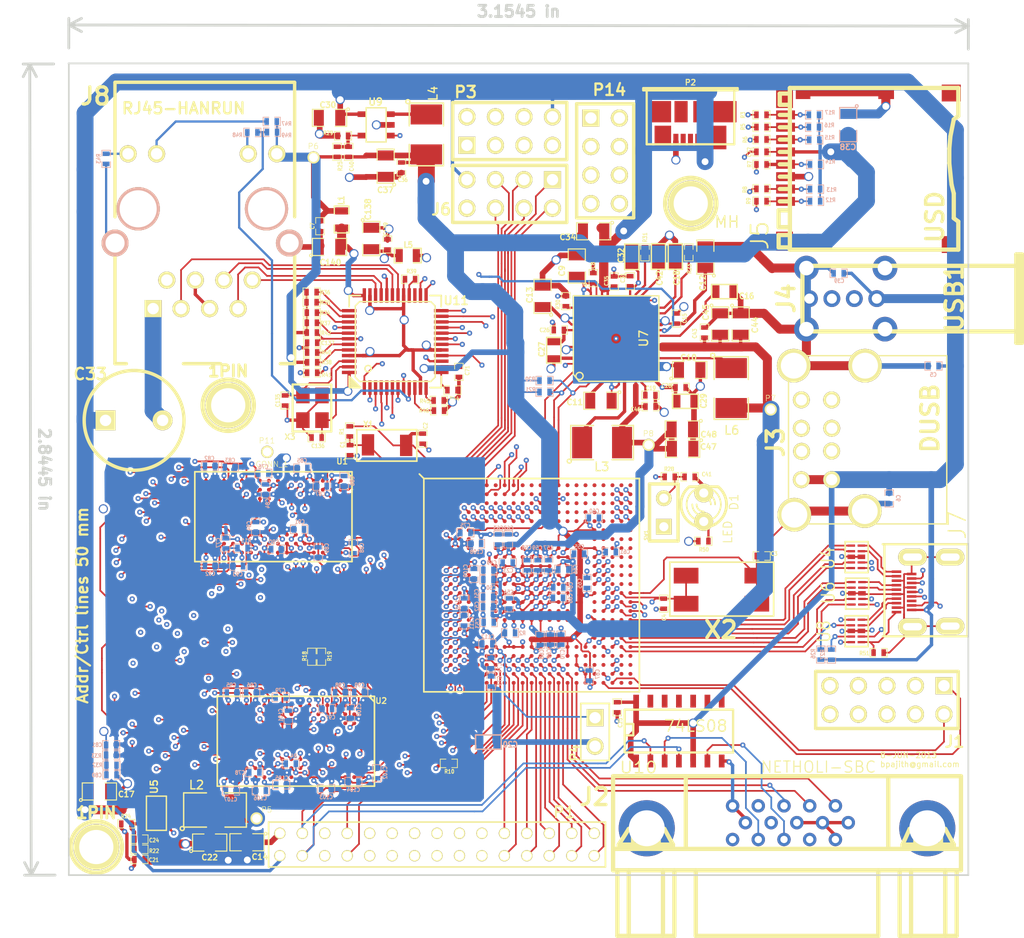
<source format=kicad_pcb>
(kicad_pcb (version 3) (host pcbnew "(2012-nov-02)-testing")
  (layers (15 TOP-L1 signal) (4 GND-L2 signal hide) (3 Signal-L3 signal) (2 GND-L4 signal hide) (1 Signal-L5 signal) (0 BOT-L6 signal) (18 B.Paste user) (19 F.Paste user) (20 B.SilkS user) (21 F.SilkS user) (22 B.Mask user) (23 F.Mask user) (28 Edge.Cuts user))
  (net 0 "")
  (net 1 /BA0)
  (net 2 /BA1)
  (net 3 /BA2)
  (net 4 /CK)
  (net 5 /CK#)
  (net 6 /CKE)
  (net 7 /CS#)
  (net 8 /DQ0)
  (net 9 /DQ1)
  (net 10 /DQ10)
  (net 11 /DQ11)
  (net 12 /DQ12)
  (net 13 /DQ13)
  (net 14 /DQ14)
  (net 15 /DQ15)
  (net 16 /DQ16)
  (net 17 /DQ17)
  (net 18 /DQ18)
  (net 19 /DQ19)
  (net 20 /DQ2)
  (net 21 /DQ20)
  (net 22 /DQ21)
  (net 23 /DQ22)
  (net 24 /DQ23)
  (net 25 /DQ24)
  (net 26 /DQ25)
  (net 27 /DQ26)
  (net 28 /DQ27)
  (net 29 /DQ28)
  (net 30 /DQ29)
  (net 31 /DQ3)
  (net 32 /DQ30)
  (net 33 /DQ31)
  (net 34 /DQ4)
  (net 35 /DQ5)
  (net 36 /DQ6)
  (net 37 /DQ7)
  (net 38 /DQ8)
  (net 39 /DQ9)
  (net 40 /EXTEN)
  (net 41 /HCEC)
  (net 42 /HHPD)
  (net 43 /HSCL)
  (net 44 /HSDA)
  (net 45 /HTX0N)
  (net 46 /HTX0P)
  (net 47 /HTX1N)
  (net 48 /HTX1P)
  (net 49 /HTX2N)
  (net 50 /HTX2P)
  (net 51 /HTXCN)
  (net 52 /HTXCP)
  (net 53 /J_CK0)
  (net 54 /J_DI0)
  (net 55 /J_DO0)
  (net 56 /J_MS0)
  (net 57 /LCLK)
  (net 58 /LD0)
  (net 59 /LD1)
  (net 60 /LD10)
  (net 61 /LD11)
  (net 62 /LD12)
  (net 63 /LD13)
  (net 64 /LD14)
  (net 65 /LD15)
  (net 66 /LD16)
  (net 67 /LD17)
  (net 68 /LD18)
  (net 69 /LD19)
  (net 70 /LD2)
  (net 71 /LD20)
  (net 72 /LD21)
  (net 73 /LD22)
  (net 74 /LD23)
  (net 75 /LD3)
  (net 76 /LD4)
  (net 77 /LD5)
  (net 78 /LD6)
  (net 79 /LD7)
  (net 80 /LD8)
  (net 81 /LD9)
  (net 82 /LDE)
  (net 83 /LHSYN)
  (net 84 /LIN_L)
  (net 85 /LIN_R)
  (net 86 /LVSYN)
  (net 87 /MICIN1)
  (net 88 /MICIN2)
  (net 89 /NMI#)
  (net 90 /ODT)
  (net 91 /PE0)
  (net 92 /PE1)
  (net 93 /PE2)
  (net 94 /PE3)
  (net 95 /PE4)
  (net 96 /PE5)
  (net 97 /PE6)
  (net 98 /PE7)
  (net 99 /RESET#)
  (net 100 /SA0)
  (net 101 /SA1)
  (net 102 /SA10)
  (net 103 /SA11)
  (net 104 /SA12)
  (net 105 /SA13)
  (net 106 /SA14)
  (net 107 /SA2)
  (net 108 /SA3)
  (net 109 /SA4)
  (net 110 /SA5)
  (net 111 /SA6)
  (net 112 /SA7)
  (net 113 /SA8)
  (net 114 /SA9)
  (net 115 /SCAS)
  (net 116 /SCK)
  (net 117 /SCK#)
  (net 118 /SDQM0)
  (net 119 /SDQM1)
  (net 120 /SDQM2)
  (net 121 /SDQM3)
  (net 122 /SDQS0)
  (net 123 /SDQS0#)
  (net 124 /SDQS1)
  (net 125 /SDQS1#)
  (net 126 /SDQS2)
  (net 127 /SDQS2#)
  (net 128 /SDQS3)
  (net 129 /SDQS3#)
  (net 130 /SRAS)
  (net 131 /SRST)
  (net 132 /SWE)
  (net 133 /TWI0SCK)
  (net 134 /TWI0SDA)
  (net 135 /U0Rx)
  (net 136 /U0Tx)
  (net 137 /U3RX)
  (net 138 /U3TX)
  (net 139 /U4RX)
  (net 140 /U4TX)
  (net 141 /U5RX)
  (net 142 /U5TX)
  (net 143 /USB1M)
  (net 144 /USB1P)
  (net 145 /USB2M)
  (net 146 /USB2P)
  (net 147 /VGA_B)
  (net 148 /VGA_G)
  (net 149 /VGA_R)
  (net 150 /VMIC)
  (net 151 /VRA1)
  (net 152 /VRA2)
  (net 153 /VRP)
  (net 154 /ethernet/ETHAVDD)
  (net 155 /ethernet/LED0)
  (net 156 /ethernet/LED4)
  (net 157 /ethernet/PFWBOUT)
  (net 158 /ethernet/RX+)
  (net 159 /ethernet/RX-)
  (net 160 /ethernet/TX+)
  (net 161 /ethernet/TX-)
  (net 162 1.25V)
  (net 163 1.2V)
  (net 164 3.3V)
  (net 165 5V_IN)
  (net 166 AVCC)
  (net 167 DRAM_REF)
  (net 168 DRAM_VCC)
  (net 169 ECOL)
  (net 170 ECRS)
  (net 171 EMDC)
  (net 172 EMDIO)
  (net 173 ERXCK)
  (net 174 ERXD0)
  (net 175 ERXD1)
  (net 176 ERXD2)
  (net 177 ERXD3)
  (net 178 ERXDV)
  (net 179 ERXERR)
  (net 180 ETXCK)
  (net 181 ETXD0)
  (net 182 ETXD1)
  (net 183 ETXD2)
  (net 184 ETXD3)
  (net 185 ETXEN)
  (net 186 ETXERR)
  (net 187 GND)
  (net 188 IPSOUT)
  (net 189 LDO1)
  (net 190 LDO3)
  (net 191 LDO4)
  (net 192 N-00000101)
  (net 193 N-00000119)
  (net 194 N-00000131)
  (net 195 N-00000137)
  (net 196 N-00000138)
  (net 197 N-00000143)
  (net 198 N-0000015)
  (net 199 N-0000016)
  (net 200 N-0000017)
  (net 201 N-00000177)
  (net 202 N-00000187)
  (net 203 N-00000192)
  (net 204 N-00000193)
  (net 205 N-00000194)
  (net 206 N-00000195)
  (net 207 N-00000196)
  (net 208 N-00000197)
  (net 209 N-00000198)
  (net 210 N-00000199)
  (net 211 N-00000200)
  (net 212 N-00000201)
  (net 213 N-00000203)
  (net 214 N-00000204)
  (net 215 N-00000205)
  (net 216 N-00000230)
  (net 217 N-00000264)
  (net 218 N-00000265)
  (net 219 N-00000266)
  (net 220 N-00000267)
  (net 221 N-00000268)
  (net 222 N-00000269)
  (net 223 N-00000270)
  (net 224 N-00000274)
  (net 225 N-00000276)
  (net 226 N-00000277)
  (net 227 N-00000296)
  (net 228 N-00000297)
  (net 229 N-00000298)
  (net 230 N-00000299)
  (net 231 N-00000302)
  (net 232 N-00000303)
  (net 233 N-0000036)
  (net 234 N-00000363)
  (net 235 N-0000037)
  (net 236 N-0000038)
  (net 237 N-0000039)
  (net 238 N-0000040)
  (net 239 N-0000041)
  (net 240 N-00000410)
  (net 241 N-00000411)
  (net 242 N-00000412)
  (net 243 N-00000413)
  (net 244 N-00000414)
  (net 245 N-0000042)
  (net 246 N-00000420)
  (net 247 N-00000422)
  (net 248 N-00000426)
  (net 249 N-00000428)
  (net 250 N-00000429)
  (net 251 N-00000430)
  (net 252 N-00000431)
  (net 253 N-00000432)
  (net 254 N-00000433)
  (net 255 N-00000434)
  (net 256 N-00000435)
  (net 257 N-0000044)
  (net 258 N-0000053)
  (net 259 N-0000086)
  (module USB_DA (layer TOP-L1) (at 101.025 53.15)
    (fp_text reference J3 (at -2.3 0.225 90) (layer F.SilkS) (effects (font (size 1.524 1.524) (thickness 0.3048))))
    (fp_text value DUSB (at 11.4716 -1.9182 90) (layer F.SilkS) (effects (font (size 1.524 1.524) (thickness 0.3048))))
    (pad 7 thru_hole circle (at 0 -3.556) (size 1.50114 1.50114) (drill 1.00076) (layers *.Cu *.Mask F.SilkS) (net 187 GND))
    (pad 5 thru_hole circle (at 0 -1.025) (size 1.50114 1.50114) (drill 1.00076) (layers *.Cu *.Mask F.SilkS) (net 144 /USB1P))
    (pad 3 thru_hole circle (at 0.025 1.025) (size 1.50114 1.50114) (drill 1.00076) (layers *.Cu *.Mask F.SilkS) (net 143 /USB1M))
    (pad 1 thru_hole circle (at 0 3.556) (size 1.50114 1.50114) (drill 1.00076) (layers *.Cu *.Mask F.SilkS) (net 165 5V_IN))
    (pad sh3 thru_hole circle (at -0.675 -6.6) (size 2.99974 2.99974) (drill 2.301238) (layers *.Cu *.Mask F.SilkS) (net 187 GND))
    (pad sh1 thru_hole circle (at -0.625 6.675) (size 2.99974 2.99974) (drill 2.301238) (layers *.Cu *.Mask F.SilkS) (net 187 GND))
    (pad sh4 thru_hole circle (at 5.675 -6.6) (size 2.99974 2.99974) (drill 2.301238) (layers *.Cu *.Mask F.SilkS) (net 187 GND))
    (pad sh2 thru_hole circle (at 5.65 6.35) (size 2.99974 2.99974) (drill 2.301238) (layers *.Cu *.Mask F.SilkS) (net 187 GND))
    (pad 8 thru_hole circle (at 2.7 -3.55) (size 1.50114 1.50114) (drill 1.00076) (layers *.Cu *.Mask F.SilkS) (net 187 GND))
    (pad 4 thru_hole circle (at 2.7 1) (size 1.50114 1.50114) (drill 1.00076) (layers *.Cu *.Mask F.SilkS) (net 145 /USB2M))
    (pad 6 thru_hole circle (at 2.71 -1.03) (size 1.50114 1.50114) (drill 1.00076) (layers *.Cu *.Mask F.SilkS) (net 146 /USB2P))
    (pad 2 thru_hole circle (at 2.7 3.55) (size 1.50114 1.50114) (drill 1.00076) (layers *.Cu *.Mask F.SilkS) (net 165 5V_IN))
  )
  (module SOT23-5 (layer TOP-L1) (at 43.57966 86.4145 90)
    (fp_text reference U5 (at 2.3645 -0.20466 90) (layer F.SilkS) (effects (font (size 0.635 0.635) (thickness 0.127))))
    (fp_text value SY8008C hide)
    (pad 1 smd rect (at -0.9525 1.27 90) (size 0.508 0.762) (layers TOP-L1 F.Paste F.Mask) (net 166 AVCC))
    (pad 3 smd rect (at 0.9525 1.27 90) (size 0.508 0.762) (layers TOP-L1 F.Paste F.Mask) (net 228 N-00000297))
    (pad 5 smd rect (at -0.9525 -1.27 90) (size 0.508 0.762) (layers TOP-L1 F.Paste F.Mask) (net 224 N-00000274))
    (pad 2 smd rect (at 0 1.27 90) (size 0.508 0.762) (layers TOP-L1 F.Paste F.Mask) (net 187 GND))
    (pad 4 smd rect (at 0.9525 -1.27 90) (size 0.508 0.762) (layers TOP-L1 F.Paste F.Mask) (net 165 5V_IN))
  )
  (module SOT23-5 (layer TOP-L1) (at 63.15 25.1 90)
    (fp_text reference U9 (at 2.05 -0.05 180) (layer F.SilkS) (effects (font (size 0.635 0.635) (thickness 0.127))))
    (fp_text value SY8008C hide)
    (pad 1 smd rect (at -0.9525 1.27 90) (size 0.508 0.762) (layers TOP-L1 F.Paste F.Mask) (net 40 /EXTEN))
    (pad 3 smd rect (at 0.9525 1.27 90) (size 0.508 0.762) (layers TOP-L1 F.Paste F.Mask) (net 229 N-00000298))
    (pad 5 smd rect (at -0.9525 -1.27 90) (size 0.508 0.762) (layers TOP-L1 F.Paste F.Mask) (net 223 N-00000270))
    (pad 2 smd rect (at 0 1.27 90) (size 0.508 0.762) (layers TOP-L1 F.Paste F.Mask) (net 187 GND))
    (pad 4 smd rect (at 0.9525 -1.27 90) (size 0.508 0.762) (layers TOP-L1 F.Paste F.Mask) (net 165 5V_IN))
  )
  (module SM0805 (layer TOP-L1) (at 64 28.775 90)
    (fp_text reference C37 (at -2.125 -0.025 180) (layer F.SilkS) (effects (font (size 0.50038 0.50038) (thickness 0.10922))))
    (fp_text value 10u hide)
    (pad 1 smd rect (at -0.9525 0 90) (size 0.889 1.397) (layers TOP-L1 F.Paste F.Mask) (net 187 GND))
    (pad 2 smd rect (at 0.9525 0 90) (size 0.889 1.397) (layers TOP-L1 F.Paste F.Mask) (net 164 3.3V))
  )
  (module SM0805 (layer BOT-L6) (at 105.2 25.075 270)
    (fp_text reference C38 (at 2 0.025 540) (layer B.SilkS) (effects (font (size 0.50038 0.50038) (thickness 0.10922)) (justify mirror)))
    (fp_text value 10u hide)
    (pad 1 smd rect (at -0.9525 0 270) (size 0.889 1.397) (layers BOT-L6 B.Paste B.Mask) (net 187 GND))
    (pad 2 smd rect (at 0.9525 0 270) (size 0.889 1.397) (layers BOT-L6 B.Paste B.Mask) (net 164 3.3V))
  )
  (module SM0805 (layer TOP-L1) (at 48.325 89.025)
    (fp_text reference C22 (at 0 1.325) (layer F.SilkS) (effects (font (size 0.50038 0.50038) (thickness 0.10922))))
    (fp_text value 10u hide)
    (pad 1 smd rect (at -0.9525 0) (size 0.889 1.397) (layers TOP-L1 F.Paste F.Mask) (net 187 GND))
    (pad 2 smd rect (at 0.9525 0) (size 0.889 1.397) (layers TOP-L1 F.Paste F.Mask) (net 168 DRAM_VCC))
  )
  (module SM0805 (layer TOP-L1) (at 82.525 34.575 180)
    (fp_text reference C34 (at 2.3 -0.525 180) (layer F.SilkS) (effects (font (size 0.50038 0.50038) (thickness 0.10922))))
    (fp_text value 10u hide)
    (pad 1 smd rect (at -0.9525 0 180) (size 0.889 1.397) (layers TOP-L1 F.Paste F.Mask) (net 165 5V_IN))
    (pad 2 smd rect (at 0.9525 0 180) (size 0.889 1.397) (layers TOP-L1 F.Paste F.Mask) (net 187 GND))
  )
  (module SM0805 (layer TOP-L1) (at 93.79 42.84 270)
    (fp_text reference C44 (at 0.085 -3.11 270) (layer F.SilkS) (effects (font (size 0.50038 0.50038) (thickness 0.10922))))
    (fp_text value 10u hide)
    (pad 1 smd rect (at -0.9525 0 270) (size 0.889 1.397) (layers TOP-L1 F.Paste F.Mask) (net 187 GND))
    (pad 2 smd rect (at 0.9525 0 270) (size 0.889 1.397) (layers TOP-L1 F.Paste F.Mask) (net 163 1.2V))
  )
  (module SM0805 (layer TOP-L1) (at 95.62 42.84 270)
    (fp_text reference C45 (at -1.04 3.095 270) (layer F.SilkS) (effects (font (size 0.50038 0.50038) (thickness 0.10922))))
    (fp_text value 10u hide)
    (pad 1 smd rect (at -0.9525 0 270) (size 0.889 1.397) (layers TOP-L1 F.Paste F.Mask) (net 187 GND))
    (pad 2 smd rect (at 0.9525 0 270) (size 0.889 1.397) (layers TOP-L1 F.Paste F.Mask) (net 163 1.2V))
  )
  (module SM0805 (layer TOP-L1) (at 90.45 53.95 180)
    (fp_text reference C47 (at -2.3 0.175 180) (layer F.SilkS) (effects (font (size 0.50038 0.50038) (thickness 0.10922))))
    (fp_text value 10u hide)
    (pad 1 smd rect (at -0.9525 0 180) (size 0.889 1.397) (layers TOP-L1 F.Paste F.Mask) (net 187 GND))
    (pad 2 smd rect (at 0.9525 0 180) (size 0.889 1.397) (layers TOP-L1 F.Paste F.Mask) (net 162 1.25V))
  )
  (module SM0805 (layer TOP-L1) (at 38.5 84.475)
    (fp_text reference C17 (at 2.4 0.25) (layer F.SilkS) (effects (font (size 0.50038 0.50038) (thickness 0.10922))))
    (fp_text value 10u hide)
    (pad 1 smd rect (at -0.9525 0) (size 0.889 1.397) (layers TOP-L1 F.Paste F.Mask) (net 165 5V_IN))
    (pad 2 smd rect (at 0.9525 0) (size 0.889 1.397) (layers TOP-L1 F.Paste F.Mask) (net 187 GND))
  )
  (module SM0805 (layer TOP-L1) (at 59 24.475 180)
    (fp_text reference C30 (at 0.15 1.15 180) (layer F.SilkS) (effects (font (size 0.50038 0.50038) (thickness 0.10922))))
    (fp_text value 10u hide)
    (pad 1 smd rect (at -0.9525 0 180) (size 0.889 1.397) (layers TOP-L1 F.Paste F.Mask) (net 165 5V_IN))
    (pad 2 smd rect (at 0.9525 0 180) (size 0.889 1.397) (layers TOP-L1 F.Paste F.Mask) (net 187 GND))
  )
  (module SM0805 (layer TOP-L1) (at 51.65 89 180)
    (fp_text reference C14 (at -1.15 -1.3 180) (layer F.SilkS) (effects (font (size 0.50038 0.50038) (thickness 0.10922))))
    (fp_text value 10u hide)
    (pad 1 smd rect (at -0.9525 0 180) (size 0.889 1.397) (layers TOP-L1 F.Paste F.Mask) (net 187 GND))
    (pad 2 smd rect (at 0.9525 0 180) (size 0.889 1.397) (layers TOP-L1 F.Paste F.Mask) (net 168 DRAM_VCC))
  )
  (module SM0805 (layer TOP-L1) (at 77.975 40.375 90)
    (fp_text reference C13 (at 0.125 -1.15 90) (layer F.SilkS) (effects (font (size 0.50038 0.50038) (thickness 0.10922))))
    (fp_text value 10u hide)
    (pad 1 smd rect (at -0.9525 0 90) (size 0.889 1.397) (layers TOP-L1 F.Paste F.Mask) (net 188 IPSOUT))
    (pad 2 smd rect (at 0.9525 0 90) (size 0.889 1.397) (layers TOP-L1 F.Paste F.Mask) (net 187 GND))
  )
  (module SM0805 (layer TOP-L1) (at 81.025 37.675 90)
    (fp_text reference C9 (at -0.425 -1.325 90) (layer F.SilkS) (effects (font (size 0.50038 0.50038) (thickness 0.10922))))
    (fp_text value 10u hide)
    (pad 1 smd rect (at -0.9525 0 90) (size 0.889 1.397) (layers TOP-L1 F.Paste F.Mask) (net 188 IPSOUT))
    (pad 2 smd rect (at 0.9525 0 90) (size 0.889 1.397) (layers TOP-L1 F.Paste F.Mask) (net 187 GND))
  )
  (module SM0805 (layer TOP-L1) (at 92.475 36.875 90)
    (fp_text reference C12 (at -2.3 -0.225 90) (layer F.SilkS) (effects (font (size 0.50038 0.50038) (thickness 0.10922))))
    (fp_text value 10u hide)
    (pad 1 smd rect (at -0.9525 0 90) (size 0.889 1.397) (layers TOP-L1 F.Paste F.Mask) (net 188 IPSOUT))
    (pad 2 smd rect (at 0.9525 0 90) (size 0.889 1.397) (layers TOP-L1 F.Paste F.Mask) (net 187 GND))
  )
  (module SM0805 (layer TOP-L1) (at 83.175 49.675 180)
    (fp_text reference C11 (at 2.325 -0.125 180) (layer F.SilkS) (effects (font (size 0.50038 0.50038) (thickness 0.10922))))
    (fp_text value 10u hide)
    (pad 1 smd rect (at -0.9525 0 180) (size 0.889 1.397) (layers TOP-L1 F.Paste F.Mask) (net 188 IPSOUT))
    (pad 2 smd rect (at 0.9525 0 180) (size 0.889 1.397) (layers TOP-L1 F.Paste F.Mask) (net 187 GND))
  )
  (module SM0805 (layer TOP-L1) (at 91.08 46.93)
    (fp_text reference C10 (at -0.1 -1.1) (layer F.SilkS) (effects (font (size 0.50038 0.50038) (thickness 0.10922))))
    (fp_text value 10u hide)
    (pad 1 smd rect (at -0.9525 0) (size 0.889 1.397) (layers TOP-L1 F.Paste F.Mask) (net 188 IPSOUT))
    (pad 2 smd rect (at 0.9525 0) (size 0.889 1.397) (layers TOP-L1 F.Paste F.Mask) (net 187 GND))
  )
  (module SM0805 (layer TOP-L1) (at 90.425 52.225 180)
    (fp_text reference C48 (at -2.35 -0.45 180) (layer F.SilkS) (effects (font (size 0.50038 0.50038) (thickness 0.10922))))
    (fp_text value 10u hide)
    (pad 1 smd rect (at -0.9525 0 180) (size 0.889 1.397) (layers TOP-L1 F.Paste F.Mask) (net 187 GND))
    (pad 2 smd rect (at 0.9525 0 180) (size 0.889 1.397) (layers TOP-L1 F.Paste F.Mask) (net 162 1.25V))
  )
  (module SM0603 (layer TOP-L1) (at 89.8 36.825 270)
    (fp_text reference C18 (at 1.9 -0.125 270) (layer F.SilkS) (effects (font (size 0.508 0.4572) (thickness 0.1143))))
    (fp_text value 1uF hide)
    (pad 1 smd rect (at -0.762 0 270) (size 0.635 1.143) (layers TOP-L1 F.Paste F.Mask) (net 187 GND))
    (pad 2 smd rect (at 0.762 0 270) (size 0.635 1.143) (layers TOP-L1 F.Paste F.Mask) (net 217 N-00000264))
  )
  (module SM0603 (layer TOP-L1) (at 90.7 49.72 180)
    (fp_text reference C29 (at -1.62 0.03 270) (layer F.SilkS) (effects (font (size 0.508 0.4572) (thickness 0.1143))))
    (fp_text value 4.7u hide)
    (pad 1 smd rect (at -0.762 0 180) (size 0.635 1.143) (layers TOP-L1 F.Paste F.Mask) (net 187 GND))
    (pad 2 smd rect (at 0.762 0 180) (size 0.635 1.143) (layers TOP-L1 F.Paste F.Mask) (net 166 AVCC))
  )
  (module SM0603 (layer TOP-L1) (at 94.175 39.95 180)
    (fp_text reference C16 (at -1.975 -0.4 180) (layer F.SilkS) (effects (font (size 0.508 0.4572) (thickness 0.1143))))
    (fp_text value 1uF hide)
    (pad 1 smd rect (at -0.762 0 180) (size 0.635 1.143) (layers TOP-L1 F.Paste F.Mask) (net 187 GND))
    (pad 2 smd rect (at 0.762 0 180) (size 0.635 1.143) (layers TOP-L1 F.Paste F.Mask) (net 225 N-00000276))
  )
  (module SM0603 (layer TOP-L1) (at 85.925 36.85 270)
    (fp_text reference C32 (at -0.125 0.95 270) (layer F.SilkS) (effects (font (size 0.508 0.4572) (thickness 0.1143))))
    (fp_text value 1u hide)
    (pad 1 smd rect (at -0.762 0 270) (size 0.635 1.143) (layers TOP-L1 F.Paste F.Mask) (net 187 GND))
    (pad 2 smd rect (at 0.762 0 270) (size 0.635 1.143) (layers TOP-L1 F.Paste F.Mask) (net 189 LDO1))
  )
  (module SM0603 (layer TOP-L1) (at 88.3 36.825 270)
    (fp_text reference C42 (at 1.925 -0.1 270) (layer F.SilkS) (effects (font (size 0.508 0.4572) (thickness 0.1143))))
    (fp_text value 1uF hide)
    (pad 1 smd rect (at -0.762 0 270) (size 0.635 1.143) (layers TOP-L1 F.Paste F.Mask) (net 187 GND))
    (pad 2 smd rect (at 0.762 0 270) (size 0.635 1.143) (layers TOP-L1 F.Paste F.Mask) (net 205 N-00000194))
  )
  (module SM0402 (layer BOT-L6) (at 79.35 67.225 180)
    (fp_text reference C66 (at -1.1 -0.05 270) (layer B.SilkS) (effects (font (size 0.35 0.3048) (thickness 0.07112)) (justify mirror)))
    (fp_text value .22u hide)
    (pad 1 smd rect (at -0.44958 0 180) (size 0.39878 0.59944) (layers BOT-L6 B.Paste B.Mask) (net 164 3.3V))
    (pad 2 smd rect (at 0.44958 0 180) (size 0.39878 0.59944) (layers BOT-L6 B.Paste B.Mask) (net 187 GND))
  )
  (module SM0402 (layer BOT-L6) (at 82.125 74.15 90)
    (fp_text reference C67 (at 0.125 0.75 90) (layer B.SilkS) (effects (font (size 0.35 0.3048) (thickness 0.07112)) (justify mirror)))
    (fp_text value .22u hide)
    (pad 1 smd rect (at -0.44958 0 90) (size 0.39878 0.59944) (layers BOT-L6 B.Paste B.Mask) (net 164 3.3V))
    (pad 2 smd rect (at 0.44958 0 90) (size 0.39878 0.59944) (layers BOT-L6 B.Paste B.Mask) (net 187 GND))
  )
  (module SM0402 (layer BOT-L6) (at 81.925 65.9 90)
    (fp_text reference C65 (at -0.05 -0.65 90) (layer B.SilkS) (effects (font (size 0.35 0.3048) (thickness 0.07112)) (justify mirror)))
    (fp_text value .22u hide)
    (pad 1 smd rect (at -0.44958 0 90) (size 0.39878 0.59944) (layers BOT-L6 B.Paste B.Mask) (net 164 3.3V))
    (pad 2 smd rect (at 0.44958 0 90) (size 0.39878 0.59944) (layers BOT-L6 B.Paste B.Mask) (net 187 GND))
  )
  (module SM0402 (layer BOT-L6) (at 82.55 60.1)
    (fp_text reference C60 (at 0.025 -0.6) (layer B.SilkS) (effects (font (size 0.35 0.3048) (thickness 0.07112)) (justify mirror)))
    (fp_text value .22u hide)
    (pad 1 smd rect (at -0.44958 0) (size 0.39878 0.59944) (layers BOT-L6 B.Paste B.Mask) (net 164 3.3V))
    (pad 2 smd rect (at 0.44958 0) (size 0.39878 0.59944) (layers BOT-L6 B.Paste B.Mask) (net 187 GND))
  )
  (module SM0402 (layer BOT-L6) (at 77.75 70.975 90)
    (fp_text reference C68 (at -1.275 0.15 90) (layer B.SilkS) (effects (font (size 0.35 0.3048) (thickness 0.07112)) (justify mirror)))
    (fp_text value .22u hide)
    (pad 1 smd rect (at -0.44958 0 90) (size 0.39878 0.59944) (layers BOT-L6 B.Paste B.Mask) (net 164 3.3V))
    (pad 2 smd rect (at 0.44958 0 90) (size 0.39878 0.59944) (layers BOT-L6 B.Paste B.Mask) (net 187 GND))
  )
  (module SM0402 (layer BOT-L6) (at 50.225 84.425 180)
    (fp_text reference C107 (at 0.04 -0.755 180) (layer B.SilkS) (effects (font (size 0.35 0.3048) (thickness 0.07112)) (justify mirror)))
    (fp_text value .22u hide)
    (pad 1 smd rect (at -0.44958 0 180) (size 0.39878 0.59944) (layers BOT-L6 B.Paste B.Mask) (net 168 DRAM_VCC))
    (pad 2 smd rect (at 0.44958 0 180) (size 0.39878 0.59944) (layers BOT-L6 B.Paste B.Mask) (net 187 GND))
  )
  (module SM0402 (layer TOP-L1) (at 97.475 28.625 180)
    (fp_text reference R7 (at 1.05 0.025 270) (layer F.SilkS) (effects (font (size 0.35 0.3048) (thickness 0.07112))))
    (fp_text value 33 hide)
    (pad 1 smd rect (at -0.44958 0 180) (size 0.39878 0.59944) (layers TOP-L1 F.Paste F.Mask) (net 209 N-00000198))
    (pad 2 smd rect (at 0.44958 0 180) (size 0.39878 0.59944) (layers TOP-L1 F.Paste F.Mask) (net 193 N-00000119))
  )
  (module SM0402 (layer BOT-L6) (at 50.85 64.4)
    (fp_text reference C93 (at -0.025 0.725) (layer B.SilkS) (effects (font (size 0.35 0.3048) (thickness 0.07112)) (justify mirror)))
    (fp_text value .22u hide)
    (pad 1 smd rect (at -0.44958 0) (size 0.39878 0.59944) (layers BOT-L6 B.Paste B.Mask) (net 168 DRAM_VCC))
    (pad 2 smd rect (at 0.44958 0) (size 0.39878 0.59944) (layers BOT-L6 B.Paste B.Mask) (net 187 GND))
  )
  (module SM0402 (layer BOT-L6) (at 52.425 60.925 90)
    (fp_text reference C94 (at 0.1 -0.6 90) (layer B.SilkS) (effects (font (size 0.35 0.3048) (thickness 0.07112)) (justify mirror)))
    (fp_text value .22u hide)
    (pad 1 smd rect (at -0.44958 0 90) (size 0.39878 0.59944) (layers BOT-L6 B.Paste B.Mask) (net 168 DRAM_VCC))
    (pad 2 smd rect (at 0.44958 0 90) (size 0.39878 0.59944) (layers BOT-L6 B.Paste B.Mask) (net 187 GND))
  )
  (module SM0402 (layer BOT-L6) (at 50.3 75.675 180)
    (fp_text reference C95 (at 0.05 0.675 180) (layer B.SilkS) (effects (font (size 0.35 0.3048) (thickness 0.07112)) (justify mirror)))
    (fp_text value .22u hide)
    (pad 1 smd rect (at -0.44958 0 180) (size 0.39878 0.59944) (layers BOT-L6 B.Paste B.Mask) (net 168 DRAM_VCC))
    (pad 2 smd rect (at 0.44958 0 180) (size 0.39878 0.59944) (layers BOT-L6 B.Paste B.Mask) (net 187 GND))
  )
  (module SM0402 (layer BOT-L6) (at 52.025 75.675 180)
    (fp_text reference C96 (at -0.05 0.675 180) (layer B.SilkS) (effects (font (size 0.35 0.3048) (thickness 0.07112)) (justify mirror)))
    (fp_text value .22u hide)
    (pad 1 smd rect (at -0.44958 0 180) (size 0.39878 0.59944) (layers BOT-L6 B.Paste B.Mask) (net 168 DRAM_VCC))
    (pad 2 smd rect (at 0.44958 0 180) (size 0.39878 0.59944) (layers BOT-L6 B.Paste B.Mask) (net 187 GND))
  )
  (module SM0402 (layer BOT-L6) (at 58.775 77.1)
    (fp_text reference C97 (at 0.3 0.775) (layer B.SilkS) (effects (font (size 0.35 0.3048) (thickness 0.07112)) (justify mirror)))
    (fp_text value .22u hide)
    (pad 1 smd rect (at -0.44958 0) (size 0.39878 0.59944) (layers BOT-L6 B.Paste B.Mask) (net 168 DRAM_VCC))
    (pad 2 smd rect (at 0.44958 0) (size 0.39878 0.59944) (layers BOT-L6 B.Paste B.Mask) (net 187 GND))
  )
  (module SM0402 (layer BOT-L6) (at 59.95 75.65 180)
    (fp_text reference C98 (at 0 0.65 180) (layer B.SilkS) (effects (font (size 0.35 0.3048) (thickness 0.07112)) (justify mirror)))
    (fp_text value .22u hide)
    (pad 1 smd rect (at -0.44958 0 180) (size 0.39878 0.59944) (layers BOT-L6 B.Paste B.Mask) (net 168 DRAM_VCC))
    (pad 2 smd rect (at 0.44958 0 180) (size 0.39878 0.59944) (layers BOT-L6 B.Paste B.Mask) (net 187 GND))
  )
  (module SM0402 (layer BOT-L6) (at 61.65 75.625 180)
    (fp_text reference C99 (at -0.025 0.625 180) (layer B.SilkS) (effects (font (size 0.35 0.3048) (thickness 0.07112)) (justify mirror)))
    (fp_text value .22u hide)
    (pad 1 smd rect (at -0.44958 0 180) (size 0.39878 0.59944) (layers BOT-L6 B.Paste B.Mask) (net 168 DRAM_VCC))
    (pad 2 smd rect (at 0.44958 0 180) (size 0.39878 0.59944) (layers BOT-L6 B.Paste B.Mask) (net 187 GND))
  )
  (module SM0402 (layer BOT-L6) (at 60.85 77.5 90)
    (fp_text reference C100 (at 0.3 0.775 90) (layer B.SilkS) (effects (font (size 0.35 0.3048) (thickness 0.07112)) (justify mirror)))
    (fp_text value .22u hide)
    (pad 1 smd rect (at -0.44958 0 90) (size 0.39878 0.59944) (layers BOT-L6 B.Paste B.Mask) (net 168 DRAM_VCC))
    (pad 2 smd rect (at 0.44958 0 90) (size 0.39878 0.59944) (layers BOT-L6 B.Paste B.Mask) (net 187 GND))
  )
  (module SM0402 (layer BOT-L6) (at 55.325 77.725 90)
    (fp_text reference C101 (at 0.05 -0.675 90) (layer B.SilkS) (effects (font (size 0.35 0.3048) (thickness 0.07112)) (justify mirror)))
    (fp_text value .22u hide)
    (pad 1 smd rect (at -0.44958 0 90) (size 0.39878 0.59944) (layers BOT-L6 B.Paste B.Mask) (net 168 DRAM_VCC))
    (pad 2 smd rect (at 0.44958 0 90) (size 0.39878 0.59944) (layers BOT-L6 B.Paste B.Mask) (net 187 GND))
  )
  (module SM0402 (layer BOT-L6) (at 63.2 82.85 270)
    (fp_text reference C102 (at -0.05 -0.75 270) (layer B.SilkS) (effects (font (size 0.35 0.3048) (thickness 0.07112)) (justify mirror)))
    (fp_text value .22u hide)
    (pad 1 smd rect (at -0.44958 0 270) (size 0.39878 0.59944) (layers BOT-L6 B.Paste B.Mask) (net 168 DRAM_VCC))
    (pad 2 smd rect (at 0.44958 0 270) (size 0.39878 0.59944) (layers BOT-L6 B.Paste B.Mask) (net 187 GND))
  )
  (module SM0402 (layer BOT-L6) (at 58.7 84.225 180)
    (fp_text reference C103 (at 0 -0.75 180) (layer B.SilkS) (effects (font (size 0.35 0.3048) (thickness 0.07112)) (justify mirror)))
    (fp_text value .22u hide)
    (pad 1 smd rect (at -0.44958 0 180) (size 0.39878 0.59944) (layers BOT-L6 B.Paste B.Mask) (net 168 DRAM_VCC))
    (pad 2 smd rect (at 0.44958 0 180) (size 0.39878 0.59944) (layers BOT-L6 B.Paste B.Mask) (net 187 GND))
  )
  (module SM0402 (layer BOT-L6) (at 61.125 83.6)
    (fp_text reference C104 (at 0 0.725) (layer B.SilkS) (effects (font (size 0.35 0.3048) (thickness 0.07112)) (justify mirror)))
    (fp_text value .22u hide)
    (pad 1 smd rect (at -0.44958 0) (size 0.39878 0.59944) (layers BOT-L6 B.Paste B.Mask) (net 168 DRAM_VCC))
    (pad 2 smd rect (at 0.44958 0) (size 0.39878 0.59944) (layers BOT-L6 B.Paste B.Mask) (net 187 GND))
  )
  (module SM0402 (layer BOT-L6) (at 54.7 83.875 180)
    (fp_text reference C105 (at -0.05 0.6 180) (layer B.SilkS) (effects (font (size 0.35 0.3048) (thickness 0.07112)) (justify mirror)))
    (fp_text value .22u hide)
    (pad 1 smd rect (at -0.44958 0 180) (size 0.39878 0.59944) (layers BOT-L6 B.Paste B.Mask) (net 168 DRAM_VCC))
    (pad 2 smd rect (at 0.44958 0 180) (size 0.39878 0.59944) (layers BOT-L6 B.Paste B.Mask) (net 187 GND))
  )
  (module SM0402 (layer BOT-L6) (at 52.875 84.4)
    (fp_text reference C106 (at -0.05 0.675) (layer B.SilkS) (effects (font (size 0.35 0.3048) (thickness 0.07112)) (justify mirror)))
    (fp_text value .22u hide)
    (pad 1 smd rect (at -0.44958 0) (size 0.39878 0.59944) (layers BOT-L6 B.Paste B.Mask) (net 168 DRAM_VCC))
    (pad 2 smd rect (at 0.44958 0) (size 0.39878 0.59944) (layers BOT-L6 B.Paste B.Mask) (net 187 GND))
  )
  (module SM0402 (layer BOT-L6) (at 79.375 66.3 180)
    (fp_text reference C64 (at -1.1 0.05 270) (layer B.SilkS) (effects (font (size 0.35 0.3048) (thickness 0.07112)) (justify mirror)))
    (fp_text value .22u hide)
    (pad 1 smd rect (at -0.44958 0 180) (size 0.39878 0.59944) (layers BOT-L6 B.Paste B.Mask) (net 164 3.3V))
    (pad 2 smd rect (at 0.44958 0 180) (size 0.39878 0.59944) (layers BOT-L6 B.Paste B.Mask) (net 187 GND))
  )
  (module SM0402 (layer BOT-L6) (at 73.15 65.6 180)
    (fp_text reference C50 (at -0.25 -0.725 180) (layer B.SilkS) (effects (font (size 0.35 0.3048) (thickness 0.07112)) (justify mirror)))
    (fp_text value .22u hide)
    (pad 1 smd rect (at -0.44958 0 180) (size 0.39878 0.59944) (layers BOT-L6 B.Paste B.Mask) (net 163 1.2V))
    (pad 2 smd rect (at 0.44958 0 180) (size 0.39878 0.59944) (layers BOT-L6 B.Paste B.Mask) (net 187 GND))
  )
  (module SM0402 (layer BOT-L6) (at 73.1774 69.4182 180)
    (fp_text reference C53 (at 0.9774 -0.0818 270) (layer B.SilkS) (effects (font (size 0.35 0.3048) (thickness 0.07112)) (justify mirror)))
    (fp_text value .22u hide)
    (pad 1 smd rect (at -0.44958 0 180) (size 0.39878 0.59944) (layers BOT-L6 B.Paste B.Mask) (net 163 1.2V))
    (pad 2 smd rect (at 0.44958 0 180) (size 0.39878 0.59944) (layers BOT-L6 B.Paste B.Mask) (net 187 GND))
  )
  (module SM0402 (layer BOT-L6) (at 73.1266 68.0212 180)
    (fp_text reference C52 (at 0.9906 0.0254 270) (layer B.SilkS) (effects (font (size 0.35 0.3048) (thickness 0.07112)) (justify mirror)))
    (fp_text value .22u hide)
    (pad 1 smd rect (at -0.44958 0 180) (size 0.39878 0.59944) (layers BOT-L6 B.Paste B.Mask) (net 163 1.2V))
    (pad 2 smd rect (at 0.44958 0 180) (size 0.39878 0.59944) (layers BOT-L6 B.Paste B.Mask) (net 187 GND))
  )
  (module SM0402 (layer BOT-L6) (at 73.1266 67.1576 180)
    (fp_text reference C51 (at 1.016 0.2794 270) (layer B.SilkS) (effects (font (size 0.35 0.3048) (thickness 0.07112)) (justify mirror)))
    (fp_text value .22u hide)
    (pad 1 smd rect (at -0.44958 0 180) (size 0.39878 0.59944) (layers BOT-L6 B.Paste B.Mask) (net 163 1.2V))
    (pad 2 smd rect (at 0.44958 0 180) (size 0.39878 0.59944) (layers BOT-L6 B.Paste B.Mask) (net 187 GND))
  )
  (module SM0402 (layer BOT-L6) (at 75 67.725 90)
    (fp_text reference C54 (at 1 -0.05 180) (layer B.SilkS) (effects (font (size 0.35 0.3048) (thickness 0.07112)) (justify mirror)))
    (fp_text value .22u hide)
    (pad 1 smd rect (at -0.44958 0 90) (size 0.39878 0.59944) (layers BOT-L6 B.Paste B.Mask) (net 163 1.2V))
    (pad 2 smd rect (at 0.44958 0 90) (size 0.39878 0.59944) (layers BOT-L6 B.Paste B.Mask) (net 187 GND))
  )
  (module SM0402 (layer BOT-L6) (at 81.225 63.3)
    (fp_text reference C55 (at 0.025 -0.625) (layer B.SilkS) (effects (font (size 0.35 0.3048) (thickness 0.07112)) (justify mirror)))
    (fp_text value .22u hide)
    (pad 1 smd rect (at -0.44958 0) (size 0.39878 0.59944) (layers BOT-L6 B.Paste B.Mask) (net 163 1.2V))
    (pad 2 smd rect (at 0.44958 0) (size 0.39878 0.59944) (layers BOT-L6 B.Paste B.Mask) (net 187 GND))
  )
  (module SM0402 (layer BOT-L6) (at 79.825 64.7 180)
    (fp_text reference C56 (at -1.075 0 270) (layer B.SilkS) (effects (font (size 0.35 0.3048) (thickness 0.07112)) (justify mirror)))
    (fp_text value .22u hide)
    (pad 1 smd rect (at -0.44958 0 180) (size 0.39878 0.59944) (layers BOT-L6 B.Paste B.Mask) (net 163 1.2V))
    (pad 2 smd rect (at 0.44958 0 180) (size 0.39878 0.59944) (layers BOT-L6 B.Paste B.Mask) (net 187 GND))
  )
  (module SM0402 (layer BOT-L6) (at 78.5 64.325 270)
    (fp_text reference C57 (at -1.55 0 360) (layer B.SilkS) (effects (font (size 0.35 0.3048) (thickness 0.07112)) (justify mirror)))
    (fp_text value .22u hide)
    (pad 1 smd rect (at -0.44958 0 270) (size 0.39878 0.59944) (layers BOT-L6 B.Paste B.Mask) (net 162 1.25V))
    (pad 2 smd rect (at 0.44958 0 270) (size 0.39878 0.59944) (layers BOT-L6 B.Paste B.Mask) (net 187 GND))
  )
  (module SM0402 (layer BOT-L6) (at 76.6 64.325 270)
    (fp_text reference C58 (at -1.575 0.05 360) (layer B.SilkS) (effects (font (size 0.35 0.3048) (thickness 0.07112)) (justify mirror)))
    (fp_text value .22u hide)
    (pad 1 smd rect (at -0.44958 0 270) (size 0.39878 0.59944) (layers BOT-L6 B.Paste B.Mask) (net 162 1.25V))
    (pad 2 smd rect (at 0.44958 0 270) (size 0.39878 0.59944) (layers BOT-L6 B.Paste B.Mask) (net 187 GND))
  )
  (module SM0402 (layer BOT-L6) (at 77.55 64.325 270)
    (fp_text reference C59 (at -1.55 0.05 360) (layer B.SilkS) (effects (font (size 0.35 0.3048) (thickness 0.07112)) (justify mirror)))
    (fp_text value .22u hide)
    (pad 1 smd rect (at -0.44958 0 270) (size 0.39878 0.59944) (layers BOT-L6 B.Paste B.Mask) (net 162 1.25V))
    (pad 2 smd rect (at 0.44958 0 270) (size 0.39878 0.59944) (layers BOT-L6 B.Paste B.Mask) (net 187 GND))
  )
  (module SM0402 (layer BOT-L6) (at 48.35 64.375 180)
    (fp_text reference C92 (at -0.025 -0.7 180) (layer B.SilkS) (effects (font (size 0.35 0.3048) (thickness 0.07112)) (justify mirror)))
    (fp_text value .22u hide)
    (pad 1 smd rect (at -0.44958 0 180) (size 0.39878 0.59944) (layers BOT-L6 B.Paste B.Mask) (net 168 DRAM_VCC))
    (pad 2 smd rect (at 0.44958 0 180) (size 0.39878 0.59944) (layers BOT-L6 B.Paste B.Mask) (net 187 GND))
  )
  (module SM0402 (layer BOT-L6) (at 84.05 63.15)
    (fp_text reference C61 (at 1.275 -0.025) (layer B.SilkS) (effects (font (size 0.35 0.3048) (thickness 0.07112)) (justify mirror)))
    (fp_text value .22u hide)
    (pad 1 smd rect (at -0.44958 0) (size 0.39878 0.59944) (layers BOT-L6 B.Paste B.Mask) (net 164 3.3V))
    (pad 2 smd rect (at 0.44958 0) (size 0.39878 0.59944) (layers BOT-L6 B.Paste B.Mask) (net 187 GND))
  )
  (module SM0402 (layer BOT-L6) (at 74.925 62.025 90)
    (fp_text reference C62 (at 1 0.025 180) (layer B.SilkS) (effects (font (size 0.35 0.3048) (thickness 0.07112)) (justify mirror)))
    (fp_text value .22u hide)
    (pad 1 smd rect (at -0.44958 0 90) (size 0.39878 0.59944) (layers BOT-L6 B.Paste B.Mask) (net 164 3.3V))
    (pad 2 smd rect (at 0.44958 0 90) (size 0.39878 0.59944) (layers BOT-L6 B.Paste B.Mask) (net 187 GND))
  )
  (module SM0402 (layer BOT-L6) (at 74.025 62.025 90)
    (fp_text reference C63 (at 1 0.025 180) (layer B.SilkS) (effects (font (size 0.35 0.3048) (thickness 0.07112)) (justify mirror)))
    (fp_text value .22u hide)
    (pad 1 smd rect (at -0.44958 0 90) (size 0.39878 0.59944) (layers BOT-L6 B.Paste B.Mask) (net 164 3.3V))
    (pad 2 smd rect (at 0.44958 0 90) (size 0.39878 0.59944) (layers BOT-L6 B.Paste B.Mask) (net 187 GND))
  )
  (module SM0402 (layer BOT-L6) (at 72.05 62.4 180)
    (fp_text reference C108 (at -0.05 -0.725 180) (layer B.SilkS) (effects (font (size 0.35 0.3048) (thickness 0.07112)) (justify mirror)))
    (fp_text value 22u hide)
    (pad 1 smd rect (at -0.44958 0 180) (size 0.39878 0.59944) (layers BOT-L6 B.Paste B.Mask) (net 187 GND))
    (pad 2 smd rect (at 0.44958 0 180) (size 0.39878 0.59944) (layers BOT-L6 B.Paste B.Mask) (net 168 DRAM_VCC))
  )
  (module SM0402 (layer BOT-L6) (at 39.55 81.225)
    (fp_text reference R33 (at -1.3 0.075) (layer B.SilkS) (effects (font (size 0.35 0.3048) (thickness 0.07112)) (justify mirror)))
    (fp_text value 2k2 hide)
    (pad 1 smd rect (at -0.44958 0) (size 0.39878 0.59944) (layers BOT-L6 B.Paste B.Mask) (net 167 DRAM_REF))
    (pad 2 smd rect (at 0.44958 0) (size 0.39878 0.59944) (layers BOT-L6 B.Paste B.Mask) (net 168 DRAM_VCC))
  )
  (module SM0402 (layer BOT-L6) (at 39.575 82.125)
    (fp_text reference R32 (at -1.25 0) (layer B.SilkS) (effects (font (size 0.35 0.3048) (thickness 0.07112)) (justify mirror)))
    (fp_text value 2k2 hide)
    (pad 1 smd rect (at -0.44958 0) (size 0.39878 0.59944) (layers BOT-L6 B.Paste B.Mask) (net 167 DRAM_REF))
    (pad 2 smd rect (at 0.44958 0) (size 0.39878 0.59944) (layers BOT-L6 B.Paste B.Mask) (net 187 GND))
  )
  (module SM0402 (layer BOT-L6) (at 39.575 83)
    (fp_text reference C80 (at -1.3 0.025) (layer B.SilkS) (effects (font (size 0.35 0.3048) (thickness 0.07112)) (justify mirror)))
    (fp_text value .22u hide)
    (pad 1 smd rect (at -0.44958 0) (size 0.39878 0.59944) (layers BOT-L6 B.Paste B.Mask) (net 167 DRAM_REF))
    (pad 2 smd rect (at 0.44958 0) (size 0.39878 0.59944) (layers BOT-L6 B.Paste B.Mask) (net 187 GND))
  )
  (module SM0402 (layer BOT-L6) (at 54.65 76.1 180)
    (fp_text reference C79 (at 0.025 0.625 180) (layer B.SilkS) (effects (font (size 0.35 0.3048) (thickness 0.07112)) (justify mirror)))
    (fp_text value .22u hide)
    (pad 1 smd rect (at -0.44958 0 180) (size 0.39878 0.59944) (layers BOT-L6 B.Paste B.Mask) (net 167 DRAM_REF))
    (pad 2 smd rect (at 0.44958 0 180) (size 0.39878 0.59944) (layers BOT-L6 B.Paste B.Mask) (net 187 GND))
  )
  (module SM0402 (layer BOT-L6) (at 52.3 82.775 180)
    (fp_text reference C78 (at 1.275 -0.025 180) (layer B.SilkS) (effects (font (size 0.35 0.3048) (thickness 0.07112)) (justify mirror)))
    (fp_text value .22u hide)
    (pad 1 smd rect (at -0.44958 0 180) (size 0.39878 0.59944) (layers BOT-L6 B.Paste B.Mask) (net 167 DRAM_REF))
    (pad 2 smd rect (at 0.44958 0 180) (size 0.39878 0.59944) (layers BOT-L6 B.Paste B.Mask) (net 187 GND))
  )
  (module SM0402 (layer BOT-L6) (at 49.75 62.375 270)
    (fp_text reference C77 (at -0.05 0.65 270) (layer B.SilkS) (effects (font (size 0.35 0.3048) (thickness 0.07112)) (justify mirror)))
    (fp_text value .22u hide)
    (pad 1 smd rect (at -0.44958 0 270) (size 0.39878 0.59944) (layers BOT-L6 B.Paste B.Mask) (net 167 DRAM_REF))
    (pad 2 smd rect (at 0.44958 0 270) (size 0.39878 0.59944) (layers BOT-L6 B.Paste B.Mask) (net 187 GND))
  )
  (module SM0402 (layer BOT-L6) (at 39.55 80.325)
    (fp_text reference C81 (at -1.25 0) (layer B.SilkS) (effects (font (size 0.35 0.3048) (thickness 0.07112)) (justify mirror)))
    (fp_text value .22u hide)
    (pad 1 smd rect (at -0.44958 0) (size 0.39878 0.59944) (layers BOT-L6 B.Paste B.Mask) (net 167 DRAM_REF))
    (pad 2 smd rect (at 0.44958 0) (size 0.39878 0.59944) (layers BOT-L6 B.Paste B.Mask) (net 168 DRAM_VCC))
  )
  (module SM0402 (layer BOT-L6) (at 73.05 71.325)
    (fp_text reference C112 (at 0.05 -0.625) (layer B.SilkS) (effects (font (size 0.35 0.3048) (thickness 0.07112)) (justify mirror)))
    (fp_text value .22u hide)
    (pad 1 smd rect (at -0.44958 0) (size 0.39878 0.59944) (layers BOT-L6 B.Paste B.Mask) (net 168 DRAM_VCC))
    (pad 2 smd rect (at 0.44958 0) (size 0.39878 0.59944) (layers BOT-L6 B.Paste B.Mask) (net 187 GND))
  )
  (module SM0402 (layer BOT-L6) (at 79.625 70.95 90)
    (fp_text reference C70 (at -1.3 0.125 90) (layer B.SilkS) (effects (font (size 0.35 0.3048) (thickness 0.07112)) (justify mirror)))
    (fp_text value .22u hide)
    (pad 1 smd rect (at -0.44958 0 90) (size 0.39878 0.59944) (layers BOT-L6 B.Paste B.Mask) (net 164 3.3V))
    (pad 2 smd rect (at 0.44958 0 90) (size 0.39878 0.59944) (layers BOT-L6 B.Paste B.Mask) (net 187 GND))
  )
  (module SM0402 (layer TOP-L1) (at 97.475 27.5 180)
    (fp_text reference C72 (at 1.075 -0.025 270) (layer F.SilkS) (effects (font (size 0.35 0.3048) (thickness 0.07112))))
    (fp_text value .22u hide)
    (pad 1 smd rect (at -0.44958 0 180) (size 0.39878 0.59944) (layers TOP-L1 F.Paste F.Mask) (net 164 3.3V))
    (pad 2 smd rect (at 0.44958 0 180) (size 0.39878 0.59944) (layers TOP-L1 F.Paste F.Mask) (net 187 GND))
  )
  (module SM0402 (layer TOP-L1) (at 70.525 47.1 270)
    (fp_text reference C71 (at -0.125 -0.75 270) (layer F.SilkS) (effects (font (size 0.35 0.3048) (thickness 0.07112))))
    (fp_text value .22u hide)
    (pad 1 smd rect (at -0.44958 0 270) (size 0.39878 0.59944) (layers TOP-L1 F.Paste F.Mask) (net 164 3.3V))
    (pad 2 smd rect (at 0.44958 0 270) (size 0.39878 0.59944) (layers TOP-L1 F.Paste F.Mask) (net 187 GND))
  )
  (module SM0402 (layer BOT-L6) (at 73.4 74.675 270)
    (fp_text reference C73 (at -0.075 -0.75 270) (layer B.SilkS) (effects (font (size 0.35 0.3048) (thickness 0.07112)) (justify mirror)))
    (fp_text value .22u hide)
    (pad 1 smd rect (at -0.44958 0 270) (size 0.39878 0.59944) (layers BOT-L6 B.Paste B.Mask) (net 167 DRAM_REF))
    (pad 2 smd rect (at 0.44958 0 270) (size 0.39878 0.59944) (layers BOT-L6 B.Paste B.Mask) (net 187 GND))
  )
  (module SM0402 (layer BOT-L6) (at 73.375 73.05 90)
    (fp_text reference C74 (at -0.4 0.775 90) (layer B.SilkS) (effects (font (size 0.35 0.3048) (thickness 0.07112)) (justify mirror)))
    (fp_text value .22u hide)
    (pad 1 smd rect (at -0.44958 0 90) (size 0.39878 0.59944) (layers BOT-L6 B.Paste B.Mask) (net 167 DRAM_REF))
    (pad 2 smd rect (at 0.44958 0 90) (size 0.39878 0.59944) (layers BOT-L6 B.Paste B.Mask) (net 187 GND))
  )
  (module SM0402 (layer BOT-L6) (at 71.1 61.425)
    (fp_text reference C75 (at 0 -0.65) (layer B.SilkS) (effects (font (size 0.35 0.3048) (thickness 0.07112)) (justify mirror)))
    (fp_text value .22u hide)
    (pad 1 smd rect (at -0.44958 0) (size 0.39878 0.59944) (layers BOT-L6 B.Paste B.Mask) (net 167 DRAM_REF))
    (pad 2 smd rect (at 0.44958 0) (size 0.39878 0.59944) (layers BOT-L6 B.Paste B.Mask) (net 187 GND))
  )
  (module SM0402 (layer BOT-L6) (at 53.1 56.15 180)
    (fp_text reference C76 (at 0 0.6 180) (layer B.SilkS) (effects (font (size 0.35 0.3048) (thickness 0.07112)) (justify mirror)))
    (fp_text value .22u hide)
    (pad 1 smd rect (at -0.44958 0 180) (size 0.39878 0.59944) (layers BOT-L6 B.Paste B.Mask) (net 167 DRAM_REF))
    (pad 2 smd rect (at 0.44958 0 180) (size 0.39878 0.59944) (layers BOT-L6 B.Paste B.Mask) (net 187 GND))
  )
  (module SM0402 (layer BOT-L6) (at 71.85 65.1 90)
    (fp_text reference C109 (at 0.275 -0.725 90) (layer B.SilkS) (effects (font (size 0.35 0.3048) (thickness 0.07112)) (justify mirror)))
    (fp_text value .22u hide)
    (pad 1 smd rect (at -0.44958 0 90) (size 0.39878 0.59944) (layers BOT-L6 B.Paste B.Mask) (net 168 DRAM_VCC))
    (pad 2 smd rect (at 0.44958 0 90) (size 0.39878 0.59944) (layers BOT-L6 B.Paste B.Mask) (net 187 GND))
  )
  (module SM0402 (layer BOT-L6) (at 71 67.725 90)
    (fp_text reference C110 (at 0.034 -0.5912 90) (layer B.SilkS) (effects (font (size 0.35 0.3048) (thickness 0.07112)) (justify mirror)))
    (fp_text value .22u hide)
    (pad 1 smd rect (at -0.44958 0 90) (size 0.39878 0.59944) (layers BOT-L6 B.Paste B.Mask) (net 168 DRAM_VCC))
    (pad 2 smd rect (at 0.44958 0 90) (size 0.39878 0.59944) (layers BOT-L6 B.Paste B.Mask) (net 187 GND))
  )
  (module SM0402 (layer BOT-L6) (at 70.975 69.25 270)
    (fp_text reference C111 (at 0.225 -0.675 270) (layer B.SilkS) (effects (font (size 0.35 0.3048) (thickness 0.07112)) (justify mirror)))
    (fp_text value .22u hide)
    (pad 1 smd rect (at -0.44958 0 270) (size 0.39878 0.59944) (layers BOT-L6 B.Paste B.Mask) (net 168 DRAM_VCC))
    (pad 2 smd rect (at 0.44958 0 270) (size 0.39878 0.59944) (layers BOT-L6 B.Paste B.Mask) (net 187 GND))
  )
  (module SM0402 (layer BOT-L6) (at 78.675 70.95 90)
    (fp_text reference C69 (at -1.25 -0.125 90) (layer B.SilkS) (effects (font (size 0.35 0.3048) (thickness 0.07112)) (justify mirror)))
    (fp_text value .22u hide)
    (pad 1 smd rect (at -0.44958 0 90) (size 0.39878 0.59944) (layers BOT-L6 B.Paste B.Mask) (net 164 3.3V))
    (pad 2 smd rect (at 0.44958 0 90) (size 0.39878 0.59944) (layers BOT-L6 B.Paste B.Mask) (net 187 GND))
  )
  (module SM0402 (layer TOP-L1) (at 42.075 89.625)
    (fp_text reference R22 (at 1.3 0.15) (layer F.SilkS) (effects (font (size 0.35 0.3048) (thickness 0.07112))))
    (fp_text value 15k hide)
    (pad 1 smd rect (at -0.44958 0) (size 0.39878 0.59944) (layers TOP-L1 F.Paste F.Mask) (net 224 N-00000274))
    (pad 2 smd rect (at 0.44958 0) (size 0.39878 0.59944) (layers TOP-L1 F.Paste F.Mask) (net 168 DRAM_VCC))
  )
  (module SM0402 (layer BOT-L6) (at 112.8 46.575)
    (fp_text reference C5 (at -0.025 0.775) (layer B.SilkS) (effects (font (size 0.35 0.3048) (thickness 0.07112)) (justify mirror)))
    (fp_text value 22pF hide)
    (pad 1 smd rect (at -0.44958 0) (size 0.39878 0.59944) (layers BOT-L6 B.Paste B.Mask) (net 187 GND))
    (pad 2 smd rect (at 0.44958 0) (size 0.39878 0.59944) (layers BOT-L6 B.Paste B.Mask) (net 165 5V_IN))
  )
  (module SM0402 (layer TOP-L1) (at 85.775 39.025 270)
    (fp_text reference C31 (at -0.3 0.65 270) (layer F.SilkS) (effects (font (size 0.35 0.3048) (thickness 0.07112))))
    (fp_text value .22u hide)
    (pad 1 smd rect (at -0.44958 0 270) (size 0.39878 0.59944) (layers TOP-L1 F.Paste F.Mask) (net 187 GND))
    (pad 2 smd rect (at 0.44958 0 270) (size 0.39878 0.59944) (layers TOP-L1 F.Paste F.Mask) (net 189 LDO1))
  )
  (module SM0402 (layer TOP-L1) (at 90.27 48.49 180)
    (fp_text reference C28 (at 1.25 0.16 180) (layer F.SilkS) (effects (font (size 0.35 0.3048) (thickness 0.07112))))
    (fp_text value .22u hide)
    (pad 1 smd rect (at -0.44958 0 180) (size 0.39878 0.59944) (layers TOP-L1 F.Paste F.Mask) (net 187 GND))
    (pad 2 smd rect (at 0.44958 0 180) (size 0.39878 0.59944) (layers TOP-L1 F.Paste F.Mask) (net 166 AVCC))
  )
  (module SM0402 (layer TOP-L1) (at 79.425 43.375)
    (fp_text reference C26 (at -1.275 0) (layer F.SilkS) (effects (font (size 0.35 0.3048) (thickness 0.07112))))
    (fp_text value .22u hide)
    (pad 1 smd rect (at -0.44958 0) (size 0.39878 0.59944) (layers TOP-L1 F.Paste F.Mask) (net 187 GND))
    (pad 2 smd rect (at 0.44958 0) (size 0.39878 0.59944) (layers TOP-L1 F.Paste F.Mask) (net 190 LDO3))
  )
  (module SM0402 (layer TOP-L1) (at 87.58 49.18)
    (fp_text reference C19 (at 0.04 -0.63) (layer F.SilkS) (effects (font (size 0.35 0.3048) (thickness 0.07112))))
    (fp_text value .22u hide)
    (pad 1 smd rect (at -0.44958 0) (size 0.39878 0.59944) (layers TOP-L1 F.Paste F.Mask) (net 191 LDO4))
    (pad 2 smd rect (at 0.44958 0) (size 0.39878 0.59944) (layers TOP-L1 F.Paste F.Mask) (net 187 GND))
  )
  (module SM0402 (layer BOT-L6) (at 56.275 61.125)
    (fp_text reference C91 (at 0.075 -0.675) (layer B.SilkS) (effects (font (size 0.35 0.3048) (thickness 0.07112)) (justify mirror)))
    (fp_text value .22u hide)
    (pad 1 smd rect (at -0.44958 0) (size 0.39878 0.59944) (layers BOT-L6 B.Paste B.Mask) (net 168 DRAM_VCC))
    (pad 2 smd rect (at 0.44958 0) (size 0.39878 0.59944) (layers BOT-L6 B.Paste B.Mask) (net 187 GND))
  )
  (module SM0402 (layer TOP-L1) (at 87.59 50.19)
    (fp_text reference C46 (at -1.325 0.25) (layer F.SilkS) (effects (font (size 0.35 0.3048) (thickness 0.07112))))
    (fp_text value .22u hide)
    (pad 1 smd rect (at -0.44958 0) (size 0.39878 0.59944) (layers TOP-L1 F.Paste F.Mask) (net 162 1.25V))
    (pad 2 smd rect (at 0.44958 0) (size 0.39878 0.59944) (layers TOP-L1 F.Paste F.Mask) (net 187 GND))
  )
  (module SM0402 (layer TOP-L1) (at 84.35 39.05 270)
    (fp_text reference C35 (at -0.05 0.675 270) (layer F.SilkS) (effects (font (size 0.35 0.3048) (thickness 0.07112))))
    (fp_text value .22u hide)
    (pad 1 smd rect (at -0.44958 0 270) (size 0.39878 0.59944) (layers TOP-L1 F.Paste F.Mask) (net 187 GND))
    (pad 2 smd rect (at 0.44958 0 270) (size 0.39878 0.59944) (layers TOP-L1 F.Paste F.Mask) (net 165 5V_IN))
  )
  (module SM0402 (layer TOP-L1) (at 65.4 28.9 90)
    (fp_text reference C36 (at -1.1 0.125 180) (layer F.SilkS) (effects (font (size 0.35 0.3048) (thickness 0.07112))))
    (fp_text value .22u hide)
    (pad 1 smd rect (at -0.44958 0 90) (size 0.39878 0.59944) (layers TOP-L1 F.Paste F.Mask) (net 187 GND))
    (pad 2 smd rect (at 0.44958 0 90) (size 0.39878 0.59944) (layers TOP-L1 F.Paste F.Mask) (net 164 3.3V))
  )
  (module SM0402 (layer TOP-L1) (at 42.075 90.525)
    (fp_text reference C21 (at 1.275 0.05) (layer F.SilkS) (effects (font (size 0.35 0.3048) (thickness 0.07112))))
    (fp_text value .22u hide)
    (pad 1 smd rect (at -0.44958 0) (size 0.39878 0.59944) (layers TOP-L1 F.Paste F.Mask) (net 187 GND))
    (pad 2 smd rect (at 0.44958 0) (size 0.39878 0.59944) (layers TOP-L1 F.Paste F.Mask) (net 168 DRAM_VCC))
  )
  (module SM0402 (layer TOP-L1) (at 60.7 27.5 270)
    (fp_text reference C40 (at 1.3 -0.275 270) (layer F.SilkS) (effects (font (size 0.35 0.3048) (thickness 0.07112))))
    (fp_text value 22pF hide)
    (pad 1 smd rect (at -0.44958 0 270) (size 0.39878 0.59944) (layers TOP-L1 F.Paste F.Mask) (net 223 N-00000270))
    (pad 2 smd rect (at 0.44958 0 270) (size 0.39878 0.59944) (layers TOP-L1 F.Paste F.Mask) (net 164 3.3V))
  )
  (module SM0402 (layer TOP-L1) (at 60.2 26.075)
    (fp_text reference R29 (at -1.325 -0.25) (layer F.SilkS) (effects (font (size 0.35 0.3048) (thickness 0.07112))))
    (fp_text value 3.3k hide)
    (pad 1 smd rect (at -0.44958 0) (size 0.39878 0.59944) (layers TOP-L1 F.Paste F.Mask) (net 187 GND))
    (pad 2 smd rect (at 0.44958 0) (size 0.39878 0.59944) (layers TOP-L1 F.Paste F.Mask) (net 223 N-00000270))
  )
  (module SM0402 (layer TOP-L1) (at 59.675 27.5 270)
    (fp_text reference R25 (at 1.275 -0.275 270) (layer F.SilkS) (effects (font (size 0.35 0.3048) (thickness 0.07112))))
    (fp_text value 15k hide)
    (pad 1 smd rect (at -0.44958 0 270) (size 0.39878 0.59944) (layers TOP-L1 F.Paste F.Mask) (net 223 N-00000270))
    (pad 2 smd rect (at 0.44958 0 270) (size 0.39878 0.59944) (layers TOP-L1 F.Paste F.Mask) (net 164 3.3V))
  )
  (module SM0402 (layer TOP-L1) (at 42.075 88.725)
    (fp_text reference C24 (at 1.3 0.1) (layer F.SilkS) (effects (font (size 0.35 0.3048) (thickness 0.07112))))
    (fp_text value 22pF hide)
    (pad 1 smd rect (at -0.44958 0) (size 0.39878 0.59944) (layers TOP-L1 F.Paste F.Mask) (net 224 N-00000274))
    (pad 2 smd rect (at 0.44958 0) (size 0.39878 0.59944) (layers TOP-L1 F.Paste F.Mask) (net 168 DRAM_VCC))
  )
  (module SM0402 (layer TOP-L1) (at 40.9 87.35)
    (fp_text reference R24 (at -0.03048 -0.66548) (layer F.SilkS) (effects (font (size 0.35 0.3048) (thickness 0.07112))))
    (fp_text value 10k hide)
    (pad 1 smd rect (at -0.44958 0) (size 0.39878 0.59944) (layers TOP-L1 F.Paste F.Mask) (net 187 GND))
    (pad 2 smd rect (at 0.44958 0) (size 0.39878 0.59944) (layers TOP-L1 F.Paste F.Mask) (net 224 N-00000274))
  )
  (module SM0402 (layer TOP-L1) (at 89.9 42.35 90)
    (fp_text reference C15 (at 0.025 0.725 90) (layer F.SilkS) (effects (font (size 0.35 0.3048) (thickness 0.07112))))
    (fp_text value .22u hide)
    (pad 1 smd rect (at -0.44958 0 90) (size 0.39878 0.59944) (layers TOP-L1 F.Paste F.Mask) (net 188 IPSOUT))
    (pad 2 smd rect (at 0.44958 0 90) (size 0.39878 0.59944) (layers TOP-L1 F.Paste F.Mask) (net 187 GND))
  )
  (module SM0402 (layer TOP-L1) (at 91 36.45 270)
    (fp_text reference R23 (at 1.475 -0.05 270) (layer F.SilkS) (effects (font (size 0.35 0.3048) (thickness 0.07112))))
    (fp_text value 200k hide)
    (pad 1 smd rect (at -0.44958 0 270) (size 0.39878 0.59944) (layers TOP-L1 F.Paste F.Mask) (net 187 GND))
    (pad 2 smd rect (at 0.44958 0 270) (size 0.39878 0.59944) (layers TOP-L1 F.Paste F.Mask) (net 226 N-00000277))
  )
  (module SM0402 (layer BOT-L6) (at 51.25 62.8 180)
    (fp_text reference R11 (at -0.325 0.675 180) (layer B.SilkS) (effects (font (size 0.35 0.3048) (thickness 0.07112)) (justify mirror)))
    (fp_text value 240 hide)
    (pad 1 smd rect (at -0.44958 0 180) (size 0.39878 0.59944) (layers BOT-L6 B.Paste B.Mask) (net 230 N-00000299))
    (pad 2 smd rect (at 0.44958 0 180) (size 0.39878 0.59944) (layers BOT-L6 B.Paste B.Mask) (net 187 GND))
  )
  (module SM0402 (layer TOP-L1) (at 87.1 36.45 90)
    (fp_text reference R31 (at 1.325 0 90) (layer F.SilkS) (effects (font (size 0.35 0.3048) (thickness 0.07112))))
    (fp_text value 2k2 hide)
    (pad 1 smd rect (at -0.44958 0 90) (size 0.39878 0.59944) (layers TOP-L1 F.Paste F.Mask) (net 227 N-00000296))
    (pad 2 smd rect (at 0.44958 0 90) (size 0.39878 0.59944) (layers TOP-L1 F.Paste F.Mask) (net 187 GND))
  )
  (module SM0402 (layer TOP-L1) (at 91.075 56.45 180)
    (fp_text reference C41 (at -1.525 0.225 180) (layer F.SilkS) (effects (font (size 0.35 0.3048) (thickness 0.07112))))
    (fp_text value .22u hide)
    (pad 1 smd rect (at -0.44958 0 180) (size 0.39878 0.59944) (layers TOP-L1 F.Paste F.Mask) (net 187 GND))
    (pad 2 smd rect (at 0.44958 0 180) (size 0.39878 0.59944) (layers TOP-L1 F.Paste F.Mask) (net 211 N-00000200))
  )
  (module SM0402 (layer TOP-L1) (at 89.3 56.45 180)
    (fp_text reference R28 (at 0.05 0.7 180) (layer F.SilkS) (effects (font (size 0.35 0.3048) (thickness 0.07112))))
    (fp_text value 33 hide)
    (pad 1 smd rect (at -0.44958 0 180) (size 0.39878 0.59944) (layers TOP-L1 F.Paste F.Mask) (net 211 N-00000200))
    (pad 2 smd rect (at 0.44958 0 180) (size 0.39878 0.59944) (layers TOP-L1 F.Paste F.Mask) (net 222 N-00000269))
  )
  (module SM0402 (layer BOT-L6) (at 78.15 48.9)
    (fp_text reference R21 (at -1.25 -0.225) (layer B.SilkS) (effects (font (size 0.35 0.3048) (thickness 0.07112)) (justify mirror)))
    (fp_text value 2k2 hide)
    (pad 1 smd rect (at -0.44958 0) (size 0.39878 0.59944) (layers BOT-L6 B.Paste B.Mask) (net 164 3.3V))
    (pad 2 smd rect (at 0.44958 0) (size 0.39878 0.59944) (layers BOT-L6 B.Paste B.Mask) (net 134 /TWI0SDA))
  )
  (module SM0402 (layer BOT-L6) (at 78.15 47.875)
    (fp_text reference R20 (at -1.275 -0.125) (layer B.SilkS) (effects (font (size 0.35 0.3048) (thickness 0.07112)) (justify mirror)))
    (fp_text value 2k2 hide)
    (pad 1 smd rect (at -0.44958 0) (size 0.39878 0.59944) (layers BOT-L6 B.Paste B.Mask) (net 164 3.3V))
    (pad 2 smd rect (at 0.44958 0) (size 0.39878 0.59944) (layers BOT-L6 B.Paste B.Mask) (net 133 /TWI0SCK))
  )
  (module SM0402 (layer TOP-L1) (at 80.05 40.8 90)
    (fp_text reference R30 (at -0.3 -0.7 90) (layer F.SilkS) (effects (font (size 0.35 0.3048) (thickness 0.07112))))
    (fp_text value 240 hide)
    (pad 1 smd rect (at -0.44958 0 90) (size 0.39878 0.59944) (layers TOP-L1 F.Paste F.Mask) (net 204 N-00000193))
    (pad 2 smd rect (at 0.44958 0 90) (size 0.39878 0.59944) (layers TOP-L1 F.Paste F.Mask) (net 187 GND))
  )
  (module SM0402 (layer BOT-L6) (at 75.075 70.35 180)
    (fp_text reference R2 (at -1.1 -0.025 180) (layer B.SilkS) (effects (font (size 0.35 0.3048) (thickness 0.07112)) (justify mirror)))
    (fp_text value 5k1 hide)
    (pad 1 smd rect (at -0.44958 0 180) (size 0.39878 0.59944) (layers BOT-L6 B.Paste B.Mask) (net 259 N-0000086))
    (pad 2 smd rect (at 0.44958 0 180) (size 0.39878 0.59944) (layers BOT-L6 B.Paste B.Mask) (net 187 GND))
  )
  (module SM0402 (layer TOP-L1) (at 97.5 63.5)
    (fp_text reference C3 (at 1.1 -0.2) (layer F.SilkS) (effects (font (size 0.35 0.3048) (thickness 0.07112))))
    (fp_text value 18pF hide)
    (pad 1 smd rect (at -0.44958 0) (size 0.39878 0.59944) (layers TOP-L1 F.Paste F.Mask) (net 231 N-00000302))
    (pad 2 smd rect (at 0.44958 0) (size 0.39878 0.59944) (layers TOP-L1 F.Paste F.Mask) (net 187 GND))
  )
  (module SM0402 (layer TOP-L1) (at 88.76 67.75 270)
    (fp_text reference C4 (at 1.225 -0.04 270) (layer F.SilkS) (effects (font (size 0.35 0.3048) (thickness 0.07112))))
    (fp_text value 18pF hide)
    (pad 1 smd rect (at -0.44958 0 270) (size 0.39878 0.59944) (layers TOP-L1 F.Paste F.Mask) (net 232 N-00000303))
    (pad 2 smd rect (at 0.44958 0 270) (size 0.39878 0.59944) (layers TOP-L1 F.Paste F.Mask) (net 187 GND))
  )
  (module SM0402 (layer TOP-L1) (at 69.625 81.975 180)
    (fp_text reference R10 (at -0.05 -0.725 180) (layer F.SilkS) (effects (font (size 0.35 0.3048) (thickness 0.07112))))
    (fp_text value 240 hide)
    (pad 1 smd rect (at -0.44958 0 180) (size 0.39878 0.59944) (layers TOP-L1 F.Paste F.Mask) (net 201 N-00000177))
    (pad 2 smd rect (at 0.44958 0 180) (size 0.39878 0.59944) (layers TOP-L1 F.Paste F.Mask) (net 187 GND))
  )
  (module SM0402 (layer BOT-L6) (at 55.55 82 180)
    (fp_text reference R4 (at -0.25 0.675 180) (layer B.SilkS) (effects (font (size 0.35 0.3048) (thickness 0.07112)) (justify mirror)))
    (fp_text value 240 hide)
    (pad 1 smd rect (at -0.44958 0 180) (size 0.39878 0.59944) (layers BOT-L6 B.Paste B.Mask) (net 187 GND))
    (pad 2 smd rect (at 0.44958 0 180) (size 0.39878 0.59944) (layers BOT-L6 B.Paste B.Mask) (net 221 N-00000268))
  )
  (module SM0402 (layer BOT-L6) (at 48.35 55.475 180)
    (fp_text reference C82 (at 0.05 0.675 180) (layer B.SilkS) (effects (font (size 0.35 0.3048) (thickness 0.07112)) (justify mirror)))
    (fp_text value .22u hide)
    (pad 1 smd rect (at -0.44958 0 180) (size 0.39878 0.59944) (layers BOT-L6 B.Paste B.Mask) (net 168 DRAM_VCC))
    (pad 2 smd rect (at 0.44958 0 180) (size 0.39878 0.59944) (layers BOT-L6 B.Paste B.Mask) (net 187 GND))
  )
  (module SM0402 (layer TOP-L1) (at 97.475 31.9 180)
    (fp_text reference R9 (at 1.15 0.025 270) (layer F.SilkS) (effects (font (size 0.35 0.3048) (thickness 0.07112))))
    (fp_text value 33 hide)
    (pad 1 smd rect (at -0.44958 0 180) (size 0.39878 0.59944) (layers TOP-L1 F.Paste F.Mask) (net 207 N-00000196))
    (pad 2 smd rect (at 0.44958 0 180) (size 0.39878 0.59944) (layers TOP-L1 F.Paste F.Mask) (net 200 N-0000017))
  )
  (module SM0402 (layer BOT-L6) (at 104.35 38.325)
    (fp_text reference C39 (at 0.05 0.675) (layer B.SilkS) (effects (font (size 0.35 0.3048) (thickness 0.07112)) (justify mirror)))
    (fp_text value .22u hide)
    (pad 1 smd rect (at -0.44958 0) (size 0.39878 0.59944) (layers BOT-L6 B.Paste B.Mask) (net 187 GND))
    (pad 2 smd rect (at 0.44958 0) (size 0.39878 0.59944) (layers BOT-L6 B.Paste B.Mask) (net 165 5V_IN))
  )
  (module SM0402 (layer BOT-L6) (at 108.85 58.375 90)
    (fp_text reference C6 (at 0.025 0.825 90) (layer B.SilkS) (effects (font (size 0.35 0.3048) (thickness 0.07112)) (justify mirror)))
    (fp_text value 22pF hide)
    (pad 1 smd rect (at -0.44958 0 90) (size 0.39878 0.59944) (layers BOT-L6 B.Paste B.Mask) (net 187 GND))
    (pad 2 smd rect (at 0.44958 0 90) (size 0.39878 0.59944) (layers BOT-L6 B.Paste B.Mask) (net 165 5V_IN))
  )
  (module SM0402 (layer BOT-L6) (at 102.25 30.825 180)
    (fp_text reference R13 (at -1.47 -0.05 180) (layer B.SilkS) (effects (font (size 0.35 0.3048) (thickness 0.07112)) (justify mirror)))
    (fp_text value 47K hide)
    (pad 1 smd rect (at -0.44958 0 180) (size 0.39878 0.59944) (layers BOT-L6 B.Paste B.Mask) (net 164 3.3V))
    (pad 2 smd rect (at 0.44958 0 180) (size 0.39878 0.59944) (layers BOT-L6 B.Paste B.Mask) (net 208 N-00000197))
  )
  (module SM0402 (layer BOT-L6) (at 102.25 28.625 180)
    (fp_text reference R14 (at -1.35 0.25 180) (layer B.SilkS) (effects (font (size 0.35 0.3048) (thickness 0.07112)) (justify mirror)))
    (fp_text value 47K hide)
    (pad 1 smd rect (at -0.44958 0 180) (size 0.39878 0.59944) (layers BOT-L6 B.Paste B.Mask) (net 164 3.3V))
    (pad 2 smd rect (at 0.44958 0 180) (size 0.39878 0.59944) (layers BOT-L6 B.Paste B.Mask) (net 209 N-00000198))
  )
  (module SM0402 (layer BOT-L6) (at 102.175 26.425 180)
    (fp_text reference R15 (at -1.375 0.2 180) (layer B.SilkS) (effects (font (size 0.35 0.3048) (thickness 0.07112)) (justify mirror)))
    (fp_text value 47K hide)
    (pad 1 smd rect (at -0.44958 0 180) (size 0.39878 0.59944) (layers BOT-L6 B.Paste B.Mask) (net 164 3.3V))
    (pad 2 smd rect (at 0.44958 0 180) (size 0.39878 0.59944) (layers BOT-L6 B.Paste B.Mask) (net 210 N-00000199))
  )
  (module SM0402 (layer BOT-L6) (at 102.15 25.3 180)
    (fp_text reference R16 (at -1.375 0.175 180) (layer B.SilkS) (effects (font (size 0.35 0.3048) (thickness 0.07112)) (justify mirror)))
    (fp_text value 47K hide)
    (pad 1 smd rect (at -0.44958 0 180) (size 0.39878 0.59944) (layers BOT-L6 B.Paste B.Mask) (net 164 3.3V))
    (pad 2 smd rect (at 0.44958 0 180) (size 0.39878 0.59944) (layers BOT-L6 B.Paste B.Mask) (net 206 N-00000195))
  )
  (module SM0402 (layer BOT-L6) (at 102.15 24.2 180)
    (fp_text reference R17 (at -1.425 0.2 180) (layer B.SilkS) (effects (font (size 0.35 0.3048) (thickness 0.07112)) (justify mirror)))
    (fp_text value 47K hide)
    (pad 1 smd rect (at -0.44958 0 180) (size 0.39878 0.59944) (layers BOT-L6 B.Paste B.Mask) (net 164 3.3V))
    (pad 2 smd rect (at 0.44958 0 180) (size 0.39878 0.59944) (layers BOT-L6 B.Paste B.Mask) (net 212 N-00000201))
  )
  (module SM0402 (layer BOT-L6) (at 73.15 64.75 180)
    (fp_text reference C49 (at -0.3 0.65 180) (layer B.SilkS) (effects (font (size 0.35 0.3048) (thickness 0.07112)) (justify mirror)))
    (fp_text value .22u hide)
    (pad 1 smd rect (at -0.44958 0 180) (size 0.39878 0.59944) (layers BOT-L6 B.Paste B.Mask) (net 163 1.2V))
    (pad 2 smd rect (at 0.44958 0 180) (size 0.39878 0.59944) (layers BOT-L6 B.Paste B.Mask) (net 187 GND))
  )
  (module SM0402 (layer TOP-L1) (at 58.15 34.125 90)
    (fp_text reference C7 (at 0.025 -0.675 90) (layer F.SilkS) (effects (font (size 0.35 0.3048) (thickness 0.07112))))
    (fp_text value .22u hide)
    (pad 1 smd rect (at -0.44958 0 90) (size 0.39878 0.59944) (layers TOP-L1 F.Paste F.Mask) (net 187 GND))
    (pad 2 smd rect (at 0.44958 0 90) (size 0.39878 0.59944) (layers TOP-L1 F.Paste F.Mask) (net 164 3.3V))
  )
  (module SM0402 (layer BOT-L6) (at 50.125 55.575 180)
    (fp_text reference C83 (at -0.025 0.6 180) (layer B.SilkS) (effects (font (size 0.35 0.3048) (thickness 0.07112)) (justify mirror)))
    (fp_text value .22u hide)
    (pad 1 smd rect (at -0.44958 0 180) (size 0.39878 0.59944) (layers BOT-L6 B.Paste B.Mask) (net 168 DRAM_VCC))
    (pad 2 smd rect (at 0.44958 0 180) (size 0.39878 0.59944) (layers BOT-L6 B.Paste B.Mask) (net 187 GND))
  )
  (module SM0402 (layer BOT-L6) (at 53.3 57.575 90)
    (fp_text reference C84 (at -1.25 0.2 90) (layer B.SilkS) (effects (font (size 0.35 0.3048) (thickness 0.07112)) (justify mirror)))
    (fp_text value .22u hide)
    (pad 1 smd rect (at -0.44958 0 90) (size 0.39878 0.59944) (layers BOT-L6 B.Paste B.Mask) (net 168 DRAM_VCC))
    (pad 2 smd rect (at 0.44958 0 90) (size 0.39878 0.59944) (layers BOT-L6 B.Paste B.Mask) (net 187 GND))
  )
  (module SM0402 (layer BOT-L6) (at 56.575 55.675)
    (fp_text reference C85 (at -0.025 -0.675) (layer B.SilkS) (effects (font (size 0.35 0.3048) (thickness 0.07112)) (justify mirror)))
    (fp_text value .22u hide)
    (pad 1 smd rect (at -0.44958 0) (size 0.39878 0.59944) (layers BOT-L6 B.Paste B.Mask) (net 168 DRAM_VCC))
    (pad 2 smd rect (at 0.44958 0) (size 0.39878 0.59944) (layers BOT-L6 B.Paste B.Mask) (net 187 GND))
  )
  (module SM0402 (layer BOT-L6) (at 60.3 56.825 90)
    (fp_text reference C86 (at 0 0.725 90) (layer B.SilkS) (effects (font (size 0.35 0.3048) (thickness 0.07112)) (justify mirror)))
    (fp_text value .22u hide)
    (pad 1 smd rect (at -0.44958 0 90) (size 0.39878 0.59944) (layers BOT-L6 B.Paste B.Mask) (net 168 DRAM_VCC))
    (pad 2 smd rect (at 0.44958 0 90) (size 0.39878 0.59944) (layers BOT-L6 B.Paste B.Mask) (net 187 GND))
  )
  (module SM0402 (layer BOT-L6) (at 58.3 57.275)
    (fp_text reference C87 (at -0.125 0.7) (layer B.SilkS) (effects (font (size 0.35 0.3048) (thickness 0.07112)) (justify mirror)))
    (fp_text value .22u hide)
    (pad 1 smd rect (at -0.44958 0) (size 0.39878 0.59944) (layers BOT-L6 B.Paste B.Mask) (net 168 DRAM_VCC))
    (pad 2 smd rect (at 0.44958 0) (size 0.39878 0.59944) (layers BOT-L6 B.Paste B.Mask) (net 187 GND))
  )
  (module SM0402 (layer BOT-L6) (at 61.125 62.8 270)
    (fp_text reference C88 (at -0.025 -0.75 270) (layer B.SilkS) (effects (font (size 0.35 0.3048) (thickness 0.07112)) (justify mirror)))
    (fp_text value .22u hide)
    (pad 1 smd rect (at -0.44958 0 270) (size 0.39878 0.59944) (layers BOT-L6 B.Paste B.Mask) (net 168 DRAM_VCC))
    (pad 2 smd rect (at 0.44958 0 270) (size 0.39878 0.59944) (layers BOT-L6 B.Paste B.Mask) (net 187 GND))
  )
  (module SM0402 (layer BOT-L6) (at 58 63.175 90)
    (fp_text reference C89 (at 0.375 0.75 90) (layer B.SilkS) (effects (font (size 0.35 0.3048) (thickness 0.07112)) (justify mirror)))
    (fp_text value .22u hide)
    (pad 1 smd rect (at -0.44958 0 90) (size 0.39878 0.59944) (layers BOT-L6 B.Paste B.Mask) (net 168 DRAM_VCC))
    (pad 2 smd rect (at 0.44958 0 90) (size 0.39878 0.59944) (layers BOT-L6 B.Paste B.Mask) (net 187 GND))
  )
  (module SM0402 (layer BOT-L6) (at 54.25 62.9 180)
    (fp_text reference C90 (at 0.2 0.65 180) (layer B.SilkS) (effects (font (size 0.35 0.3048) (thickness 0.07112)) (justify mirror)))
    (fp_text value .22u hide)
    (pad 1 smd rect (at -0.44958 0 180) (size 0.39878 0.59944) (layers BOT-L6 B.Paste B.Mask) (net 168 DRAM_VCC))
    (pad 2 smd rect (at 0.44958 0 180) (size 0.39878 0.59944) (layers BOT-L6 B.Paste B.Mask) (net 187 GND))
  )
  (module SM0402 (layer BOT-L6) (at 102.25 31.9 180)
    (fp_text reference R12 (at -1.38 0.11 180) (layer B.SilkS) (effects (font (size 0.35 0.3048) (thickness 0.07112)) (justify mirror)))
    (fp_text value 47K hide)
    (pad 1 smd rect (at -0.44958 0 180) (size 0.39878 0.59944) (layers BOT-L6 B.Paste B.Mask) (net 164 3.3V))
    (pad 2 smd rect (at 0.44958 0 180) (size 0.39878 0.59944) (layers BOT-L6 B.Paste B.Mask) (net 207 N-00000196))
  )
  (module SM0402 (layer TOP-L1) (at 92.4 43.6 90)
    (fp_text reference C43 (at -0.085 -0.87 90) (layer F.SilkS) (effects (font (size 0.35 0.3048) (thickness 0.07112))))
    (fp_text value .22u hide)
    (pad 1 smd rect (at -0.44958 0 90) (size 0.39878 0.59944) (layers TOP-L1 F.Paste F.Mask) (net 163 1.2V))
    (pad 2 smd rect (at 0.44958 0 90) (size 0.39878 0.59944) (layers TOP-L1 F.Paste F.Mask) (net 187 GND))
  )
  (module SM0402 (layer TOP-L1) (at 67.3 53.05 270)
    (fp_text reference C2 (at -1.15 -0.25 270) (layer F.SilkS) (effects (font (size 0.35 0.3048) (thickness 0.07112))))
    (fp_text value 18pF hide)
    (pad 1 smd rect (at -0.44958 0 270) (size 0.39878 0.59944) (layers TOP-L1 F.Paste F.Mask) (net 215 N-00000205))
    (pad 2 smd rect (at 0.44958 0 270) (size 0.39878 0.59944) (layers TOP-L1 F.Paste F.Mask) (net 187 GND))
  )
  (module SM0402 (layer TOP-L1) (at 60.8 52.4 90)
    (fp_text reference R1 (at 0 -0.72 90) (layer F.SilkS) (effects (font (size 0.35 0.3048) (thickness 0.07112))))
    (fp_text value 10M hide)
    (pad 1 smd rect (at -0.44958 0 90) (size 0.39878 0.59944) (layers TOP-L1 F.Paste F.Mask) (net 234 N-00000363))
    (pad 2 smd rect (at 0.44958 0 90) (size 0.39878 0.59944) (layers TOP-L1 F.Paste F.Mask) (net 215 N-00000205))
  )
  (module SM0402 (layer TOP-L1) (at 57.425 72.475 90)
    (fp_text reference R18 (at 0.05 -0.65 90) (layer F.SilkS) (effects (font (size 0.35 0.3048) (thickness 0.07112))))
    (fp_text value 22 hide)
    (pad 1 smd rect (at -0.44958 0 90) (size 0.39878 0.59944) (layers TOP-L1 F.Paste F.Mask) (net 4 /CK))
    (pad 2 smd rect (at 0.44958 0 90) (size 0.39878 0.59944) (layers TOP-L1 F.Paste F.Mask) (net 116 /SCK))
  )
  (module SM0402 (layer TOP-L1) (at 58.275 72.475 90)
    (fp_text reference R19 (at 0.05 0.725 90) (layer F.SilkS) (effects (font (size 0.35 0.3048) (thickness 0.07112))))
    (fp_text value 22 hide)
    (pad 1 smd rect (at -0.44958 0 90) (size 0.39878 0.59944) (layers TOP-L1 F.Paste F.Mask) (net 5 /CK#))
    (pad 2 smd rect (at 0.44958 0 90) (size 0.39878 0.59944) (layers TOP-L1 F.Paste F.Mask) (net 117 /SCK#))
  )
  (module SM0402 (layer TOP-L1) (at 97.475 30.8 180)
    (fp_text reference R8 (at 1.475 -0.075 270) (layer F.SilkS) (effects (font (size 0.35 0.3048) (thickness 0.07112))))
    (fp_text value 33 hide)
    (pad 1 smd rect (at -0.44958 0 180) (size 0.39878 0.59944) (layers TOP-L1 F.Paste F.Mask) (net 208 N-00000197))
    (pad 2 smd rect (at 0.44958 0 180) (size 0.39878 0.59944) (layers TOP-L1 F.Paste F.Mask) (net 196 N-00000138))
  )
  (module SM0402 (layer TOP-L1) (at 97.475 24.2 180)
    (fp_text reference R3 (at 1.65 -0.025 270) (layer F.SilkS) (effects (font (size 0.35 0.3048) (thickness 0.07112))))
    (fp_text value 33 hide)
    (pad 1 smd rect (at -0.44958 0 180) (size 0.39878 0.59944) (layers TOP-L1 F.Paste F.Mask) (net 212 N-00000201))
    (pad 2 smd rect (at 0.44958 0 180) (size 0.39878 0.59944) (layers TOP-L1 F.Paste F.Mask) (net 195 N-00000137))
  )
  (module SM0402 (layer TOP-L1) (at 97.475 25.3 180)
    (fp_text reference R5 (at 1.65 0.025 270) (layer F.SilkS) (effects (font (size 0.35 0.3048) (thickness 0.07112))))
    (fp_text value 33 hide)
    (pad 1 smd rect (at -0.44958 0 180) (size 0.39878 0.59944) (layers TOP-L1 F.Paste F.Mask) (net 206 N-00000195))
    (pad 2 smd rect (at 0.44958 0 180) (size 0.39878 0.59944) (layers TOP-L1 F.Paste F.Mask) (net 192 N-00000101))
  )
  (module SM0402 (layer TOP-L1) (at 97.475 26.4 180)
    (fp_text reference R6 (at 1.45 -0.025 270) (layer F.SilkS) (effects (font (size 0.35 0.3048) (thickness 0.07112))))
    (fp_text value 33 hide)
    (pad 1 smd rect (at -0.44958 0 180) (size 0.39878 0.59944) (layers TOP-L1 F.Paste F.Mask) (net 210 N-00000199))
    (pad 2 smd rect (at 0.44958 0 180) (size 0.39878 0.59944) (layers TOP-L1 F.Paste F.Mask) (net 194 N-00000131))
  )
  (module RCLAMP (layer TOP-L1) (at 105.925 63.575 270)
    (fp_text reference U4 (at 0.125 2.525 270) (layer F.SilkS) (effects (font (size 1.143 1.016) (thickness 0.127))))
    (fp_text value 524P hide)
    (pad 7 smd rect (at 0.5 -0.45 270) (size 0.2 0.675) (layers TOP-L1 F.Paste F.Mask) (net 236 N-0000038))
    (pad 8 smd rect (at 0 -0.45 270) (size 0.4 0.675) (layers TOP-L1 F.Paste F.Mask) (net 187 GND))
    (pad 3 smd rect (at 0 0.45 270) (size 0.4 0.675) (layers TOP-L1 F.Paste F.Mask) (net 187 GND))
    (pad 4 smd rect (at 0.5 0.45 270) (size 0.2 0.675) (layers TOP-L1 F.Paste F.Mask) (net 48 /HTX1P))
    (pad 6 smd rect (at 1 -0.45 270) (size 0.2 0.675) (layers TOP-L1 F.Paste F.Mask) (net 237 N-0000039))
    (pad 5 smd rect (at 1 0.45 270) (size 0.2 0.675) (layers TOP-L1 F.Paste F.Mask) (net 47 /HTX1N))
    (pad 9 smd rect (at -0.5 -0.45 270) (size 0.2 0.675) (layers TOP-L1 F.Paste F.Mask) (net 235 N-0000037))
    (pad 2 smd rect (at -0.5 0.45 270) (size 0.2 0.675) (layers TOP-L1 F.Paste F.Mask) (net 49 /HTX2N))
    (pad 10 smd rect (at -1 -0.45 270) (size 0.2 0.675) (layers TOP-L1 F.Paste F.Mask) (net 233 N-0000036))
    (pad 1 smd rect (at -1 0.45 270) (size 0.2 0.675) (layers TOP-L1 F.Paste F.Mask) (net 50 /HTX2P))
  )
  (module RCLAMP (layer TOP-L1) (at 105.975 66.825 270)
    (fp_text reference U6 (at -0.05 2.55 270) (layer F.SilkS) (effects (font (size 1.143 1.016) (thickness 0.127))))
    (fp_text value 524P hide)
    (pad 7 smd rect (at 0.5 -0.45 270) (size 0.2 0.675) (layers TOP-L1 F.Paste F.Mask) (net 245 N-0000042))
    (pad 8 smd rect (at 0 -0.45 270) (size 0.4 0.675) (layers TOP-L1 F.Paste F.Mask) (net 187 GND))
    (pad 3 smd rect (at 0 0.45 270) (size 0.4 0.675) (layers TOP-L1 F.Paste F.Mask) (net 187 GND))
    (pad 4 smd rect (at 0.5 0.45 270) (size 0.2 0.675) (layers TOP-L1 F.Paste F.Mask) (net 52 /HTXCP))
    (pad 6 smd rect (at 1 -0.45 270) (size 0.2 0.675) (layers TOP-L1 F.Paste F.Mask) (net 202 N-00000187))
    (pad 5 smd rect (at 1 0.45 270) (size 0.2 0.675) (layers TOP-L1 F.Paste F.Mask) (net 51 /HTXCN))
    (pad 9 smd rect (at -0.5 -0.45 270) (size 0.2 0.675) (layers TOP-L1 F.Paste F.Mask) (net 239 N-0000041))
    (pad 2 smd rect (at -0.5 0.45 270) (size 0.2 0.675) (layers TOP-L1 F.Paste F.Mask) (net 45 /HTX0N))
    (pad 10 smd rect (at -1 -0.45 270) (size 0.2 0.675) (layers TOP-L1 F.Paste F.Mask) (net 238 N-0000040))
    (pad 1 smd rect (at -1 0.45 270) (size 0.2 0.675) (layers TOP-L1 F.Paste F.Mask) (net 46 /HTX0P))
  )
  (module RCLAMP (layer TOP-L1) (at 105.925 70.175 270)
    (fp_text reference U8 (at 0.05 2.9 270) (layer F.SilkS) (effects (font (size 1.143 1.016) (thickness 0.127))))
    (fp_text value 524P hide)
    (pad 7 smd rect (at 0.5 -0.45 270) (size 0.2 0.675) (layers TOP-L1 F.Paste F.Mask) (net 220 N-00000267))
    (pad 8 smd rect (at 0 -0.45 270) (size 0.4 0.675) (layers TOP-L1 F.Paste F.Mask) (net 187 GND))
    (pad 3 smd rect (at 0 0.45 270) (size 0.4 0.675) (layers TOP-L1 F.Paste F.Mask) (net 187 GND))
    (pad 4 smd rect (at 0.5 0.45 270) (size 0.2 0.675) (layers TOP-L1 F.Paste F.Mask) (net 44 /HSDA))
    (pad 6 smd rect (at 1 -0.45 270) (size 0.2 0.675) (layers TOP-L1 F.Paste F.Mask) (net 203 N-00000192))
    (pad 5 smd rect (at 1 0.45 270) (size 0.2 0.675) (layers TOP-L1 F.Paste F.Mask) (net 42 /HHPD))
    (pad 9 smd rect (at -0.5 -0.45 270) (size 0.2 0.675) (layers TOP-L1 F.Paste F.Mask) (net 219 N-00000266))
    (pad 2 smd rect (at -0.5 0.45 270) (size 0.2 0.675) (layers TOP-L1 F.Paste F.Mask) (net 43 /HSCL))
    (pad 10 smd rect (at -1 -0.45 270) (size 0.2 0.675) (layers TOP-L1 F.Paste F.Mask) (net 218 N-00000265))
    (pad 1 smd rect (at -1 0.45 270) (size 0.2 0.675) (layers TOP-L1 F.Paste F.Mask) (net 41 /HCEC))
  )
  (module QFN48+1 (layer TOP-L1) (at 84.5255 44.1348 90)
    (fp_text reference U7 (at 0.01016 2.45364 90) (layer F.SilkS) (effects (font (size 0.762 0.762) (thickness 0.127))))
    (fp_text value AXP209 hide)
    (pad 1 smd rect (at -3.39852 -2.74828 90) (size 0.59944 0.24892) (layers TOP-L1 F.Paste F.Mask) (net 134 /TWI0SDA))
    (pad 2 smd rect (at -3.39852 -2.2479 90) (size 0.59944 0.24892) (layers TOP-L1 F.Paste F.Mask) (net 133 /TWI0SCK))
    (pad 3 smd rect (at -3.39852 -1.74752 90) (size 0.59944 0.24892) (layers TOP-L1 F.Paste F.Mask))
    (pad 4 smd rect (at -3.39852 -1.24714 90) (size 0.59944 0.24892) (layers TOP-L1 F.Paste F.Mask) (net 187 GND))
    (pad 5 smd rect (at -3.39852 -0.7493 90) (size 0.59944 0.24892) (layers TOP-L1 F.Paste F.Mask))
    (pad 6 smd rect (at -3.39852 -0.24892 90) (size 0.59944 0.24892) (layers TOP-L1 F.Paste F.Mask))
    (pad 7 smd rect (at -3.39852 0.25146 90) (size 0.59944 0.24892) (layers TOP-L1 F.Paste F.Mask) (net 188 IPSOUT))
    (pad 8 smd rect (at -3.39852 0.75184 90) (size 0.59944 0.24892) (layers TOP-L1 F.Paste F.Mask) (net 258 N-0000053))
    (pad 9 smd rect (at -3.39852 1.25222 90) (size 0.59944 0.24892) (layers TOP-L1 F.Paste F.Mask) (net 187 GND))
    (pad 10 smd rect (at -3.39852 1.7526 90) (size 0.59944 0.24892) (layers TOP-L1 F.Paste F.Mask) (net 162 1.25V))
    (pad 11 smd rect (at -3.39852 2.25298 90) (size 0.59944 0.24892) (layers TOP-L1 F.Paste F.Mask) (net 191 LDO4))
    (pad 12 smd rect (at -3.39852 2.75082 90) (size 0.59944 0.24892) (layers TOP-L1 F.Paste F.Mask) (net 166 AVCC))
    (pad 33 smd rect (at 3.39852 -1.25222 90) (size 0.59944 0.24892) (layers TOP-L1 F.Paste F.Mask) (net 165 5V_IN))
    (pad 34 smd rect (at 3.39852 -1.75006 90) (size 0.59944 0.24892) (layers TOP-L1 F.Paste F.Mask) (net 188 IPSOUT))
    (pad 35 smd rect (at 3.39852 -2.25044 90) (size 0.59944 0.24892) (layers TOP-L1 F.Paste F.Mask) (net 188 IPSOUT))
    (pad 36 smd rect (at 3.39852 -2.75082 90) (size 0.59944 0.24892) (layers TOP-L1 F.Paste F.Mask))
    (pad 17 smd rect (at -0.7493 3.40106 90) (size 0.24892 0.59944) (layers TOP-L1 F.Paste F.Mask) (net 163 1.2V))
    (pad 18 smd rect (at -0.25146 3.40106 90) (size 0.24892 0.59944) (layers TOP-L1 F.Paste F.Mask))
    (pad 19 smd rect (at 0.24892 3.40106 90) (size 0.24892 0.59944) (layers TOP-L1 F.Paste F.Mask) (net 225 N-00000276))
    (pad 20 smd rect (at 0.7493 3.40106 90) (size 0.24892 0.59944) (layers TOP-L1 F.Paste F.Mask) (net 40 /EXTEN))
    (pad 21 smd rect (at 1.24968 3.40106 90) (size 0.24892 0.59944) (layers TOP-L1 F.Paste F.Mask) (net 188 IPSOUT))
    (pad 22 smd rect (at 1.75006 3.40106 90) (size 0.24892 0.59944) (layers TOP-L1 F.Paste F.Mask) (net 187 GND))
    (pad 23 smd rect (at 2.25044 3.40106 90) (size 0.24892 0.59944) (layers TOP-L1 F.Paste F.Mask) (net 226 N-00000277))
    (pad 24 smd rect (at 2.75082 3.40106 90) (size 0.24892 0.59944) (layers TOP-L1 F.Paste F.Mask) (net 217 N-00000264))
    (pad 49 smd rect (at 0 0 90) (size 5.10032 5.10032) (layers TOP-L1 F.Paste F.Mask) (net 187 GND))
    (pad 13 smd rect (at -2.74828 3.40106 90) (size 0.24892 0.59944) (layers TOP-L1 F.Paste F.Mask) (net 188 IPSOUT))
    (pad 14 smd rect (at -2.2479 3.40106 90) (size 0.24892 0.59944) (layers TOP-L1 F.Paste F.Mask) (net 188 IPSOUT))
    (pad 15 smd rect (at -1.74752 3.40106 90) (size 0.24892 0.59944) (layers TOP-L1 F.Paste F.Mask) (net 257 N-0000044))
    (pad 16 smd rect (at -1.24968 3.40106 90) (size 0.24892 0.59944) (layers TOP-L1 F.Paste F.Mask) (net 187 GND))
    (pad 25 smd rect (at 3.39852 2.74828 90) (size 0.59944 0.24892) (layers TOP-L1 F.Paste F.Mask) (net 99 /RESET#))
    (pad 26 smd rect (at 3.40106 2.2479 90) (size 0.59944 0.24892) (layers TOP-L1 F.Paste F.Mask) (net 205 N-00000194))
    (pad 27 smd rect (at 3.40106 1.75006 90) (size 0.59944 0.24892) (layers TOP-L1 F.Paste F.Mask) (net 227 N-00000296))
    (pad 28 smd rect (at 3.40106 1.24968 90) (size 0.59944 0.24892) (layers TOP-L1 F.Paste F.Mask) (net 189 LDO1))
    (pad 29 smd rect (at 3.40106 0.7493 90) (size 0.59944 0.24892) (layers TOP-L1 F.Paste F.Mask))
    (pad 30 smd rect (at 3.40106 0.24892 90) (size 0.59944 0.24892) (layers TOP-L1 F.Paste F.Mask))
    (pad 31 smd rect (at 3.40106 -0.25146 90) (size 0.59944 0.24892) (layers TOP-L1 F.Paste F.Mask) (net 187 GND))
    (pad 32 smd rect (at 3.40106 -0.75184 90) (size 0.59944 0.24892) (layers TOP-L1 F.Paste F.Mask) (net 165 5V_IN))
    (pad 37 smd rect (at 2.75082 -3.39852 90) (size 0.24892 0.59944) (layers TOP-L1 F.Paste F.Mask) (net 204 N-00000193))
    (pad 38 smd rect (at 2.25044 -3.39852 90) (size 0.24892 0.59944) (layers TOP-L1 F.Paste F.Mask))
    (pad 39 smd rect (at 1.75006 -3.39852 90) (size 0.24892 0.59944) (layers TOP-L1 F.Paste F.Mask))
    (pad 40 smd rect (at 1.25222 -3.39852 90) (size 0.24892 0.59944) (layers TOP-L1 F.Paste F.Mask) (net 188 IPSOUT))
    (pad 41 smd rect (at 0.75184 -3.39852 90) (size 0.24892 0.59944) (layers TOP-L1 F.Paste F.Mask) (net 190 LDO3))
    (pad 42 smd rect (at 0.25146 -3.39852 90) (size 0.24892 0.59944) (layers TOP-L1 F.Paste F.Mask))
    (pad 43 smd rect (at -0.24892 -3.39852 90) (size 0.24892 0.59944) (layers TOP-L1 F.Paste F.Mask))
    (pad 44 smd rect (at -0.7493 -3.39852 90) (size 0.24892 0.59944) (layers TOP-L1 F.Paste F.Mask) (net 188 IPSOUT))
    (pad 45 smd rect (at -1.24968 -3.39852 90) (size 0.24892 0.59944) (layers TOP-L1 F.Paste F.Mask))
    (pad 46 smd rect (at -1.75006 -3.39852 90) (size 0.24892 0.59944) (layers TOP-L1 F.Paste F.Mask) (net 187 GND))
    (pad 47 smd rect (at -2.2479 -3.39852 90) (size 0.24892 0.59944) (layers TOP-L1 F.Paste F.Mask) (net 222 N-00000269))
    (pad 48 smd rect (at -2.74828 -3.39852 90) (size 0.24892 0.59944) (layers TOP-L1 F.Paste F.Mask) (net 89 /NMI#))
  )
  (module PIN_ARRAY_5x2 (layer TOP-L1) (at 108.65 76.325 180)
    (fp_text reference J1 (at -6.019 -3.7192 180) (layer F.SilkS) (effects (font (size 1.016 1.016) (thickness 0.2032))))
    (fp_text value CONN10 hide)
    (pad 1 thru_hole rect (at -5.08 1.27 180) (size 1.524 1.524) (drill 1.016) (layers *.Cu *.Mask F.SilkS) (net 87 /MICIN1))
    (pad 2 thru_hole circle (at -5.08 -1.27 180) (size 1.524 1.524) (drill 1.016) (layers *.Cu *.Mask F.SilkS) (net 88 /MICIN2))
    (pad 3 thru_hole circle (at -2.54 1.27 180) (size 1.524 1.524) (drill 1.016) (layers *.Cu *.Mask F.SilkS) (net 84 /LIN_L))
    (pad 4 thru_hole circle (at -2.54 -1.27 180) (size 1.524 1.524) (drill 1.016) (layers *.Cu *.Mask F.SilkS) (net 85 /LIN_R))
    (pad 5 thru_hole circle (at 0 1.27 180) (size 1.524 1.524) (drill 1.016) (layers *.Cu *.Mask F.SilkS) (net 187 GND))
    (pad 6 thru_hole circle (at 0 -1.27 180) (size 1.524 1.524) (drill 1.016) (layers *.Cu *.Mask F.SilkS) (net 150 /VMIC))
    (pad 7 thru_hole circle (at 2.54 1.27 180) (size 1.524 1.524) (drill 1.016) (layers *.Cu *.Mask F.SilkS) (net 151 /VRA1))
    (pad 8 thru_hole circle (at 2.54 -1.27 180) (size 1.524 1.524) (drill 1.016) (layers *.Cu *.Mask F.SilkS) (net 152 /VRA2))
    (pad 9 thru_hole circle (at 5.08 1.27 180) (size 1.524 1.524) (drill 1.016) (layers *.Cu *.Mask F.SilkS) (net 153 /VRP))
    (pad 10 thru_hole circle (at 5.08 -1.27 180) (size 1.524 1.524) (drill 1.016) (layers *.Cu *.Mask F.SilkS) (net 187 GND))
  )
  (module microsd_socket (layer TOP-L1) (at 107.0046 29.0105 90)
    (fp_text reference J5 (at -5.9395 -9.6796 90) (layer F.SilkS) (effects (font (size 1.524 1.524) (thickness 0.1524))))
    (fp_text value USD (at -4.2895 5.9254 90) (layer F.SilkS) (effects (font (size 1.524 1.524) (thickness 0.3048))))
    (pad 1 smd rect (at 4.8006 -7.38378 90) (size 0.8001 1.67894) (layers TOP-L1 F.Paste F.Mask) (net 212 N-00000201) (clearance 0.20066))
    (pad 2 smd rect (at 3.70078 -7.38378 90) (size 0.8001 1.67894) (layers TOP-L1 F.Paste F.Mask) (net 206 N-00000195) (clearance 0.20066))
    (pad 3 smd rect (at 2.60096 -7.38378 90) (size 0.8001 1.67894) (layers TOP-L1 F.Paste F.Mask) (net 210 N-00000199) (clearance 0.20066))
    (pad 4 smd rect (at 1.50114 -7.38378 90) (size 0.8001 1.67894) (layers TOP-L1 F.Paste F.Mask) (net 164 3.3V) (clearance 0.20066))
    (pad 5 smd rect (at 0.39878 -7.38378 90) (size 0.8001 1.67894) (layers TOP-L1 F.Paste F.Mask) (net 209 N-00000198) (clearance 0.20066))
    (pad 6 smd rect (at -0.70104 -7.38378 90) (size 0.8001 1.67894) (layers TOP-L1 F.Paste F.Mask) (net 187 GND) (clearance 0.20066))
    (pad 7 smd rect (at -1.80086 -7.38378 90) (size 0.8001 1.67894) (layers TOP-L1 F.Paste F.Mask) (net 208 N-00000197) (clearance 0.20066))
    (pad 8 smd rect (at -2.90068 -7.38378 90) (size 0.8001 1.67894) (layers TOP-L1 F.Paste F.Mask) (net 207 N-00000196) (clearance 0.20066))
    (pad sh1 smd rect (at 6.85546 -5.82422 90) (size 1.29032 1.30048) (layers TOP-L1 F.Paste F.Mask) (net 187 GND) (clearance 0.20066))
    (pad "" smd rect (at 6.74878 7.37616 90) (size 1.50114 1.69926) (layers TOP-L1 F.Paste F.Mask))
    (pad "" smd rect (at -6.44906 -7.47522 90) (size 1.69926 1.50114) (layers TOP-L1 F.Paste F.Mask))
    (pad sh2 smd rect (at 6.85546 1.5748 90) (size 1.29032 1.39954) (layers TOP-L1 F.Paste F.Mask) (net 187 GND))
    (pad "" smd rect (at -6.74878 7.37616 90) (size 1.50114 1.69926) (layers TOP-L1 F.Paste F.Mask))
    (pad "" smd rect (at 6.2103 -7.47522 90) (size 1.6002 1.50114) (layers TOP-L1 F.Paste F.Mask) (clearance 0.20066))
  )
  (module conn_usb_B_micro_smd (layer TOP-L1) (at 91.15 23.925 180)
    (fp_text reference P2 (at 0 2.60096 180) (layer F.SilkS) (effects (font (size 0.50038 0.50038) (thickness 0.09906))))
    (fp_text value CONN_5 hide)
    (pad "" smd rect (at -0.8382 0 180) (size 1.17348 1.89738) (layers TOP-L1 F.Paste F.Mask))
    (pad "" smd rect (at 0.8382 0 180) (size 1.17348 1.89738) (layers TOP-L1 F.Paste F.Mask))
    (pad "" smd rect (at 2.91338 0 180) (size 2.3749 1.89738) (layers TOP-L1 F.Paste F.Mask))
    (pad "" smd rect (at -2.91338 0 180) (size 2.3749 1.89738) (layers TOP-L1 F.Paste F.Mask))
    (pad "" smd rect (at 2.46126 -2.2987 180) (size 1.4732 2.10058) (layers TOP-L1 F.Paste F.Mask))
    (pad "" smd rect (at -2.46126 -2.2987 180) (size 1.4732 2.10058) (layers TOP-L1 F.Paste F.Mask))
    (pad 1 smd rect (at -1.30048 -2.65938 180) (size 0.44958 1.37922) (layers TOP-L1 F.Paste F.Mask) (net 165 5V_IN))
    (pad 2 smd rect (at -0.65024 -2.65938 180) (size 0.44958 1.37922) (layers TOP-L1 F.Paste F.Mask))
    (pad 3 smd rect (at 0 -2.65938 180) (size 0.44958 1.37922) (layers TOP-L1 F.Paste F.Mask))
    (pad 4 smd rect (at 0.65024 -2.65938 180) (size 0.44958 1.37922) (layers TOP-L1 F.Paste F.Mask))
    (pad 5 smd rect (at 1.30048 -2.65938 180) (size 0.44958 1.37922) (layers TOP-L1 F.Paste F.Mask) (net 187 GND))
  )
  (module SO14E (layer TOP-L1) (at 90.1192 78.9686)
    (fp_text reference U10 (at -3.6 3.375) (layer F.SilkS) (effects (font (size 1.016 1.143) (thickness 0.127))))
    (fp_text value 74LS08 (at 1.5 -0.325) (layer F.SilkS) (effects (font (size 1.016 1.016) (thickness 0.127))))
    (pad 1 smd rect (at -3.81 2.794) (size 0.508 1.143) (layers TOP-L1 F.Paste F.Mask) (net 165 5V_IN))
    (pad 2 smd rect (at -2.54 2.794) (size 0.508 1.143) (layers TOP-L1 F.Paste F.Mask) (net 86 /LVSYN))
    (pad 3 smd rect (at -1.27 2.794) (size 0.508 1.143) (layers TOP-L1 F.Paste F.Mask) (net 214 N-00000204))
    (pad 4 smd rect (at 0 2.794) (size 0.508 1.143) (layers TOP-L1 F.Paste F.Mask) (net 83 /LHSYN))
    (pad 5 smd rect (at 1.27 2.794) (size 0.508 1.143) (layers TOP-L1 F.Paste F.Mask) (net 165 5V_IN))
    (pad 6 smd rect (at 2.54 2.794) (size 0.508 1.143) (layers TOP-L1 F.Paste F.Mask) (net 213 N-00000203))
    (pad 7 smd rect (at 3.81 2.794) (size 0.508 1.143) (layers TOP-L1 F.Paste F.Mask) (net 187 GND))
    (pad 8 smd rect (at 3.81 -2.54) (size 0.508 1.143) (layers TOP-L1 F.Paste F.Mask))
    (pad 9 smd rect (at 2.54 -2.54) (size 0.508 1.143) (layers TOP-L1 F.Paste F.Mask))
    (pad 10 smd rect (at 1.27 -2.54) (size 0.508 1.143) (layers TOP-L1 F.Paste F.Mask))
    (pad 11 smd rect (at 0 -2.54) (size 0.508 1.143) (layers TOP-L1 F.Paste F.Mask))
    (pad 12 smd rect (at -1.27 -2.54) (size 0.508 1.143) (layers TOP-L1 F.Paste F.Mask))
    (pad 13 smd rect (at -2.54 -2.54) (size 0.508 1.143) (layers TOP-L1 F.Paste F.Mask))
    (pad 14 smd rect (at -3.81 -2.54) (size 0.508 1.143) (layers TOP-L1 F.Paste F.Mask) (net 165 5V_IN))
  )
  (module DB_15F-VGA (layer TOP-L1) (at 99.75 90.225)
    (fp_text reference J2 (at -17.15 -5.275) (layer F.SilkS) (effects (font (size 1.524 1.524) (thickness 0.3048))))
    (fp_text value DB15 hide)
    (pad "" thru_hole circle (at 12.49426 -2.47142) (size 5.00126 5.00126) (drill 3.2004) (layers *.Cu))
    (pad 3 thru_hole circle (at -0.2667 -4.4704) (size 1.19888 1.19888) (drill 0.65024) (layers *.Cu) (net 147 /VGA_B))
    (pad 2 thru_hole circle (at 2.0193 -4.4704) (size 1.19888 1.19888) (drill 0.65024) (layers *.Cu) (net 148 /VGA_G))
    (pad 1 thru_hole circle (at 4.31038 -4.4704) (size 1.19888 1.19888) (drill 0.65024) (layers *.Cu) (net 149 /VGA_R))
    (pad 4 thru_hole circle (at -2.56032 -4.4704) (size 1.19888 1.19888) (drill 0.65024) (layers *.Cu))
    (pad 5 thru_hole circle (at -4.84886 -4.4704) (size 1.19888 1.19888) (drill 0.65024) (layers *.Cu) (net 187 GND))
    (pad 9 thru_hole circle (at -1.41478 -2.9718) (size 1.19888 1.19888) (drill 0.65024) (layers *.Cu))
    (pad 8 thru_hole circle (at 0.87376 -2.9718) (size 1.19888 1.19888) (drill 0.65024) (layers *.Cu) (net 187 GND))
    (pad 7 thru_hole circle (at 3.16484 -2.9718) (size 1.19888 1.19888) (drill 0.65024) (layers *.Cu) (net 187 GND))
    (pad 6 thru_hole circle (at 5.45592 -2.9718) (size 1.19888 1.19888) (drill 0.65024) (layers *.Cu) (net 187 GND))
    (pad "" thru_hole circle (at -12.49426 -2.47142) (size 5.00126 5.00126) (drill 3.2004) (layers *.Cu))
    (pad 10 thru_hole circle (at -3.70586 -2.9718) (size 1.19888 1.19888) (drill 0.65024) (layers *.Cu) (net 187 GND))
    (pad 11 thru_hole circle (at 4.31038 -1.47066) (size 1.19888 1.19888) (drill 0.65024) (layers *.Cu) (net 187 GND))
    (pad 12 thru_hole circle (at 2.0193 -1.47066) (size 1.19888 1.19888) (drill 0.65024) (layers *.Cu))
    (pad 13 thru_hole circle (at -0.26924 -1.4732) (size 1.19888 1.19888) (drill 0.65024) (layers *.Cu) (net 213 N-00000203))
    (pad 14 thru_hole circle (at -2.56032 -1.47066) (size 1.19888 1.19888) (drill 0.65024) (layers *.Cu) (net 214 N-00000204))
    (pad 15 thru_hole circle (at -4.84886 -1.47066) (size 1.19888 1.19888) (drill 0.65024) (layers *.Cu))
  )
  (module pin_array_4x2 (layer TOP-L1) (at 75.05 25.65)
    (fp_text reference P3 (at -3.925 -3.475) (layer F.SilkS) (effects (font (size 1.016 1.016) (thickness 0.2032))))
    (fp_text value CONN_8 hide)
    (pad 1 thru_hole rect (at -3.81 1.27) (size 1.524 1.524) (drill 1.016) (layers *.Cu *.Mask F.SilkS) (net 135 /U0Rx))
    (pad 2 thru_hole circle (at -3.81 -1.27) (size 1.524 1.524) (drill 1.016) (layers *.Cu *.Mask F.SilkS) (net 136 /U0Tx))
    (pad 3 thru_hole circle (at -1.27 1.27) (size 1.524 1.524) (drill 1.016) (layers *.Cu *.Mask F.SilkS) (net 54 /J_DI0))
    (pad 4 thru_hole circle (at -1.27 -1.27) (size 1.524 1.524) (drill 1.016) (layers *.Cu *.Mask F.SilkS) (net 55 /J_DO0))
    (pad 5 thru_hole circle (at 1.27 1.27) (size 1.524 1.524) (drill 1.016) (layers *.Cu *.Mask F.SilkS) (net 53 /J_CK0))
    (pad 6 thru_hole circle (at 1.27 -1.27) (size 1.524 1.524) (drill 1.016) (layers *.Cu *.Mask F.SilkS) (net 56 /J_MS0))
    (pad 7 thru_hole circle (at 3.81 1.27) (size 1.524 1.524) (drill 1.016) (layers *.Cu *.Mask F.SilkS) (net 187 GND))
    (pad 8 thru_hole circle (at 3.81 -1.27) (size 1.524 1.524) (drill 1.016) (layers *.Cu *.Mask F.SilkS) (net 165 5V_IN))
  )
  (module SM0402 (layer TOP-L1) (at 66.17 38.85 180)
    (fp_text reference R39 (at -0.13 0.7 180) (layer F.SilkS) (effects (font (size 0.35 0.3048) (thickness 0.07112))))
    (fp_text value 2k2 hide)
    (pad 1 smd rect (at -0.44958 0 180) (size 0.39878 0.59944) (layers TOP-L1 F.Paste F.Mask) (net 251 N-00000430))
    (pad 2 smd rect (at 0.44958 0 180) (size 0.39878 0.59944) (layers TOP-L1 F.Paste F.Mask) (net 187 GND))
  )
  (module SM0402 (layer TOP-L1) (at 57.45 45.375 180)
    (fp_text reference R40 (at -1.275 0 180) (layer F.SilkS) (effects (font (size 0.35 0.3048) (thickness 0.07112))))
    (fp_text value 5k1 hide)
    (pad 1 smd rect (at -0.44958 0 180) (size 0.39878 0.59944) (layers TOP-L1 F.Paste F.Mask) (net 248 N-00000426))
    (pad 2 smd rect (at 0.44958 0 180) (size 0.39878 0.59944) (layers TOP-L1 F.Paste F.Mask) (net 187 GND))
  )
  (module SM0402 (layer TOP-L1) (at 57.45 47.175 180)
    (fp_text reference R41 (at -1.3 -0.2 180) (layer F.SilkS) (effects (font (size 0.35 0.3048) (thickness 0.07112))))
    (fp_text value 5k1 hide)
    (pad 1 smd rect (at -0.44958 0 180) (size 0.39878 0.59944) (layers TOP-L1 F.Paste F.Mask) (net 249 N-00000428))
    (pad 2 smd rect (at 0.44958 0 180) (size 0.39878 0.59944) (layers TOP-L1 F.Paste F.Mask) (net 187 GND))
  )
  (module SM0402 (layer TOP-L1) (at 57.4 40.9 180)
    (fp_text reference R35 (at -1.225 -0.025 180) (layer F.SilkS) (effects (font (size 0.35 0.3048) (thickness 0.07112))))
    (fp_text value 5k1 hide)
    (pad 1 smd rect (at -0.44958 0 180) (size 0.39878 0.59944) (layers TOP-L1 F.Paste F.Mask) (net 253 N-00000432))
    (pad 2 smd rect (at 0.44958 0 180) (size 0.39878 0.59944) (layers TOP-L1 F.Paste F.Mask) (net 164 3.3V))
  )
  (module SM0402 (layer TOP-L1) (at 57.4 40 180)
    (fp_text reference R36 (at -1.225 -0.025 180) (layer F.SilkS) (effects (font (size 0.35 0.3048) (thickness 0.07112))))
    (fp_text value 5k1 hide)
    (pad 1 smd rect (at -0.44958 0 180) (size 0.39878 0.59944) (layers TOP-L1 F.Paste F.Mask) (net 254 N-00000433))
    (pad 2 smd rect (at 0.44958 0 180) (size 0.39878 0.59944) (layers TOP-L1 F.Paste F.Mask) (net 164 3.3V))
  )
  (module SM0402 (layer TOP-L1) (at 57.425 42.725 180)
    (fp_text reference R37 (at -1.225 -0.05 180) (layer F.SilkS) (effects (font (size 0.35 0.3048) (thickness 0.07112))))
    (fp_text value 5k1 hide)
    (pad 1 smd rect (at -0.44958 0 180) (size 0.39878 0.59944) (layers TOP-L1 F.Paste F.Mask) (net 255 N-00000434))
    (pad 2 smd rect (at 0.44958 0 180) (size 0.39878 0.59944) (layers TOP-L1 F.Paste F.Mask) (net 164 3.3V))
  )
  (module SM0402 (layer TOP-L1) (at 57.45 46.25 180)
    (fp_text reference R38 (at -1.3 0 180) (layer F.SilkS) (effects (font (size 0.35 0.3048) (thickness 0.07112))))
    (fp_text value 5k1 hide)
    (pad 1 smd rect (at -0.44958 0 180) (size 0.39878 0.59944) (layers TOP-L1 F.Paste F.Mask) (net 256 N-00000435))
    (pad 2 smd rect (at 0.44958 0 180) (size 0.39878 0.59944) (layers TOP-L1 F.Paste F.Mask) (net 164 3.3V))
  )
  (module SM0402 (layer TOP-L1) (at 57.425 41.825 180)
    (fp_text reference R34 (at -1.2 -0.025 180) (layer F.SilkS) (effects (font (size 0.35 0.3048) (thickness 0.07112))))
    (fp_text value 5k1 hide)
    (pad 1 smd rect (at -0.44958 0 180) (size 0.39878 0.59944) (layers TOP-L1 F.Paste F.Mask) (net 250 N-00000429))
    (pad 2 smd rect (at 0.44958 0 180) (size 0.39878 0.59944) (layers TOP-L1 F.Paste F.Mask) (net 164 3.3V))
  )
  (module PIN_ARRAY_2X1 (layer TOP-L1) (at 82.65 79.175 270)
    (fp_text reference P4 (at 1.875 1.8 270) (layer F.SilkS) (effects (font (size 0.762 0.762) (thickness 0.1524))))
    (fp_text value UBOOT hide)
    (pad 1 thru_hole rect (at -1.27 0 270) (size 1.524 1.524) (drill 1.016) (layers *.Cu *.Mask F.SilkS) (net 197 N-00000143))
    (pad 2 thru_hole circle (at 1.27 0 270) (size 1.524 1.524) (drill 1.016) (layers *.Cu *.Mask F.SilkS) (net 187 GND))
  )
  (module lqfp48 (layer TOP-L1) (at 64.85 44.4)
    (fp_text reference U11 (at 5.425 -3.65) (layer F.SilkS) (effects (font (size 0.7493 0.7493) (thickness 0.14986))))
    (fp_text value RTL8201CP hide)
    (pad 4 smd rect (at -1.24968 4.09956) (size 0.29972 1.30048) (layers TOP-L1 F.Paste F.Mask) (net 183 ETXD2))
    (pad 5 smd rect (at -0.7493 4.09956) (size 0.29972 1.30048) (layers TOP-L1 F.Paste F.Mask) (net 182 ETXD1))
    (pad 6 smd rect (at -0.24892 4.09956) (size 0.29972 1.30048) (layers TOP-L1 F.Paste F.Mask) (net 181 ETXD0))
    (pad 7 smd rect (at 0.24892 4.09956) (size 0.29972 1.30048) (layers TOP-L1 F.Paste F.Mask) (net 180 ETXCK))
    (pad 8 smd rect (at 0.7493 4.09956) (size 0.29972 1.30048) (layers TOP-L1 F.Paste F.Mask) (net 244 N-00000414))
    (pad 1 smd rect (at -2.75082 4.09956) (size 0.29972 1.30048) (layers TOP-L1 F.Paste F.Mask) (net 169 ECOL))
    (pad 2 smd rect (at -2.25044 4.09956) (size 0.29972 1.30048) (layers TOP-L1 F.Paste F.Mask) (net 185 ETXEN))
    (pad 3 smd rect (at -1.75006 4.09956) (size 0.29972 1.30048) (layers TOP-L1 F.Paste F.Mask) (net 184 ETXD3))
    (pad 13 smd rect (at 4.09956 2.75082) (size 1.30048 0.29972) (layers TOP-L1 F.Paste F.Mask) (net 241 N-00000411))
    (pad 14 smd rect (at 4.09956 2.25044) (size 1.30048 0.29972) (layers TOP-L1 F.Paste F.Mask) (net 164 3.3V))
    (pad 15 smd rect (at 4.09956 1.75006) (size 1.30048 0.29972) (layers TOP-L1 F.Paste F.Mask) (net 156 /ethernet/LED4))
    (pad 16 smd rect (at 4.09956 1.24968) (size 1.30048 0.29972) (layers TOP-L1 F.Paste F.Mask) (net 173 ERXCK))
    (pad 17 smd rect (at 4.09956 0.7493) (size 1.30048 0.29972) (layers TOP-L1 F.Paste F.Mask) (net 187 GND))
    (pad 18 smd rect (at 4.09956 0.24892) (size 1.30048 0.29972) (layers TOP-L1 F.Paste F.Mask) (net 177 ERXD3))
    (pad 19 smd rect (at 4.09956 -0.24892) (size 1.30048 0.29972) (layers TOP-L1 F.Paste F.Mask) (net 176 ERXD2))
    (pad 20 smd rect (at 4.09956 -0.7493) (size 1.30048 0.29972) (layers TOP-L1 F.Paste F.Mask) (net 175 ERXD1))
    (pad 25 smd rect (at 2.75082 -4.09956) (size 0.29972 1.30048) (layers TOP-L1 F.Paste F.Mask) (net 171 EMDC))
    (pad 26 smd rect (at 2.25044 -4.09956) (size 0.29972 1.30048) (layers TOP-L1 F.Paste F.Mask) (net 172 EMDIO))
    (pad 27 smd rect (at 1.75006 -4.09956) (size 0.29972 1.30048) (layers TOP-L1 F.Paste F.Mask))
    (pad 28 smd rect (at 1.24968 -4.09956) (size 0.29972 1.30048) (layers TOP-L1 F.Paste F.Mask) (net 251 N-00000430))
    (pad 29 smd rect (at 0.7493 -4.09956) (size 0.29972 1.30048) (layers TOP-L1 F.Paste F.Mask) (net 187 GND))
    (pad 30 smd rect (at 0.24892 -4.09956) (size 0.29972 1.30048) (layers TOP-L1 F.Paste F.Mask) (net 159 /ethernet/RX-))
    (pad 31 smd rect (at -0.24892 -4.09956) (size 0.29972 1.30048) (layers TOP-L1 F.Paste F.Mask) (net 158 /ethernet/RX+))
    (pad 32 smd rect (at -0.7493 -4.09956) (size 0.29972 1.30048) (layers TOP-L1 F.Paste F.Mask) (net 157 /ethernet/PFWBOUT))
    (pad 37 smd rect (at -4.09956 -2.75082) (size 1.30048 0.29972) (layers TOP-L1 F.Paste F.Mask) (net 254 N-00000433))
    (pad 38 smd rect (at -4.09956 -2.25044) (size 1.30048 0.29972) (layers TOP-L1 F.Paste F.Mask) (net 253 N-00000432))
    (pad 39 smd rect (at -4.09956 -1.75006) (size 1.30048 0.29972) (layers TOP-L1 F.Paste F.Mask) (net 250 N-00000429))
    (pad 40 smd rect (at -4.09956 -1.24968) (size 1.30048 0.29972) (layers TOP-L1 F.Paste F.Mask) (net 249 N-00000428))
    (pad 41 smd rect (at -4.09956 -0.7493) (size 1.30048 0.29972) (layers TOP-L1 F.Paste F.Mask) (net 255 N-00000434))
    (pad 42 smd rect (at -4.09956 -0.24892) (size 1.30048 0.29972) (layers TOP-L1 F.Paste F.Mask) (net 186 ETXERR))
    (pad 43 smd rect (at -4.09956 0.24892) (size 1.30048 0.29972) (layers TOP-L1 F.Paste F.Mask) (net 248 N-00000426))
    (pad 44 smd rect (at -4.09956 0.7493) (size 1.30048 0.29972) (layers TOP-L1 F.Paste F.Mask) (net 256 N-00000435))
    (pad 9 smd rect (at 1.24968 4.09956) (size 0.29972 1.30048) (layers TOP-L1 F.Paste F.Mask) (net 155 /ethernet/LED0))
    (pad 10 smd rect (at 1.75006 4.09956) (size 0.29972 1.30048) (layers TOP-L1 F.Paste F.Mask) (net 242 N-00000412))
    (pad 11 smd rect (at 2.25044 4.09956) (size 0.29972 1.30048) (layers TOP-L1 F.Paste F.Mask) (net 187 GND))
    (pad 12 smd rect (at 2.75082 4.09956) (size 0.29972 1.30048) (layers TOP-L1 F.Paste F.Mask) (net 240 N-00000410))
    (pad 21 smd rect (at 4.09956 -1.24968) (size 1.30048 0.29972) (layers TOP-L1 F.Paste F.Mask) (net 174 ERXD0))
    (pad 22 smd rect (at 4.09956 -1.75006) (size 1.30048 0.29972) (layers TOP-L1 F.Paste F.Mask) (net 178 ERXDV))
    (pad 23 smd rect (at 4.09956 -2.25044) (size 1.30048 0.29972) (layers TOP-L1 F.Paste F.Mask) (net 170 ECRS))
    (pad 24 smd rect (at 4.09956 -2.75082) (size 1.30048 0.29972) (layers TOP-L1 F.Paste F.Mask) (net 179 ERXERR))
    (pad 33 smd rect (at -1.24968 -4.09956) (size 0.29972 1.30048) (layers TOP-L1 F.Paste F.Mask) (net 161 /ethernet/TX-))
    (pad 34 smd rect (at -1.75006 -4.09956) (size 0.29972 1.30048) (layers TOP-L1 F.Paste F.Mask) (net 160 /ethernet/TX+))
    (pad 35 smd rect (at -2.25044 -4.09956) (size 0.29972 1.30048) (layers TOP-L1 F.Paste F.Mask) (net 187 GND))
    (pad 36 smd rect (at -2.75082 -4.09956) (size 0.29972 1.30048) (layers TOP-L1 F.Paste F.Mask) (net 154 /ethernet/ETHAVDD))
    (pad 45 smd rect (at -4.09956 1.24968) (size 1.30048 0.29972) (layers TOP-L1 F.Paste F.Mask) (net 187 GND))
    (pad 46 smd rect (at -4.09956 1.75006) (size 1.30048 0.29972) (layers TOP-L1 F.Paste F.Mask) (net 252 N-00000431))
    (pad 47 smd rect (at -4.09956 2.25044) (size 1.30048 0.29972) (layers TOP-L1 F.Paste F.Mask) (net 243 N-00000413))
    (pad 48 smd rect (at -4.09956 2.75082) (size 1.30048 0.29972) (layers TOP-L1 F.Paste F.Mask) (net 164 3.3V))
  )
  (module SM0805 (layer TOP-L1) (at 59 35.975)
    (fp_text reference C140 (at 0.075 1.375) (layer F.SilkS) (effects (font (size 0.50038 0.50038) (thickness 0.10922))))
    (fp_text value 10u hide)
    (pad 1 smd rect (at -0.9525 0) (size 0.889 1.397) (layers TOP-L1 F.Paste F.Mask) (net 187 GND))
    (pad 2 smd rect (at 0.9525 0) (size 0.889 1.397) (layers TOP-L1 F.Paste F.Mask) (net 154 /ethernet/ETHAVDD))
  )
  (module SM0805 (layer TOP-L1) (at 62.72 35.22 270)
    (fp_text reference C138 (at -2.6 0.29 270) (layer F.SilkS) (effects (font (size 0.50038 0.50038) (thickness 0.10922))))
    (fp_text value 10u hide)
    (pad 1 smd rect (at -0.9525 0 270) (size 0.889 1.397) (layers TOP-L1 F.Paste F.Mask) (net 187 GND))
    (pad 2 smd rect (at 0.9525 0 270) (size 0.889 1.397) (layers TOP-L1 F.Paste F.Mask) (net 157 /ethernet/PFWBOUT))
  )
  (module SM0402 (layer TOP-L1) (at 57.85 52.95 180)
    (fp_text reference C136 (at -0.12 -0.75 180) (layer F.SilkS) (effects (font (size 0.35 0.3048) (thickness 0.07112))))
    (fp_text value 18pF hide)
    (pad 1 smd rect (at -0.44958 0 180) (size 0.39878 0.59944) (layers TOP-L1 F.Paste F.Mask) (net 243 N-00000413))
    (pad 2 smd rect (at 0.44958 0 180) (size 0.39878 0.59944) (layers TOP-L1 F.Paste F.Mask) (net 187 GND))
  )
  (module SM0402 (layer TOP-L1) (at 55.05 49.65 270)
    (fp_text reference C135 (at 0 0.6604 270) (layer F.SilkS) (effects (font (size 0.35 0.3048) (thickness 0.07112))))
    (fp_text value 18pF hide)
    (pad 1 smd rect (at -0.44958 0 270) (size 0.39878 0.59944) (layers TOP-L1 F.Paste F.Mask) (net 252 N-00000431))
    (pad 2 smd rect (at 0.44958 0 270) (size 0.39878 0.59944) (layers TOP-L1 F.Paste F.Mask) (net 187 GND))
  )
  (module SM0402 (layer TOP-L1) (at 64.16 35.75 270)
    (fp_text reference C139 (at -1.38 0.15 270) (layer F.SilkS) (effects (font (size 0.35 0.3048) (thickness 0.07112))))
    (fp_text value .22u hide)
    (pad 1 smd rect (at -0.44958 0 270) (size 0.39878 0.59944) (layers TOP-L1 F.Paste F.Mask) (net 187 GND))
    (pad 2 smd rect (at 0.44958 0 270) (size 0.39878 0.59944) (layers TOP-L1 F.Paste F.Mask) (net 157 /ethernet/PFWBOUT))
  )
  (module SM0402 (layer TOP-L1) (at 57.45 44.5)
    (fp_text reference C137 (at 1.4 0.025) (layer F.SilkS) (effects (font (size 0.35 0.3048) (thickness 0.07112))))
    (fp_text value .22u hide)
    (pad 1 smd rect (at -0.44958 0) (size 0.39878 0.59944) (layers TOP-L1 F.Paste F.Mask) (net 187 GND))
    (pad 2 smd rect (at 0.44958 0) (size 0.39878 0.59944) (layers TOP-L1 F.Paste F.Mask) (net 186 ETXERR))
  )
  (module SM0402 (layer TOP-L1) (at 57.425 43.6)
    (fp_text reference R42 (at 1.275 0.05) (layer F.SilkS) (effects (font (size 0.35 0.3048) (thickness 0.07112))))
    (fp_text value 5k1 hide)
    (pad 1 smd rect (at -0.44958 0) (size 0.39878 0.59944) (layers TOP-L1 F.Paste F.Mask) (net 164 3.3V))
    (pad 2 smd rect (at 0.44958 0) (size 0.39878 0.59944) (layers TOP-L1 F.Paste F.Mask) (net 186 ETXERR))
  )
  (module SM0402 (layer BOT-L6) (at 39.1 28.125 270)
    (fp_text reference R43 (at -0.025 0.675 270) (layer B.SilkS) (effects (font (size 0.35 0.3048) (thickness 0.07112)) (justify mirror)))
    (fp_text value 5k1 hide)
    (pad 1 smd rect (at -0.44958 0 270) (size 0.39878 0.59944) (layers BOT-L6 B.Paste B.Mask) (net 156 /ethernet/LED4))
    (pad 2 smd rect (at 0.44958 0 270) (size 0.39878 0.59944) (layers BOT-L6 B.Paste B.Mask) (net 187 GND))
  )
  (module SM0402 (layer TOP-L1) (at 69.95 48.725)
    (fp_text reference R44 (at 0.175 0.775) (layer F.SilkS) (effects (font (size 0.35 0.3048) (thickness 0.07112))))
    (fp_text value 5k1 hide)
    (pad 1 smd rect (at -0.44958 0) (size 0.39878 0.59944) (layers TOP-L1 F.Paste F.Mask) (net 241 N-00000411))
    (pad 2 smd rect (at 0.44958 0) (size 0.39878 0.59944) (layers TOP-L1 F.Paste F.Mask) (net 187 GND))
  )
  (module SM0402 (layer TOP-L1) (at 68.725 49.65)
    (fp_text reference R45 (at -1.25 0.05) (layer F.SilkS) (effects (font (size 0.35 0.3048) (thickness 0.07112))))
    (fp_text value 5k1 hide)
    (pad 1 smd rect (at -0.44958 0) (size 0.39878 0.59944) (layers TOP-L1 F.Paste F.Mask) (net 240 N-00000410))
    (pad 2 smd rect (at 0.44958 0) (size 0.39878 0.59944) (layers TOP-L1 F.Paste F.Mask) (net 187 GND))
  )
  (module SM0402 (layer TOP-L1) (at 68.75 50.55)
    (fp_text reference R46 (at -1.325 0) (layer F.SilkS) (effects (font (size 0.35 0.3048) (thickness 0.07112))))
    (fp_text value 5k1 hide)
    (pad 1 smd rect (at -0.44958 0) (size 0.39878 0.59944) (layers TOP-L1 F.Paste F.Mask) (net 242 N-00000412))
    (pad 2 smd rect (at 0.44958 0) (size 0.39878 0.59944) (layers TOP-L1 F.Paste F.Mask) (net 187 GND))
  )
  (module SM0402 (layer BOT-L6) (at 53.875 25.75)
    (fp_text reference R47 (at 1.3 -0.75) (layer B.SilkS) (effects (font (size 0.35 0.3048) (thickness 0.07112)) (justify mirror)))
    (fp_text value 5k1 hide)
    (pad 1 smd rect (at -0.44958 0) (size 0.39878 0.59944) (layers BOT-L6 B.Paste B.Mask) (net 155 /ethernet/LED0))
    (pad 2 smd rect (at 0.44958 0) (size 0.39878 0.59944) (layers BOT-L6 B.Paste B.Mask) (net 164 3.3V))
  )
  (module SM0402 (layer BOT-L6) (at 53.85 24.8 180)
    (fp_text reference R49 (at -1.325 -1.225 180) (layer B.SilkS) (effects (font (size 0.35 0.3048) (thickness 0.07112)) (justify mirror)))
    (fp_text value 1k hide)
    (pad 1 smd rect (at -0.44958 0 180) (size 0.39878 0.59944) (layers BOT-L6 B.Paste B.Mask) (net 164 3.3V))
    (pad 2 smd rect (at 0.44958 0 180) (size 0.39878 0.59944) (layers BOT-L6 B.Paste B.Mask) (net 247 N-00000422))
  )
  (module SM0402 (layer BOT-L6) (at 52.125 25.775 180)
    (fp_text reference R48 (at 1.325 -0.225 180) (layer B.SilkS) (effects (font (size 0.35 0.3048) (thickness 0.07112)) (justify mirror)))
    (fp_text value 1k hide)
    (pad 1 smd rect (at -0.44958 0 180) (size 0.39878 0.59944) (layers BOT-L6 B.Paste B.Mask) (net 155 /ethernet/LED0))
    (pad 2 smd rect (at 0.44958 0 180) (size 0.39878 0.59944) (layers BOT-L6 B.Paste B.Mask) (net 246 N-00000420))
  )
  (module SM1210L (layer TOP-L1) (at 67.625 25.95 270)
    (fp_text reference L4 (at -3.65 -0.6 270) (layer F.SilkS) (effects (font (size 0.762 0.762) (thickness 0.127))))
    (fp_text value 4.7uH/2A hide)
    (pad 1 smd rect (at -1.778 0 270) (size 1.778 2.794) (layers TOP-L1 F.Paste F.Mask) (net 229 N-00000298))
    (pad 2 smd rect (at 1.778 0 270) (size 1.778 2.794) (layers TOP-L1 F.Paste F.Mask) (net 164 3.3V))
  )
  (module SM1210L (layer TOP-L1) (at 83.275 53.4)
    (fp_text reference L3 (at -0.025 2.15) (layer F.SilkS) (effects (font (size 0.762 0.762) (thickness 0.127))))
    (fp_text value 4.7uH@1.5A hide)
    (pad 1 smd rect (at -1.778 0) (size 1.778 2.794) (layers TOP-L1 F.Paste F.Mask) (net 258 N-0000053))
    (pad 2 smd rect (at 1.778 0) (size 1.778 2.794) (layers TOP-L1 F.Paste F.Mask) (net 162 1.25V))
  )
  (module SM1210L (layer TOP-L1) (at 94.78 48.54 270)
    (fp_text reference L6 (at 3.76 -0.045 360) (layer F.SilkS) (effects (font (size 0.762 0.762) (thickness 0.127))))
    (fp_text value 4.7uH@1.5A hide)
    (pad 1 smd rect (at -1.778 0 270) (size 1.778 2.794) (layers TOP-L1 F.Paste F.Mask) (net 257 N-0000044))
    (pad 2 smd rect (at 1.778 0 270) (size 1.778 2.794) (layers TOP-L1 F.Paste F.Mask) (net 163 1.2V))
  )
  (module SM1210L (layer TOP-L1) (at 48.8 86.125)
    (fp_text reference L2 (at -1.65 -2.225) (layer F.SilkS) (effects (font (size 0.762 0.762) (thickness 0.127))))
    (fp_text value 4.7uH/3A hide)
    (pad 1 smd rect (at -1.778 0) (size 1.778 2.794) (layers TOP-L1 F.Paste F.Mask) (net 228 N-00000297))
    (pad 2 smd rect (at 1.778 0) (size 1.778 2.794) (layers TOP-L1 F.Paste F.Mask) (net 168 DRAM_VCC))
  )
  (module SM0402 (layer TOP-L1) (at 82.5 38.75 90)
    (fp_text reference C8 (at 1.15 -0.025 90) (layer F.SilkS) (effects (font (size 0.35 0.3048) (thickness 0.07112))))
    (fp_text value .22u hide)
    (pad 1 smd rect (at -0.44958 0 90) (size 0.39878 0.59944) (layers TOP-L1 F.Paste F.Mask) (net 188 IPSOUT))
    (pad 2 smd rect (at 0.44958 0 90) (size 0.39878 0.59944) (layers TOP-L1 F.Paste F.Mask) (net 187 GND))
  )
  (module C2V8 (layer TOP-L1) (at 41.59 51.42)
    (fp_text reference C33 (at -3.9 -4.125) (layer F.SilkS) (effects (font (size 1.016 1.016) (thickness 0.2032))))
    (fp_text value 220u hide)
    (pad 1 thru_hole rect (at -2.54 0) (size 1.778 1.778) (drill 1.016) (layers *.Cu *.Mask F.SilkS) (net 165 5V_IN))
    (pad 2 thru_hole circle (at 2.54 0) (size 1.778 1.778) (drill 1.016) (layers *.Cu *.Mask F.SilkS) (net 187 GND))
  )
  (module SM0603 (layer TOP-L1) (at 78.975 45.175 90)
    (fp_text reference C27 (at 0.075 -1.075 90) (layer F.SilkS) (effects (font (size 0.508 0.4572) (thickness 0.1143))))
    (fp_text value 4.7u hide)
    (pad 1 smd rect (at -0.762 0 90) (size 0.635 1.143) (layers TOP-L1 F.Paste F.Mask) (net 187 GND))
    (pad 2 smd rect (at 0.762 0 90) (size 0.635 1.143) (layers TOP-L1 F.Paste F.Mask) (net 190 LDO3))
  )
  (module SM0603 (layer BOT-L6) (at 73.15 80.075 180)
    (fp_text reference C20 (at -1.95 -0.225 180) (layer B.SilkS) (effects (font (size 0.508 0.4572) (thickness 0.1143)) (justify mirror)))
    (fp_text value 4.7u hide)
    (pad 1 smd rect (at -0.762 0 180) (size 0.635 1.143) (layers BOT-L6 B.Paste B.Mask) (net 187 GND))
    (pad 2 smd rect (at 0.762 0 180) (size 0.635 1.143) (layers BOT-L6 B.Paste B.Mask) (net 168 DRAM_VCC))
  )
  (module TFBGA441-new (layer TOP-L1) (at 77 66)
    (fp_text reference U3 (at 0 0) (layer F.SilkS) (effects (font (size 0.0004 0.0004) (thickness 0.00012))))
    (fp_text value A10-SOC (at 0 0) (layer F.SilkS) (effects (font (size 0.0004 0.0004) (thickness 0.00012))))
    (pad A1 smd circle (at -8.8 -8.8) (size 0.35 0.35) (layers TOP-L1 F.Paste F.Mask))
    (pad A2 smd circle (at -8 -8.8) (size 0.35 0.35) (layers TOP-L1 F.Paste F.Mask))
    (pad A3 smd circle (at -7.2 -8.8) (size 0.35 0.35) (layers TOP-L1 F.Paste F.Mask))
    (pad A4 smd circle (at -6.4 -8.8) (size 0.35 0.35) (layers TOP-L1 F.Paste F.Mask) (net 142 /U5TX))
    (pad A5 smd circle (at -5.6 -8.8) (size 0.35 0.35) (layers TOP-L1 F.Paste F.Mask))
    (pad A6 smd circle (at -4.8 -8.8) (size 0.35 0.35) (layers TOP-L1 F.Paste F.Mask) (net 138 /U3TX))
    (pad A7 smd circle (at -4 -8.8) (size 0.35 0.35) (layers TOP-L1 F.Paste F.Mask) (net 136 /U0Tx))
    (pad A8 smd circle (at -3.2 -8.8) (size 0.35 0.35) (layers TOP-L1 F.Paste F.Mask))
    (pad A9 smd circle (at -2.4 -8.8) (size 0.35 0.35) (layers TOP-L1 F.Paste F.Mask) (net 55 /J_DO0))
    (pad A10 smd circle (at -1.6 -8.8) (size 0.35 0.35) (layers TOP-L1 F.Paste F.Mask) (net 56 /J_MS0))
    (pad A11 smd circle (at -0.8 -8.8) (size 0.35 0.35) (layers TOP-L1 F.Paste F.Mask))
    (pad A12 smd circle (at 0 -8.8) (size 0.35 0.35) (layers TOP-L1 F.Paste F.Mask))
    (pad A13 smd circle (at 0.8 -8.8) (size 0.35 0.35) (layers TOP-L1 F.Paste F.Mask))
    (pad A14 smd circle (at 1.6 -8.8) (size 0.35 0.35) (layers TOP-L1 F.Paste F.Mask))
    (pad A15 smd circle (at 2.4 -8.8) (size 0.35 0.35) (layers TOP-L1 F.Paste F.Mask) (net 133 /TWI0SCK))
    (pad A16 smd circle (at 3.2 -8.8) (size 0.35 0.35) (layers TOP-L1 F.Paste F.Mask))
    (pad A17 smd circle (at 4 -8.8) (size 0.35 0.35) (layers TOP-L1 F.Paste F.Mask))
    (pad A18 smd circle (at 4.8 -8.8) (size 0.35 0.35) (layers TOP-L1 F.Paste F.Mask))
    (pad A19 smd circle (at 5.6 -8.8) (size 0.35 0.35) (layers TOP-L1 F.Paste F.Mask))
    (pad A20 smd circle (at 6.4 -8.8) (size 0.35 0.35) (layers TOP-L1 F.Paste F.Mask))
    (pad A21 smd circle (at 7.2 -8.8) (size 0.35 0.35) (layers TOP-L1 F.Paste F.Mask))
    (pad A22 smd circle (at 8 -8.8) (size 0.35 0.35) (layers TOP-L1 F.Paste F.Mask))
    (pad A23 smd circle (at 8.8 -8.8) (size 0.35 0.35) (layers TOP-L1 F.Paste F.Mask))
    (pad B1 smd circle (at -8.8 -8) (size 0.35 0.35) (layers TOP-L1 F.Paste F.Mask))
    (pad B2 smd circle (at -8 -8) (size 0.35 0.35) (layers TOP-L1 F.Paste F.Mask))
    (pad B3 smd circle (at -7.2 -8) (size 0.35 0.35) (layers TOP-L1 F.Paste F.Mask))
    (pad B4 smd circle (at -6.4 -8) (size 0.35 0.35) (layers TOP-L1 F.Paste F.Mask) (net 141 /U5RX))
    (pad B5 smd circle (at -5.6 -8) (size 0.35 0.35) (layers TOP-L1 F.Paste F.Mask) (net 140 /U4TX))
    (pad B6 smd circle (at -4.8 -8) (size 0.35 0.35) (layers TOP-L1 F.Paste F.Mask) (net 137 /U3RX))
    (pad B7 smd circle (at -4 -8) (size 0.35 0.35) (layers TOP-L1 F.Paste F.Mask) (net 135 /U0Rx))
    (pad B8 smd circle (at -3.2 -8) (size 0.35 0.35) (layers TOP-L1 F.Paste F.Mask))
    (pad B9 smd circle (at -2.4 -8) (size 0.35 0.35) (layers TOP-L1 F.Paste F.Mask) (net 54 /J_DI0))
    (pad B10 smd circle (at -1.6 -8) (size 0.35 0.35) (layers TOP-L1 F.Paste F.Mask) (net 53 /J_CK0))
    (pad B11 smd circle (at -0.8 -8) (size 0.35 0.35) (layers TOP-L1 F.Paste F.Mask))
    (pad B12 smd circle (at 0 -8) (size 0.35 0.35) (layers TOP-L1 F.Paste F.Mask))
    (pad B13 smd circle (at 0.8 -8) (size 0.35 0.35) (layers TOP-L1 F.Paste F.Mask))
    (pad B14 smd circle (at 1.6 -8) (size 0.35 0.35) (layers TOP-L1 F.Paste F.Mask))
    (pad B15 smd circle (at 2.4 -8) (size 0.35 0.35) (layers TOP-L1 F.Paste F.Mask) (net 134 /TWI0SDA))
    (pad B16 smd circle (at 3.2 -8) (size 0.35 0.35) (layers TOP-L1 F.Paste F.Mask))
    (pad B17 smd circle (at 4 -8) (size 0.35 0.35) (layers TOP-L1 F.Paste F.Mask))
    (pad B18 smd circle (at 4.8 -8) (size 0.35 0.35) (layers TOP-L1 F.Paste F.Mask))
    (pad B19 smd circle (at 5.6 -8) (size 0.35 0.35) (layers TOP-L1 F.Paste F.Mask))
    (pad B20 smd circle (at 6.4 -8) (size 0.35 0.35) (layers TOP-L1 F.Paste F.Mask))
    (pad B21 smd circle (at 7.2 -8) (size 0.35 0.35) (layers TOP-L1 F.Paste F.Mask))
    (pad B22 smd circle (at 8 -8) (size 0.35 0.35) (layers TOP-L1 F.Paste F.Mask) (net 98 /PE7))
    (pad B23 smd circle (at 8.8 -8) (size 0.35 0.35) (layers TOP-L1 F.Paste F.Mask) (net 97 /PE6))
    (pad C1 smd circle (at -8.8 -7.2) (size 0.35 0.35) (layers TOP-L1 F.Paste F.Mask))
    (pad C2 smd circle (at -8 -7.2) (size 0.35 0.35) (layers TOP-L1 F.Paste F.Mask))
    (pad C3 smd circle (at -7.2 -7.2) (size 0.35 0.35) (layers TOP-L1 F.Paste F.Mask))
    (pad C4 smd circle (at -6.4 -7.2) (size 0.35 0.35) (layers TOP-L1 F.Paste F.Mask))
    (pad C5 smd circle (at -5.6 -7.2) (size 0.35 0.35) (layers TOP-L1 F.Paste F.Mask) (net 139 /U4RX))
    (pad C6 smd circle (at -4.8 -7.2) (size 0.35 0.35) (layers TOP-L1 F.Paste F.Mask))
    (pad C7 smd circle (at -4 -7.2) (size 0.35 0.35) (layers TOP-L1 F.Paste F.Mask))
    (pad C8 smd circle (at -3.2 -7.2) (size 0.35 0.35) (layers TOP-L1 F.Paste F.Mask))
    (pad C9 smd circle (at -2.4 -7.2) (size 0.35 0.35) (layers TOP-L1 F.Paste F.Mask))
    (pad C10 smd circle (at -1.6 -7.2) (size 0.35 0.35) (layers TOP-L1 F.Paste F.Mask))
    (pad C11 smd circle (at -0.8 -7.2) (size 0.35 0.35) (layers TOP-L1 F.Paste F.Mask))
    (pad C12 smd circle (at 0 -7.2) (size 0.35 0.35) (layers TOP-L1 F.Paste F.Mask))
    (pad C13 smd circle (at 0.8 -7.2) (size 0.35 0.35) (layers TOP-L1 F.Paste F.Mask) (net 186 ETXERR))
    (pad C14 smd circle (at 1.6 -7.2) (size 0.35 0.35) (layers TOP-L1 F.Paste F.Mask) (net 99 /RESET#))
    (pad C15 smd circle (at 2.4 -7.2) (size 0.35 0.35) (layers TOP-L1 F.Paste F.Mask))
    (pad C16 smd circle (at 3.2 -7.2) (size 0.35 0.35) (layers TOP-L1 F.Paste F.Mask))
    (pad C17 smd circle (at 4 -7.2) (size 0.35 0.35) (layers TOP-L1 F.Paste F.Mask))
    (pad C18 smd circle (at 4.8 -7.2) (size 0.35 0.35) (layers TOP-L1 F.Paste F.Mask))
    (pad C19 smd circle (at 5.6 -7.2) (size 0.35 0.35) (layers TOP-L1 F.Paste F.Mask))
    (pad C20 smd circle (at 6.4 -7.2) (size 0.35 0.35) (layers TOP-L1 F.Paste F.Mask))
    (pad C21 smd circle (at 7.2 -7.2) (size 0.35 0.35) (layers TOP-L1 F.Paste F.Mask))
    (pad C22 smd circle (at 8 -7.2) (size 0.35 0.35) (layers TOP-L1 F.Paste F.Mask) (net 96 /PE5))
    (pad C23 smd circle (at 8.8 -7.2) (size 0.35 0.35) (layers TOP-L1 F.Paste F.Mask) (net 95 /PE4))
    (pad D1 smd circle (at -8.8 -6.4) (size 0.35 0.35) (layers TOP-L1 F.Paste F.Mask))
    (pad D2 smd circle (at -8 -6.4) (size 0.35 0.35) (layers TOP-L1 F.Paste F.Mask))
    (pad D3 smd circle (at -7.2 -6.4) (size 0.35 0.35) (layers TOP-L1 F.Paste F.Mask))
    (pad D4 smd circle (at -6.4 -6.4) (size 0.35 0.35) (layers TOP-L1 F.Paste F.Mask))
    (pad D5 smd circle (at -5.6 -6.4) (size 0.35 0.35) (layers TOP-L1 F.Paste F.Mask) (net 177 ERXD3))
    (pad D6 smd circle (at -4.8 -6.4) (size 0.35 0.35) (layers TOP-L1 F.Paste F.Mask) (net 175 ERXD1))
    (pad D7 smd circle (at -4 -6.4) (size 0.35 0.35) (layers TOP-L1 F.Paste F.Mask) (net 184 ETXD3))
    (pad D8 smd circle (at -3.2 -6.4) (size 0.35 0.35) (layers TOP-L1 F.Paste F.Mask) (net 182 ETXD1))
    (pad D9 smd circle (at -2.4 -6.4) (size 0.35 0.35) (layers TOP-L1 F.Paste F.Mask) (net 173 ERXCK))
    (pad D10 smd circle (at -1.6 -6.4) (size 0.35 0.35) (layers TOP-L1 F.Paste F.Mask) (net 178 ERXDV))
    (pad D11 smd circle (at -0.8 -6.4) (size 0.35 0.35) (layers TOP-L1 F.Paste F.Mask) (net 172 EMDIO))
    (pad D12 smd circle (at 0 -6.4) (size 0.35 0.35) (layers TOP-L1 F.Paste F.Mask) (net 180 ETXCK))
    (pad D13 smd circle (at 0.8 -6.4) (size 0.35 0.35) (layers TOP-L1 F.Paste F.Mask) (net 169 ECOL))
    (pad D14 smd circle (at 1.6 -6.4) (size 0.35 0.35) (layers TOP-L1 F.Paste F.Mask))
    (pad D15 smd circle (at 2.4 -6.4) (size 0.35 0.35) (layers TOP-L1 F.Paste F.Mask))
    (pad D16 smd circle (at 3.2 -6.4) (size 0.35 0.35) (layers TOP-L1 F.Paste F.Mask))
    (pad D17 smd circle (at 4 -6.4) (size 0.35 0.35) (layers TOP-L1 F.Paste F.Mask))
    (pad D18 smd circle (at 4.8 -6.4) (size 0.35 0.35) (layers TOP-L1 F.Paste F.Mask))
    (pad D19 smd circle (at 5.6 -6.4) (size 0.35 0.35) (layers TOP-L1 F.Paste F.Mask))
    (pad D20 smd circle (at 6.4 -6.4) (size 0.35 0.35) (layers TOP-L1 F.Paste F.Mask))
    (pad D21 smd circle (at 7.2 -6.4) (size 0.35 0.35) (layers TOP-L1 F.Paste F.Mask))
    (pad D22 smd circle (at 8 -6.4) (size 0.35 0.35) (layers TOP-L1 F.Paste F.Mask) (net 94 /PE3))
    (pad D23 smd circle (at 8.8 -6.4) (size 0.35 0.35) (layers TOP-L1 F.Paste F.Mask) (net 93 /PE2))
    (pad E1 smd circle (at -8.8 -5.6) (size 0.35 0.35) (layers TOP-L1 F.Paste F.Mask))
    (pad E2 smd circle (at -8 -5.6) (size 0.35 0.35) (layers TOP-L1 F.Paste F.Mask))
    (pad E3 smd circle (at -7.2 -5.6) (size 0.35 0.35) (layers TOP-L1 F.Paste F.Mask))
    (pad E4 smd circle (at -6.4 -5.6) (size 0.35 0.35) (layers TOP-L1 F.Paste F.Mask))
    (pad E5 smd circle (at -5.6 -5.6) (size 0.35 0.35) (layers TOP-L1 F.Paste F.Mask) (net 176 ERXD2))
    (pad E6 smd circle (at -4.8 -5.6) (size 0.35 0.35) (layers TOP-L1 F.Paste F.Mask) (net 174 ERXD0))
    (pad E7 smd circle (at -4 -5.6) (size 0.35 0.35) (layers TOP-L1 F.Paste F.Mask) (net 183 ETXD2))
    (pad E8 smd circle (at -3.2 -5.6) (size 0.35 0.35) (layers TOP-L1 F.Paste F.Mask) (net 181 ETXD0))
    (pad E9 smd circle (at -2.4 -5.6) (size 0.35 0.35) (layers TOP-L1 F.Paste F.Mask) (net 179 ERXERR))
    (pad E10 smd circle (at -1.6 -5.6) (size 0.35 0.35) (layers TOP-L1 F.Paste F.Mask) (net 171 EMDC))
    (pad E11 smd circle (at -0.8 -5.6) (size 0.35 0.35) (layers TOP-L1 F.Paste F.Mask) (net 185 ETXEN))
    (pad E12 smd circle (at 0 -5.6) (size 0.35 0.35) (layers TOP-L1 F.Paste F.Mask) (net 170 ECRS))
    (pad E13 smd circle (at 0.8 -5.6) (size 0.35 0.35) (layers TOP-L1 F.Paste F.Mask))
    (pad E14 smd circle (at 1.6 -5.6) (size 0.35 0.35) (layers TOP-L1 F.Paste F.Mask))
    (pad E15 smd circle (at 2.4 -5.6) (size 0.35 0.35) (layers TOP-L1 F.Paste F.Mask))
    (pad E16 smd circle (at 3.2 -5.6) (size 0.35 0.35) (layers TOP-L1 F.Paste F.Mask))
    (pad E17 smd circle (at 4 -5.6) (size 0.35 0.35) (layers TOP-L1 F.Paste F.Mask))
    (pad E18 smd circle (at 4.8 -5.6) (size 0.35 0.35) (layers TOP-L1 F.Paste F.Mask) (net 164 3.3V))
    (pad E19 smd circle (at 5.6 -5.6) (size 0.35 0.35) (layers TOP-L1 F.Paste F.Mask))
    (pad E20 smd circle (at 6.4 -5.6) (size 0.35 0.35) (layers TOP-L1 F.Paste F.Mask))
    (pad E21 smd circle (at 7.2 -5.6) (size 0.35 0.35) (layers TOP-L1 F.Paste F.Mask))
    (pad E22 smd circle (at 8 -5.6) (size 0.35 0.35) (layers TOP-L1 F.Paste F.Mask) (net 92 /PE1))
    (pad E23 smd circle (at 8.8 -5.6) (size 0.35 0.35) (layers TOP-L1 F.Paste F.Mask) (net 91 /PE0))
    (pad F1 smd circle (at -8.8 -4.8) (size 0.35 0.35) (layers TOP-L1 F.Paste F.Mask) (net 234 N-00000363))
    (pad F2 smd circle (at -8 -4.8) (size 0.35 0.35) (layers TOP-L1 F.Paste F.Mask) (net 215 N-00000205))
    (pad F3 smd circle (at -7.2 -4.8) (size 0.35 0.35) (layers TOP-L1 F.Paste F.Mask))
    (pad F4 smd circle (at -6.4 -4.8) (size 0.35 0.35) (layers TOP-L1 F.Paste F.Mask))
    (pad F5 smd circle (at -5.6 -4.8) (size 0.35 0.35) (layers TOP-L1 F.Paste F.Mask) (net 89 /NMI#))
    (pad F19 smd circle (at 5.6 -4.8) (size 0.35 0.35) (layers TOP-L1 F.Paste F.Mask) (net 164 3.3V))
    (pad F20 smd circle (at 6.4 -4.8) (size 0.35 0.35) (layers TOP-L1 F.Paste F.Mask))
    (pad F21 smd circle (at 7.2 -4.8) (size 0.35 0.35) (layers TOP-L1 F.Paste F.Mask))
    (pad F22 smd circle (at 8 -4.8) (size 0.35 0.35) (layers TOP-L1 F.Paste F.Mask))
    (pad F23 smd circle (at 8.8 -4.8) (size 0.35 0.35) (layers TOP-L1 F.Paste F.Mask))
    (pad G1 smd circle (at -8.8 -4) (size 0.35 0.35) (layers TOP-L1 F.Paste F.Mask) (net 121 /SDQM3))
    (pad G2 smd circle (at -8 -4) (size 0.35 0.35) (layers TOP-L1 F.Paste F.Mask) (net 32 /DQ30))
    (pad G3 smd circle (at -7.2 -4) (size 0.35 0.35) (layers TOP-L1 F.Paste F.Mask) (net 187 GND))
    (pad G4 smd circle (at -6.4 -4) (size 0.35 0.35) (layers TOP-L1 F.Paste F.Mask) (net 187 GND))
    (pad G5 smd circle (at -5.6 -4) (size 0.35 0.35) (layers TOP-L1 F.Paste F.Mask) (net 168 DRAM_VCC))
    (pad G19 smd circle (at 5.6 -4) (size 0.35 0.35) (layers TOP-L1 F.Paste F.Mask))
    (pad G20 smd circle (at 6.4 -4) (size 0.35 0.35) (layers TOP-L1 F.Paste F.Mask))
    (pad G21 smd circle (at 7.2 -4) (size 0.35 0.35) (layers TOP-L1 F.Paste F.Mask))
    (pad G22 smd circle (at 8 -4) (size 0.35 0.35) (layers TOP-L1 F.Paste F.Mask))
    (pad G23 smd circle (at 8.8 -4) (size 0.35 0.35) (layers TOP-L1 F.Paste F.Mask))
    (pad H1 smd circle (at -8.8 -3.2) (size 0.35 0.35) (layers TOP-L1 F.Paste F.Mask) (net 26 /DQ25))
    (pad H2 smd circle (at -8 -3.2) (size 0.35 0.35) (layers TOP-L1 F.Paste F.Mask) (net 28 /DQ27))
    (pad H3 smd circle (at -7.2 -3.2) (size 0.35 0.35) (layers TOP-L1 F.Paste F.Mask) (net 167 DRAM_REF))
    (pad H4 smd circle (at -6.4 -3.2) (size 0.35 0.35) (layers TOP-L1 F.Paste F.Mask) (net 167 DRAM_REF))
    (pad H5 smd circle (at -5.6 -3.2) (size 0.35 0.35) (layers TOP-L1 F.Paste F.Mask) (net 168 DRAM_VCC))
    (pad H8 smd circle (at -3.2 -3.2) (size 0.35 0.35) (layers TOP-L1 F.Paste F.Mask) (net 164 3.3V))
    (pad H9 smd circle (at -2.4 -3.2) (size 0.35 0.35) (layers TOP-L1 F.Paste F.Mask) (net 164 3.3V))
    (pad H10 smd circle (at -1.6 -3.2) (size 0.35 0.35) (layers TOP-L1 F.Paste F.Mask) (net 164 3.3V))
    (pad H11 smd circle (at -0.8 -3.2) (size 0.35 0.35) (layers TOP-L1 F.Paste F.Mask) (net 162 1.25V))
    (pad H12 smd circle (at 0 -3.2) (size 0.35 0.35) (layers TOP-L1 F.Paste F.Mask) (net 162 1.25V))
    (pad H13 smd circle (at 0.8 -3.2) (size 0.35 0.35) (layers TOP-L1 F.Paste F.Mask) (net 162 1.25V))
    (pad H14 smd circle (at 1.6 -3.2) (size 0.35 0.35) (layers TOP-L1 F.Paste F.Mask) (net 162 1.25V))
    (pad H15 smd circle (at 2.4 -3.2) (size 0.35 0.35) (layers TOP-L1 F.Paste F.Mask) (net 164 3.3V))
    (pad H16 smd circle (at 3.2 -3.2) (size 0.35 0.35) (layers TOP-L1 F.Paste F.Mask) (net 187 GND))
    (pad H19 smd circle (at 5.6 -3.2) (size 0.35 0.35) (layers TOP-L1 F.Paste F.Mask) (net 164 3.3V))
    (pad H20 smd circle (at 6.4 -3.2) (size 0.35 0.35) (layers TOP-L1 F.Paste F.Mask))
    (pad H21 smd circle (at 7.2 -3.2) (size 0.35 0.35) (layers TOP-L1 F.Paste F.Mask))
    (pad H22 smd circle (at 8 -3.2) (size 0.35 0.35) (layers TOP-L1 F.Paste F.Mask))
    (pad H23 smd circle (at 8.8 -3.2) (size 0.35 0.35) (layers TOP-L1 F.Paste F.Mask))
    (pad J1 smd circle (at -8.8 -2.4) (size 0.35 0.35) (layers TOP-L1 F.Paste F.Mask) (net 29 /DQ28))
    (pad J2 smd circle (at -8 -2.4) (size 0.35 0.35) (layers TOP-L1 F.Paste F.Mask) (net 129 /SDQS3#))
    (pad J3 smd circle (at -7.2 -2.4) (size 0.35 0.35) (layers TOP-L1 F.Paste F.Mask))
    (pad J4 smd circle (at -6.4 -2.4) (size 0.35 0.35) (layers TOP-L1 F.Paste F.Mask))
    (pad J5 smd circle (at -5.6 -2.4) (size 0.35 0.35) (layers TOP-L1 F.Paste F.Mask) (net 187 GND))
    (pad J8 smd circle (at -3.2 -2.4) (size 0.35 0.35) (layers TOP-L1 F.Paste F.Mask) (net 164 3.3V))
    (pad J9 smd circle (at -2.4 -2.4) (size 0.35 0.35) (layers TOP-L1 F.Paste F.Mask) (net 164 3.3V))
    (pad J10 smd circle (at -1.6 -2.4) (size 0.35 0.35) (layers TOP-L1 F.Paste F.Mask) (net 164 3.3V))
    (pad J11 smd circle (at -0.8 -2.4) (size 0.35 0.35) (layers TOP-L1 F.Paste F.Mask) (net 187 GND))
    (pad J12 smd circle (at 0 -2.4) (size 0.35 0.35) (layers TOP-L1 F.Paste F.Mask) (net 162 1.25V))
    (pad J13 smd circle (at 0.8 -2.4) (size 0.35 0.35) (layers TOP-L1 F.Paste F.Mask) (net 162 1.25V))
    (pad J14 smd circle (at 1.6 -2.4) (size 0.35 0.35) (layers TOP-L1 F.Paste F.Mask) (net 164 3.3V))
    (pad J15 smd circle (at 2.4 -2.4) (size 0.35 0.35) (layers TOP-L1 F.Paste F.Mask) (net 163 1.2V))
    (pad J16 smd circle (at 3.2 -2.4) (size 0.35 0.35) (layers TOP-L1 F.Paste F.Mask) (net 163 1.2V))
    (pad J19 smd circle (at 5.6 -2.4) (size 0.35 0.35) (layers TOP-L1 F.Paste F.Mask) (net 164 3.3V))
    (pad J20 smd circle (at 6.4 -2.4) (size 0.35 0.35) (layers TOP-L1 F.Paste F.Mask))
    (pad J21 smd circle (at 7.2 -2.4) (size 0.35 0.35) (layers TOP-L1 F.Paste F.Mask))
    (pad J22 smd circle (at 8 -2.4) (size 0.35 0.35) (layers TOP-L1 F.Paste F.Mask))
    (pad J23 smd circle (at 8.8 -2.4) (size 0.35 0.35) (layers TOP-L1 F.Paste F.Mask))
    (pad K1 smd circle (at -8.8 -1.6) (size 0.35 0.35) (layers TOP-L1 F.Paste F.Mask) (net 128 /SDQS3))
    (pad K2 smd circle (at -8 -1.6) (size 0.35 0.35) (layers TOP-L1 F.Paste F.Mask) (net 33 /DQ31))
    (pad K3 smd circle (at -7.2 -1.6) (size 0.35 0.35) (layers TOP-L1 F.Paste F.Mask) (net 1 /BA0))
    (pad K4 smd circle (at -6.4 -1.6) (size 0.35 0.35) (layers TOP-L1 F.Paste F.Mask) (net 3 /BA2))
    (pad K5 smd circle (at -5.6 -1.6) (size 0.35 0.35) (layers TOP-L1 F.Paste F.Mask) (net 187 GND))
    (pad K8 smd circle (at -3.2 -1.6) (size 0.35 0.35) (layers TOP-L1 F.Paste F.Mask) (net 189 LDO1))
    (pad K9 smd circle (at -2.4 -1.6) (size 0.35 0.35) (layers TOP-L1 F.Paste F.Mask) (net 163 1.2V))
    (pad K10 smd circle (at -1.6 -1.6) (size 0.35 0.35) (layers TOP-L1 F.Paste F.Mask) (net 163 1.2V))
    (pad K11 smd circle (at -0.8 -1.6) (size 0.35 0.35) (layers TOP-L1 F.Paste F.Mask) (net 187 GND))
    (pad K12 smd circle (at 0 -1.6) (size 0.35 0.35) (layers TOP-L1 F.Paste F.Mask) (net 187 GND))
    (pad K13 smd circle (at 0.8 -1.6) (size 0.35 0.35) (layers TOP-L1 F.Paste F.Mask) (net 187 GND))
    (pad K14 smd circle (at 1.6 -1.6) (size 0.35 0.35) (layers TOP-L1 F.Paste F.Mask) (net 187 GND))
    (pad K15 smd circle (at 2.4 -1.6) (size 0.35 0.35) (layers TOP-L1 F.Paste F.Mask) (net 163 1.2V))
    (pad K16 smd circle (at 3.2 -1.6) (size 0.35 0.35) (layers TOP-L1 F.Paste F.Mask) (net 163 1.2V))
    (pad K19 smd circle (at 5.6 -1.6) (size 0.35 0.35) (layers TOP-L1 F.Paste F.Mask) (net 195 N-00000137))
    (pad K20 smd circle (at 6.4 -1.6) (size 0.35 0.35) (layers TOP-L1 F.Paste F.Mask) (net 192 N-00000101))
    (pad K21 smd circle (at 7.2 -1.6) (size 0.35 0.35) (layers TOP-L1 F.Paste F.Mask))
    (pad K22 smd circle (at 8 -1.6) (size 0.35 0.35) (layers TOP-L1 F.Paste F.Mask))
    (pad K23 smd circle (at 8.8 -1.6) (size 0.35 0.35) (layers TOP-L1 F.Paste F.Mask))
    (pad L1 smd circle (at -8.8 -0.8) (size 0.35 0.35) (layers TOP-L1 F.Paste F.Mask) (net 25 /DQ24))
    (pad L2 smd circle (at -8 -0.8) (size 0.35 0.35) (layers TOP-L1 F.Paste F.Mask) (net 27 /DQ26))
    (pad L3 smd circle (at -7.2 -0.8) (size 0.35 0.35) (layers TOP-L1 F.Paste F.Mask) (net 102 /SA10))
    (pad L4 smd circle (at -6.4 -0.8) (size 0.35 0.35) (layers TOP-L1 F.Paste F.Mask) (net 2 /BA1))
    (pad L5 smd circle (at -5.6 -0.8) (size 0.35 0.35) (layers TOP-L1 F.Paste F.Mask) (net 168 DRAM_VCC))
    (pad L8 smd circle (at -3.2 -0.8) (size 0.35 0.35) (layers TOP-L1 F.Paste F.Mask) (net 163 1.2V))
    (pad L9 smd circle (at -2.4 -0.8) (size 0.35 0.35) (layers TOP-L1 F.Paste F.Mask) (net 163 1.2V))
    (pad L10 smd circle (at -1.6 -0.8) (size 0.35 0.35) (layers TOP-L1 F.Paste F.Mask) (net 187 GND))
    (pad L11 smd circle (at -0.8 -0.8) (size 0.35 0.35) (layers TOP-L1 F.Paste F.Mask) (net 187 GND))
    (pad L12 smd circle (at 0 -0.8) (size 0.35 0.35) (layers TOP-L1 F.Paste F.Mask) (net 187 GND))
    (pad L13 smd circle (at 0.8 -0.8) (size 0.35 0.35) (layers TOP-L1 F.Paste F.Mask) (net 187 GND))
    (pad L14 smd circle (at 1.6 -0.8) (size 0.35 0.35) (layers TOP-L1 F.Paste F.Mask) (net 187 GND))
    (pad L15 smd circle (at 2.4 -0.8) (size 0.35 0.35) (layers TOP-L1 F.Paste F.Mask) (net 164 3.3V))
    (pad L16 smd circle (at 3.2 -0.8) (size 0.35 0.35) (layers TOP-L1 F.Paste F.Mask) (net 164 3.3V))
    (pad L19 smd circle (at 5.6 -0.8) (size 0.35 0.35) (layers TOP-L1 F.Paste F.Mask) (net 194 N-00000131))
    (pad L20 smd circle (at 6.4 -0.8) (size 0.35 0.35) (layers TOP-L1 F.Paste F.Mask) (net 193 N-00000119))
    (pad L21 smd circle (at 7.2 -0.8) (size 0.35 0.35) (layers TOP-L1 F.Paste F.Mask))
    (pad L22 smd circle (at 8 -0.8) (size 0.35 0.35) (layers TOP-L1 F.Paste F.Mask))
    (pad L23 smd circle (at 8.8 -0.8) (size 0.35 0.35) (layers TOP-L1 F.Paste F.Mask))
    (pad M1 smd circle (at -8.8 0) (size 0.35 0.35) (layers TOP-L1 F.Paste F.Mask) (net 30 /DQ29))
    (pad M2 smd circle (at -8 0) (size 0.35 0.35) (layers TOP-L1 F.Paste F.Mask) (net 24 /DQ23))
    (pad M3 smd circle (at -7.2 0) (size 0.35 0.35) (layers TOP-L1 F.Paste F.Mask) (net 112 /SA7))
    (pad M4 smd circle (at -6.4 0) (size 0.35 0.35) (layers TOP-L1 F.Paste F.Mask) (net 108 /SA3))
    (pad M5 smd circle (at -5.6 0) (size 0.35 0.35) (layers TOP-L1 F.Paste F.Mask) (net 168 DRAM_VCC))
    (pad M8 smd circle (at -3.2 0) (size 0.35 0.35) (layers TOP-L1 F.Paste F.Mask) (net 163 1.2V))
    (pad M9 smd circle (at -2.4 0) (size 0.35 0.35) (layers TOP-L1 F.Paste F.Mask) (net 187 GND))
    (pad M10 smd circle (at -1.6 0) (size 0.35 0.35) (layers TOP-L1 F.Paste F.Mask) (net 187 GND))
    (pad M11 smd circle (at -0.8 0) (size 0.35 0.35) (layers TOP-L1 F.Paste F.Mask) (net 187 GND))
    (pad M12 smd circle (at 0 0) (size 0.35 0.35) (layers TOP-L1 F.Paste F.Mask) (net 187 GND))
    (pad M13 smd circle (at 0.8 0) (size 0.35 0.35) (layers TOP-L1 F.Paste F.Mask) (net 187 GND))
    (pad M14 smd circle (at 1.6 0) (size 0.35 0.35) (layers TOP-L1 F.Paste F.Mask) (net 187 GND))
    (pad M15 smd circle (at 2.4 0) (size 0.35 0.35) (layers TOP-L1 F.Paste F.Mask))
    (pad M16 smd circle (at 3.2 0) (size 0.35 0.35) (layers TOP-L1 F.Paste F.Mask))
    (pad M19 smd circle (at 5.6 0) (size 0.35 0.35) (layers TOP-L1 F.Paste F.Mask) (net 196 N-00000138))
    (pad M20 smd circle (at 6.4 0) (size 0.35 0.35) (layers TOP-L1 F.Paste F.Mask) (net 200 N-0000017))
    (pad M21 smd circle (at 7.2 0) (size 0.35 0.35) (layers TOP-L1 F.Paste F.Mask))
    (pad M22 smd circle (at 8 0) (size 0.35 0.35) (layers TOP-L1 F.Paste F.Mask))
    (pad M23 smd circle (at 8.8 0) (size 0.35 0.35) (layers TOP-L1 F.Paste F.Mask))
    (pad N1 smd circle (at -8.8 0.8) (size 0.35 0.35) (layers TOP-L1 F.Paste F.Mask) (net 16 /DQ16))
    (pad N2 smd circle (at -8 0.8) (size 0.35 0.35) (layers TOP-L1 F.Paste F.Mask) (net 18 /DQ18))
    (pad N3 smd circle (at -7.2 0.8) (size 0.35 0.35) (layers TOP-L1 F.Paste F.Mask) (net 6 /CKE))
    (pad N4 smd circle (at -6.4 0.8) (size 0.35 0.35) (layers TOP-L1 F.Paste F.Mask) (net 110 /SA5))
    (pad N5 smd circle (at -5.6 0.8) (size 0.35 0.35) (layers TOP-L1 F.Paste F.Mask) (net 187 GND))
    (pad N8 smd circle (at -3.2 0.8) (size 0.35 0.35) (layers TOP-L1 F.Paste F.Mask))
    (pad N9 smd circle (at -2.4 0.8) (size 0.35 0.35) (layers TOP-L1 F.Paste F.Mask) (net 163 1.2V))
    (pad N10 smd circle (at -1.6 0.8) (size 0.35 0.35) (layers TOP-L1 F.Paste F.Mask) (net 187 GND))
    (pad N11 smd circle (at -0.8 0.8) (size 0.35 0.35) (layers TOP-L1 F.Paste F.Mask) (net 187 GND))
    (pad N12 smd circle (at 0 0.8) (size 0.35 0.35) (layers TOP-L1 F.Paste F.Mask) (net 187 GND))
    (pad N13 smd circle (at 0.8 0.8) (size 0.35 0.35) (layers TOP-L1 F.Paste F.Mask) (net 187 GND))
    (pad N14 smd circle (at 1.6 0.8) (size 0.35 0.35) (layers TOP-L1 F.Paste F.Mask) (net 187 GND))
    (pad N15 smd circle (at 2.4 0.8) (size 0.35 0.35) (layers TOP-L1 F.Paste F.Mask))
    (pad N16 smd circle (at 3.2 0.8) (size 0.35 0.35) (layers TOP-L1 F.Paste F.Mask))
    (pad N19 smd circle (at 5.6 0.8) (size 0.35 0.35) (layers TOP-L1 F.Paste F.Mask) (net 164 3.3V))
    (pad N20 smd circle (at 6.4 0.8) (size 0.35 0.35) (layers TOP-L1 F.Paste F.Mask) (net 198 N-0000015))
    (pad N21 smd circle (at 7.2 0.8) (size 0.35 0.35) (layers TOP-L1 F.Paste F.Mask) (net 199 N-0000016))
    (pad N22 smd circle (at 8 0.8) (size 0.35 0.35) (layers TOP-L1 F.Paste F.Mask) (net 232 N-00000303))
    (pad N23 smd circle (at 8.8 0.8) (size 0.35 0.35) (layers TOP-L1 F.Paste F.Mask) (net 231 N-00000302))
    (pad P1 smd circle (at -8.8 1.6) (size 0.35 0.35) (layers TOP-L1 F.Paste F.Mask) (net 22 /DQ21))
    (pad P2 smd circle (at -8 1.6) (size 0.35 0.35) (layers TOP-L1 F.Paste F.Mask) (net 127 /SDQS2#))
    (pad P3 smd circle (at -7.2 1.6) (size 0.35 0.35) (layers TOP-L1 F.Paste F.Mask) (net 104 /SA12))
    (pad P4 smd circle (at -6.4 1.6) (size 0.35 0.35) (layers TOP-L1 F.Paste F.Mask) (net 114 /SA9))
    (pad P5 smd circle (at -5.6 1.6) (size 0.35 0.35) (layers TOP-L1 F.Paste F.Mask) (net 187 GND))
    (pad P8 smd circle (at -3.2 1.6) (size 0.35 0.35) (layers TOP-L1 F.Paste F.Mask))
    (pad P9 smd circle (at -2.4 1.6) (size 0.35 0.35) (layers TOP-L1 F.Paste F.Mask) (net 163 1.2V))
    (pad P10 smd circle (at -1.6 1.6) (size 0.35 0.35) (layers TOP-L1 F.Paste F.Mask) (net 187 GND))
    (pad P11 smd circle (at -0.8 1.6) (size 0.35 0.35) (layers TOP-L1 F.Paste F.Mask) (net 187 GND))
    (pad P12 smd circle (at 0 1.6) (size 0.35 0.35) (layers TOP-L1 F.Paste F.Mask) (net 187 GND))
    (pad P13 smd circle (at 0.8 1.6) (size 0.35 0.35) (layers TOP-L1 F.Paste F.Mask) (net 187 GND))
    (pad P14 smd circle (at 1.6 1.6) (size 0.35 0.35) (layers TOP-L1 F.Paste F.Mask) (net 187 GND))
    (pad P15 smd circle (at 2.4 1.6) (size 0.35 0.35) (layers TOP-L1 F.Paste F.Mask) (net 187 GND))
    (pad P16 smd circle (at 3.2 1.6) (size 0.35 0.35) (layers TOP-L1 F.Paste F.Mask) (net 164 3.3V))
    (pad P19 smd circle (at 5.6 1.6) (size 0.35 0.35) (layers TOP-L1 F.Paste F.Mask))
    (pad P20 smd circle (at 6.4 1.6) (size 0.35 0.35) (layers TOP-L1 F.Paste F.Mask) (net 143 /USB1M))
    (pad P21 smd circle (at 7.2 1.6) (size 0.35 0.35) (layers TOP-L1 F.Paste F.Mask) (net 144 /USB1P))
    (pad P22 smd circle (at 8 1.6) (size 0.35 0.35) (layers TOP-L1 F.Paste F.Mask) (net 42 /HHPD))
    (pad P23 smd circle (at 8.8 1.6) (size 0.35 0.35) (layers TOP-L1 F.Paste F.Mask) (net 41 /HCEC))
    (pad R1 smd circle (at -8.8 2.4) (size 0.35 0.35) (layers TOP-L1 F.Paste F.Mask) (net 126 /SDQS2))
    (pad R2 smd circle (at -8 2.4) (size 0.35 0.35) (layers TOP-L1 F.Paste F.Mask) (net 120 /SDQM2))
    (pad R3 smd circle (at -7.2 2.4) (size 0.35 0.35) (layers TOP-L1 F.Paste F.Mask) (net 106 /SA14))
    (pad R4 smd circle (at -6.4 2.4) (size 0.35 0.35) (layers TOP-L1 F.Paste F.Mask) (net 101 /SA1))
    (pad R5 smd circle (at -5.6 2.4) (size 0.35 0.35) (layers TOP-L1 F.Paste F.Mask) (net 168 DRAM_VCC))
    (pad R8 smd circle (at -3.2 2.4) (size 0.35 0.35) (layers TOP-L1 F.Paste F.Mask))
    (pad R9 smd circle (at -2.4 2.4) (size 0.35 0.35) (layers TOP-L1 F.Paste F.Mask) (net 163 1.2V))
    (pad R10 smd circle (at -1.6 2.4) (size 0.35 0.35) (layers TOP-L1 F.Paste F.Mask) (net 163 1.2V))
    (pad R11 smd circle (at -0.8 2.4) (size 0.35 0.35) (layers TOP-L1 F.Paste F.Mask) (net 187 GND))
    (pad R12 smd circle (at 0 2.4) (size 0.35 0.35) (layers TOP-L1 F.Paste F.Mask) (net 187 GND))
    (pad R13 smd circle (at 0.8 2.4) (size 0.35 0.35) (layers TOP-L1 F.Paste F.Mask) (net 187 GND))
    (pad R14 smd circle (at 1.6 2.4) (size 0.35 0.35) (layers TOP-L1 F.Paste F.Mask))
    (pad R15 smd circle (at 2.4 2.4) (size 0.35 0.35) (layers TOP-L1 F.Paste F.Mask))
    (pad R16 smd circle (at 3.2 2.4) (size 0.35 0.35) (layers TOP-L1 F.Paste F.Mask))
    (pad R19 smd circle (at 5.6 2.4) (size 0.35 0.35) (layers TOP-L1 F.Paste F.Mask))
    (pad R20 smd circle (at 6.4 2.4) (size 0.35 0.35) (layers TOP-L1 F.Paste F.Mask) (net 145 /USB2M))
    (pad R21 smd circle (at 7.2 2.4) (size 0.35 0.35) (layers TOP-L1 F.Paste F.Mask) (net 146 /USB2P))
    (pad R22 smd circle (at 8 2.4) (size 0.35 0.35) (layers TOP-L1 F.Paste F.Mask) (net 44 /HSDA))
    (pad R23 smd circle (at 8.8 2.4) (size 0.35 0.35) (layers TOP-L1 F.Paste F.Mask) (net 43 /HSCL))
    (pad T1 smd circle (at -8.8 3.2) (size 0.35 0.35) (layers TOP-L1 F.Paste F.Mask) (net 23 /DQ22))
    (pad T2 smd circle (at -8 3.2) (size 0.35 0.35) (layers TOP-L1 F.Paste F.Mask) (net 17 /DQ17))
    (pad T3 smd circle (at -7.2 3.2) (size 0.35 0.35) (layers TOP-L1 F.Paste F.Mask) (net 132 /SWE))
    (pad T4 smd circle (at -6.4 3.2) (size 0.35 0.35) (layers TOP-L1 F.Paste F.Mask) (net 130 /SRAS))
    (pad T5 smd circle (at -5.6 3.2) (size 0.35 0.35) (layers TOP-L1 F.Paste F.Mask) (net 168 DRAM_VCC))
    (pad T8 smd circle (at -3.2 3.2) (size 0.35 0.35) (layers TOP-L1 F.Paste F.Mask) (net 163 1.2V))
    (pad T9 smd circle (at -2.4 3.2) (size 0.35 0.35) (layers TOP-L1 F.Paste F.Mask) (net 187 GND))
    (pad T10 smd circle (at -1.6 3.2) (size 0.35 0.35) (layers TOP-L1 F.Paste F.Mask) (net 259 N-0000086))
    (pad T11 smd circle (at -0.8 3.2) (size 0.35 0.35) (layers TOP-L1 F.Paste F.Mask) (net 187 GND))
    (pad T12 smd circle (at 0 3.2) (size 0.35 0.35) (layers TOP-L1 F.Paste F.Mask) (net 187 GND))
    (pad T13 smd circle (at 0.8 3.2) (size 0.35 0.35) (layers TOP-L1 F.Paste F.Mask) (net 164 3.3V))
    (pad T14 smd circle (at 1.6 3.2) (size 0.35 0.35) (layers TOP-L1 F.Paste F.Mask))
    (pad T15 smd circle (at 2.4 3.2) (size 0.35 0.35) (layers TOP-L1 F.Paste F.Mask))
    (pad T16 smd circle (at 3.2 3.2) (size 0.35 0.35) (layers TOP-L1 F.Paste F.Mask))
    (pad T19 smd circle (at 5.6 3.2) (size 0.35 0.35) (layers TOP-L1 F.Paste F.Mask) (net 166 AVCC))
    (pad T20 smd circle (at 6.4 3.2) (size 0.35 0.35) (layers TOP-L1 F.Paste F.Mask))
    (pad T21 smd circle (at 7.2 3.2) (size 0.35 0.35) (layers TOP-L1 F.Paste F.Mask))
    (pad T22 smd circle (at 8 3.2) (size 0.35 0.35) (layers TOP-L1 F.Paste F.Mask) (net 49 /HTX2N))
    (pad T23 smd circle (at 8.8 3.2) (size 0.35 0.35) (layers TOP-L1 F.Paste F.Mask) (net 50 /HTX2P))
    (pad U1 smd circle (at -8.8 4) (size 0.35 0.35) (layers TOP-L1 F.Paste F.Mask) (net 19 /DQ19))
    (pad U2 smd circle (at -8 4) (size 0.35 0.35) (layers TOP-L1 F.Paste F.Mask) (net 21 /DQ20))
    (pad U3 smd circle (at -7.2 4) (size 0.35 0.35) (layers TOP-L1 F.Paste F.Mask) (net 115 /SCAS))
    (pad U4 smd circle (at -6.4 4) (size 0.35 0.35) (layers TOP-L1 F.Paste F.Mask) (net 107 /SA2))
    (pad U5 smd circle (at -5.6 4) (size 0.35 0.35) (layers TOP-L1 F.Paste F.Mask) (net 187 GND))
    (pad U19 smd circle (at 5.6 4) (size 0.35 0.35) (layers TOP-L1 F.Paste F.Mask) (net 187 GND))
    (pad U20 smd circle (at 6.4 4) (size 0.35 0.35) (layers TOP-L1 F.Paste F.Mask))
    (pad U21 smd circle (at 7.2 4) (size 0.35 0.35) (layers TOP-L1 F.Paste F.Mask))
    (pad U22 smd circle (at 8 4) (size 0.35 0.35) (layers TOP-L1 F.Paste F.Mask) (net 47 /HTX1N))
    (pad U23 smd circle (at 8.8 4) (size 0.35 0.35) (layers TOP-L1 F.Paste F.Mask) (net 48 /HTX1P))
    (pad V1 smd circle (at -8.8 4.8) (size 0.35 0.35) (layers TOP-L1 F.Paste F.Mask) (net 116 /SCK))
    (pad V2 smd circle (at -8 4.8) (size 0.35 0.35) (layers TOP-L1 F.Paste F.Mask) (net 117 /SCK#))
    (pad V3 smd circle (at -7.2 4.8) (size 0.35 0.35) (layers TOP-L1 F.Paste F.Mask) (net 7 /CS#))
    (pad V4 smd circle (at -6.4 4.8) (size 0.35 0.35) (layers TOP-L1 F.Paste F.Mask) (net 111 /SA6))
    (pad V5 smd circle (at -5.6 4.8) (size 0.35 0.35) (layers TOP-L1 F.Paste F.Mask) (net 187 GND))
    (pad V19 smd circle (at 5.6 4.8) (size 0.35 0.35) (layers TOP-L1 F.Paste F.Mask) (net 187 GND))
    (pad V20 smd circle (at 6.4 4.8) (size 0.35 0.35) (layers TOP-L1 F.Paste F.Mask) (net 152 /VRA2))
    (pad V21 smd circle (at 7.2 4.8) (size 0.35 0.35) (layers TOP-L1 F.Paste F.Mask))
    (pad V22 smd circle (at 8 4.8) (size 0.35 0.35) (layers TOP-L1 F.Paste F.Mask) (net 45 /HTX0N))
    (pad V23 smd circle (at 8.8 4.8) (size 0.35 0.35) (layers TOP-L1 F.Paste F.Mask) (net 46 /HTX0P))
    (pad W1 smd circle (at -8.8 5.6) (size 0.35 0.35) (layers TOP-L1 F.Paste F.Mask) (net 119 /SDQM1))
    (pad W2 smd circle (at -8 5.6) (size 0.35 0.35) (layers TOP-L1 F.Paste F.Mask) (net 14 /DQ14))
    (pad W3 smd circle (at -7.2 5.6) (size 0.35 0.35) (layers TOP-L1 F.Paste F.Mask) (net 103 /SA11))
    (pad W4 smd circle (at -6.4 5.6) (size 0.35 0.35) (layers TOP-L1 F.Paste F.Mask) (net 100 /SA0))
    (pad W5 smd circle (at -5.6 5.6) (size 0.35 0.35) (layers TOP-L1 F.Paste F.Mask) (net 168 DRAM_VCC))
    (pad W6 smd circle (at -4.8 5.6) (size 0.35 0.35) (layers TOP-L1 F.Paste F.Mask) (net 168 DRAM_VCC))
    (pad W7 smd circle (at -4 5.6) (size 0.35 0.35) (layers TOP-L1 F.Paste F.Mask) (net 168 DRAM_VCC))
    (pad W8 smd circle (at -3.2 5.6) (size 0.35 0.35) (layers TOP-L1 F.Paste F.Mask) (net 197 N-00000143))
    (pad W9 smd circle (at -2.4 5.6) (size 0.35 0.35) (layers TOP-L1 F.Paste F.Mask) (net 187 GND))
    (pad W10 smd circle (at -1.6 5.6) (size 0.35 0.35) (layers TOP-L1 F.Paste F.Mask) (net 187 GND))
    (pad W11 smd circle (at -0.8 5.6) (size 0.35 0.35) (layers TOP-L1 F.Paste F.Mask) (net 187 GND))
    (pad W12 smd circle (at 0 5.6) (size 0.35 0.35) (layers TOP-L1 F.Paste F.Mask) (net 164 3.3V))
    (pad W13 smd circle (at 0.8 5.6) (size 0.35 0.35) (layers TOP-L1 F.Paste F.Mask) (net 164 3.3V))
    (pad W14 smd circle (at 1.6 5.6) (size 0.35 0.35) (layers TOP-L1 F.Paste F.Mask) (net 164 3.3V))
    (pad W15 smd circle (at 2.4 5.6) (size 0.35 0.35) (layers TOP-L1 F.Paste F.Mask) (net 164 3.3V))
    (pad W16 smd circle (at 3.2 5.6) (size 0.35 0.35) (layers TOP-L1 F.Paste F.Mask) (net 164 3.3V))
    (pad W17 smd circle (at 4 5.6) (size 0.35 0.35) (layers TOP-L1 F.Paste F.Mask))
    (pad W18 smd circle (at 4.8 5.6) (size 0.35 0.35) (layers TOP-L1 F.Paste F.Mask) (net 187 GND))
    (pad W19 smd circle (at 5.6 5.6) (size 0.35 0.35) (layers TOP-L1 F.Paste F.Mask))
    (pad W20 smd circle (at 6.4 5.6) (size 0.35 0.35) (layers TOP-L1 F.Paste F.Mask) (net 151 /VRA1))
    (pad W21 smd circle (at 7.2 5.6) (size 0.35 0.35) (layers TOP-L1 F.Paste F.Mask) (net 153 /VRP))
    (pad W22 smd circle (at 8 5.6) (size 0.35 0.35) (layers TOP-L1 F.Paste F.Mask) (net 51 /HTXCN))
    (pad W23 smd circle (at 8.8 5.6) (size 0.35 0.35) (layers TOP-L1 F.Paste F.Mask) (net 52 /HTXCP))
    (pad Y1 smd circle (at -8.8 6.4) (size 0.35 0.35) (layers TOP-L1 F.Paste F.Mask) (net 39 /DQ9))
    (pad Y2 smd circle (at -8 6.4) (size 0.35 0.35) (layers TOP-L1 F.Paste F.Mask) (net 11 /DQ11))
    (pad Y3 smd circle (at -7.2 6.4) (size 0.35 0.35) (layers TOP-L1 F.Paste F.Mask) (net 105 /SA13))
    (pad Y4 smd circle (at -6.4 6.4) (size 0.35 0.35) (layers TOP-L1 F.Paste F.Mask) (net 109 /SA4))
    (pad Y5 smd circle (at -5.6 6.4) (size 0.35 0.35) (layers TOP-L1 F.Paste F.Mask) (net 167 DRAM_REF))
    (pad Y6 smd circle (at -4.8 6.4) (size 0.35 0.35) (layers TOP-L1 F.Paste F.Mask) (net 168 DRAM_VCC))
    (pad Y7 smd circle (at -4 6.4) (size 0.35 0.35) (layers TOP-L1 F.Paste F.Mask) (net 187 GND))
    (pad Y8 smd circle (at -3.2 6.4) (size 0.35 0.35) (layers TOP-L1 F.Paste F.Mask) (net 187 GND))
    (pad Y9 smd circle (at -2.4 6.4) (size 0.35 0.35) (layers TOP-L1 F.Paste F.Mask) (net 57 /LCLK))
    (pad Y10 smd circle (at -1.6 6.4) (size 0.35 0.35) (layers TOP-L1 F.Paste F.Mask) (net 71 /LD20))
    (pad Y11 smd circle (at -0.8 6.4) (size 0.35 0.35) (layers TOP-L1 F.Paste F.Mask) (net 68 /LD18))
    (pad Y12 smd circle (at 0 6.4) (size 0.35 0.35) (layers TOP-L1 F.Paste F.Mask) (net 66 /LD16))
    (pad Y13 smd circle (at 0.8 6.4) (size 0.35 0.35) (layers TOP-L1 F.Paste F.Mask) (net 64 /LD14))
    (pad Y14 smd circle (at 1.6 6.4) (size 0.35 0.35) (layers TOP-L1 F.Paste F.Mask) (net 62 /LD12))
    (pad Y15 smd circle (at 2.4 6.4) (size 0.35 0.35) (layers TOP-L1 F.Paste F.Mask) (net 60 /LD10))
    (pad Y16 smd circle (at 3.2 6.4) (size 0.35 0.35) (layers TOP-L1 F.Paste F.Mask) (net 164 3.3V))
    (pad Y17 smd circle (at 4 6.4) (size 0.35 0.35) (layers TOP-L1 F.Paste F.Mask) (net 187 GND))
    (pad Y18 smd circle (at 4.8 6.4) (size 0.35 0.35) (layers TOP-L1 F.Paste F.Mask))
    (pad Y19 smd circle (at 5.6 6.4) (size 0.35 0.35) (layers TOP-L1 F.Paste F.Mask))
    (pad Y20 smd circle (at 6.4 6.4) (size 0.35 0.35) (layers TOP-L1 F.Paste F.Mask))
    (pad Y21 smd circle (at 7.2 6.4) (size 0.35 0.35) (layers TOP-L1 F.Paste F.Mask))
    (pad Y22 smd circle (at 8 6.4) (size 0.35 0.35) (layers TOP-L1 F.Paste F.Mask))
    (pad Y23 smd circle (at 8.8 6.4) (size 0.35 0.35) (layers TOP-L1 F.Paste F.Mask))
    (pad AA1 smd circle (at -8.8 7.2) (size 0.35 0.35) (layers TOP-L1 F.Paste F.Mask) (net 12 /DQ12))
    (pad AA2 smd circle (at -8 7.2) (size 0.35 0.35) (layers TOP-L1 F.Paste F.Mask) (net 125 /SDQS1#))
    (pad AA3 smd circle (at -7.2 7.2) (size 0.35 0.35) (layers TOP-L1 F.Paste F.Mask) (net 113 /SA8))
    (pad AA4 smd circle (at -6.4 7.2) (size 0.35 0.35) (layers TOP-L1 F.Paste F.Mask))
    (pad AA5 smd circle (at -5.6 7.2) (size 0.35 0.35) (layers TOP-L1 F.Paste F.Mask) (net 90 /ODT))
    (pad AA6 smd circle (at -4.8 7.2) (size 0.35 0.35) (layers TOP-L1 F.Paste F.Mask) (net 131 /SRST))
    (pad AA7 smd circle (at -4 7.2) (size 0.35 0.35) (layers TOP-L1 F.Paste F.Mask) (net 201 N-00000177))
    (pad AA8 smd circle (at -3.2 7.2) (size 0.35 0.35) (layers TOP-L1 F.Paste F.Mask) (net 167 DRAM_REF))
    (pad AA9 smd circle (at -2.4 7.2) (size 0.35 0.35) (layers TOP-L1 F.Paste F.Mask) (net 82 /LDE))
    (pad AA10 smd circle (at -1.6 7.2) (size 0.35 0.35) (layers TOP-L1 F.Paste F.Mask) (net 72 /LD21))
    (pad AA11 smd circle (at -0.8 7.2) (size 0.35 0.35) (layers TOP-L1 F.Paste F.Mask) (net 69 /LD19))
    (pad AA12 smd circle (at 0 7.2) (size 0.35 0.35) (layers TOP-L1 F.Paste F.Mask) (net 67 /LD17))
    (pad AA13 smd circle (at 0.8 7.2) (size 0.35 0.35) (layers TOP-L1 F.Paste F.Mask) (net 65 /LD15))
    (pad AA14 smd circle (at 1.6 7.2) (size 0.35 0.35) (layers TOP-L1 F.Paste F.Mask) (net 63 /LD13))
    (pad AA15 smd circle (at 2.4 7.2) (size 0.35 0.35) (layers TOP-L1 F.Paste F.Mask) (net 61 /LD11))
    (pad AA16 smd circle (at 3.2 7.2) (size 0.35 0.35) (layers TOP-L1 F.Paste F.Mask))
    (pad AA17 smd circle (at 4 7.2) (size 0.35 0.35) (layers TOP-L1 F.Paste F.Mask) (net 187 GND))
    (pad AA18 smd circle (at 4.8 7.2) (size 0.35 0.35) (layers TOP-L1 F.Paste F.Mask))
    (pad AA19 smd circle (at 5.6 7.2) (size 0.35 0.35) (layers TOP-L1 F.Paste F.Mask))
    (pad AA20 smd circle (at 6.4 7.2) (size 0.35 0.35) (layers TOP-L1 F.Paste F.Mask))
    (pad AA21 smd circle (at 7.2 7.2) (size 0.35 0.35) (layers TOP-L1 F.Paste F.Mask) (net 150 /VMIC))
    (pad AA22 smd circle (at 8 7.2) (size 0.35 0.35) (layers TOP-L1 F.Paste F.Mask))
    (pad AA23 smd circle (at 8.8 7.2) (size 0.35 0.35) (layers TOP-L1 F.Paste F.Mask))
    (pad AB1 smd circle (at -8.8 8) (size 0.35 0.35) (layers TOP-L1 F.Paste F.Mask) (net 124 /SDQS1))
    (pad AB2 smd circle (at -8 8) (size 0.35 0.35) (layers TOP-L1 F.Paste F.Mask) (net 38 /DQ8))
    (pad AB3 smd circle (at -7.2 8) (size 0.35 0.35) (layers TOP-L1 F.Paste F.Mask) (net 13 /DQ13))
    (pad AB4 smd circle (at -6.4 8) (size 0.35 0.35) (layers TOP-L1 F.Paste F.Mask) (net 8 /DQ0))
    (pad AB5 smd circle (at -5.6 8) (size 0.35 0.35) (layers TOP-L1 F.Paste F.Mask) (net 35 /DQ5))
    (pad AB6 smd circle (at -4.8 8) (size 0.35 0.35) (layers TOP-L1 F.Paste F.Mask) (net 122 /SDQS0))
    (pad AB7 smd circle (at -4 8) (size 0.35 0.35) (layers TOP-L1 F.Paste F.Mask) (net 36 /DQ6))
    (pad AB8 smd circle (at -3.2 8) (size 0.35 0.35) (layers TOP-L1 F.Paste F.Mask) (net 31 /DQ3))
    (pad AB9 smd circle (at -2.4 8) (size 0.35 0.35) (layers TOP-L1 F.Paste F.Mask) (net 83 /LHSYN))
    (pad AB10 smd circle (at -1.6 8) (size 0.35 0.35) (layers TOP-L1 F.Paste F.Mask) (net 73 /LD22))
    (pad AB11 smd circle (at -0.8 8) (size 0.35 0.35) (layers TOP-L1 F.Paste F.Mask) (net 80 /LD8))
    (pad AB12 smd circle (at 0 8) (size 0.35 0.35) (layers TOP-L1 F.Paste F.Mask) (net 78 /LD6))
    (pad AB13 smd circle (at 0.8 8) (size 0.35 0.35) (layers TOP-L1 F.Paste F.Mask) (net 76 /LD4))
    (pad AB14 smd circle (at 1.6 8) (size 0.35 0.35) (layers TOP-L1 F.Paste F.Mask) (net 70 /LD2))
    (pad AB15 smd circle (at 2.4 8) (size 0.35 0.35) (layers TOP-L1 F.Paste F.Mask) (net 58 /LD0))
    (pad AB16 smd circle (at 3.2 8) (size 0.35 0.35) (layers TOP-L1 F.Paste F.Mask) (net 147 /VGA_B))
    (pad AB17 smd circle (at 4 8) (size 0.35 0.35) (layers TOP-L1 F.Paste F.Mask))
    (pad AB18 smd circle (at 4.8 8) (size 0.35 0.35) (layers TOP-L1 F.Paste F.Mask) (net 187 GND))
    (pad AB19 smd circle (at 5.6 8) (size 0.35 0.35) (layers TOP-L1 F.Paste F.Mask))
    (pad AB20 smd circle (at 6.4 8) (size 0.35 0.35) (layers TOP-L1 F.Paste F.Mask) (net 84 /LIN_L))
    (pad AB21 smd circle (at 7.2 8) (size 0.35 0.35) (layers TOP-L1 F.Paste F.Mask) (net 85 /LIN_R))
    (pad AB22 smd circle (at 8 8) (size 0.35 0.35) (layers TOP-L1 F.Paste F.Mask))
    (pad AB23 smd circle (at 8.8 8) (size 0.35 0.35) (layers TOP-L1 F.Paste F.Mask))
    (pad AC1 smd circle (at -8.8 8.8) (size 0.35 0.35) (layers TOP-L1 F.Paste F.Mask) (net 15 /DQ15))
    (pad AC2 smd circle (at -8 8.8) (size 0.35 0.35) (layers TOP-L1 F.Paste F.Mask) (net 10 /DQ10))
    (pad AC3 smd circle (at -7.2 8.8) (size 0.35 0.35) (layers TOP-L1 F.Paste F.Mask) (net 37 /DQ7))
    (pad AC4 smd circle (at -6.4 8.8) (size 0.35 0.35) (layers TOP-L1 F.Paste F.Mask) (net 20 /DQ2))
    (pad AC5 smd circle (at -5.6 8.8) (size 0.35 0.35) (layers TOP-L1 F.Paste F.Mask) (net 123 /SDQS0#))
    (pad AC6 smd circle (at -4.8 8.8) (size 0.35 0.35) (layers TOP-L1 F.Paste F.Mask) (net 118 /SDQM0))
    (pad AC7 smd circle (at -4 8.8) (size 0.35 0.35) (layers TOP-L1 F.Paste F.Mask) (net 34 /DQ4))
    (pad AC8 smd circle (at -3.2 8.8) (size 0.35 0.35) (layers TOP-L1 F.Paste F.Mask) (net 9 /DQ1))
    (pad AC9 smd circle (at -2.4 8.8) (size 0.35 0.35) (layers TOP-L1 F.Paste F.Mask) (net 86 /LVSYN))
    (pad AC10 smd circle (at -1.6 8.8) (size 0.35 0.35) (layers TOP-L1 F.Paste F.Mask) (net 74 /LD23))
    (pad AC11 smd circle (at -0.8 8.8) (size 0.35 0.35) (layers TOP-L1 F.Paste F.Mask) (net 81 /LD9))
    (pad AC12 smd circle (at 0 8.8) (size 0.35 0.35) (layers TOP-L1 F.Paste F.Mask) (net 79 /LD7))
    (pad AC13 smd circle (at 0.8 8.8) (size 0.35 0.35) (layers TOP-L1 F.Paste F.Mask) (net 77 /LD5))
    (pad AC14 smd circle (at 1.6 8.8) (size 0.35 0.35) (layers TOP-L1 F.Paste F.Mask) (net 75 /LD3))
    (pad AC15 smd circle (at 2.4 8.8) (size 0.35 0.35) (layers TOP-L1 F.Paste F.Mask) (net 59 /LD1))
    (pad AC16 smd circle (at 3.2 8.8) (size 0.35 0.35) (layers TOP-L1 F.Paste F.Mask) (net 148 /VGA_G))
    (pad AC17 smd circle (at 4 8.8) (size 0.35 0.35) (layers TOP-L1 F.Paste F.Mask) (net 149 /VGA_R))
    (pad AC18 smd circle (at 4.8 8.8) (size 0.35 0.35) (layers TOP-L1 F.Paste F.Mask) (net 187 GND))
    (pad AC19 smd circle (at 5.6 8.8) (size 0.35 0.35) (layers TOP-L1 F.Paste F.Mask) (net 164 3.3V))
    (pad AC20 smd circle (at 6.4 8.8) (size 0.35 0.35) (layers TOP-L1 F.Paste F.Mask) (net 87 /MICIN1))
    (pad AC21 smd circle (at 7.2 8.8) (size 0.35 0.35) (layers TOP-L1 F.Paste F.Mask) (net 88 /MICIN2))
    (pad AC22 smd circle (at 8 8.8) (size 0.35 0.35) (layers TOP-L1 F.Paste F.Mask))
    (pad AC23 smd circle (at 8.8 8.8) (size 0.35 0.35) (layers TOP-L1 F.Paste F.Mask))
  )
  (module FBGA96-new (layer TOP-L1) (at 54 60 270)
    (fp_text reference U1 (at -4.925 -6.125 360) (layer F.SilkS) (effects (font (size 0.508 0.508) (thickness 0.1016))))
    (fp_text value 4GBDDR3 hide)
    (pad A1 smd circle (at -3.2 -6 270) (size 0.35 0.35) (layers TOP-L1 F.Paste F.Mask) (net 168 DRAM_VCC))
    (pad A2 smd circle (at -2.4 -6 270) (size 0.35 0.35) (layers TOP-L1 F.Paste F.Mask) (net 26 /DQ25))
    (pad A3 smd circle (at -1.6 -6 270) (size 0.35 0.35) (layers TOP-L1 F.Paste F.Mask) (net 28 /DQ27))
    (pad A7 smd circle (at 1.6 -6 270) (size 0.35 0.35) (layers TOP-L1 F.Paste F.Mask) (net 33 /DQ31))
    (pad A8 smd circle (at 2.4 -6 270) (size 0.35 0.35) (layers TOP-L1 F.Paste F.Mask) (net 168 DRAM_VCC))
    (pad A9 smd circle (at 3.2 -6 270) (size 0.35 0.35) (layers TOP-L1 F.Paste F.Mask) (net 187 GND))
    (pad B1 smd circle (at -3.2 -5.2 270) (size 0.35 0.35) (layers TOP-L1 F.Paste F.Mask) (net 187 GND))
    (pad B2 smd circle (at -2.4 -5.2 270) (size 0.35 0.35) (layers TOP-L1 F.Paste F.Mask) (net 168 DRAM_VCC))
    (pad B3 smd circle (at -1.6 -5.2 270) (size 0.35 0.35) (layers TOP-L1 F.Paste F.Mask) (net 187 GND))
    (pad B7 smd circle (at 1.6 -5.2 270) (size 0.35 0.35) (layers TOP-L1 F.Paste F.Mask) (net 129 /SDQS3#))
    (pad B8 smd circle (at 2.4 -5.2 270) (size 0.35 0.35) (layers TOP-L1 F.Paste F.Mask) (net 25 /DQ24))
    (pad B9 smd circle (at 3.2 -5.2 270) (size 0.35 0.35) (layers TOP-L1 F.Paste F.Mask) (net 187 GND))
    (pad C1 smd circle (at -3.2 -4.4 270) (size 0.35 0.35) (layers TOP-L1 F.Paste F.Mask) (net 168 DRAM_VCC))
    (pad C2 smd circle (at -2.4 -4.4 270) (size 0.35 0.35) (layers TOP-L1 F.Paste F.Mask) (net 32 /DQ30))
    (pad C3 smd circle (at -1.6 -4.4 270) (size 0.35 0.35) (layers TOP-L1 F.Paste F.Mask) (net 29 /DQ28))
    (pad C7 smd circle (at 1.6 -4.4 270) (size 0.35 0.35) (layers TOP-L1 F.Paste F.Mask) (net 128 /SDQS3))
    (pad C8 smd circle (at 2.4 -4.4 270) (size 0.35 0.35) (layers TOP-L1 F.Paste F.Mask) (net 27 /DQ26))
    (pad C9 smd circle (at 3.2 -4.4 270) (size 0.35 0.35) (layers TOP-L1 F.Paste F.Mask) (net 168 DRAM_VCC))
    (pad D1 smd circle (at -3.2 -3.6 270) (size 0.35 0.35) (layers TOP-L1 F.Paste F.Mask) (net 187 GND))
    (pad D2 smd circle (at -2.4 -3.6 270) (size 0.35 0.35) (layers TOP-L1 F.Paste F.Mask) (net 168 DRAM_VCC))
    (pad D3 smd circle (at -1.6 -3.6 270) (size 0.35 0.35) (layers TOP-L1 F.Paste F.Mask) (net 121 /SDQM3))
    (pad D7 smd circle (at 1.6 -3.6 270) (size 0.35 0.35) (layers TOP-L1 F.Paste F.Mask) (net 30 /DQ29))
    (pad D8 smd circle (at 2.4 -3.6 270) (size 0.35 0.35) (layers TOP-L1 F.Paste F.Mask) (net 187 GND))
    (pad D9 smd circle (at 3.2 -3.6 270) (size 0.35 0.35) (layers TOP-L1 F.Paste F.Mask) (net 168 DRAM_VCC))
    (pad E1 smd circle (at -3.2 -2.8 270) (size 0.35 0.35) (layers TOP-L1 F.Paste F.Mask) (net 187 GND))
    (pad E2 smd circle (at -2.4 -2.8 270) (size 0.35 0.35) (layers TOP-L1 F.Paste F.Mask) (net 187 GND))
    (pad E3 smd circle (at -1.6 -2.8 270) (size 0.35 0.35) (layers TOP-L1 F.Paste F.Mask) (net 22 /DQ21))
    (pad E7 smd circle (at 1.6 -2.8 270) (size 0.35 0.35) (layers TOP-L1 F.Paste F.Mask) (net 120 /SDQM2))
    (pad E8 smd circle (at 2.4 -2.8 270) (size 0.35 0.35) (layers TOP-L1 F.Paste F.Mask) (net 187 GND))
    (pad E9 smd circle (at 3.2 -2.8 270) (size 0.35 0.35) (layers TOP-L1 F.Paste F.Mask) (net 168 DRAM_VCC))
    (pad F1 smd circle (at -3.2 -2 270) (size 0.35 0.35) (layers TOP-L1 F.Paste F.Mask) (net 168 DRAM_VCC))
    (pad F2 smd circle (at -2.4 -2 270) (size 0.35 0.35) (layers TOP-L1 F.Paste F.Mask) (net 16 /DQ16))
    (pad F3 smd circle (at -1.6 -2 270) (size 0.35 0.35) (layers TOP-L1 F.Paste F.Mask) (net 126 /SDQS2))
    (pad F7 smd circle (at 1.6 -2 270) (size 0.35 0.35) (layers TOP-L1 F.Paste F.Mask) (net 17 /DQ17))
    (pad F8 smd circle (at 2.4 -2 270) (size 0.35 0.35) (layers TOP-L1 F.Paste F.Mask) (net 23 /DQ22))
    (pad F9 smd circle (at 3.2 -2 270) (size 0.35 0.35) (layers TOP-L1 F.Paste F.Mask) (net 187 GND))
    (pad G1 smd circle (at -3.2 -1.2 270) (size 0.35 0.35) (layers TOP-L1 F.Paste F.Mask) (net 187 GND))
    (pad G2 smd circle (at -2.4 -1.2 270) (size 0.35 0.35) (layers TOP-L1 F.Paste F.Mask) (net 24 /DQ23))
    (pad G3 smd circle (at -1.6 -1.2 270) (size 0.35 0.35) (layers TOP-L1 F.Paste F.Mask) (net 127 /SDQS2#))
    (pad G7 smd circle (at 1.6 -1.2 270) (size 0.35 0.35) (layers TOP-L1 F.Paste F.Mask) (net 168 DRAM_VCC))
    (pad G8 smd circle (at 2.4 -1.2 270) (size 0.35 0.35) (layers TOP-L1 F.Paste F.Mask) (net 187 GND))
    (pad G9 smd circle (at 3.2 -1.2 270) (size 0.35 0.35) (layers TOP-L1 F.Paste F.Mask) (net 187 GND))
    (pad H1 smd circle (at -3.2 -0.4 270) (size 0.35 0.35) (layers TOP-L1 F.Paste F.Mask) (net 167 DRAM_REF))
    (pad H2 smd circle (at -2.4 -0.4 270) (size 0.35 0.35) (layers TOP-L1 F.Paste F.Mask) (net 168 DRAM_VCC))
    (pad H3 smd circle (at -1.6 -0.4 270) (size 0.35 0.35) (layers TOP-L1 F.Paste F.Mask) (net 18 /DQ18))
    (pad H7 smd circle (at 1.6 -0.4 270) (size 0.35 0.35) (layers TOP-L1 F.Paste F.Mask) (net 19 /DQ19))
    (pad H8 smd circle (at 2.4 -0.4 270) (size 0.35 0.35) (layers TOP-L1 F.Paste F.Mask) (net 21 /DQ20))
    (pad H9 smd circle (at 3.2 -0.4 270) (size 0.35 0.35) (layers TOP-L1 F.Paste F.Mask) (net 168 DRAM_VCC))
    (pad J1 smd circle (at -3.2 0.4 270) (size 0.35 0.35) (layers TOP-L1 F.Paste F.Mask))
    (pad J2 smd circle (at -2.4 0.4 270) (size 0.35 0.35) (layers TOP-L1 F.Paste F.Mask) (net 187 GND))
    (pad J3 smd circle (at -1.6 0.4 270) (size 0.35 0.35) (layers TOP-L1 F.Paste F.Mask) (net 130 /SRAS))
    (pad J7 smd circle (at 1.6 0.4 270) (size 0.35 0.35) (layers TOP-L1 F.Paste F.Mask) (net 4 /CK))
    (pad J8 smd circle (at 2.4 0.4 270) (size 0.35 0.35) (layers TOP-L1 F.Paste F.Mask) (net 187 GND))
    (pad J9 smd circle (at 3.2 0.4 270) (size 0.35 0.35) (layers TOP-L1 F.Paste F.Mask))
    (pad K1 smd circle (at -3.2 1.2 270) (size 0.35 0.35) (layers TOP-L1 F.Paste F.Mask) (net 90 /ODT))
    (pad K2 smd circle (at -2.4 1.2 270) (size 0.35 0.35) (layers TOP-L1 F.Paste F.Mask) (net 168 DRAM_VCC))
    (pad K3 smd circle (at -1.6 1.2 270) (size 0.35 0.35) (layers TOP-L1 F.Paste F.Mask) (net 115 /SCAS))
    (pad K7 smd circle (at 1.6 1.2 270) (size 0.35 0.35) (layers TOP-L1 F.Paste F.Mask) (net 5 /CK#))
    (pad K8 smd circle (at 2.4 1.2 270) (size 0.35 0.35) (layers TOP-L1 F.Paste F.Mask) (net 168 DRAM_VCC))
    (pad K9 smd circle (at 3.2 1.2 270) (size 0.35 0.35) (layers TOP-L1 F.Paste F.Mask) (net 6 /CKE))
    (pad L1 smd circle (at -3.2 2 270) (size 0.35 0.35) (layers TOP-L1 F.Paste F.Mask))
    (pad L2 smd circle (at -2.4 2 270) (size 0.35 0.35) (layers TOP-L1 F.Paste F.Mask) (net 7 /CS#))
    (pad L3 smd circle (at -1.6 2 270) (size 0.35 0.35) (layers TOP-L1 F.Paste F.Mask) (net 132 /SWE))
    (pad L7 smd circle (at 1.6 2 270) (size 0.35 0.35) (layers TOP-L1 F.Paste F.Mask) (net 102 /SA10))
    (pad L8 smd circle (at 2.4 2 270) (size 0.35 0.35) (layers TOP-L1 F.Paste F.Mask) (net 230 N-00000299))
    (pad L9 smd circle (at 3.2 2 270) (size 0.35 0.35) (layers TOP-L1 F.Paste F.Mask))
    (pad M1 smd circle (at -3.2 2.8 270) (size 0.35 0.35) (layers TOP-L1 F.Paste F.Mask) (net 187 GND))
    (pad M2 smd circle (at -2.4 2.8 270) (size 0.35 0.35) (layers TOP-L1 F.Paste F.Mask) (net 1 /BA0))
    (pad M3 smd circle (at -1.6 2.8 270) (size 0.35 0.35) (layers TOP-L1 F.Paste F.Mask) (net 3 /BA2))
    (pad M7 smd circle (at 1.6 2.8 270) (size 0.35 0.35) (layers TOP-L1 F.Paste F.Mask))
    (pad M8 smd circle (at 2.4 2.8 270) (size 0.35 0.35) (layers TOP-L1 F.Paste F.Mask) (net 167 DRAM_REF))
    (pad M9 smd circle (at 3.2 2.8 270) (size 0.35 0.35) (layers TOP-L1 F.Paste F.Mask) (net 187 GND))
    (pad N1 smd circle (at -3.2 3.6 270) (size 0.35 0.35) (layers TOP-L1 F.Paste F.Mask) (net 168 DRAM_VCC))
    (pad N2 smd circle (at -2.4 3.6 270) (size 0.35 0.35) (layers TOP-L1 F.Paste F.Mask) (net 108 /SA3))
    (pad N3 smd circle (at -1.6 3.6 270) (size 0.35 0.35) (layers TOP-L1 F.Paste F.Mask) (net 100 /SA0))
    (pad N7 smd circle (at 1.6 3.6 270) (size 0.35 0.35) (layers TOP-L1 F.Paste F.Mask) (net 104 /SA12))
    (pad N8 smd circle (at 2.4 3.6 270) (size 0.35 0.35) (layers TOP-L1 F.Paste F.Mask) (net 2 /BA1))
    (pad N9 smd circle (at 3.2 3.6 270) (size 0.35 0.35) (layers TOP-L1 F.Paste F.Mask) (net 168 DRAM_VCC))
    (pad P1 smd circle (at -3.2 4.4 270) (size 0.35 0.35) (layers TOP-L1 F.Paste F.Mask) (net 187 GND))
    (pad P2 smd circle (at -2.4 4.4 270) (size 0.35 0.35) (layers TOP-L1 F.Paste F.Mask) (net 110 /SA5))
    (pad P3 smd circle (at -1.6 4.4 270) (size 0.35 0.35) (layers TOP-L1 F.Paste F.Mask) (net 107 /SA2))
    (pad P7 smd circle (at 1.6 4.4 270) (size 0.35 0.35) (layers TOP-L1 F.Paste F.Mask) (net 101 /SA1))
    (pad P8 smd circle (at 2.4 4.4 270) (size 0.35 0.35) (layers TOP-L1 F.Paste F.Mask) (net 109 /SA4))
    (pad P9 smd circle (at 3.2 4.4 270) (size 0.35 0.35) (layers TOP-L1 F.Paste F.Mask) (net 187 GND))
    (pad R1 smd circle (at -3.2 5.2 270) (size 0.35 0.35) (layers TOP-L1 F.Paste F.Mask) (net 168 DRAM_VCC))
    (pad R2 smd circle (at -2.4 5.2 270) (size 0.35 0.35) (layers TOP-L1 F.Paste F.Mask) (net 112 /SA7))
    (pad R3 smd circle (at -1.6 5.2 270) (size 0.35 0.35) (layers TOP-L1 F.Paste F.Mask) (net 114 /SA9))
    (pad R7 smd circle (at 1.6 5.2 270) (size 0.35 0.35) (layers TOP-L1 F.Paste F.Mask) (net 103 /SA11))
    (pad R8 smd circle (at 2.4 5.2 270) (size 0.35 0.35) (layers TOP-L1 F.Paste F.Mask) (net 111 /SA6))
    (pad R9 smd circle (at 3.2 5.2 270) (size 0.35 0.35) (layers TOP-L1 F.Paste F.Mask) (net 168 DRAM_VCC))
    (pad T1 smd circle (at -3.2 6 270) (size 0.35 0.35) (layers TOP-L1 F.Paste F.Mask) (net 187 GND))
    (pad T2 smd circle (at -2.4 6 270) (size 0.35 0.35) (layers TOP-L1 F.Paste F.Mask) (net 131 /SRST))
    (pad T3 smd circle (at -1.6 6 270) (size 0.35 0.35) (layers TOP-L1 F.Paste F.Mask) (net 105 /SA13))
    (pad T7 smd circle (at 1.6 6 270) (size 0.35 0.35) (layers TOP-L1 F.Paste F.Mask) (net 106 /SA14))
    (pad T8 smd circle (at 2.4 6 270) (size 0.35 0.35) (layers TOP-L1 F.Paste F.Mask) (net 113 /SA8))
    (pad T9 smd circle (at 3.2 6 270) (size 0.35 0.35) (layers TOP-L1 F.Paste F.Mask) (net 187 GND))
  )
  (module FBGA96-new (layer TOP-L1) (at 56 80 270)
    (fp_text reference U2 (at -3.6 -7.6 360) (layer F.SilkS) (effects (font (size 0.508 0.508) (thickness 0.1016))))
    (fp_text value 4GBDDR3 hide)
    (pad A1 smd circle (at -3.2 -6 270) (size 0.35 0.35) (layers TOP-L1 F.Paste F.Mask) (net 168 DRAM_VCC))
    (pad A2 smd circle (at -2.4 -6 270) (size 0.35 0.35) (layers TOP-L1 F.Paste F.Mask) (net 11 /DQ11))
    (pad A3 smd circle (at -1.6 -6 270) (size 0.35 0.35) (layers TOP-L1 F.Paste F.Mask) (net 12 /DQ12))
    (pad A7 smd circle (at 1.6 -6 270) (size 0.35 0.35) (layers TOP-L1 F.Paste F.Mask) (net 38 /DQ8))
    (pad A8 smd circle (at 2.4 -6 270) (size 0.35 0.35) (layers TOP-L1 F.Paste F.Mask) (net 168 DRAM_VCC))
    (pad A9 smd circle (at 3.2 -6 270) (size 0.35 0.35) (layers TOP-L1 F.Paste F.Mask) (net 187 GND))
    (pad B1 smd circle (at -3.2 -5.2 270) (size 0.35 0.35) (layers TOP-L1 F.Paste F.Mask) (net 187 GND))
    (pad B2 smd circle (at -2.4 -5.2 270) (size 0.35 0.35) (layers TOP-L1 F.Paste F.Mask) (net 168 DRAM_VCC))
    (pad B3 smd circle (at -1.6 -5.2 270) (size 0.35 0.35) (layers TOP-L1 F.Paste F.Mask) (net 187 GND))
    (pad B7 smd circle (at 1.6 -5.2 270) (size 0.35 0.35) (layers TOP-L1 F.Paste F.Mask) (net 125 /SDQS1#))
    (pad B8 smd circle (at 2.4 -5.2 270) (size 0.35 0.35) (layers TOP-L1 F.Paste F.Mask) (net 10 /DQ10))
    (pad B9 smd circle (at 3.2 -5.2 270) (size 0.35 0.35) (layers TOP-L1 F.Paste F.Mask) (net 187 GND))
    (pad C1 smd circle (at -3.2 -4.4 270) (size 0.35 0.35) (layers TOP-L1 F.Paste F.Mask) (net 168 DRAM_VCC))
    (pad C2 smd circle (at -2.4 -4.4 270) (size 0.35 0.35) (layers TOP-L1 F.Paste F.Mask) (net 14 /DQ14))
    (pad C3 smd circle (at -1.6 -4.4 270) (size 0.35 0.35) (layers TOP-L1 F.Paste F.Mask) (net 39 /DQ9))
    (pad C7 smd circle (at 1.6 -4.4 270) (size 0.35 0.35) (layers TOP-L1 F.Paste F.Mask) (net 124 /SDQS1))
    (pad C8 smd circle (at 2.4 -4.4 270) (size 0.35 0.35) (layers TOP-L1 F.Paste F.Mask) (net 13 /DQ13))
    (pad C9 smd circle (at 3.2 -4.4 270) (size 0.35 0.35) (layers TOP-L1 F.Paste F.Mask) (net 168 DRAM_VCC))
    (pad D1 smd circle (at -3.2 -3.6 270) (size 0.35 0.35) (layers TOP-L1 F.Paste F.Mask) (net 187 GND))
    (pad D2 smd circle (at -2.4 -3.6 270) (size 0.35 0.35) (layers TOP-L1 F.Paste F.Mask) (net 168 DRAM_VCC))
    (pad D3 smd circle (at -1.6 -3.6 270) (size 0.35 0.35) (layers TOP-L1 F.Paste F.Mask) (net 119 /SDQM1))
    (pad D7 smd circle (at 1.6 -3.6 270) (size 0.35 0.35) (layers TOP-L1 F.Paste F.Mask) (net 15 /DQ15))
    (pad D8 smd circle (at 2.4 -3.6 270) (size 0.35 0.35) (layers TOP-L1 F.Paste F.Mask) (net 187 GND))
    (pad D9 smd circle (at 3.2 -3.6 270) (size 0.35 0.35) (layers TOP-L1 F.Paste F.Mask) (net 168 DRAM_VCC))
    (pad E1 smd circle (at -3.2 -2.8 270) (size 0.35 0.35) (layers TOP-L1 F.Paste F.Mask) (net 187 GND))
    (pad E2 smd circle (at -2.4 -2.8 270) (size 0.35 0.35) (layers TOP-L1 F.Paste F.Mask) (net 187 GND))
    (pad E3 smd circle (at -1.6 -2.8 270) (size 0.35 0.35) (layers TOP-L1 F.Paste F.Mask) (net 8 /DQ0))
    (pad E7 smd circle (at 1.6 -2.8 270) (size 0.35 0.35) (layers TOP-L1 F.Paste F.Mask) (net 118 /SDQM0))
    (pad E8 smd circle (at 2.4 -2.8 270) (size 0.35 0.35) (layers TOP-L1 F.Paste F.Mask) (net 187 GND))
    (pad E9 smd circle (at 3.2 -2.8 270) (size 0.35 0.35) (layers TOP-L1 F.Paste F.Mask) (net 168 DRAM_VCC))
    (pad F1 smd circle (at -3.2 -2 270) (size 0.35 0.35) (layers TOP-L1 F.Paste F.Mask) (net 168 DRAM_VCC))
    (pad F2 smd circle (at -2.4 -2 270) (size 0.35 0.35) (layers TOP-L1 F.Paste F.Mask) (net 20 /DQ2))
    (pad F3 smd circle (at -1.6 -2 270) (size 0.35 0.35) (layers TOP-L1 F.Paste F.Mask) (net 122 /SDQS0))
    (pad F7 smd circle (at 1.6 -2 270) (size 0.35 0.35) (layers TOP-L1 F.Paste F.Mask) (net 9 /DQ1))
    (pad F8 smd circle (at 2.4 -2 270) (size 0.35 0.35) (layers TOP-L1 F.Paste F.Mask) (net 31 /DQ3))
    (pad F9 smd circle (at 3.2 -2 270) (size 0.35 0.35) (layers TOP-L1 F.Paste F.Mask) (net 187 GND))
    (pad G1 smd circle (at -3.2 -1.2 270) (size 0.35 0.35) (layers TOP-L1 F.Paste F.Mask) (net 187 GND))
    (pad G2 smd circle (at -2.4 -1.2 270) (size 0.35 0.35) (layers TOP-L1 F.Paste F.Mask) (net 37 /DQ7))
    (pad G3 smd circle (at -1.6 -1.2 270) (size 0.35 0.35) (layers TOP-L1 F.Paste F.Mask) (net 123 /SDQS0#))
    (pad G7 smd circle (at 1.6 -1.2 270) (size 0.35 0.35) (layers TOP-L1 F.Paste F.Mask) (net 168 DRAM_VCC))
    (pad G8 smd circle (at 2.4 -1.2 270) (size 0.35 0.35) (layers TOP-L1 F.Paste F.Mask) (net 187 GND))
    (pad G9 smd circle (at 3.2 -1.2 270) (size 0.35 0.35) (layers TOP-L1 F.Paste F.Mask) (net 187 GND))
    (pad H1 smd circle (at -3.2 -0.4 270) (size 0.35 0.35) (layers TOP-L1 F.Paste F.Mask) (net 167 DRAM_REF))
    (pad H2 smd circle (at -2.4 -0.4 270) (size 0.35 0.35) (layers TOP-L1 F.Paste F.Mask) (net 168 DRAM_VCC))
    (pad H3 smd circle (at -1.6 -0.4 270) (size 0.35 0.35) (layers TOP-L1 F.Paste F.Mask) (net 36 /DQ6))
    (pad H7 smd circle (at 1.6 -0.4 270) (size 0.35 0.35) (layers TOP-L1 F.Paste F.Mask) (net 34 /DQ4))
    (pad H8 smd circle (at 2.4 -0.4 270) (size 0.35 0.35) (layers TOP-L1 F.Paste F.Mask) (net 35 /DQ5))
    (pad H9 smd circle (at 3.2 -0.4 270) (size 0.35 0.35) (layers TOP-L1 F.Paste F.Mask) (net 168 DRAM_VCC))
    (pad J1 smd circle (at -3.2 0.4 270) (size 0.35 0.35) (layers TOP-L1 F.Paste F.Mask))
    (pad J2 smd circle (at -2.4 0.4 270) (size 0.35 0.35) (layers TOP-L1 F.Paste F.Mask) (net 187 GND))
    (pad J3 smd circle (at -1.6 0.4 270) (size 0.35 0.35) (layers TOP-L1 F.Paste F.Mask) (net 130 /SRAS))
    (pad J7 smd circle (at 1.6 0.4 270) (size 0.35 0.35) (layers TOP-L1 F.Paste F.Mask) (net 4 /CK))
    (pad J8 smd circle (at 2.4 0.4 270) (size 0.35 0.35) (layers TOP-L1 F.Paste F.Mask) (net 187 GND))
    (pad J9 smd circle (at 3.2 0.4 270) (size 0.35 0.35) (layers TOP-L1 F.Paste F.Mask))
    (pad K1 smd circle (at -3.2 1.2 270) (size 0.35 0.35) (layers TOP-L1 F.Paste F.Mask) (net 90 /ODT))
    (pad K2 smd circle (at -2.4 1.2 270) (size 0.35 0.35) (layers TOP-L1 F.Paste F.Mask) (net 168 DRAM_VCC))
    (pad K3 smd circle (at -1.6 1.2 270) (size 0.35 0.35) (layers TOP-L1 F.Paste F.Mask) (net 115 /SCAS))
    (pad K7 smd circle (at 1.6 1.2 270) (size 0.35 0.35) (layers TOP-L1 F.Paste F.Mask) (net 5 /CK#))
    (pad K8 smd circle (at 2.4 1.2 270) (size 0.35 0.35) (layers TOP-L1 F.Paste F.Mask) (net 168 DRAM_VCC))
    (pad K9 smd circle (at 3.2 1.2 270) (size 0.35 0.35) (layers TOP-L1 F.Paste F.Mask) (net 6 /CKE))
    (pad L1 smd circle (at -3.2 2 270) (size 0.35 0.35) (layers TOP-L1 F.Paste F.Mask))
    (pad L2 smd circle (at -2.4 2 270) (size 0.35 0.35) (layers TOP-L1 F.Paste F.Mask) (net 7 /CS#))
    (pad L3 smd circle (at -1.6 2 270) (size 0.35 0.35) (layers TOP-L1 F.Paste F.Mask) (net 132 /SWE))
    (pad L7 smd circle (at 1.6 2 270) (size 0.35 0.35) (layers TOP-L1 F.Paste F.Mask) (net 102 /SA10))
    (pad L8 smd circle (at 2.4 2 270) (size 0.35 0.35) (layers TOP-L1 F.Paste F.Mask) (net 221 N-00000268))
    (pad L9 smd circle (at 3.2 2 270) (size 0.35 0.35) (layers TOP-L1 F.Paste F.Mask))
    (pad M1 smd circle (at -3.2 2.8 270) (size 0.35 0.35) (layers TOP-L1 F.Paste F.Mask) (net 187 GND))
    (pad M2 smd circle (at -2.4 2.8 270) (size 0.35 0.35) (layers TOP-L1 F.Paste F.Mask) (net 1 /BA0))
    (pad M3 smd circle (at -1.6 2.8 270) (size 0.35 0.35) (layers TOP-L1 F.Paste F.Mask) (net 3 /BA2))
    (pad M7 smd circle (at 1.6 2.8 270) (size 0.35 0.35) (layers TOP-L1 F.Paste F.Mask))
    (pad M8 smd circle (at 2.4 2.8 270) (size 0.35 0.35) (layers TOP-L1 F.Paste F.Mask) (net 167 DRAM_REF))
    (pad M9 smd circle (at 3.2 2.8 270) (size 0.35 0.35) (layers TOP-L1 F.Paste F.Mask) (net 187 GND))
    (pad N1 smd circle (at -3.2 3.6 270) (size 0.35 0.35) (layers TOP-L1 F.Paste F.Mask) (net 168 DRAM_VCC))
    (pad N2 smd circle (at -2.4 3.6 270) (size 0.35 0.35) (layers TOP-L1 F.Paste F.Mask) (net 108 /SA3))
    (pad N3 smd circle (at -1.6 3.6 270) (size 0.35 0.35) (layers TOP-L1 F.Paste F.Mask) (net 100 /SA0))
    (pad N7 smd circle (at 1.6 3.6 270) (size 0.35 0.35) (layers TOP-L1 F.Paste F.Mask) (net 104 /SA12))
    (pad N8 smd circle (at 2.4 3.6 270) (size 0.35 0.35) (layers TOP-L1 F.Paste F.Mask) (net 2 /BA1))
    (pad N9 smd circle (at 3.2 3.6 270) (size 0.35 0.35) (layers TOP-L1 F.Paste F.Mask) (net 168 DRAM_VCC))
    (pad P1 smd circle (at -3.2 4.4 270) (size 0.35 0.35) (layers TOP-L1 F.Paste F.Mask) (net 187 GND))
    (pad P2 smd circle (at -2.4 4.4 270) (size 0.35 0.35) (layers TOP-L1 F.Paste F.Mask) (net 110 /SA5))
    (pad P3 smd circle (at -1.6 4.4 270) (size 0.35 0.35) (layers TOP-L1 F.Paste F.Mask) (net 107 /SA2))
    (pad P7 smd circle (at 1.6 4.4 270) (size 0.35 0.35) (layers TOP-L1 F.Paste F.Mask) (net 101 /SA1))
    (pad P8 smd circle (at 2.4 4.4 270) (size 0.35 0.35) (layers TOP-L1 F.Paste F.Mask) (net 109 /SA4))
    (pad P9 smd circle (at 3.2 4.4 270) (size 0.35 0.35) (layers TOP-L1 F.Paste F.Mask) (net 187 GND))
    (pad R1 smd circle (at -3.2 5.2 270) (size 0.35 0.35) (layers TOP-L1 F.Paste F.Mask) (net 168 DRAM_VCC))
    (pad R2 smd circle (at -2.4 5.2 270) (size 0.35 0.35) (layers TOP-L1 F.Paste F.Mask) (net 112 /SA7))
    (pad R3 smd circle (at -1.6 5.2 270) (size 0.35 0.35) (layers TOP-L1 F.Paste F.Mask) (net 114 /SA9))
    (pad R7 smd circle (at 1.6 5.2 270) (size 0.35 0.35) (layers TOP-L1 F.Paste F.Mask) (net 103 /SA11))
    (pad R8 smd circle (at 2.4 5.2 270) (size 0.35 0.35) (layers TOP-L1 F.Paste F.Mask) (net 111 /SA6))
    (pad R9 smd circle (at 3.2 5.2 270) (size 0.35 0.35) (layers TOP-L1 F.Paste F.Mask) (net 168 DRAM_VCC))
    (pad T1 smd circle (at -3.2 6 270) (size 0.35 0.35) (layers TOP-L1 F.Paste F.Mask) (net 187 GND))
    (pad T2 smd circle (at -2.4 6 270) (size 0.35 0.35) (layers TOP-L1 F.Paste F.Mask) (net 131 /SRST))
    (pad T3 smd circle (at -1.6 6 270) (size 0.35 0.35) (layers TOP-L1 F.Paste F.Mask) (net 105 /SA13))
    (pad T7 smd circle (at 1.6 6 270) (size 0.35 0.35) (layers TOP-L1 F.Paste F.Mask) (net 106 /SA14))
    (pad T8 smd circle (at 2.4 6 270) (size 0.35 0.35) (layers TOP-L1 F.Paste F.Mask) (net 113 /SA8))
    (pad T9 smd circle (at 3.2 6 270) (size 0.35 0.35) (layers TOP-L1 F.Paste F.Mask) (net 187 GND))
  )
  (module pin_array_4x2 (layer TOP-L1) (at 75.05 31.25 180)
    (fp_text reference J6 (at 6.1 -1.375 180) (layer F.SilkS) (effects (font (size 1.016 1.016) (thickness 0.2032))))
    (fp_text value CONN_8 hide)
    (pad 1 thru_hole rect (at -3.81 1.27 180) (size 1.524 1.524) (drill 1.016) (layers *.Cu *.Mask F.SilkS) (net 138 /U3TX))
    (pad 2 thru_hole circle (at -3.81 -1.27 180) (size 1.524 1.524) (drill 1.016) (layers *.Cu *.Mask F.SilkS) (net 137 /U3RX))
    (pad 3 thru_hole circle (at -1.27 1.27 180) (size 1.524 1.524) (drill 1.016) (layers *.Cu *.Mask F.SilkS) (net 140 /U4TX))
    (pad 4 thru_hole circle (at -1.27 -1.27 180) (size 1.524 1.524) (drill 1.016) (layers *.Cu *.Mask F.SilkS) (net 139 /U4RX))
    (pad 5 thru_hole circle (at 1.27 1.27 180) (size 1.524 1.524) (drill 1.016) (layers *.Cu *.Mask F.SilkS) (net 142 /U5TX))
    (pad 6 thru_hole circle (at 1.27 -1.27 180) (size 1.524 1.524) (drill 1.016) (layers *.Cu *.Mask F.SilkS) (net 141 /U5RX))
    (pad 7 thru_hole circle (at 3.81 1.27 180) (size 1.524 1.524) (drill 1.016) (layers *.Cu *.Mask F.SilkS) (net 165 5V_IN))
    (pad 8 thru_hole circle (at 3.81 -1.27 180) (size 1.524 1.524) (drill 1.016) (layers *.Cu *.Mask F.SilkS) (net 187 GND))
  )
  (module SM0402 (layer TOP-L1) (at 60.825 54.075 270)
    (fp_text reference C1 (at -0.505 0.675 270) (layer F.SilkS) (effects (font (size 0.35052 0.3048) (thickness 0.07112))))
    (fp_text value 18pF hide)
    (pad 1 smd rect (at -0.44958 0 270) (size 0.39878 0.59944) (layers TOP-L1 F.Paste F.Mask) (net 234 N-00000363))
    (pad 2 smd rect (at 0.44958 0 270) (size 0.39878 0.59944) (layers TOP-L1 F.Paste F.Mask) (net 187 GND))
  )
  (module pin2mm-30 (layer TOP-L1) (at 70.575 88.2 180)
    (fp_text reference P1 (at -9.325 1.875 180) (layer F.SilkS))
    (fp_text value "CONN30 - LCD" hide)
    (pad 1 thru_hole circle (at -12 -2 180) (size 1 1) (drill 0.8) (layers *.Cu *.Mask F.SilkS) (net 58 /LD0))
    (pad 2 thru_hole circle (at -12 0 180) (size 1 1) (drill 0.8) (layers *.Cu *.Mask F.SilkS) (net 59 /LD1))
    (pad 3 thru_hole circle (at -10 -2 180) (size 1 1) (drill 0.8) (layers *.Cu *.Mask F.SilkS) (net 70 /LD2))
    (pad 4 thru_hole circle (at -10 0 180) (size 1 1) (drill 0.8) (layers *.Cu *.Mask F.SilkS) (net 75 /LD3))
    (pad 5 thru_hole circle (at -8 -2 180) (size 1 1) (drill 0.8) (layers *.Cu *.Mask F.SilkS) (net 76 /LD4))
    (pad 6 thru_hole circle (at -8 0 180) (size 1 1) (drill 0.8) (layers *.Cu *.Mask F.SilkS) (net 77 /LD5))
    (pad 7 thru_hole circle (at -6 -2 180) (size 1 1) (drill 0.8) (layers *.Cu *.Mask F.SilkS) (net 78 /LD6))
    (pad 8 thru_hole circle (at -6 0 180) (size 1 1) (drill 0.8) (layers *.Cu *.Mask F.SilkS) (net 79 /LD7))
    (pad 9 thru_hole circle (at -4 -2 180) (size 1 1) (drill 0.8) (layers *.Cu *.Mask F.SilkS) (net 80 /LD8))
    (pad 10 thru_hole circle (at -4 0 180) (size 1 1) (drill 0.8) (layers *.Cu *.Mask F.SilkS) (net 81 /LD9))
    (pad 11 thru_hole circle (at -2 -2 180) (size 1 1) (drill 0.8) (layers *.Cu *.Mask F.SilkS) (net 60 /LD10))
    (pad 12 thru_hole circle (at -2 0 180) (size 1 1) (drill 0.8) (layers *.Cu *.Mask F.SilkS) (net 61 /LD11))
    (pad 13 thru_hole circle (at 0 -2 180) (size 1 1) (drill 0.8) (layers *.Cu *.Mask F.SilkS) (net 62 /LD12))
    (pad 14 thru_hole circle (at 0 0 180) (size 1 1) (drill 0.8) (layers *.Cu *.Mask F.SilkS) (net 63 /LD13))
    (pad 15 thru_hole circle (at 2 -2 180) (size 1 1) (drill 0.8) (layers *.Cu *.Mask F.SilkS) (net 64 /LD14))
    (pad 16 thru_hole circle (at 2 0 180) (size 1 1) (drill 0.8) (layers *.Cu *.Mask F.SilkS) (net 65 /LD15))
    (pad 17 thru_hole circle (at 4 -2 180) (size 1 1) (drill 0.8) (layers *.Cu *.Mask F.SilkS) (net 66 /LD16))
    (pad 18 thru_hole circle (at 4 0 180) (size 1 1) (drill 0.8) (layers *.Cu *.Mask F.SilkS) (net 67 /LD17))
    (pad 19 thru_hole circle (at 6 -2 180) (size 1 1) (drill 0.8) (layers *.Cu *.Mask F.SilkS) (net 68 /LD18))
    (pad 20 thru_hole circle (at 6 0 180) (size 1 1) (drill 0.8) (layers *.Cu *.Mask F.SilkS) (net 69 /LD19))
    (pad 21 thru_hole circle (at 8 -2 180) (size 1 1) (drill 0.8) (layers *.Cu *.Mask F.SilkS) (net 71 /LD20))
    (pad 22 thru_hole circle (at 8 0 180) (size 1 1) (drill 0.8) (layers *.Cu *.Mask F.SilkS) (net 72 /LD21))
    (pad 23 thru_hole circle (at 10 -2 180) (size 1 1) (drill 0.8) (layers *.Cu *.Mask F.SilkS) (net 73 /LD22))
    (pad 24 thru_hole circle (at 10 0 180) (size 1 1) (drill 0.8) (layers *.Cu *.Mask F.SilkS) (net 74 /LD23))
    (pad 25 thru_hole circle (at 12 -2 180) (size 1 1) (drill 0.8) (layers *.Cu *.Mask F.SilkS) (net 57 /LCLK))
    (pad 26 thru_hole circle (at 12 0 180) (size 1 1) (drill 0.8) (layers *.Cu *.Mask F.SilkS) (net 82 /LDE))
    (pad 27 thru_hole circle (at 14 -2 180) (size 1 1) (drill 0.8) (layers *.Cu *.Mask F.SilkS) (net 83 /LHSYN))
    (pad 28 thru_hole circle (at 14 0 180) (size 1 1) (drill 0.8) (layers *.Cu *.Mask F.SilkS) (net 86 /LVSYN))
    (pad 29 thru_hole circle (at 16 -2 180) (size 1 1) (drill 0.8) (layers *.Cu *.Mask F.SilkS) (net 165 5V_IN))
    (pad 30 thru_hole circle (at 16 0 180) (size 1 1) (drill 0.8) (layers *.Cu *.Mask F.SilkS) (net 187 GND))
  )
  (module conn_usb_A-vert (layer TOP-L1) (at 110.775 40.575 90)
    (fp_text reference J4 (at 0.025 -11.1 90) (layer F.SilkS) (effects (font (size 1.524 1.524) (thickness 0.3048))))
    (fp_text value USB1 (at 0.0612 3.8822 90) (layer F.SilkS) (effects (font (size 1.524 1.524) (thickness 0.3048))))
    (pad 6 thru_hole circle (at -2.72034 -9.29894 90) (size 2.19964 2.19964) (drill 1.30048) (layers *.Cu) (net 187 GND))
    (pad 5 thru_hole circle (at 2.72034 -9.29894 90) (size 2.19964 2.19964) (drill 1.30048) (layers *.Cu) (net 187 GND))
    (pad 1 thru_hole circle (at 0 -3.03022 90) (size 1.50114 1.50114) (drill 0.899159) (layers *.Cu) (net 165 5V_IN))
    (pad 2 thru_hole circle (at 0 -5.0292 90) (size 1.50114 1.50114) (drill 0.899159) (layers *.Cu) (net 198 N-0000015))
    (pad 3 thru_hole circle (at 0 -7.03072 90) (size 1.50114 1.50114) (drill 0.899159) (layers *.Cu) (net 199 N-0000016))
    (pad 4 thru_hole circle (at 0 -9.0297 90) (size 1.50114 1.50114) (drill 0.899159) (layers *.Cu) (net 187 GND))
    (pad "" thru_hole circle (at 2.72034 -2.30124 90) (size 2.19964 2.19964) (drill 1.30048) (layers *.Cu))
    (pad "" thru_hole circle (at -2.72034 -2.30124 90) (size 2.19964 2.19964) (drill 1.30048) (layers *.Cu))
  )
  (module SM0402 (layer TOP-L1) (at 84.625 76.975 90)
    (fp_text reference C25 (at -1.375 0.275 90) (layer F.SilkS) (effects (font (size 0.35052 0.3048) (thickness 0.07112))))
    (fp_text value .22 hide)
    (pad 1 smd rect (at -0.44958 0 90) (size 0.39878 0.59944) (layers TOP-L1 F.Paste F.Mask) (net 187 GND))
    (pad 2 smd rect (at 0.44958 0 90) (size 0.39878 0.59944) (layers TOP-L1 F.Paste F.Mask) (net 165 5V_IN))
  )
  (module pin_array_4x2 (layer TOP-L1) (at 83.55 28.3 270)
    (fp_text reference P14 (at -6.325 -0.375 360) (layer F.SilkS) (effects (font (size 1.016 1.016) (thickness 0.2032))))
    (fp_text value CONN_8 hide)
    (pad 1 thru_hole rect (at -3.81 1.27 270) (size 1.524 1.524) (drill 1.016) (layers *.Cu *.Mask F.SilkS) (net 91 /PE0))
    (pad 2 thru_hole circle (at -3.81 -1.27 270) (size 1.524 1.524) (drill 1.016) (layers *.Cu *.Mask F.SilkS) (net 92 /PE1))
    (pad 3 thru_hole circle (at -1.27 1.27 270) (size 1.524 1.524) (drill 1.016) (layers *.Cu *.Mask F.SilkS) (net 93 /PE2))
    (pad 4 thru_hole circle (at -1.27 -1.27 270) (size 1.524 1.524) (drill 1.016) (layers *.Cu *.Mask F.SilkS) (net 94 /PE3))
    (pad 5 thru_hole circle (at 1.27 1.27 270) (size 1.524 1.524) (drill 1.016) (layers *.Cu *.Mask F.SilkS) (net 95 /PE4))
    (pad 6 thru_hole circle (at 1.27 -1.27 270) (size 1.524 1.524) (drill 1.016) (layers *.Cu *.Mask F.SilkS) (net 96 /PE5))
    (pad 7 thru_hole circle (at 3.81 1.27 270) (size 1.524 1.524) (drill 1.016) (layers *.Cu *.Mask F.SilkS) (net 97 /PE6))
    (pad 8 thru_hole circle (at 3.81 -1.27 270) (size 1.524 1.524) (drill 1.016) (layers *.Cu *.Mask F.SilkS) (net 98 /PE7))
  )
  (module SM0402 (layer TOP-L1) (at 92.3 62.18)
    (fp_text reference R50 (at 0.05 0.745) (layer F.SilkS) (effects (font (size 0.35052 0.3048) (thickness 0.07112))))
    (fp_text value 4k7 hide)
    (pad 1 smd rect (at -0.44958 0) (size 0.39878 0.59944) (layers TOP-L1 F.Paste F.Mask) (net 99 /RESET#))
    (pad 2 smd rect (at 0.44958 0) (size 0.39878 0.59944) (layers TOP-L1 F.Paste F.Mask) (net 216 N-00000230))
  )
  (module LED-3MM (layer TOP-L1) (at 92.33 59.16 90)
    (fp_text reference D1 (at 0.46 2.695 90) (layer F.SilkS) (effects (font (size 0.762 0.762) (thickness 0.0889))))
    (fp_text value LED (at -2.215 2.145 90) (layer F.SilkS) (effects (font (size 0.762 0.762) (thickness 0.0889))))
    (pad 1 thru_hole circle (at -1.27 0 90) (size 1.6764 1.6764) (drill 0.812799) (layers *.Cu *.Mask F.SilkS) (net 216 N-00000230))
    (pad 2 thru_hole circle (at 1.27 0 90) (size 1.6764 1.6764) (drill 0.812799) (layers *.Cu *.Mask F.SilkS) (net 187 GND))
  )
  (module SIL-2 (layer TOP-L1) (at 88.775 59.625 90)
    (fp_text reference SW1 (at -2.025 -1.575 90) (layer F.SilkS) (effects (font (size 0.3 0.3) (thickness 0.075))))
    (fp_text value SW_PUSH hide)
    (pad 1 thru_hole rect (at -1.27 0 90) (size 1.397 1.397) (drill 0.812799) (layers *.Cu *.Mask F.SilkS) (net 187 GND))
    (pad 2 thru_hole circle (at 1.27 0 90) (size 1.397 1.397) (drill 0.812799) (layers *.Cu *.Mask F.SilkS) (net 211 N-00000200))
  )
  (module HDMI (layer TOP-L1) (at 110.175 66.7 90)
    (fp_text reference J7 (at 5.95 4.75 90) (layer F.SilkS) (effects (font (size 1.524 1.524) (thickness 0.127))))
    (fp_text value "HDMI Connector" hide)
    (pad 9 smd rect (at 0.2 -0.68 90) (size 0.23 0.85) (layers TOP-L1 F.Paste F.Mask) (net 239 N-0000041))
    (pad 7 smd rect (at 0.6 -0.675 90) (size 0.23 0.85) (layers TOP-L1 F.Paste F.Mask) (net 238 N-0000040))
    (pad 5 smd rect (at 1 -0.675 90) (size 0.23 0.85) (layers TOP-L1 F.Paste F.Mask) (net 187 GND))
    (pad 3 smd rect (at 1.4 -0.675 90) (size 0.23 0.85) (layers TOP-L1 F.Paste F.Mask) (net 235 N-0000037))
    (pad 1 smd rect (at 1.8 -0.675 90) (size 0.23 0.85) (layers TOP-L1 F.Paste F.Mask) (net 233 N-0000036))
    (pad 11 smd rect (at -0.2 -0.675 90) (size 0.23 0.85) (layers TOP-L1 F.Paste F.Mask) (net 187 GND))
    (pad 15 smd rect (at -1 -0.675 90) (size 0.23 0.85) (layers TOP-L1 F.Paste F.Mask) (net 219 N-00000266))
    (pad 13 smd rect (at -0.6 -0.675 90) (size 0.23 0.85) (layers TOP-L1 F.Paste F.Mask) (net 218 N-00000265))
    (pad 17 smd rect (at -1.4 -0.675 90) (size 0.23 0.85) (layers TOP-L1 F.Paste F.Mask) (net 187 GND))
    (pad 19 smd rect (at -1.8 -0.675 90) (size 0.23 0.85) (layers TOP-L1 F.Paste F.Mask) (net 203 N-00000192))
    (pad 2 smd rect (at 1.595 0.675 90) (size 0.23 0.85) (layers TOP-L1 F.Paste F.Mask) (net 187 GND))
    (pad 4 smd rect (at 1.195 0.675 90) (size 0.23 0.85) (layers TOP-L1 F.Paste F.Mask) (net 236 N-0000038))
    (pad 6 smd rect (at 0.795 0.675 90) (size 0.23 0.85) (layers TOP-L1 F.Paste F.Mask) (net 237 N-0000039))
    (pad 8 smd rect (at 0.395 0.675 90) (size 0.23 0.85) (layers TOP-L1 F.Paste F.Mask) (net 187 GND))
    (pad 10 smd rect (at -0.005 0.675 90) (size 0.23 0.85) (layers TOP-L1 F.Paste F.Mask) (net 245 N-0000042))
    (pad 12 smd rect (at -0.405 0.675 90) (size 0.23 0.85) (layers TOP-L1 F.Paste F.Mask) (net 202 N-00000187))
    (pad 14 smd rect (at -0.805 0.675 90) (size 0.23 0.85) (layers TOP-L1 F.Paste F.Mask))
    (pad 16 smd rect (at -1.205 0.675 90) (size 0.23 0.85) (layers TOP-L1 F.Paste F.Mask) (net 220 N-00000267))
    (pad 18 smd rect (at -1.605 0.675 90) (size 0.23 0.85) (layers TOP-L1 F.Paste F.Mask) (net 165 5V_IN))
    (pad sh1 thru_hole oval (at -3.1 0.75 90) (size 1.5 2.55) (drill oval 0.65 1.699999) (layers *.Cu *.Mask F.SilkS) (net 187 GND))
    (pad sh2 thru_hole oval (at 3.1 0.75 90) (size 1.5 2.55) (drill oval 0.65 1.699999) (layers *.Cu *.Mask F.SilkS) (net 187 GND))
    (pad sh3 thru_hole oval (at -3.05 4.1 90) (size 1.5 2.55) (drill oval 0.65 1.699999) (layers *.Cu *.Mask F.SilkS) (net 187 GND))
    (pad sh4 thru_hole oval (at 3.1 4.1 90) (size 1.5 2.55) (drill oval 0.65 1.699999) (layers *.Cu *.Mask F.SilkS) (net 187 GND))
  )
  (module SM0402 (layer BOT-L6) (at 103.7 72.29 90)
    (fp_text reference R27 (at 0.025 -0.775 90) (layer B.SilkS) (effects (font (size 0.35052 0.3048) (thickness 0.07112)) (justify mirror)))
    (fp_text value 2k2 hide)
    (pad 1 smd rect (at -0.44958 0 90) (size 0.39878 0.59944) (layers BOT-L6 B.Paste B.Mask) (net 165 5V_IN))
    (pad 2 smd rect (at 0.44958 0 90) (size 0.39878 0.59944) (layers BOT-L6 B.Paste B.Mask) (net 44 /HSDA))
  )
  (module SM0402 (layer BOT-L6) (at 102.76 72.28 90)
    (fp_text reference R26 (at 0.075 -0.675 90) (layer B.SilkS) (effects (font (size 0.35052 0.3048) (thickness 0.07112)) (justify mirror)))
    (fp_text value 2k2 hide)
    (pad 1 smd rect (at -0.44958 0 90) (size 0.39878 0.59944) (layers BOT-L6 B.Paste B.Mask) (net 165 5V_IN))
    (pad 2 smd rect (at 0.44958 0 90) (size 0.39878 0.59944) (layers BOT-L6 B.Paste B.Mask) (net 43 /HSCL))
  )
  (module Crystal_SMD_7x5mm (layer TOP-L1) (at 93.91 66.5)
    (fp_text reference X2 (at -0.057 3.5786) (layer F.SilkS) (effects (font (size 1.524 1.524) (thickness 0.3048))))
    (fp_text value 24MHz hide)
    (pad 1 smd rect (at -3.15 1.25) (size 2.2 1.4) (layers TOP-L1 F.Paste F.Mask) (net 232 N-00000303))
    (pad 2 smd rect (at 3.15 1.25) (size 2.2 1.4) (layers TOP-L1 F.Paste F.Mask) (net 231 N-00000302))
    (pad 2 smd rect (at 3.15 -1.25) (size 2.2 1.4) (layers TOP-L1 F.Paste F.Mask) (net 231 N-00000302))
    (pad 1 smd rect (at -3.15 -1.25) (size 2.2 1.4) (layers TOP-L1 F.Paste F.Mask) (net 232 N-00000303))
  )
  (module crystal-32k-4.5x1.9mm (layer TOP-L1) (at 64.125 53.65 180)
    (fp_text reference X1 (at 1.675 1.875 180) (layer F.SilkS) (effects (font (size 0.508 0.4572) (thickness 0.1143))))
    (fp_text value 32.768k hide)
    (pad 1 smd rect (at -1.7 0 180) (size 1.1 1.9) (layers TOP-L1 F.Paste F.Mask) (net 215 N-00000205))
    (pad 2 smd rect (at 1.7 0.05 180) (size 1.1 1.9) (layers TOP-L1 F.Paste F.Mask) (net 234 N-00000363))
  )
  (module SM0603_Capa (layer TOP-L1) (at 65.97 36.74)
    (fp_text reference L5 (at 0.04 -0.95) (layer F.SilkS) (effects (font (size 0.508 0.4572) (thickness 0.1143))))
    (fp_text value "bead /SM0603" hide)
    (pad 1 smd rect (at -0.762 0) (size 0.635 1.143) (layers TOP-L1 F.Paste F.Mask) (net 157 /ethernet/PFWBOUT))
    (pad 2 smd rect (at 0.762 0) (size 0.635 1.143) (layers TOP-L1 F.Paste F.Mask) (net 244 N-00000414))
  )
  (module SM0603_Capa (layer TOP-L1) (at 60.075 33.525 270)
    (fp_text reference L1 (at -1.7 0.025 270) (layer F.SilkS) (effects (font (size 0.508 0.4572) (thickness 0.1143))))
    (fp_text value "Bead / SM0603" hide)
    (pad 1 smd rect (at -0.762 0 270) (size 0.635 1.143) (layers TOP-L1 F.Paste F.Mask) (net 164 3.3V))
    (pad 2 smd rect (at 0.762 0 270) (size 0.635 1.143) (layers TOP-L1 F.Paste F.Mask) (net 154 /ethernet/ETHAVDD))
  )
  (module RJ45-HANRUN (layer TOP-L1) (at 47.675 32.575)
    (fp_text reference J8 (at -9.525 -10.025) (layer F.SilkS) (effects (font (size 1.524 1.524) (thickness 0.3048))))
    (fp_text value RJ45-HANRUN (at -1.675 -8.95) (layer F.SilkS) (effects (font (size 1.00076 1.00076) (thickness 0.2032))))
    (pad Hole thru_hole circle (at -5.72 0 180) (size 3.85064 3.85064) (drill 3.302) (layers *.Cu *.SilkS *.Mask))
    (pad Hole thru_hole circle (at 5.71 0 180) (size 3.85064 3.85064) (drill 3.302) (layers *.Cu *.SilkS *.Mask))
    (pad 1 thru_hole circle (at 4.45 6.35 180) (size 1.524 1.524) (drill 1.016) (layers *.Cu *.Mask F.SilkS) (net 160 /ethernet/TX+))
    (pad 2 thru_hole circle (at 3.18 8.89 180) (size 1.524 1.524) (drill 1.016) (layers *.Cu *.Mask F.SilkS) (net 161 /ethernet/TX-))
    (pad 3 thru_hole circle (at 1.91 6.35 180) (size 1.524 1.524) (drill 1.016) (layers *.Cu *.Mask F.SilkS) (net 158 /ethernet/RX+))
    (pad 4 thru_hole circle (at 0.64 8.89 180) (size 1.524 1.524) (drill 1.016) (layers *.Cu *.Mask F.SilkS) (net 157 /ethernet/PFWBOUT))
    (pad 5 thru_hole circle (at -0.63 6.35 180) (size 1.524 1.524) (drill 1.016) (layers *.Cu *.Mask F.SilkS) (net 157 /ethernet/PFWBOUT))
    (pad 6 thru_hole circle (at -1.9 8.89 180) (size 1.524 1.524) (drill 1.016) (layers *.Cu *.Mask F.SilkS) (net 159 /ethernet/RX-))
    (pad 7 thru_hole circle (at -3.17 6.35 180) (size 1.524 1.524) (drill 1.016) (layers *.Cu *.Mask F.SilkS))
    (pad 13 thru_hole circle (at -7.78 3.05 180) (size 2.4 2.4) (drill 1.699999) (layers *.Cu *.SilkS *.Mask) (net 187 GND))
    (pad 13 thru_hole circle (at 7.75 3.05 180) (size 2.4 2.4) (drill 1.659999) (layers *.Cu *.SilkS *.Mask) (net 187 GND))
    (pad 10 thru_hole circle (at 4.08 -4.9 180) (size 1.524 1.524) (drill 1.016) (layers *.Cu *.Mask F.SilkS) (net 246 N-00000420))
    (pad 11 thru_hole circle (at -4.08 -4.9 180) (size 1.524 1.524) (drill 1.016) (layers *.Cu *.Mask F.SilkS) (net 247 N-00000422))
    (pad 9 thru_hole circle (at 6.63 -4.9 180) (size 1.524 1.524) (drill 1.016) (layers *.Cu *.Mask F.SilkS) (net 164 3.3V))
    (pad 12 thru_hole circle (at -6.62 -4.9 180) (size 1.524 1.524) (drill 1.016) (layers *.Cu *.Mask F.SilkS) (net 156 /ethernet/LED4))
    (pad 8 thru_hole rect (at -4.39 8.89 180) (size 1.524 1.524) (drill 1.016) (layers *.Cu *.Mask F.SilkS) (net 187 GND))
  )
  (module Crystal-TXC-SMD3.2x2.5 (layer TOP-L1) (at 57.475 50.3 90)
    (fp_text reference X3 (at -2.59 -1.995 180) (layer F.SilkS) (effects (font (size 0.5 0.5) (thickness 0.1))))
    (fp_text value 25M hide)
    (pad 4 smd rect (at -1.1 -0.85 90) (size 1.4 1.2) (layers TOP-L1 F.Paste F.Mask) (net 187 GND))
    (pad 2 smd rect (at 1.1 0.85 90) (size 1.4 1.2) (layers TOP-L1 F.Paste F.Mask) (net 187 GND))
    (pad 3 smd rect (at 1.1 -0.85 90) (size 1.4 1.2) (layers TOP-L1 F.Paste F.Mask) (net 252 N-00000431))
    (pad 1 smd rect (at -1.1 0.85 90) (size 1.4 1.2) (layers TOP-L1 F.Paste F.Mask) (net 243 N-00000413))
  )
  (module 1pin (layer TOP-L1) (at 38.225 89.425)
    (fp_text reference 1PIN (at 0 -3.048) (layer F.SilkS) (effects (font (size 1.016 1.016) (thickness 0.254))))
    (fp_text value P*** hide)
    (pad 1 thru_hole circle (at 0 0) (size 4.064 4.064) (drill 3.048) (layers *.Cu *.Mask F.SilkS))
  )
  (module 1pin (layer TOP-L1) (at 91.175 32.1)
    (fp_text reference MH (at 3.225 1.65) (layer F.SilkS) (effects (font (size 1.016 1.016) (thickness 0.127))))
    (fp_text value P*** hide)
    (pad 1 thru_hole circle (at 0 0) (size 4.064 4.064) (drill 3.048) (layers *.Cu *.Mask F.SilkS))
  )
  (module 1pin (layer TOP-L1) (at 49.975 50.075)
    (fp_text reference 1PIN (at 0 -3.048) (layer F.SilkS) (effects (font (size 1.016 1.016) (thickness 0.254))))
    (fp_text value P*** hide)
    (pad 1 thru_hole circle (at 0 0) (size 4.064 4.064) (drill 3.048) (layers *.Cu *.Mask F.SilkS))
  )
  (module SM0402 (layer BOT-L6) (at 74.87 64.1)
    (fp_text reference C23 (at 0.055 0.7) (layer B.SilkS) (effects (font (size 0.35052 0.3048) (thickness 0.07112)) (justify mirror)))
    (fp_text value .22u hide)
    (pad 1 smd rect (at -0.44958 0) (size 0.39878 0.59944) (layers BOT-L6 B.Paste B.Mask) (net 163 1.2V))
    (pad 2 smd rect (at 0.44958 0) (size 0.39878 0.59944) (layers BOT-L6 B.Paste B.Mask) (net 187 GND))
  )
  (module TPT (layer TOP-L1) (at 52.525 86.85)
    (fp_text reference P5 (at 0.875 -0.75) (layer F.SilkS) (effects (font (size 0.5 0.5) (thickness 0.05))))
    (fp_text value CONN_1 hide)
    (pad 1 thru_hole circle (at -0.025 0.025) (size 1.1 1.1) (drill 0.8) (layers *.Cu *.Mask F.SilkS) (net 168 DRAM_VCC))
  )
  (module TPT (layer TOP-L1) (at 57.6 27.975)
    (fp_text reference P6 (at -0.05 -0.975) (layer F.SilkS) (effects (font (size 0.5 0.5) (thickness 0.05))))
    (fp_text value CONN_1 hide)
    (pad 1 thru_hole circle (at -0.025 0.025) (size 1.1 1.1) (drill 0.8) (layers *.Cu *.Mask F.SilkS) (net 164 3.3V))
  )
  (module TPT (layer TOP-L1) (at 98.325 50.425)
    (fp_text reference P7 (at -0.05 -0.975) (layer F.SilkS) (effects (font (size 0.5 0.5) (thickness 0.05))))
    (fp_text value CONN_1 hide)
    (pad 1 thru_hole circle (at -0.025 0.025) (size 1.1 1.1) (drill 0.8) (layers *.Cu *.Mask F.SilkS) (net 163 1.2V))
  )
  (module TPT (layer TOP-L1) (at 87.45 53.575)
    (fp_text reference P8 (at -0.05 -0.975) (layer F.SilkS) (effects (font (size 0.5 0.5) (thickness 0.05))))
    (fp_text value CONN_1 hide)
    (pad 1 thru_hole circle (at -0.025 0.025) (size 1.1 1.1) (drill 0.8) (layers *.Cu *.Mask F.SilkS) (net 162 1.25V))
  )
  (module TPT (layer TOP-L1) (at 53.475 54.2)
    (fp_text reference P11 (at -0.05 -0.975) (layer F.SilkS) (effects (font (size 0.5 0.5) (thickness 0.05))))
    (fp_text value CONN_1 (at 0.4 1.125) (layer F.SilkS) (effects (font (size 0.5 0.5) (thickness 0.05))))
    (pad 1 thru_hole circle (at -0.025 0.025) (size 1.1 1.1) (drill 0.8) (layers *.Cu *.Mask F.SilkS) (net 167 DRAM_REF))
  )
  (module SM0402 (layer TOP-L1) (at 107.91 72.11 180)
    (fp_text reference R51 (at 1.27 -0.06 180) (layer F.SilkS) (effects (font (size 0.35052 0.3048) (thickness 0.07112))))
    (fp_text value 47k hide)
    (pad 1 smd rect (at -0.44958 0 180) (size 0.39878 0.59944) (layers TOP-L1 F.Paste F.Mask) (net 187 GND))
    (pad 2 smd rect (at 0.44958 0 180) (size 0.39878 0.59944) (layers TOP-L1 F.Paste F.Mask) (net 203 N-00000192))
  )
  (gr_text "Addr/Ctrl lines 50 mm" (at 36.975 67.9 90) (layer F.SilkS) (effects (font (size 1 1) (thickness 0.2))))
  (dimension 72.250108 (width 0.25) (layer Edge.Cuts) (gr_text "72.250 mm" (at 31.362508 55.805406 270.0991275) (layer Edge.Cuts) (effects (font (size 1 1) (thickness 0.25)))) (feature1 (pts (xy 34.55 91.925) (xy 30.42501 91.932136))) (feature2 (pts (xy 34.425 19.675) (xy 30.30001 19.682136))) (crossbar (pts (xy 32.300007 19.678676) (xy 32.425007 91.928676))) (arrow1a (pts (xy 32.425007 91.928676) (xy 31.836639 90.803189))) (arrow1b (pts (xy 32.425007 91.928676) (xy 33.009477 90.80116))) (arrow2a (pts (xy 32.300007 19.678676) (xy 31.715537 20.806192))) (arrow2b (pts (xy 32.300007 19.678676) (xy 32.888375 20.804163))))
  (dimension 80.125062 (width 0.25) (layer Edge.Cuts) (gr_text "80.125 mm" (at 75.841306 15.249973 359.928492) (layer Edge.Cuts) (effects (font (size 1 1) (thickness 0.25)))) (feature1 (pts (xy 115.9 18.35) (xy 115.905054 14.299974))) (feature2 (pts (xy 35.775 18.25) (xy 35.780054 14.199974))) (crossbar (pts (xy 35.777558 16.199972) (xy 115.902558 16.299972))) (arrow1a (pts (xy 115.902558 16.299972) (xy 114.775324 16.884986))) (arrow1b (pts (xy 115.902558 16.299972) (xy 114.776788 15.712146))) (arrow2a (pts (xy 35.777558 16.199972) (xy 36.903328 16.787798))) (arrow2b (pts (xy 35.777558 16.199972) (xy 36.904792 15.614958))))
  (gr_text "8-JUN-2013\nbpajith@gmail.com" (at 108 81.65) (layer F.SilkS) (effects (font (size 0.5 0.5) (thickness 0.08)) (justify left)))
  (gr_text NETHOLI-SBC (at 102.55 82.3) (layer F.SilkS) (effects (font (size 1 1) (thickness 0.1))))
  (gr_line (start 35.775 91.925) (end 35.775 19.625) (angle 90) (layer Edge.Cuts) (width 0.15))
  (gr_line (start 115.9 91.925) (end 35.775 91.925) (angle 90) (layer Edge.Cuts) (width 0.15))
  (gr_line (start 115.9 19.625) (end 115.9 91.925) (angle 90) (layer Edge.Cuts) (width 0.15))
  (gr_line (start 35.75 19.625) (end 115.9 19.625) (angle 90) (layer Edge.Cuts) (width 0.15))
  (via (at 50.8 57.2) (size 0.4572) (layers TOP-L1 BOT-L6) (net 1))
  (segment (start 50.8 57.2) (end 51.2 57.6) (width 0.1524) (layer TOP-L1) (net 1))
  (segment (start 53.2 77.6) (end 52.8 77.2) (width 0.1524) (layer TOP-L1) (net 1))
  (via (at 52.8 77.2) (size 0.4572) (layers TOP-L1 BOT-L6) (net 1))
  (segment (start 69.8 64.4) (end 69.4 64.8) (width 0.1524) (layer TOP-L1) (net 1))
  (via (at 69.4 64.8) (size 0.4572) (layers TOP-L1 BOT-L6) (net 1))
  (via (at 52.95 64.7) (size 0.4572) (layers TOP-L1 BOT-L6) (net 1))
  (segment (start 44.2 66) (end 43.75 65.55) (width 0.1524) (layer TOP-L1) (net 2))
  (segment (start 43.75 65.55) (end 43.75 64.95) (width 0.1524) (layer TOP-L1) (net 2))
  (segment (start 43.75 64.95) (end 44.125 64.575) (width 0.1524) (layer TOP-L1) (net 2))
  (segment (start 44.125 64.575) (end 47.6 64.575) (width 0.1524) (layer TOP-L1) (net 2))
  (segment (start 51.15 66) (end 51.1 66) (width 0.1524) (layer TOP-L1) (net 2))
  (segment (start 49.59 64.58) (end 47.79 64.58) (width 0.1524) (layer TOP-L1) (net 2))
  (segment (start 50 64.17) (end 49.59 64.58) (width 0.1524) (layer TOP-L1) (net 2))
  (segment (start 50 63.475) (end 50 63.48) (width 0.1524) (layer TOP-L1) (net 2))
  (segment (start 50 63.55) (end 50 63.475) (width 0.1524) (layer TOP-L1) (net 2))
  (segment (start 50 62.8) (end 50 63.55) (width 0.1524) (layer TOP-L1) (net 2))
  (segment (start 50.4 62.4) (end 50 62.8) (width 0.1524) (layer TOP-L1) (net 2))
  (segment (start 47.79 64.58) (end 47.6 64.58) (width 0.1524) (layer TOP-L1) (net 2))
  (segment (start 50 63.48) (end 50 64.17) (width 0.1524) (layer TOP-L1) (net 2))
  (segment (start 51.15 66) (end 50.175 66) (width 0.1524) (layer TOP-L1) (net 2))
  (segment (start 50.175 66) (end 46.675 66) (width 0.1524) (layer TOP-L1) (net 2))
  (segment (start 47.6 64.575) (end 47.6 64.58) (width 0.1524) (layer TOP-L1) (net 2))
  (segment (start 46.675 66) (end 44.2 66) (width 0.1524) (layer TOP-L1) (net 2))
  (via (at 52 82) (size 0.4572) (layers TOP-L1 BOT-L6) (net 2))
  (segment (start 52 82) (end 52.4 82.4) (width 0.1524) (layer TOP-L1) (net 2))
  (segment (start 70.2 65.6) (end 70.6 65.2) (width 0.1524) (layer TOP-L1) (net 2))
  (via (at 70.2 65.6) (size 0.4572) (layers TOP-L1 BOT-L6) (net 2))
  (via (at 51.1 66) (size 0.4572) (layers TOP-L1 BOT-L6) (net 2))
  (via (at 70.2 64.8) (size 0.4572) (layers TOP-L1 BOT-L6) (net 3))
  (segment (start 70.6 64.4) (end 70.2 64.8) (width 0.1524) (layer TOP-L1) (net 3))
  (via (at 52.8 78) (size 0.4572) (layers TOP-L1 BOT-L6) (net 3))
  (segment (start 52.8 78) (end 53.2 78.4) (width 0.1524) (layer TOP-L1) (net 3))
  (via (at 51.6 58) (size 0.4572) (layers TOP-L1 BOT-L6) (net 3))
  (segment (start 51.6 58) (end 51.2 58.4) (width 0.1524) (layer TOP-L1) (net 3))
  (segment (start 51.875 65.2) (end 51.825 65.2) (width 0.1524) (layer TOP-L1) (net 3))
  (via (at 51.825 65.2) (size 0.4572) (layers TOP-L1 BOT-L6) (net 3))
  (via (at 54 61.1) (size 0.4572) (layers TOP-L1 BOT-L6) (net 4))
  (segment (start 54 61.1) (end 53.75 61.1) (width 0.1524) (layer TOP-L1) (net 4))
  (segment (start 53.75 61.1) (end 53.6 61.25) (width 0.1524) (layer TOP-L1) (net 4))
  (segment (start 53.6 61.25) (end 53.6 61.6) (width 0.1524) (layer TOP-L1) (net 4))
  (segment (start 57.425 73.775) (end 57.425 72.92458) (width 0.1524) (layer TOP-L1) (net 4))
  (segment (start 57.425 74.825) (end 57.25 75) (width 0.1524) (layer TOP-L1) (net 4))
  (segment (start 57.25 75) (end 57.05 75) (width 0.1524) (layer TOP-L1) (net 4))
  (segment (start 57.425 73.775) (end 57.425 74.825) (width 0.1524) (layer TOP-L1) (net 4))
  (segment (start 56.425 75) (end 56.125 75.3) (width 0.1524) (layer TOP-L1) (net 4))
  (via (at 56.125 75.3) (size 0.4572) (layers TOP-L1 BOT-L6) (net 4))
  (segment (start 57.05 75) (end 56.425 75) (width 0.1524) (layer TOP-L1) (net 4))
  (segment (start 55.575 81.6) (end 55.6 81.6) (width 0.1524) (layer TOP-L1) (net 4))
  (segment (start 55.15 81.175) (end 55.575 81.6) (width 0.1524) (layer TOP-L1) (net 4))
  (via (at 55.15 81.175) (size 0.4572) (layers TOP-L1 BOT-L6) (net 4))
  (segment (start 53.2 62) (end 52.8 61.6) (width 0.1524) (layer TOP-L1) (net 5))
  (via (at 53.2 62) (size 0.4572) (layers TOP-L1 BOT-L6) (net 5))
  (segment (start 58.275 73.25) (end 58.05 73.475) (width 0.1524) (layer TOP-L1) (net 5))
  (segment (start 58.05 73.475) (end 57.85 73.475) (width 0.1524) (layer TOP-L1) (net 5))
  (segment (start 57.85 73.475) (end 57.725 73.6) (width 0.1524) (layer TOP-L1) (net 5))
  (segment (start 57.725 73.6) (end 57.725 75) (width 0.1524) (layer TOP-L1) (net 5))
  (segment (start 57.725 75) (end 57.25 75.475) (width 0.1524) (layer TOP-L1) (net 5))
  (segment (start 57.25 75.475) (end 56.9 75.475) (width 0.1524) (layer TOP-L1) (net 5))
  (via (at 56.9 75.475) (size 0.4572) (layers TOP-L1 BOT-L6) (net 5))
  (segment (start 58.275 73.25) (end 58.275 72.92458) (width 0.1524) (layer TOP-L1) (net 5))
  (segment (start 54.4 81.2) (end 54.8 81.6) (width 0.1524) (layer TOP-L1) (net 5))
  (via (at 54.4 81.2) (size 0.4572) (layers TOP-L1 BOT-L6) (net 5))
  (via (at 53.6 82.8) (size 0.4572) (layers TOP-L1 BOT-L6) (net 6))
  (segment (start 53.6 82.8) (end 54.4 82.8) (width 0.1524) (layer TOP-L1) (net 6))
  (segment (start 54.4 82.8) (end 54.8 83.2) (width 0.1524) (layer TOP-L1) (net 6))
  (via (at 52.4 63.575) (size 0.4572) (layers TOP-L1 BOT-L6) (net 6))
  (segment (start 52.4 63.575) (end 52.775 63.2) (width 0.1524) (layer TOP-L1) (net 6))
  (segment (start 52.775 63.2) (end 52.8 63.2) (width 0.1524) (layer TOP-L1) (net 6))
  (via (at 52.85 67.2) (size 0.4572) (layers TOP-L1 BOT-L6) (net 6))
  (segment (start 69.8 66.8) (end 69.4 67.2) (width 0.1524) (layer TOP-L1) (net 6))
  (via (at 69.4 67.2) (size 0.4572) (layers TOP-L1 BOT-L6) (net 6))
  (segment (start 48.59 55.075) (end 47.01 55.075) (width 0.1524) (layer TOP-L1) (net 7))
  (segment (start 52 57.6) (end 51.6 57.2) (width 0.1524) (layer TOP-L1) (net 7))
  (segment (start 51.6 57.2) (end 51.6 55.775) (width 0.1524) (layer TOP-L1) (net 7))
  (segment (start 51.6 55.775) (end 51.6 55.79) (width 0.1524) (layer TOP-L1) (net 7))
  (via (at 47.01 55.08) (size 0.4572) (layers TOP-L1 BOT-L6) (net 7))
  (segment (start 47.01 55.08) (end 47.01 55.075) (width 0.1524) (layer TOP-L1) (net 7))
  (segment (start 49.505 55.075) (end 49.7 55.27) (width 0.1524) (layer TOP-L1) (net 7))
  (segment (start 49.7 55.27) (end 51.3 55.27) (width 0.1524) (layer TOP-L1) (net 7))
  (segment (start 51.3 55.27) (end 51.6 55.57) (width 0.1524) (layer TOP-L1) (net 7))
  (segment (start 51.6 55.57) (end 51.6 55.79) (width 0.1524) (layer TOP-L1) (net 7))
  (segment (start 48.59 55.075) (end 49.505 55.075) (width 0.1524) (layer TOP-L1) (net 7))
  (segment (start 49.275 75.275) (end 48.375 75.275) (width 0.1524) (layer TOP-L1) (net 7))
  (via (at 47.85 75.8) (size 0.4572) (layers TOP-L1 BOT-L6) (net 7))
  (segment (start 48.375 75.275) (end 47.85 75.8) (width 0.1524) (layer TOP-L1) (net 7))
  (segment (start 69.4 71.2) (end 69.8 70.8) (width 0.1524) (layer TOP-L1) (net 7))
  (via (at 69.4 71.2) (size 0.4572) (layers TOP-L1 BOT-L6) (net 7))
  (segment (start 49.275 75.275) (end 52.925 75.275) (width 0.1524) (layer TOP-L1) (net 7))
  (segment (start 52.925 75.275) (end 53.425 75.775) (width 0.1524) (layer TOP-L1) (net 7))
  (segment (start 53.6 77.2) (end 53.6 75.95) (width 0.1524) (layer TOP-L1) (net 7))
  (segment (start 54 77.6) (end 53.6 77.2) (width 0.1524) (layer TOP-L1) (net 7))
  (segment (start 53.6 75.95) (end 53.425 75.775) (width 0.1524) (layer TOP-L1) (net 7))
  (segment (start 49.6 71.2) (end 47.92 71.2) (width 0.1524) (layer TOP-L1) (net 7))
  (segment (start 50.425 71.2) (end 50.35 71.2) (width 0.1524) (layer TOP-L1) (net 7))
  (segment (start 47.92 71.2) (end 47.84 71.2) (width 0.1524) (layer TOP-L1) (net 7))
  (via (at 47.84 71.2) (size 0.4572) (layers TOP-L1 BOT-L6) (net 7))
  (segment (start 50.425 71.2) (end 49.6 71.2) (width 0.1524) (layer TOP-L1) (net 7))
  (via (at 50.35 71.2) (size 0.4572) (layers TOP-L1 BOT-L6) (net 7))
  (segment (start 58.45 80.1) (end 58.2 79.85) (width 0.1524) (layer TOP-L1) (net 8))
  (segment (start 58.2 79) (end 58.475 78.725) (width 0.1524) (layer TOP-L1) (net 8))
  (segment (start 58.2 79.85) (end 58.2 79) (width 0.1524) (layer TOP-L1) (net 8))
  (segment (start 58.475 78.725) (end 58.6 78.6) (width 0.1524) (layer TOP-L1) (net 8))
  (segment (start 58.75 80.4) (end 58.45 80.1) (width 0.1524) (layer TOP-L1) (net 8))
  (segment (start 67.5 77.6) (end 65.575 79.525) (width 0.1524) (layer TOP-L1) (net 8))
  (segment (start 66.1 81.325) (end 65.725 81.325) (width 0.1524) (layer TOP-L1) (net 8))
  (segment (start 66.45 80.975) (end 66.1 81.325) (width 0.1524) (layer TOP-L1) (net 8))
  (segment (start 66.45 80.475) (end 66.45 80.975) (width 0.1524) (layer TOP-L1) (net 8))
  (segment (start 66.25 80.275) (end 66.45 80.475) (width 0.1524) (layer TOP-L1) (net 8))
  (segment (start 65.925 80.275) (end 66.25 80.275) (width 0.1524) (layer TOP-L1) (net 8))
  (segment (start 65.575 79.925) (end 65.925 80.275) (width 0.1524) (layer TOP-L1) (net 8))
  (segment (start 65.575 79.525) (end 65.575 79.925) (width 0.1524) (layer TOP-L1) (net 8))
  (segment (start 58.6 78.6) (end 58.8 78.4) (width 0.1524) (layer TOP-L1) (net 8))
  (via (at 65.725 81.325) (size 0.4572) (layers TOP-L1 BOT-L6) (net 8))
  (via (at 59.025 80.675) (size 0.4572) (layers TOP-L1 BOT-L6) (net 8))
  (segment (start 59.025 80.675) (end 58.75 80.4) (width 0.1524) (layer TOP-L1) (net 8))
  (segment (start 70.6 74) (end 70.2 74.4) (width 0.1524) (layer TOP-L1) (net 8))
  (segment (start 68.9 76.2) (end 67.5 77.6) (width 0.1524) (layer TOP-L1) (net 8))
  (segment (start 69.925 76.2) (end 68.9 76.2) (width 0.1524) (layer TOP-L1) (net 8))
  (segment (start 70.2 75.925) (end 69.925 76.2) (width 0.1524) (layer TOP-L1) (net 8))
  (segment (start 70.2 74.4) (end 70.2 75.925) (width 0.1524) (layer TOP-L1) (net 8))
  (segment (start 73.8 75.925) (end 73.8 77) (width 0.1524) (layer TOP-L1) (net 9))
  (via (at 69.975 80.825) (size 0.4572) (layers TOP-L1 BOT-L6) (net 9))
  (segment (start 73.8 77) (end 69.975 80.825) (width 0.1524) (layer TOP-L1) (net 9))
  (segment (start 58 81.35) (end 58 80.625) (width 0.1524) (layer TOP-L1) (net 9))
  (segment (start 58 81.6) (end 58 81.35) (width 0.1524) (layer TOP-L1) (net 9))
  (via (at 58 80.625) (size 0.4572) (layers TOP-L1 BOT-L6) (net 9))
  (segment (start 73.8 75.925) (end 73.8 75.875) (width 0.1524) (layer TOP-L1) (net 9))
  (segment (start 73.8 75.875) (end 73.8 74.8) (width 0.1524) (layer TOP-L1) (net 9))
  (segment (start 66.9 75.35) (end 66.675 75.35) (width 0.1524) (layer TOP-L1) (net 10))
  (segment (start 66.45 75.575) (end 66.45 75.75) (width 0.1524) (layer TOP-L1) (net 10))
  (segment (start 66.675 75.35) (end 66.45 75.575) (width 0.1524) (layer TOP-L1) (net 10))
  (segment (start 66.45 75.75) (end 66.45 75.975) (width 0.1524) (layer TOP-L1) (net 10))
  (segment (start 65.575 76.05) (end 65.575 75.675) (width 0.1524) (layer TOP-L1) (net 10))
  (segment (start 65.75 76.225) (end 65.575 76.05) (width 0.1524) (layer TOP-L1) (net 10))
  (segment (start 66.2 76.225) (end 65.75 76.225) (width 0.1524) (layer TOP-L1) (net 10))
  (segment (start 66.45 75.975) (end 66.2 76.225) (width 0.1524) (layer TOP-L1) (net 10))
  (segment (start 67.2 75.35) (end 66.9 75.35) (width 0.1524) (layer TOP-L1) (net 10))
  (segment (start 65.575 75.675) (end 65.575 75.65) (width 0.1524) (layer TOP-L1) (net 10))
  (segment (start 65.575 75.65) (end 65.575 75.5) (width 0.1524) (layer TOP-L1) (net 10))
  (segment (start 69 74.8) (end 69 74.925) (width 0.1524) (layer TOP-L1) (net 10))
  (segment (start 61.6 82.8) (end 61.2 82.4) (width 0.1524) (layer TOP-L1) (net 10))
  (segment (start 62.9 82.8) (end 61.6 82.8) (width 0.1524) (layer TOP-L1) (net 10))
  (segment (start 64.5 81.2) (end 62.9 82.8) (width 0.1524) (layer TOP-L1) (net 10))
  (segment (start 64.5 75.55) (end 64.5 81.2) (width 0.1524) (layer TOP-L1) (net 10))
  (segment (start 64.775 75.275) (end 64.5 75.55) (width 0.1524) (layer TOP-L1) (net 10))
  (segment (start 65.35 75.275) (end 64.775 75.275) (width 0.1524) (layer TOP-L1) (net 10))
  (segment (start 65.575 75.5) (end 65.35 75.275) (width 0.1524) (layer TOP-L1) (net 10))
  (segment (start 68.575 75.35) (end 67.2 75.35) (width 0.1524) (layer TOP-L1) (net 10))
  (segment (start 69 74.925) (end 68.575 75.35) (width 0.1524) (layer TOP-L1) (net 10))
  (segment (start 62.45 72.8) (end 61.85 72.8) (width 0.1524) (layer TOP-L1) (net 11))
  (segment (start 61.65 73) (end 61.65 73.225) (width 0.1524) (layer TOP-L1) (net 11))
  (segment (start 61.85 72.8) (end 61.65 73) (width 0.1524) (layer TOP-L1) (net 11))
  (segment (start 60.375 73) (end 60.25 73.125) (width 0.1524) (layer TOP-L1) (net 11))
  (segment (start 60.25 73.125) (end 60.175 73.2) (width 0.1524) (layer TOP-L1) (net 11))
  (segment (start 60.175 73.2) (end 60.175 73.3) (width 0.1524) (layer TOP-L1) (net 11))
  (segment (start 60.85 73) (end 60.375 73) (width 0.1524) (layer TOP-L1) (net 11))
  (segment (start 63.1 72.8) (end 62.45 72.8) (width 0.1524) (layer TOP-L1) (net 11))
  (segment (start 61.025 73.175) (end 60.85 73) (width 0.1524) (layer TOP-L1) (net 11))
  (segment (start 61.025 73.475) (end 61.025 73.175) (width 0.1524) (layer TOP-L1) (net 11))
  (segment (start 61.2 73.65) (end 61.025 73.475) (width 0.1524) (layer TOP-L1) (net 11))
  (segment (start 61.45 73.65) (end 61.2 73.65) (width 0.1524) (layer TOP-L1) (net 11))
  (segment (start 61.65 73.45) (end 61.45 73.65) (width 0.1524) (layer TOP-L1) (net 11))
  (segment (start 61.65 73.225) (end 61.65 73.45) (width 0.1524) (layer TOP-L1) (net 11))
  (segment (start 69 72.4) (end 68.6 72.8) (width 0.1524) (layer TOP-L1) (net 11))
  (segment (start 68.6 72.8) (end 63.1 72.8) (width 0.1524) (layer TOP-L1) (net 11))
  (segment (start 60.175 75.425) (end 60.7 75.425) (width 0.1524) (layer TOP-L1) (net 11))
  (segment (start 59.875 75.125) (end 60.175 75.425) (width 0.1524) (layer TOP-L1) (net 11))
  (segment (start 59.875 73.9) (end 59.875 75.125) (width 0.1524) (layer TOP-L1) (net 11))
  (segment (start 60.175 73.6) (end 59.875 73.9) (width 0.1524) (layer TOP-L1) (net 11))
  (segment (start 60.175 73.3) (end 60.175 73.6) (width 0.1524) (layer TOP-L1) (net 11))
  (segment (start 60.95 75.425) (end 61.525 76) (width 0.1524) (layer TOP-L1) (net 11))
  (segment (start 60.7 75.425) (end 60.95 75.425) (width 0.1524) (layer TOP-L1) (net 11))
  (segment (start 61.6 77.2) (end 62 77.6) (width 0.1524) (layer TOP-L1) (net 11))
  (segment (start 61.6 76.075) (end 61.6 77.2) (width 0.1524) (layer TOP-L1) (net 11))
  (segment (start 61.525 76) (end 61.6 76.075) (width 0.1524) (layer TOP-L1) (net 11))
  (segment (start 60.2 74.525) (end 60.2 74.7) (width 0.1524) (layer TOP-L1) (net 12))
  (segment (start 60.575 75.075) (end 60.775 75.075) (width 0.1524) (layer TOP-L1) (net 12))
  (segment (start 60.2 74.7) (end 60.575 75.075) (width 0.1524) (layer TOP-L1) (net 12))
  (segment (start 61.95 74.35) (end 61.95 74.525) (width 0.1524) (layer TOP-L1) (net 12))
  (segment (start 61.45 74.75) (end 61.325 74.625) (width 0.1524) (layer TOP-L1) (net 12))
  (segment (start 61.725 74.75) (end 61.45 74.75) (width 0.1524) (layer TOP-L1) (net 12))
  (segment (start 61.95 74.525) (end 61.725 74.75) (width 0.1524) (layer TOP-L1) (net 12))
  (segment (start 62.55 73.2) (end 62.35 73.2) (width 0.1524) (layer TOP-L1) (net 12))
  (segment (start 61.025 73.95) (end 60.75 73.95) (width 0.1524) (layer TOP-L1) (net 12))
  (segment (start 61.225 74.15) (end 61.025 73.95) (width 0.1524) (layer TOP-L1) (net 12))
  (segment (start 61.225 74.525) (end 61.225 74.15) (width 0.1524) (layer TOP-L1) (net 12))
  (segment (start 61.325 74.625) (end 61.225 74.525) (width 0.1524) (layer TOP-L1) (net 12))
  (segment (start 61.95 73.6) (end 61.95 74.35) (width 0.1524) (layer TOP-L1) (net 12))
  (segment (start 62.35 73.2) (end 61.95 73.6) (width 0.1524) (layer TOP-L1) (net 12))
  (segment (start 62 78.4) (end 62.15 78.4) (width 0.1524) (layer TOP-L1) (net 12))
  (segment (start 62.225 75.825) (end 61.9 75.825) (width 0.1524) (layer TOP-L1) (net 12))
  (segment (start 62.575 76.175) (end 62.225 75.825) (width 0.1524) (layer TOP-L1) (net 12))
  (segment (start 62.575 77.975) (end 62.575 76.175) (width 0.1524) (layer TOP-L1) (net 12))
  (segment (start 62.15 78.4) (end 62.575 77.975) (width 0.1524) (layer TOP-L1) (net 12))
  (segment (start 68.2 73.2) (end 62.7 73.2) (width 0.1524) (layer TOP-L1) (net 12))
  (segment (start 62.7 73.2) (end 62.475 73.2) (width 0.1524) (layer TOP-L1) (net 12))
  (segment (start 61.375 75.45) (end 61.75 75.825) (width 0.1524) (layer TOP-L1) (net 12))
  (segment (start 61.75 75.825) (end 61.9 75.825) (width 0.1524) (layer TOP-L1) (net 12))
  (segment (start 60.75 73.95) (end 60.475 73.95) (width 0.1524) (layer TOP-L1) (net 12))
  (segment (start 60.475 73.95) (end 60.2 74.225) (width 0.1524) (layer TOP-L1) (net 12))
  (segment (start 60.2 74.225) (end 60.2 74.525) (width 0.1524) (layer TOP-L1) (net 12))
  (segment (start 60.775 75.075) (end 61 75.075) (width 0.1524) (layer TOP-L1) (net 12))
  (segment (start 61 75.075) (end 61.375 75.45) (width 0.1524) (layer TOP-L1) (net 12))
  (segment (start 62.475 73.2) (end 62.55 73.2) (width 0.1524) (layer TOP-L1) (net 12))
  (segment (start 65.675 78.95) (end 64.8 79.825) (width 0.1524) (layer TOP-L1) (net 13))
  (segment (start 64.8 81.85) (end 64.05 82.6) (width 0.1524) (layer TOP-L1) (net 13))
  (segment (start 64.8 79.825) (end 64.8 81.85) (width 0.1524) (layer TOP-L1) (net 13))
  (segment (start 62.95 83.7) (end 64.05 82.6) (width 0.1524) (layer TOP-L1) (net 13))
  (segment (start 60.8 83.45) (end 61.05 83.7) (width 0.1524) (layer TOP-L1) (net 13))
  (segment (start 61.05 83.7) (end 62.125 83.7) (width 0.1524) (layer TOP-L1) (net 13))
  (segment (start 62.125 83.7) (end 62.325 83.7) (width 0.1524) (layer TOP-L1) (net 13))
  (segment (start 60.4 82.4) (end 60.8 82.8) (width 0.1524) (layer TOP-L1) (net 13))
  (segment (start 60.8 82.8) (end 60.8 83.45) (width 0.1524) (layer TOP-L1) (net 13))
  (segment (start 62.325 83.7) (end 62.95 83.7) (width 0.1524) (layer TOP-L1) (net 13))
  (segment (start 69.4 75.225) (end 69.4 74.725) (width 0.1524) (layer TOP-L1) (net 13))
  (segment (start 65.675 78.95) (end 69.4 75.225) (width 0.1524) (layer TOP-L1) (net 13))
  (segment (start 69.4 74.4) (end 69.8 74) (width 0.1524) (layer TOP-L1) (net 13))
  (segment (start 69.4 74.725) (end 69.4 74.4) (width 0.1524) (layer TOP-L1) (net 13))
  (segment (start 60 72) (end 60.15 72) (width 0.1524) (layer TOP-L1) (net 14))
  (segment (start 60.875 72) (end 61 72) (width 0.1524) (layer TOP-L1) (net 14))
  (segment (start 60.7 72.175) (end 60.875 72) (width 0.1524) (layer TOP-L1) (net 14))
  (segment (start 60.325 72.175) (end 60.7 72.175) (width 0.1524) (layer TOP-L1) (net 14))
  (segment (start 60.15 72) (end 60.325 72.175) (width 0.1524) (layer TOP-L1) (net 14))
  (segment (start 59.875 72) (end 60 72) (width 0.1524) (layer TOP-L1) (net 14))
  (segment (start 61 72) (end 61.3 72) (width 0.1524) (layer TOP-L1) (net 14))
  (segment (start 60 76.6) (end 60 76.15) (width 0.1524) (layer TOP-L1) (net 14))
  (segment (start 59.25 75.4) (end 59.25 75.25) (width 0.1524) (layer TOP-L1) (net 14))
  (segment (start 60 76.15) (end 59.25 75.4) (width 0.1524) (layer TOP-L1) (net 14))
  (segment (start 59.875 72) (end 59.625 72) (width 0.1524) (layer TOP-L1) (net 14))
  (segment (start 59.25 72.375) (end 59.25 72.575) (width 0.1524) (layer TOP-L1) (net 14))
  (segment (start 59.625 72) (end 59.25 72.375) (width 0.1524) (layer TOP-L1) (net 14))
  (segment (start 59.25 72.575) (end 59.25 75.25) (width 0.1524) (layer TOP-L1) (net 14))
  (segment (start 62.475 72) (end 61.3 72) (width 0.1524) (layer TOP-L1) (net 14))
  (segment (start 69 71.6) (end 68.6 72) (width 0.1524) (layer TOP-L1) (net 14))
  (segment (start 68.6 72) (end 62.475 72) (width 0.1524) (layer TOP-L1) (net 14))
  (segment (start 60 76.6) (end 60 76.55) (width 0.1524) (layer TOP-L1) (net 14))
  (segment (start 60 77.2) (end 60.4 77.6) (width 0.1524) (layer TOP-L1) (net 14))
  (segment (start 60 76.55) (end 60 77.2) (width 0.1524) (layer TOP-L1) (net 14))
  (segment (start 64.55 74.7) (end 64.475 74.7) (width 0.1524) (layer TOP-L1) (net 15))
  (segment (start 64.15 75.025) (end 64.15 75.4) (width 0.1524) (layer TOP-L1) (net 15))
  (segment (start 64.475 74.7) (end 64.15 75.025) (width 0.1524) (layer TOP-L1) (net 15))
  (segment (start 59.6 81.6) (end 60 82) (width 0.1524) (layer TOP-L1) (net 15))
  (segment (start 64.15 80.7) (end 64.15 75.4) (width 0.1524) (layer TOP-L1) (net 15))
  (segment (start 63.85 81) (end 64.15 80.7) (width 0.1524) (layer TOP-L1) (net 15))
  (segment (start 63.3 81) (end 63.85 81) (width 0.1524) (layer TOP-L1) (net 15))
  (segment (start 62.925 80.625) (end 63.3 81) (width 0.1524) (layer TOP-L1) (net 15))
  (segment (start 62.7 80.625) (end 62.925 80.625) (width 0.1524) (layer TOP-L1) (net 15))
  (segment (start 62.55 80.775) (end 62.7 80.625) (width 0.1524) (layer TOP-L1) (net 15))
  (segment (start 62.55 81.7) (end 62.55 80.775) (width 0.1524) (layer TOP-L1) (net 15))
  (segment (start 62.25 82) (end 62.55 81.7) (width 0.1524) (layer TOP-L1) (net 15))
  (segment (start 60 82) (end 62.25 82) (width 0.1524) (layer TOP-L1) (net 15))
  (segment (start 65.275 74.8) (end 68.2 74.8) (width 0.1524) (layer TOP-L1) (net 15))
  (segment (start 65.175 74.7) (end 65.275 74.8) (width 0.1524) (layer TOP-L1) (net 15))
  (segment (start 64.55 74.7) (end 65.175 74.7) (width 0.1524) (layer TOP-L1) (net 15))
  (segment (start 65.375 66.325) (end 63.575 64.525) (width 0.1524) (layer TOP-L1) (net 16))
  (segment (start 63.575 64.525) (end 63.575 64.275) (width 0.1524) (layer TOP-L1) (net 16))
  (segment (start 65.85 66.8) (end 66.55 66.8) (width 0.1524) (layer TOP-L1) (net 16))
  (segment (start 65.375 66.325) (end 65.85 66.8) (width 0.1524) (layer TOP-L1) (net 16))
  (segment (start 67.125 66.8) (end 66.55 66.8) (width 0.1524) (layer TOP-L1) (net 16))
  (segment (start 68.2 66.8) (end 67.125 66.8) (width 0.1524) (layer TOP-L1) (net 16))
  (via (at 63.575 64.275) (size 0.4572) (layers TOP-L1 BOT-L6) (net 16))
  (via (at 56.4 57.2) (size 0.4572) (layers TOP-L1 BOT-L6) (net 16))
  (segment (start 56.4 57.2) (end 56 57.6) (width 0.1524) (layer TOP-L1) (net 16))
  (segment (start 56.675 65.4) (end 56 64.725) (width 0.1524) (layer TOP-L1) (net 17))
  (via (at 56 64.1) (size 0.4572) (layers TOP-L1 BOT-L6) (net 17))
  (segment (start 56 64.725) (end 56 64.1) (width 0.1524) (layer TOP-L1) (net 17))
  (segment (start 59.375 67.75) (end 59.375 67.525) (width 0.1524) (layer TOP-L1) (net 17))
  (segment (start 58.825 66.975) (end 58.5 66.975) (width 0.1524) (layer TOP-L1) (net 17))
  (segment (start 59.375 67.525) (end 58.825 66.975) (width 0.1524) (layer TOP-L1) (net 17))
  (segment (start 58.5 66.975) (end 58.25 66.975) (width 0.1524) (layer TOP-L1) (net 17))
  (segment (start 60.725 69.175) (end 60.55 69) (width 0.1524) (layer TOP-L1) (net 17))
  (segment (start 60.55 69) (end 60.55 68.7) (width 0.1524) (layer TOP-L1) (net 17))
  (segment (start 60.1 68.25) (end 59.925 68.25) (width 0.1524) (layer TOP-L1) (net 17))
  (segment (start 60.55 68.7) (end 60.1 68.25) (width 0.1524) (layer TOP-L1) (net 17))
  (segment (start 62.35 69.6) (end 61.15 69.6) (width 0.1524) (layer TOP-L1) (net 17))
  (segment (start 61.15 69.6) (end 60.725 69.175) (width 0.1524) (layer TOP-L1) (net 17))
  (segment (start 58.25 66.975) (end 56.675 65.4) (width 0.1524) (layer TOP-L1) (net 17))
  (segment (start 59.375 67.825) (end 59.375 67.75) (width 0.1524) (layer TOP-L1) (net 17))
  (segment (start 59.8 68.25) (end 59.375 67.825) (width 0.1524) (layer TOP-L1) (net 17))
  (segment (start 59.925 68.25) (end 59.8 68.25) (width 0.1524) (layer TOP-L1) (net 17))
  (segment (start 62.625 69.6) (end 62.35 69.6) (width 0.1524) (layer TOP-L1) (net 17))
  (segment (start 68.6 69.6) (end 69 69.2) (width 0.1524) (layer TOP-L1) (net 17))
  (segment (start 62.625 69.6) (end 68.6 69.6) (width 0.1524) (layer TOP-L1) (net 17))
  (via (at 55.6 62) (size 0.4572) (layers TOP-L1 BOT-L6) (net 17))
  (segment (start 55.6 62) (end 56 61.6) (width 0.1524) (layer TOP-L1) (net 17))
  (segment (start 62.625 64.15) (end 63.275 64.8) (width 0.1524) (layer TOP-L1) (net 18))
  (segment (start 62.625 63.85) (end 62.625 64.15) (width 0.1524) (layer TOP-L1) (net 18))
  (via (at 62.625 63.85) (size 0.4572) (layers TOP-L1 BOT-L6) (net 18))
  (segment (start 66.025 67.2) (end 65.675 67.2) (width 0.1524) (layer TOP-L1) (net 18))
  (segment (start 65.675 67.2) (end 63.275 64.8) (width 0.1524) (layer TOP-L1) (net 18))
  (segment (start 69 66.8) (end 68.6 67.2) (width 0.1524) (layer TOP-L1) (net 18))
  (segment (start 68.6 67.2) (end 66.025 67.2) (width 0.1524) (layer TOP-L1) (net 18))
  (segment (start 54.4 58.4) (end 54.775 58.775) (width 0.1524) (layer TOP-L1) (net 18))
  (via (at 54.775 58.775) (size 0.4572) (layers TOP-L1 BOT-L6) (net 18))
  (via (at 55.275 64.45) (size 0.4572) (layers TOP-L1 BOT-L6) (net 19))
  (segment (start 55.275 64.45) (end 55.275 64.5) (width 0.1524) (layer TOP-L1) (net 19))
  (segment (start 55.275 64.5) (end 55.575 64.8) (width 0.1524) (layer TOP-L1) (net 19))
  (segment (start 59.675 68.525) (end 59.4 68.525) (width 0.1524) (layer TOP-L1) (net 19))
  (segment (start 59.1 68.225) (end 59.1 67.95) (width 0.1524) (layer TOP-L1) (net 19))
  (segment (start 59.4 68.525) (end 59.1 68.225) (width 0.1524) (layer TOP-L1) (net 19))
  (segment (start 61.125 70) (end 60.25 69.125) (width 0.1524) (layer TOP-L1) (net 19))
  (segment (start 60.25 69.125) (end 60.25 69) (width 0.1524) (layer TOP-L1) (net 19))
  (segment (start 55.275 64.45) (end 55.275 64.5) (width 0.1524) (layer TOP-L1) (net 19))
  (segment (start 58.025 67.25) (end 58.375 67.25) (width 0.1524) (layer TOP-L1) (net 19))
  (segment (start 55.275 64.5) (end 55.575 64.8) (width 0.1524) (layer TOP-L1) (net 19))
  (segment (start 55.575 64.8) (end 58.025 67.25) (width 0.1524) (layer TOP-L1) (net 19))
  (via (at 54.8 62) (size 0.4572) (layers TOP-L1 BOT-L6) (net 19))
  (segment (start 54.8 62) (end 54.4 61.6) (width 0.1524) (layer TOP-L1) (net 19))
  (segment (start 58.375 67.25) (end 58.7 67.25) (width 0.1524) (layer TOP-L1) (net 19))
  (segment (start 58.7 67.25) (end 59.1 67.65) (width 0.1524) (layer TOP-L1) (net 19))
  (segment (start 59.1 67.65) (end 59.1 67.95) (width 0.1524) (layer TOP-L1) (net 19))
  (segment (start 59.675 68.525) (end 59.725 68.525) (width 0.1524) (layer TOP-L1) (net 19))
  (segment (start 60.25 68.875) (end 59.9 68.525) (width 0.1524) (layer TOP-L1) (net 19))
  (segment (start 59.9 68.525) (end 59.725 68.525) (width 0.1524) (layer TOP-L1) (net 19))
  (segment (start 60.25 69) (end 60.25 68.875) (width 0.1524) (layer TOP-L1) (net 19))
  (segment (start 61.525 70) (end 61.125 70) (width 0.1524) (layer TOP-L1) (net 19))
  (segment (start 68.2 70) (end 61.525 70) (width 0.1524) (layer TOP-L1) (net 19))
  (segment (start 58.4 76.325) (end 58.4 75.775) (width 0.1524) (layer TOP-L1) (net 20))
  (via (at 58.4 75.775) (size 0.4572) (layers TOP-L1 BOT-L6) (net 20))
  (segment (start 58.4 77.2) (end 58.4 76.325) (width 0.1524) (layer TOP-L1) (net 20))
  (segment (start 58 77.6) (end 58.4 77.2) (width 0.1524) (layer TOP-L1) (net 20))
  (via (at 70.6 75.375) (size 0.4572) (layers TOP-L1 BOT-L6) (net 20))
  (segment (start 70.6 75.375) (end 70.6 74.8) (width 0.1524) (layer TOP-L1) (net 20))
  (segment (start 54.8 63.775) (end 54.8 64.75) (width 0.1524) (layer TOP-L1) (net 21))
  (segment (start 60.45 70.4) (end 60.975 70.4) (width 0.1524) (layer TOP-L1) (net 21))
  (segment (start 54.8 64.75) (end 60.45 70.4) (width 0.1524) (layer TOP-L1) (net 21))
  (segment (start 60.975 70.4) (end 61.775 70.4) (width 0.1524) (layer TOP-L1) (net 21))
  (segment (start 54.8 63.625) (end 54.8 63.775) (width 0.1524) (layer TOP-L1) (net 21))
  (segment (start 69 70) (end 68.6 70.4) (width 0.1524) (layer TOP-L1) (net 21))
  (segment (start 68.6 70.4) (end 61.775 70.4) (width 0.1524) (layer TOP-L1) (net 21))
  (segment (start 54.8 62.8) (end 54.4 62.4) (width 0.1524) (layer TOP-L1) (net 21))
  (segment (start 54.8 63.625) (end 54.8 62.8) (width 0.1524) (layer TOP-L1) (net 21))
  (segment (start 62.275 66.25) (end 62.525 66.5) (width 0.1524) (layer TOP-L1) (net 22))
  (segment (start 62.275 64.675) (end 62.275 66.25) (width 0.1524) (layer TOP-L1) (net 22))
  (via (at 62.275 64.675) (size 0.4572) (layers TOP-L1 BOT-L6) (net 22))
  (segment (start 63.625 67.6) (end 64.625 67.6) (width 0.1524) (layer TOP-L1) (net 22))
  (segment (start 62.525 66.5) (end 63.625 67.6) (width 0.1524) (layer TOP-L1) (net 22))
  (segment (start 64.625 67.6) (end 65 67.6) (width 0.1524) (layer TOP-L1) (net 22))
  (segment (start 65.35 67.6) (end 65 67.6) (width 0.1524) (layer TOP-L1) (net 22))
  (segment (start 68.2 67.6) (end 65.35 67.6) (width 0.1524) (layer TOP-L1) (net 22))
  (via (at 56.8 59.275) (size 0.4572) (layers TOP-L1 BOT-L6) (net 22))
  (segment (start 56.8 58.4) (end 56.8 59.275) (width 0.1524) (layer TOP-L1) (net 22))
  (segment (start 57.825 66) (end 56.65 64.825) (width 0.1524) (layer TOP-L1) (net 23))
  (via (at 56.65 64.125) (size 0.4572) (layers TOP-L1 BOT-L6) (net 23))
  (segment (start 56.65 64.825) (end 56.65 64.125) (width 0.1524) (layer TOP-L1) (net 23))
  (segment (start 61.25 67.8) (end 61.05 67.6) (width 0.1524) (layer TOP-L1) (net 23))
  (segment (start 60.725 67.6) (end 60.55 67.775) (width 0.1524) (layer TOP-L1) (net 23))
  (segment (start 61.05 67.6) (end 60.725 67.6) (width 0.1524) (layer TOP-L1) (net 23))
  (segment (start 61.25 67.8) (end 61.325 67.875) (width 0.1524) (layer TOP-L1) (net 23))
  (segment (start 60.525 67.8) (end 60.55 67.775) (width 0.1524) (layer TOP-L1) (net 23))
  (segment (start 59.725 67.1) (end 59.875 66.95) (width 0.1524) (layer TOP-L1) (net 23))
  (segment (start 59.725 67.525) (end 59.725 67.1) (width 0.1524) (layer TOP-L1) (net 23))
  (segment (start 60.1 67.9) (end 59.725 67.525) (width 0.1524) (layer TOP-L1) (net 23))
  (segment (start 60.425 67.9) (end 60.1 67.9) (width 0.1524) (layer TOP-L1) (net 23))
  (segment (start 57.825 66) (end 58.475 66.65) (width 0.1524) (layer TOP-L1) (net 23))
  (segment (start 60.075 66.75) (end 59.875 66.95) (width 0.1524) (layer TOP-L1) (net 23))
  (segment (start 60.075 66.4) (end 60.075 66.75) (width 0.1524) (layer TOP-L1) (net 23))
  (segment (start 59.825 66.15) (end 60.075 66.4) (width 0.1524) (layer TOP-L1) (net 23))
  (segment (start 59.4 66.15) (end 59.825 66.15) (width 0.1524) (layer TOP-L1) (net 23))
  (segment (start 58.9 66.65) (end 59.4 66.15) (width 0.1524) (layer TOP-L1) (net 23))
  (segment (start 58.475 66.65) (end 58.9 66.65) (width 0.1524) (layer TOP-L1) (net 23))
  (segment (start 56 62.4) (end 56.4 62.8) (width 0.1524) (layer TOP-L1) (net 23))
  (via (at 56.4 62.8) (size 0.4572) (layers TOP-L1 BOT-L6) (net 23))
  (segment (start 60.525 67.8) (end 60.425 67.9) (width 0.1524) (layer TOP-L1) (net 23))
  (segment (start 61.275 69.2) (end 61.6 69.2) (width 0.1524) (layer TOP-L1) (net 23))
  (segment (start 60.925 68.85) (end 61.275 69.2) (width 0.1524) (layer TOP-L1) (net 23))
  (segment (start 60.925 68.575) (end 60.925 68.85) (width 0.1524) (layer TOP-L1) (net 23))
  (segment (start 61.325 68.175) (end 60.925 68.575) (width 0.1524) (layer TOP-L1) (net 23))
  (segment (start 61.325 67.875) (end 61.325 68.175) (width 0.1524) (layer TOP-L1) (net 23))
  (segment (start 62.625 69.2) (end 61.6 69.2) (width 0.1524) (layer TOP-L1) (net 23))
  (segment (start 62.625 69.2) (end 68.2 69.2) (width 0.1524) (layer TOP-L1) (net 23))
  (segment (start 69 66) (end 68.6 66.4) (width 0.1524) (layer TOP-L1) (net 24))
  (segment (start 55.6 57.2) (end 55.2 57.6) (width 0.1524) (layer TOP-L1) (net 24))
  (via (at 55.6 57.2) (size 0.4572) (layers TOP-L1 BOT-L6) (net 24))
  (via (at 63.85 63.425) (size 0.4572) (layers TOP-L1 BOT-L6) (net 24))
  (segment (start 63.85 63.6) (end 63.85 63.425) (width 0.1524) (layer TOP-L1) (net 24))
  (segment (start 66.65 66.4) (end 63.85 63.6) (width 0.1524) (layer TOP-L1) (net 24))
  (segment (start 68.6 66.4) (end 66.65 66.4) (width 0.1524) (layer TOP-L1) (net 24))
  (segment (start 63.1 62.35) (end 62.925 62.35) (width 0.1524) (layer TOP-L1) (net 25))
  (segment (start 62.275 61.7) (end 62.275 61.45) (width 0.1524) (layer TOP-L1) (net 25))
  (segment (start 62.925 62.35) (end 62.275 61.7) (width 0.1524) (layer TOP-L1) (net 25))
  (segment (start 62.125 60.125) (end 61.825 60.125) (width 0.1524) (layer TOP-L1) (net 25))
  (segment (start 62.275 60.275) (end 62.125 60.125) (width 0.1524) (layer TOP-L1) (net 25))
  (segment (start 62.275 60.5) (end 62.275 60.275) (width 0.1524) (layer TOP-L1) (net 25))
  (segment (start 61.825 60.125) (end 61.6 60.35) (width 0.1524) (layer TOP-L1) (net 25))
  (segment (start 61.6 60.35) (end 61.6 60.525) (width 0.1524) (layer TOP-L1) (net 25))
  (segment (start 61.6 60.525) (end 61.6 61.15) (width 0.1524) (layer TOP-L1) (net 25))
  (segment (start 60.375 61.2) (end 60.375 60.7) (width 0.1524) (layer TOP-L1) (net 25))
  (segment (start 60.975 60.7) (end 60.975 60.925) (width 0.1524) (layer TOP-L1) (net 25))
  (segment (start 60.825 60.55) (end 60.975 60.7) (width 0.1524) (layer TOP-L1) (net 25))
  (segment (start 60.525 60.55) (end 60.825 60.55) (width 0.1524) (layer TOP-L1) (net 25))
  (segment (start 60.375 60.7) (end 60.525 60.55) (width 0.1524) (layer TOP-L1) (net 25))
  (segment (start 62.275 61.45) (end 62.275 60.5) (width 0.1524) (layer TOP-L1) (net 25))
  (segment (start 60.975 61.1) (end 60.975 60.925) (width 0.1524) (layer TOP-L1) (net 25))
  (segment (start 61.2 61.325) (end 60.975 61.1) (width 0.1524) (layer TOP-L1) (net 25))
  (segment (start 61.425 61.325) (end 61.2 61.325) (width 0.1524) (layer TOP-L1) (net 25))
  (segment (start 61.6 61.15) (end 61.425 61.325) (width 0.1524) (layer TOP-L1) (net 25))
  (segment (start 63.85 60.825) (end 63.85 61.975) (width 0.1524) (layer TOP-L1) (net 25))
  (segment (start 63.475 62.35) (end 63.1 62.35) (width 0.1524) (layer TOP-L1) (net 25))
  (segment (start 63.85 61.975) (end 63.475 62.35) (width 0.1524) (layer TOP-L1) (net 25))
  (segment (start 68.2 65.2) (end 66.9 65.2) (width 0.1524) (layer TOP-L1) (net 25))
  (segment (start 63.85 60.475) (end 63.85 60.825) (width 0.1524) (layer TOP-L1) (net 25))
  (segment (start 64.025 60.3) (end 63.85 60.475) (width 0.1524) (layer TOP-L1) (net 25))
  (segment (start 64.6 60.3) (end 64.025 60.3) (width 0.1524) (layer TOP-L1) (net 25))
  (segment (start 65 60.7) (end 64.6 60.3) (width 0.1524) (layer TOP-L1) (net 25))
  (segment (start 65 63.3) (end 65 60.7) (width 0.1524) (layer TOP-L1) (net 25))
  (segment (start 66.9 65.2) (end 65 63.3) (width 0.1524) (layer TOP-L1) (net 25))
  (segment (start 59.2 62.4) (end 59.425 62.4) (width 0.1524) (layer TOP-L1) (net 25))
  (segment (start 59.425 62.4) (end 59.825 62) (width 0.1524) (layer TOP-L1) (net 25))
  (segment (start 59.825 62) (end 60.225 62) (width 0.1524) (layer TOP-L1) (net 25))
  (segment (start 60.225 62) (end 60.375 61.85) (width 0.1524) (layer TOP-L1) (net 25))
  (segment (start 60.375 61.85) (end 60.375 61.2) (width 0.1524) (layer TOP-L1) (net 25))
  (segment (start 63.875 58.275) (end 63.5 58.275) (width 0.1524) (layer TOP-L1) (net 26))
  (segment (start 63.2 57.975) (end 63.2 57.575) (width 0.1524) (layer TOP-L1) (net 26))
  (segment (start 63.5 58.275) (end 63.2 57.975) (width 0.1524) (layer TOP-L1) (net 26))
  (segment (start 63.2 57.575) (end 63.2 56.475) (width 0.1524) (layer TOP-L1) (net 26))
  (segment (start 62.6 56.175) (end 62.25 56.525) (width 0.1524) (layer TOP-L1) (net 26))
  (segment (start 61.6 56.175) (end 61.425 56.175) (width 0.1524) (layer TOP-L1) (net 26))
  (segment (start 61.95 56.525) (end 61.6 56.175) (width 0.1524) (layer TOP-L1) (net 26))
  (segment (start 62.25 56.525) (end 61.95 56.525) (width 0.1524) (layer TOP-L1) (net 26))
  (segment (start 64.3 56.85) (end 64.3 58) (width 0.1524) (layer TOP-L1) (net 26))
  (segment (start 64.025 58.275) (end 63.875 58.275) (width 0.1524) (layer TOP-L1) (net 26))
  (segment (start 64.3 58) (end 64.025 58.275) (width 0.1524) (layer TOP-L1) (net 26))
  (segment (start 64.3 56.675) (end 64.3 56.85) (width 0.1524) (layer TOP-L1) (net 26))
  (segment (start 68.2 62.8) (end 67.4 62.8) (width 0.1524) (layer TOP-L1) (net 26))
  (segment (start 64.3 56.375) (end 64.3 56.675) (width 0.1524) (layer TOP-L1) (net 26))
  (segment (start 64.55 56.125) (end 64.3 56.375) (width 0.1524) (layer TOP-L1) (net 26))
  (segment (start 65.7 56.125) (end 64.55 56.125) (width 0.1524) (layer TOP-L1) (net 26))
  (segment (start 65.925 56.35) (end 65.7 56.125) (width 0.1524) (layer TOP-L1) (net 26))
  (segment (start 65.925 57.075) (end 65.925 56.35) (width 0.1524) (layer TOP-L1) (net 26))
  (segment (start 66.275 57.425) (end 65.925 57.075) (width 0.1524) (layer TOP-L1) (net 26))
  (segment (start 66.55 57.425) (end 66.275 57.425) (width 0.1524) (layer TOP-L1) (net 26))
  (segment (start 66.875 57.75) (end 66.55 57.425) (width 0.1524) (layer TOP-L1) (net 26))
  (segment (start 66.875 62.275) (end 66.875 57.75) (width 0.1524) (layer TOP-L1) (net 26))
  (segment (start 67.4 62.8) (end 66.875 62.275) (width 0.1524) (layer TOP-L1) (net 26))
  (segment (start 62.9 56.175) (end 62.6 56.175) (width 0.1524) (layer TOP-L1) (net 26))
  (segment (start 63.2 56.475) (end 62.9 56.175) (width 0.1524) (layer TOP-L1) (net 26))
  (segment (start 60.7 57.6) (end 60 57.6) (width 0.1524) (layer TOP-L1) (net 26))
  (segment (start 60.975 57.325) (end 60.7 57.6) (width 0.1524) (layer TOP-L1) (net 26))
  (segment (start 60.975 56.475) (end 60.975 57.325) (width 0.1524) (layer TOP-L1) (net 26))
  (segment (start 61.275 56.175) (end 60.975 56.475) (width 0.1524) (layer TOP-L1) (net 26))
  (segment (start 61.425 56.175) (end 61.275 56.175) (width 0.1524) (layer TOP-L1) (net 26))
  (segment (start 60.95 63.225) (end 60.95 63.3) (width 0.1524) (layer TOP-L1) (net 27))
  (segment (start 61.65 63.35) (end 61.65 63.125) (width 0.1524) (layer TOP-L1) (net 27))
  (segment (start 61.5 63.5) (end 61.65 63.35) (width 0.1524) (layer TOP-L1) (net 27))
  (segment (start 61.15 63.5) (end 61.5 63.5) (width 0.1524) (layer TOP-L1) (net 27))
  (segment (start 60.95 63.3) (end 61.15 63.5) (width 0.1524) (layer TOP-L1) (net 27))
  (segment (start 61.65 63.125) (end 61.65 62.875) (width 0.1524) (layer TOP-L1) (net 27))
  (segment (start 61.9 61.875) (end 62.225 62.2) (width 0.1524) (layer TOP-L1) (net 27))
  (segment (start 61.4 61.875) (end 61.9 61.875) (width 0.1524) (layer TOP-L1) (net 27))
  (segment (start 61.2 62.075) (end 61.4 61.875) (width 0.1524) (layer TOP-L1) (net 27))
  (segment (start 61.2 62.425) (end 61.2 62.075) (width 0.1524) (layer TOP-L1) (net 27))
  (segment (start 61.65 62.875) (end 61.2 62.425) (width 0.1524) (layer TOP-L1) (net 27))
  (segment (start 60.4 62.8) (end 60.725 62.8) (width 0.1524) (layer TOP-L1) (net 27))
  (segment (start 62.225 62.2) (end 62.3 62.275) (width 0.1524) (layer TOP-L1) (net 27))
  (segment (start 60.95 63.025) (end 60.95 63.225) (width 0.1524) (layer TOP-L1) (net 27))
  (segment (start 60.725 62.8) (end 60.95 63.025) (width 0.1524) (layer TOP-L1) (net 27))
  (segment (start 60.4 62.8) (end 60.3 62.8) (width 0.1524) (layer TOP-L1) (net 27))
  (segment (start 58.4 62.4) (end 58.8 62.8) (width 0.1524) (layer TOP-L1) (net 27))
  (segment (start 58.8 62.8) (end 60.3 62.8) (width 0.1524) (layer TOP-L1) (net 27))
  (segment (start 62.3 62.275) (end 62.375 62.35) (width 0.1524) (layer TOP-L1) (net 27))
  (segment (start 62.425 62.4) (end 62.375 62.35) (width 0.1524) (layer TOP-L1) (net 27))
  (segment (start 62.45 62.425) (end 62.425 62.4) (width 0.1524) (layer TOP-L1) (net 27))
  (segment (start 64.35 60.7) (end 64.3 60.7) (width 0.1524) (layer TOP-L1) (net 27))
  (segment (start 64.125 60.875) (end 64.125 61.025) (width 0.1524) (layer TOP-L1) (net 27))
  (segment (start 64.3 60.7) (end 64.125 60.875) (width 0.1524) (layer TOP-L1) (net 27))
  (segment (start 64.65 62.775) (end 64.65 60.875) (width 0.1524) (layer TOP-L1) (net 27))
  (segment (start 63.85 62.675) (end 63.45 62.675) (width 0.1524) (layer TOP-L1) (net 27))
  (segment (start 64.125 62.4) (end 63.85 62.675) (width 0.1524) (layer TOP-L1) (net 27))
  (segment (start 64.125 61.025) (end 64.125 62.4) (width 0.1524) (layer TOP-L1) (net 27))
  (segment (start 64.475 60.7) (end 64.35 60.7) (width 0.1524) (layer TOP-L1) (net 27))
  (segment (start 64.65 60.875) (end 64.475 60.7) (width 0.1524) (layer TOP-L1) (net 27))
  (segment (start 69 65.2) (end 68.6 65.6) (width 0.1524) (layer TOP-L1) (net 27))
  (segment (start 62.7 62.675) (end 62.45 62.425) (width 0.1524) (layer TOP-L1) (net 27))
  (segment (start 63.45 62.675) (end 62.7 62.675) (width 0.1524) (layer TOP-L1) (net 27))
  (segment (start 64.65 63.4) (end 64.65 62.775) (width 0.1524) (layer TOP-L1) (net 27))
  (segment (start 66.85 65.6) (end 64.65 63.4) (width 0.1524) (layer TOP-L1) (net 27))
  (segment (start 68.6 65.6) (end 66.85 65.6) (width 0.1524) (layer TOP-L1) (net 27))
  (segment (start 65.625 56.8) (end 65.625 56.675) (width 0.1524) (layer TOP-L1) (net 28))
  (segment (start 65.4 56.45) (end 65.2 56.45) (width 0.1524) (layer TOP-L1) (net 28))
  (segment (start 65.625 56.675) (end 65.4 56.45) (width 0.1524) (layer TOP-L1) (net 28))
  (segment (start 65.025 56.45) (end 64.875 56.45) (width 0.1524) (layer TOP-L1) (net 28))
  (segment (start 64.625 56.7) (end 64.625 56.875) (width 0.1524) (layer TOP-L1) (net 28))
  (segment (start 64.875 56.45) (end 64.625 56.7) (width 0.1524) (layer TOP-L1) (net 28))
  (segment (start 69 62.8) (end 68.6 63.2) (width 0.1524) (layer TOP-L1) (net 28))
  (segment (start 60.4 58) (end 60 58.4) (width 0.1524) (layer TOP-L1) (net 28))
  (segment (start 60.925 58) (end 60.4 58) (width 0.1524) (layer TOP-L1) (net 28))
  (segment (start 61.3 57.625) (end 60.925 58) (width 0.1524) (layer TOP-L1) (net 28))
  (segment (start 61.3 57.025) (end 61.3 57.625) (width 0.1524) (layer TOP-L1) (net 28))
  (segment (start 61.5 56.825) (end 61.3 57.025) (width 0.1524) (layer TOP-L1) (net 28))
  (segment (start 62.65 56.825) (end 61.5 56.825) (width 0.1524) (layer TOP-L1) (net 28))
  (segment (start 62.875 57.05) (end 62.65 56.825) (width 0.1524) (layer TOP-L1) (net 28))
  (segment (start 62.875 58.125) (end 62.875 57.05) (width 0.1524) (layer TOP-L1) (net 28))
  (segment (start 63.35 58.6) (end 62.875 58.125) (width 0.1524) (layer TOP-L1) (net 28))
  (segment (start 64.175 58.6) (end 63.35 58.6) (width 0.1524) (layer TOP-L1) (net 28))
  (segment (start 64.625 58.15) (end 64.175 58.6) (width 0.1524) (layer TOP-L1) (net 28))
  (segment (start 64.625 56.875) (end 64.625 58.15) (width 0.1524) (layer TOP-L1) (net 28))
  (segment (start 65.2 56.45) (end 65.025 56.45) (width 0.1524) (layer TOP-L1) (net 28))
  (segment (start 65.625 57.175) (end 65.625 56.8) (width 0.1524) (layer TOP-L1) (net 28))
  (segment (start 66.15 57.7) (end 65.625 57.175) (width 0.1524) (layer TOP-L1) (net 28))
  (segment (start 66.4 57.7) (end 66.15 57.7) (width 0.1524) (layer TOP-L1) (net 28))
  (segment (start 66.575 57.875) (end 66.4 57.7) (width 0.1524) (layer TOP-L1) (net 28))
  (segment (start 66.575 62.425) (end 66.575 57.875) (width 0.1524) (layer TOP-L1) (net 28))
  (segment (start 67.35 63.2) (end 66.575 62.425) (width 0.1524) (layer TOP-L1) (net 28))
  (segment (start 68.6 63.2) (end 67.35 63.2) (width 0.1524) (layer TOP-L1) (net 28))
  (segment (start 63.55 58.925) (end 63.075 58.925) (width 0.1524) (layer TOP-L1) (net 29))
  (segment (start 62.575 58.425) (end 62.575 58.075) (width 0.1524) (layer TOP-L1) (net 29))
  (segment (start 63.075 58.925) (end 62.575 58.425) (width 0.1524) (layer TOP-L1) (net 29))
  (segment (start 68.2 63.6) (end 67.275 63.6) (width 0.1524) (layer TOP-L1) (net 29))
  (segment (start 58.4 58.725) (end 58.4 58.4) (width 0.1524) (layer TOP-L1) (net 29))
  (segment (start 58.625 58.95) (end 58.4 58.725) (width 0.1524) (layer TOP-L1) (net 29))
  (segment (start 60.3 58.95) (end 58.625 58.95) (width 0.1524) (layer TOP-L1) (net 29))
  (segment (start 60.925 58.325) (end 60.3 58.95) (width 0.1524) (layer TOP-L1) (net 29))
  (segment (start 61.225 58.325) (end 60.925 58.325) (width 0.1524) (layer TOP-L1) (net 29))
  (segment (start 61.6 57.95) (end 61.225 58.325) (width 0.1524) (layer TOP-L1) (net 29))
  (segment (start 61.6 57.225) (end 61.6 57.95) (width 0.1524) (layer TOP-L1) (net 29))
  (segment (start 61.725 57.1) (end 61.6 57.225) (width 0.1524) (layer TOP-L1) (net 29))
  (segment (start 62.45 57.1) (end 61.725 57.1) (width 0.1524) (layer TOP-L1) (net 29))
  (segment (start 62.575 57.225) (end 62.45 57.1) (width 0.1524) (layer TOP-L1) (net 29))
  (segment (start 62.575 58.075) (end 62.575 57.225) (width 0.1524) (layer TOP-L1) (net 29))
  (segment (start 64.3 58.925) (end 63.55 58.925) (width 0.1524) (layer TOP-L1) (net 29))
  (segment (start 64.95 58.275) (end 64.3 58.925) (width 0.1524) (layer TOP-L1) (net 29))
  (segment (start 64.95 57.55) (end 64.95 58.275) (width 0.1524) (layer TOP-L1) (net 29))
  (segment (start 65.075 57.425) (end 64.95 57.55) (width 0.1524) (layer TOP-L1) (net 29))
  (segment (start 65.425 57.425) (end 65.075 57.425) (width 0.1524) (layer TOP-L1) (net 29))
  (segment (start 66.275 58.275) (end 65.425 57.425) (width 0.1524) (layer TOP-L1) (net 29))
  (segment (start 66.275 62.6) (end 66.275 58.275) (width 0.1524) (layer TOP-L1) (net 29))
  (segment (start 67.275 63.6) (end 66.275 62.6) (width 0.1524) (layer TOP-L1) (net 29))
  (segment (start 62.3 63.325) (end 61.725 63.9) (width 0.1524) (layer TOP-L1) (net 30))
  (segment (start 61.025 65.525) (end 60.9 65.4) (width 0.1524) (layer TOP-L1) (net 30))
  (segment (start 61.55 65.525) (end 61.025 65.525) (width 0.1524) (layer TOP-L1) (net 30))
  (segment (start 61.725 65.35) (end 61.55 65.525) (width 0.1524) (layer TOP-L1) (net 30))
  (segment (start 61.725 63.9) (end 61.725 65.35) (width 0.1524) (layer TOP-L1) (net 30))
  (segment (start 62.675 62.95) (end 63.525 62.95) (width 0.1524) (layer TOP-L1) (net 30))
  (segment (start 62.3 63.325) (end 62.675 62.95) (width 0.1524) (layer TOP-L1) (net 30))
  (segment (start 60.8 64.425) (end 60.8 65.3) (width 0.1524) (layer TOP-L1) (net 30))
  (segment (start 60.8 65.3) (end 60.9 65.4) (width 0.1524) (layer TOP-L1) (net 30))
  (segment (start 60.8 64.4) (end 60.8 64.425) (width 0.1524) (layer TOP-L1) (net 30))
  (segment (start 60.275 63.7) (end 60.45 63.7) (width 0.1524) (layer TOP-L1) (net 30))
  (segment (start 60.8 64.05) (end 60.8 64.4) (width 0.1524) (layer TOP-L1) (net 30))
  (segment (start 60.45 63.7) (end 60.8 64.05) (width 0.1524) (layer TOP-L1) (net 30))
  (segment (start 58 63.3) (end 58 63.975) (width 0.1524) (layer TOP-L1) (net 30))
  (segment (start 59.05 64.125) (end 59.325 63.85) (width 0.1524) (layer TOP-L1) (net 30))
  (segment (start 59.05 64.7) (end 59.05 64.125) (width 0.1524) (layer TOP-L1) (net 30))
  (segment (start 58.9 64.85) (end 59.05 64.7) (width 0.1524) (layer TOP-L1) (net 30))
  (segment (start 58.5 64.85) (end 58.9 64.85) (width 0.1524) (layer TOP-L1) (net 30))
  (segment (start 58.35 64.7) (end 58.5 64.85) (width 0.1524) (layer TOP-L1) (net 30))
  (segment (start 58.35 64.325) (end 58.35 64.7) (width 0.1524) (layer TOP-L1) (net 30))
  (segment (start 58 63.975) (end 58.35 64.325) (width 0.1524) (layer TOP-L1) (net 30))
  (segment (start 59.475 63.7) (end 59.325 63.85) (width 0.1524) (layer TOP-L1) (net 30))
  (segment (start 60.275 63.7) (end 59.475 63.7) (width 0.1524) (layer TOP-L1) (net 30))
  (segment (start 58 62) (end 57.6 61.6) (width 0.1524) (layer TOP-L1) (net 30))
  (segment (start 58 63.3) (end 58 62) (width 0.1524) (layer TOP-L1) (net 30))
  (segment (start 68.2 66) (end 66.775 66) (width 0.1524) (layer TOP-L1) (net 30))
  (segment (start 66.775 66) (end 64.375 63.6) (width 0.1524) (layer TOP-L1) (net 30))
  (segment (start 64.375 63.6) (end 64.375 63.25) (width 0.1524) (layer TOP-L1) (net 30))
  (segment (start 64.375 63.25) (end 64.075 62.95) (width 0.1524) (layer TOP-L1) (net 30))
  (segment (start 64.075 62.95) (end 63.525 62.95) (width 0.1524) (layer TOP-L1) (net 30))
  (segment (start 73.4 76.15) (end 73.4 76.6) (width 0.1524) (layer TOP-L1) (net 31))
  (segment (start 67.2 82.8) (end 66.825 82.8) (width 0.1524) (layer TOP-L1) (net 31))
  (segment (start 73.4 76.6) (end 67.2 82.8) (width 0.1524) (layer TOP-L1) (net 31))
  (segment (start 66.825 82.8) (end 66.6 82.8) (width 0.1524) (layer TOP-L1) (net 31))
  (segment (start 73.4 75.325) (end 73.4 76.15) (width 0.1524) (layer TOP-L1) (net 31))
  (segment (start 66.625 82.8) (end 66.6 82.8) (width 0.1524) (layer TOP-L1) (net 31))
  (segment (start 66.475 82.8) (end 66.625 82.8) (width 0.1524) (layer TOP-L1) (net 31))
  (segment (start 66.475 82.8) (end 66.45 82.8) (width 0.1524) (layer TOP-L1) (net 31))
  (segment (start 65.975 82.8) (end 65.975 82.75) (width 0.1524) (layer TOP-L1) (net 31))
  (segment (start 66.45 82.8) (end 65.975 82.8) (width 0.1524) (layer TOP-L1) (net 31))
  (segment (start 65.975 82.75) (end 65.925 82.8) (width 0.1524) (layer TOP-L1) (net 31))
  (segment (start 58.4 82.8) (end 58 82.4) (width 0.1524) (layer TOP-L1) (net 31))
  (via (at 65.925 82.8) (size 0.4572) (layers TOP-L1 BOT-L6) (net 31))
  (via (at 58.4 82.8) (size 0.4572) (layers TOP-L1 BOT-L6) (net 31))
  (segment (start 73.4 75.175) (end 73.4 75.325) (width 0.1524) (layer TOP-L1) (net 31))
  (segment (start 73.4 74.4) (end 73.4 74.825) (width 0.1524) (layer TOP-L1) (net 31))
  (segment (start 73.8 74) (end 73.4 74.4) (width 0.1524) (layer TOP-L1) (net 31))
  (segment (start 73.4 74.825) (end 73.4 75.15) (width 0.1524) (layer TOP-L1) (net 31))
  (segment (start 73.4 75.175) (end 73.4 75.15) (width 0.1524) (layer TOP-L1) (net 31))
  (segment (start 67.2 57.575) (end 67.2 57.4) (width 0.1524) (layer TOP-L1) (net 32))
  (segment (start 66.85 57.05) (end 66.675 57.05) (width 0.1524) (layer TOP-L1) (net 32))
  (segment (start 67.2 57.4) (end 66.85 57.05) (width 0.1524) (layer TOP-L1) (net 32))
  (segment (start 66.625 56.4) (end 66.45 56.4) (width 0.1524) (layer TOP-L1) (net 32))
  (segment (start 66.775 56.4) (end 66.9 56.4) (width 0.1524) (layer TOP-L1) (net 32))
  (segment (start 66.9 56.4) (end 67.075 56.225) (width 0.1524) (layer TOP-L1) (net 32))
  (segment (start 67.075 56.225) (end 67.075 56.1) (width 0.1524) (layer TOP-L1) (net 32))
  (segment (start 67.075 56.1) (end 66.8 55.825) (width 0.1524) (layer TOP-L1) (net 32))
  (segment (start 66.8 55.825) (end 59.7 55.825) (width 0.1524) (layer TOP-L1) (net 32))
  (segment (start 58.8 56.35) (end 58.8 57.2) (width 0.1524) (layer TOP-L1) (net 32))
  (segment (start 58.925 55.825) (end 58.8 55.95) (width 0.1524) (layer TOP-L1) (net 32))
  (segment (start 58.8 55.95) (end 58.8 56.35) (width 0.1524) (layer TOP-L1) (net 32))
  (segment (start 59.7 55.825) (end 58.925 55.825) (width 0.1524) (layer TOP-L1) (net 32))
  (segment (start 66.675 56.4) (end 66.775 56.4) (width 0.1524) (layer TOP-L1) (net 32))
  (segment (start 66.25 56.675) (end 66.25 56.875) (width 0.1524) (layer TOP-L1) (net 32))
  (segment (start 66.25 56.875) (end 66.425 57.05) (width 0.1524) (layer TOP-L1) (net 32))
  (segment (start 66.425 57.05) (end 66.675 57.05) (width 0.1524) (layer TOP-L1) (net 32))
  (segment (start 66.675 56.4) (end 66.625 56.4) (width 0.1524) (layer TOP-L1) (net 32))
  (segment (start 66.45 56.4) (end 66.25 56.6) (width 0.1524) (layer TOP-L1) (net 32))
  (segment (start 66.25 56.6) (end 66.25 56.675) (width 0.1524) (layer TOP-L1) (net 32))
  (segment (start 67.2 57.625) (end 67.2 57.575) (width 0.1524) (layer TOP-L1) (net 32))
  (segment (start 67.5 62.4) (end 67.2 62.1) (width 0.1524) (layer TOP-L1) (net 32))
  (segment (start 67.2 62.1) (end 67.2 57.625) (width 0.1524) (layer TOP-L1) (net 32))
  (segment (start 68.6 62.4) (end 67.5 62.4) (width 0.1524) (layer TOP-L1) (net 32))
  (segment (start 69 62) (end 68.6 62.4) (width 0.1524) (layer TOP-L1) (net 32))
  (segment (start 58.8 57.2) (end 58.4 57.6) (width 0.1524) (layer TOP-L1) (net 32))
  (segment (start 58.8 57.2) (end 58.4 57.6) (width 0.1524) (layer TOP-L1) (net 32))
  (segment (start 63 61.625) (end 62.875 61.625) (width 0.1524) (layer TOP-L1) (net 33))
  (segment (start 62.6 61.35) (end 62.6 61.175) (width 0.1524) (layer TOP-L1) (net 33))
  (segment (start 62.875 61.625) (end 62.6 61.35) (width 0.1524) (layer TOP-L1) (net 33))
  (segment (start 63.525 60.9) (end 63.525 61.4) (width 0.1524) (layer TOP-L1) (net 33))
  (segment (start 62.6 61.175) (end 62.6 61.05) (width 0.1524) (layer TOP-L1) (net 33))
  (segment (start 63.3 61.625) (end 63 61.625) (width 0.1524) (layer TOP-L1) (net 33))
  (segment (start 63.525 61.4) (end 63.3 61.625) (width 0.1524) (layer TOP-L1) (net 33))
  (segment (start 63.525 60.875) (end 63.525 60.9) (width 0.1524) (layer TOP-L1) (net 33))
  (segment (start 64.35 59.975) (end 63.725 59.975) (width 0.1524) (layer TOP-L1) (net 33))
  (segment (start 62.6 60) (end 62.375 59.775) (width 0.1524) (layer TOP-L1) (net 33))
  (segment (start 62.6 61.05) (end 62.6 60) (width 0.1524) (layer TOP-L1) (net 33))
  (segment (start 63.525 60.175) (end 63.525 60.875) (width 0.1524) (layer TOP-L1) (net 33))
  (segment (start 63.725 59.975) (end 63.525 60.175) (width 0.1524) (layer TOP-L1) (net 33))
  (segment (start 69 64.4) (end 68.6 64.8) (width 0.1524) (layer TOP-L1) (net 33))
  (segment (start 60 60.975) (end 60 61.6) (width 0.1524) (layer TOP-L1) (net 33))
  (segment (start 59.725 60.7) (end 60 60.975) (width 0.1524) (layer TOP-L1) (net 33))
  (segment (start 59.425 60.7) (end 59.725 60.7) (width 0.1524) (layer TOP-L1) (net 33))
  (segment (start 59.075 60.35) (end 59.425 60.7) (width 0.1524) (layer TOP-L1) (net 33))
  (segment (start 59.075 60.15) (end 59.075 60.35) (width 0.1524) (layer TOP-L1) (net 33))
  (segment (start 59.275 59.95) (end 59.075 60.15) (width 0.1524) (layer TOP-L1) (net 33))
  (segment (start 61.125 59.95) (end 59.275 59.95) (width 0.1524) (layer TOP-L1) (net 33))
  (segment (start 61.65 59.425) (end 61.125 59.95) (width 0.1524) (layer TOP-L1) (net 33))
  (segment (start 62.025 59.425) (end 61.65 59.425) (width 0.1524) (layer TOP-L1) (net 33))
  (segment (start 62.375 59.775) (end 62.025 59.425) (width 0.1524) (layer TOP-L1) (net 33))
  (segment (start 64.725 59.975) (end 64.35 59.975) (width 0.1524) (layer TOP-L1) (net 33))
  (segment (start 65.3 60.55) (end 64.725 59.975) (width 0.1524) (layer TOP-L1) (net 33))
  (segment (start 65.3 63.1) (end 65.3 60.55) (width 0.1524) (layer TOP-L1) (net 33))
  (segment (start 67 64.8) (end 65.3 63.1) (width 0.1524) (layer TOP-L1) (net 33))
  (segment (start 68.6 64.8) (end 67 64.8) (width 0.1524) (layer TOP-L1) (net 33))
  (segment (start 68.975 80.15) (end 69.325 80.15) (width 0.1524) (layer TOP-L1) (net 34))
  (segment (start 73 76.475) (end 73 76.25) (width 0.1524) (layer TOP-L1) (net 34))
  (segment (start 69.325 80.15) (end 73 76.475) (width 0.1524) (layer TOP-L1) (net 34))
  (via (at 68.975 80.15) (size 0.4572) (layers TOP-L1 BOT-L6) (net 34))
  (segment (start 73 75.275) (end 73 76.25) (width 0.1524) (layer TOP-L1) (net 34))
  (segment (start 73 74.8) (end 73 75.275) (width 0.1524) (layer TOP-L1) (net 34))
  (segment (start 56.4 81.07) (end 56.4 81.6) (width 0.1524) (layer TOP-L1) (net 34))
  (via (at 56.4 81.07) (size 0.4572) (layers TOP-L1 BOT-L6) (net 34))
  (segment (start 71 75.025) (end 71 75.7) (width 0.1524) (layer TOP-L1) (net 35))
  (segment (start 70.1 76.6) (end 69.6 76.6) (width 0.1524) (layer TOP-L1) (net 35))
  (segment (start 71 75.7) (end 70.1 76.6) (width 0.1524) (layer TOP-L1) (net 35))
  (segment (start 67.2 80.125) (end 67.2 80.65) (width 0.1524) (layer TOP-L1) (net 35))
  (segment (start 65.75 82.1) (end 65.6 82.1) (width 0.1524) (layer TOP-L1) (net 35))
  (segment (start 67.2 80.65) (end 65.75 82.1) (width 0.1524) (layer TOP-L1) (net 35))
  (via (at 65.225 82.1) (size 0.4572) (layers TOP-L1 BOT-L6) (net 35))
  (segment (start 65.6 82.1) (end 65.225 82.1) (width 0.1524) (layer TOP-L1) (net 35))
  (segment (start 67.2 78.4) (end 67.2 80.125) (width 0.1524) (layer TOP-L1) (net 35))
  (segment (start 69 76.6) (end 67.2 78.4) (width 0.1524) (layer TOP-L1) (net 35))
  (segment (start 69.6 76.6) (end 69 76.6) (width 0.1524) (layer TOP-L1) (net 35))
  (segment (start 71 75) (end 71 75.025) (width 0.1524) (layer TOP-L1) (net 35))
  (segment (start 71.4 74) (end 71 74.4) (width 0.1524) (layer TOP-L1) (net 35))
  (segment (start 71 74.4) (end 71 75) (width 0.1524) (layer TOP-L1) (net 35))
  (via (at 56.8 82) (size 0.4572) (layers TOP-L1 BOT-L6) (net 35))
  (segment (start 56.8 82) (end 56.4 82.4) (width 0.1524) (layer TOP-L1) (net 35))
  (segment (start 56.4 78.4) (end 56.95 78.95) (width 0.1524) (layer TOP-L1) (net 36))
  (via (at 57.6 78.95) (size 0.4572) (layers TOP-L1 BOT-L6) (net 36))
  (segment (start 56.95 78.95) (end 57.6 78.95) (width 0.1524) (layer TOP-L1) (net 36))
  (segment (start 72.6 75.15) (end 72.6 76.325) (width 0.1524) (layer TOP-L1) (net 36))
  (segment (start 72.6 74.4) (end 72.6 75.15) (width 0.1524) (layer TOP-L1) (net 36))
  (segment (start 73 74) (end 72.6 74.4) (width 0.1524) (layer TOP-L1) (net 36))
  (segment (start 72.6 76.325) (end 69.35 79.575) (width 0.1524) (layer TOP-L1) (net 36))
  (segment (start 69.35 79.575) (end 68.55 79.575) (width 0.1524) (layer TOP-L1) (net 36))
  (via (at 68.55 79.575) (size 0.4572) (layers TOP-L1 BOT-L6) (net 36))
  (segment (start 57.2 77.6) (end 57.6 77.2) (width 0.1524) (layer TOP-L1) (net 37))
  (via (at 57.6 77.2) (size 0.4572) (layers TOP-L1 BOT-L6) (net 37))
  (segment (start 69.8 75.3) (end 69.8 74.8) (width 0.1524) (layer TOP-L1) (net 37))
  (via (at 69.8 75.3) (size 0.4572) (layers TOP-L1 BOT-L6) (net 37))
  (segment (start 62.625 79.875) (end 62.45 79.875) (width 0.1524) (layer TOP-L1) (net 38))
  (segment (start 62.2 80.125) (end 62.2 80.275) (width 0.1524) (layer TOP-L1) (net 38))
  (segment (start 62.45 79.875) (end 62.2 80.125) (width 0.1524) (layer TOP-L1) (net 38))
  (segment (start 62.2 80.275) (end 62.2 81.4) (width 0.1524) (layer TOP-L1) (net 38))
  (segment (start 69 74) (end 68.6 74.4) (width 0.1524) (layer TOP-L1) (net 38))
  (segment (start 62.2 81.4) (end 62 81.6) (width 0.1524) (layer TOP-L1) (net 38))
  (segment (start 63.05 79.875) (end 62.625 79.875) (width 0.1524) (layer TOP-L1) (net 38))
  (segment (start 63.25 80.075) (end 63.05 79.875) (width 0.1524) (layer TOP-L1) (net 38))
  (segment (start 63.25 80.45) (end 63.25 80.075) (width 0.1524) (layer TOP-L1) (net 38))
  (segment (start 63.425 80.625) (end 63.25 80.45) (width 0.1524) (layer TOP-L1) (net 38))
  (segment (start 63.65 80.625) (end 63.425 80.625) (width 0.1524) (layer TOP-L1) (net 38))
  (segment (start 63.825 80.45) (end 63.65 80.625) (width 0.1524) (layer TOP-L1) (net 38))
  (segment (start 63.825 75.45) (end 63.825 80.45) (width 0.1524) (layer TOP-L1) (net 38))
  (segment (start 63.225 74.85) (end 63.825 75.45) (width 0.1524) (layer TOP-L1) (net 38))
  (segment (start 63.225 74.625) (end 63.225 74.85) (width 0.1524) (layer TOP-L1) (net 38))
  (segment (start 63.45 74.4) (end 63.225 74.625) (width 0.1524) (layer TOP-L1) (net 38))
  (segment (start 68.6 74.4) (end 63.45 74.4) (width 0.1524) (layer TOP-L1) (net 38))
  (segment (start 60.25 72.55) (end 60.025 72.325) (width 0.1524) (layer TOP-L1) (net 39))
  (segment (start 59.8 72.325) (end 59.675 72.45) (width 0.1524) (layer TOP-L1) (net 39))
  (segment (start 60.025 72.325) (end 59.8 72.325) (width 0.1524) (layer TOP-L1) (net 39))
  (segment (start 61.15 72.4) (end 61 72.4) (width 0.1524) (layer TOP-L1) (net 39))
  (segment (start 60.35 72.65) (end 60.25 72.55) (width 0.1524) (layer TOP-L1) (net 39))
  (segment (start 60.75 72.65) (end 60.35 72.65) (width 0.1524) (layer TOP-L1) (net 39))
  (segment (start 61 72.4) (end 60.75 72.65) (width 0.1524) (layer TOP-L1) (net 39))
  (segment (start 59.55 72.675) (end 59.55 72.825) (width 0.1524) (layer TOP-L1) (net 39))
  (segment (start 59.875 73.475) (end 59.675 73.675) (width 0.1524) (layer TOP-L1) (net 39))
  (segment (start 59.875 73.15) (end 59.875 73.475) (width 0.1524) (layer TOP-L1) (net 39))
  (segment (start 59.55 72.825) (end 59.875 73.15) (width 0.1524) (layer TOP-L1) (net 39))
  (segment (start 61.575 72.4) (end 61.15 72.4) (width 0.1524) (layer TOP-L1) (net 39))
  (segment (start 60.05 75.775) (end 60.275 75.775) (width 0.1524) (layer TOP-L1) (net 39))
  (segment (start 59.575 75.3) (end 60.05 75.775) (width 0.1524) (layer TOP-L1) (net 39))
  (segment (start 59.575 73.775) (end 59.575 75.3) (width 0.1524) (layer TOP-L1) (net 39))
  (segment (start 59.675 73.675) (end 59.575 73.775) (width 0.1524) (layer TOP-L1) (net 39))
  (segment (start 59.55 72.575) (end 59.55 72.675) (width 0.1524) (layer TOP-L1) (net 39))
  (segment (start 59.675 72.45) (end 59.55 72.575) (width 0.1524) (layer TOP-L1) (net 39))
  (segment (start 68.2 72.4) (end 61.575 72.4) (width 0.1524) (layer TOP-L1) (net 39))
  (segment (start 60.8 78) (end 60.4 78.4) (width 0.1524) (layer TOP-L1) (net 39))
  (segment (start 60.8 76.075) (end 60.8 78) (width 0.1524) (layer TOP-L1) (net 39))
  (segment (start 60.5 75.775) (end 60.8 76.075) (width 0.1524) (layer TOP-L1) (net 39))
  (segment (start 60.275 75.775) (end 60.5 75.775) (width 0.1524) (layer TOP-L1) (net 39))
  (segment (start 89.3 43.2) (end 89.6 42.9) (width 0.2) (layer BOT-L6) (net 40))
  (segment (start 89.6 42.9) (end 89.6 40.725) (width 0.2) (layer BOT-L6) (net 40))
  (segment (start 74.075 38.625) (end 73.45 38.625) (width 0.2) (layer BOT-L6) (net 40))
  (segment (start 74.475 39.025) (end 74.075 38.625) (width 0.2) (layer BOT-L6) (net 40))
  (segment (start 82.625 39.025) (end 74.475 39.025) (width 0.2) (layer BOT-L6) (net 40))
  (segment (start 83.3 39.7) (end 82.625 39.025) (width 0.2) (layer BOT-L6) (net 40))
  (segment (start 88.575 39.7) (end 83.3 39.7) (width 0.2) (layer BOT-L6) (net 40))
  (segment (start 89.6 40.725) (end 88.575 39.7) (width 0.2) (layer BOT-L6) (net 40))
  (segment (start 73.45 38.625) (end 73.275 38.625) (width 0.2) (layer BOT-L6) (net 40))
  (segment (start 73.225 38.625) (end 73.275 38.625) (width 0.2) (layer BOT-L6) (net 40))
  (segment (start 73.225 38.625) (end 72.5 38.625) (width 0.2) (layer BOT-L6) (net 40))
  (via (at 72.3 38.425) (size 0.4572) (layers TOP-L1 BOT-L6) (net 40))
  (segment (start 72.5 38.625) (end 72.3 38.425) (width 0.2) (layer BOT-L6) (net 40))
  (segment (start 65.2725 26.0525) (end 65.275 26.05) (width 0.1524) (layer TOP-L1) (net 40))
  (via (at 65.275 26.05) (size 0.4572) (layers TOP-L1 BOT-L6) (net 40))
  (segment (start 64.42 26.0525) (end 65.2725 26.0525) (width 0.1524) (layer TOP-L1) (net 40))
  (segment (start 89.3 43.2) (end 89.325 43.175) (width 0.2) (layer BOT-L6) (net 40))
  (segment (start 88.7855 43.3855) (end 87.92656 43.3855) (width 0.2) (layer TOP-L1) (net 40))
  (segment (start 88.825 43.425) (end 88.7855 43.3855) (width 0.2) (layer TOP-L1) (net 40))
  (via (at 88.825 43.425) (size 0.4572) (layers TOP-L1 BOT-L6) (net 40))
  (segment (start 89.075 43.425) (end 88.825 43.425) (width 0.2) (layer BOT-L6) (net 40))
  (segment (start 89.325 43.175) (end 89.075 43.425) (width 0.2) (layer BOT-L6) (net 40))
  (segment (start 85.8 67.6) (end 86.625 67.6) (width 0.1524) (layer TOP-L1) (net 41))
  (segment (start 104.55 69.175) (end 105.475 69.175) (width 0.1524) (layer TOP-L1) (net 41))
  (via (at 104.55 69.175) (size 0.4572) (layers TOP-L1 BOT-L6) (net 41))
  (via (at 87.075 68.05) (size 0.4572) (layers TOP-L1 BOT-L6) (net 41))
  (segment (start 86.625 67.6) (end 87.075 68.05) (width 0.1524) (layer TOP-L1) (net 41))
  (segment (start 85 67.6) (end 85.4 68) (width 0.1524) (layer TOP-L1) (net 42))
  (segment (start 85.4 68) (end 86.15 68) (width 0.1524) (layer TOP-L1) (net 42))
  (via (at 86.15 68) (size 0.4572) (layers TOP-L1 BOT-L6) (net 42))
  (segment (start 104.525 71.175) (end 105.475 71.175) (width 0.1524) (layer TOP-L1) (net 42))
  (via (at 104.525 71.175) (size 0.4572) (layers TOP-L1 BOT-L6) (net 42))
  (segment (start 102.76 71.83042) (end 102.76 70.41) (width 0.1524) (layer BOT-L6) (net 43))
  (segment (start 103.92 69.67) (end 103.925 69.675) (width 0.1524) (layer BOT-L6) (net 43))
  (segment (start 103.5 69.67) (end 103.92 69.67) (width 0.1524) (layer BOT-L6) (net 43))
  (segment (start 102.76 70.41) (end 103.5 69.67) (width 0.1524) (layer BOT-L6) (net 43))
  (segment (start 86.125 68.4) (end 86.725 68.4) (width 0.1524) (layer TOP-L1) (net 43))
  (via (at 87.075 68.75) (size 0.4572) (layers TOP-L1 BOT-L6) (net 43))
  (segment (start 86.725 68.4) (end 87.075 68.75) (width 0.1524) (layer TOP-L1) (net 43))
  (segment (start 105.475 69.675) (end 103.925 69.675) (width 0.1524) (layer TOP-L1) (net 43))
  (via (at 103.925 69.675) (size 0.4572) (layers TOP-L1 BOT-L6) (net 43))
  (segment (start 86.125 68.4) (end 85.8 68.4) (width 0.1524) (layer TOP-L1) (net 43))
  (segment (start 103.7 71.84042) (end 103.7 71) (width 0.1524) (layer BOT-L6) (net 44))
  (segment (start 104.03 70.67) (end 104.025 70.675) (width 0.1524) (layer BOT-L6) (net 44))
  (segment (start 103.7 71) (end 104.03 70.67) (width 0.1524) (layer BOT-L6) (net 44))
  (segment (start 85 68.4) (end 85.4 68.8) (width 0.1524) (layer TOP-L1) (net 44))
  (segment (start 85.4 68.8) (end 86.15 68.8) (width 0.1524) (layer TOP-L1) (net 44))
  (via (at 86.15 68.8) (size 0.4572) (layers TOP-L1 BOT-L6) (net 44))
  (segment (start 104.025 70.675) (end 105.475 70.675) (width 0.1524) (layer TOP-L1) (net 44))
  (via (at 104.025 70.675) (size 0.4572) (layers TOP-L1 BOT-L6) (net 44))
  (segment (start 96.775 71.2) (end 100.65 71.2) (width 0.1524) (layer TOP-L1) (net 45))
  (segment (start 103.05 66.325) (end 103.775 66.325) (width 0.1524) (layer TOP-L1) (net 45))
  (segment (start 101.625 67.75) (end 103.05 66.325) (width 0.1524) (layer TOP-L1) (net 45))
  (segment (start 101.625 70.225) (end 101.625 67.75) (width 0.1524) (layer TOP-L1) (net 45))
  (segment (start 100.65 71.2) (end 101.625 70.225) (width 0.1524) (layer TOP-L1) (net 45))
  (segment (start 105.525 66.325) (end 103.775 66.325) (width 0.1524) (layer TOP-L1) (net 45))
  (segment (start 85.4 71.2) (end 85 70.8) (width 0.1524) (layer TOP-L1) (net 45))
  (segment (start 96.775 71.2) (end 85.4 71.2) (width 0.1524) (layer TOP-L1) (net 45))
  (segment (start 103.975 65.925) (end 102.925 65.925) (width 0.1524) (layer TOP-L1) (net 46))
  (segment (start 100.5 70.8) (end 97.075 70.8) (width 0.1524) (layer TOP-L1) (net 46))
  (segment (start 101.3 70) (end 100.5 70.8) (width 0.1524) (layer TOP-L1) (net 46))
  (segment (start 101.3 67.55) (end 101.3 70) (width 0.1524) (layer TOP-L1) (net 46))
  (segment (start 102.925 65.925) (end 101.3 67.55) (width 0.1524) (layer TOP-L1) (net 46))
  (segment (start 85.8 70.8) (end 97.075 70.8) (width 0.1524) (layer TOP-L1) (net 46))
  (segment (start 104.975 65.825) (end 105.525 65.825) (width 0.1524) (layer TOP-L1) (net 46))
  (segment (start 104.875 65.925) (end 104.975 65.825) (width 0.1524) (layer TOP-L1) (net 46))
  (segment (start 103.975 65.925) (end 104.875 65.925) (width 0.1524) (layer TOP-L1) (net 46))
  (segment (start 96.75 70.4) (end 99.875 70.4) (width 0.1524) (layer TOP-L1) (net 47))
  (segment (start 103.275 64.575) (end 103.7 64.575) (width 0.1524) (layer TOP-L1) (net 47))
  (segment (start 100.725 67.125) (end 103.275 64.575) (width 0.1524) (layer TOP-L1) (net 47))
  (segment (start 100.725 69.55) (end 100.725 67.125) (width 0.1524) (layer TOP-L1) (net 47))
  (segment (start 99.875 70.4) (end 100.725 69.55) (width 0.1524) (layer TOP-L1) (net 47))
  (segment (start 85 70) (end 85.4 70.4) (width 0.1524) (layer TOP-L1) (net 47))
  (segment (start 103.7 64.575) (end 105.475 64.575) (width 0.1524) (layer TOP-L1) (net 47))
  (segment (start 85.4 70.4) (end 96.75 70.4) (width 0.1524) (layer TOP-L1) (net 47))
  (segment (start 104.075 64.225) (end 103.125 64.225) (width 0.1524) (layer TOP-L1) (net 48))
  (segment (start 99.8 70) (end 96.65 70) (width 0.1524) (layer TOP-L1) (net 48))
  (segment (start 100.35 69.45) (end 99.8 70) (width 0.1524) (layer TOP-L1) (net 48))
  (segment (start 100.35 67) (end 100.35 69.45) (width 0.1524) (layer TOP-L1) (net 48))
  (segment (start 103.125 64.225) (end 100.35 67) (width 0.1524) (layer TOP-L1) (net 48))
  (segment (start 85.8 70) (end 96.65 70) (width 0.1524) (layer TOP-L1) (net 48))
  (segment (start 104.825 64.075) (end 105.475 64.075) (width 0.1524) (layer TOP-L1) (net 48))
  (segment (start 104.675 64.225) (end 104.825 64.075) (width 0.1524) (layer TOP-L1) (net 48))
  (segment (start 104.075 64.225) (end 104.675 64.225) (width 0.1524) (layer TOP-L1) (net 48))
  (segment (start 96 69.6) (end 99.525 69.6) (width 0.1524) (layer TOP-L1) (net 49))
  (segment (start 103.575 62.925) (end 104.325 62.925) (width 0.1524) (layer TOP-L1) (net 49))
  (segment (start 99.95 66.55) (end 103.575 62.925) (width 0.1524) (layer TOP-L1) (net 49))
  (segment (start 99.95 69.175) (end 99.95 66.55) (width 0.1524) (layer TOP-L1) (net 49))
  (segment (start 99.525 69.6) (end 99.95 69.175) (width 0.1524) (layer TOP-L1) (net 49))
  (segment (start 85 69.2) (end 85.4 69.6) (width 0.1524) (layer TOP-L1) (net 49))
  (segment (start 104.95 63.075) (end 105.475 63.075) (width 0.1524) (layer TOP-L1) (net 49))
  (segment (start 104.8 62.925) (end 104.95 63.075) (width 0.1524) (layer TOP-L1) (net 49))
  (segment (start 104.325 62.925) (end 104.8 62.925) (width 0.1524) (layer TOP-L1) (net 49))
  (segment (start 85.4 69.6) (end 96 69.6) (width 0.1524) (layer TOP-L1) (net 49))
  (segment (start 103.825 62.575) (end 103.425 62.575) (width 0.1524) (layer TOP-L1) (net 50))
  (segment (start 99.45 69.2) (end 95.925 69.2) (width 0.1524) (layer TOP-L1) (net 50))
  (segment (start 99.6 69.05) (end 99.45 69.2) (width 0.1524) (layer TOP-L1) (net 50))
  (segment (start 99.6 66.4) (end 99.6 69.05) (width 0.1524) (layer TOP-L1) (net 50))
  (segment (start 103.425 62.575) (end 99.6 66.4) (width 0.1524) (layer TOP-L1) (net 50))
  (segment (start 105.475 62.575) (end 103.825 62.575) (width 0.1524) (layer TOP-L1) (net 50))
  (segment (start 95.925 69.2) (end 85.8 69.2) (width 0.1524) (layer TOP-L1) (net 50))
  (segment (start 97.075 72) (end 101.375 72) (width 0.1524) (layer TOP-L1) (net 51))
  (segment (start 103.45 67.825) (end 103.75 67.825) (width 0.1524) (layer TOP-L1) (net 51))
  (segment (start 102.825 68.45) (end 103.45 67.825) (width 0.1524) (layer TOP-L1) (net 51))
  (segment (start 102.825 70.55) (end 102.825 68.45) (width 0.1524) (layer TOP-L1) (net 51))
  (segment (start 101.375 72) (end 102.825 70.55) (width 0.1524) (layer TOP-L1) (net 51))
  (segment (start 105.525 67.825) (end 103.75 67.825) (width 0.1524) (layer TOP-L1) (net 51))
  (segment (start 85.4 72) (end 85 71.6) (width 0.1524) (layer TOP-L1) (net 51))
  (segment (start 97.075 72) (end 85.4 72) (width 0.1524) (layer TOP-L1) (net 51))
  (segment (start 97.425 71.6) (end 101.175 71.6) (width 0.1524) (layer TOP-L1) (net 52))
  (segment (start 103.25 67.425) (end 103.525 67.425) (width 0.1524) (layer TOP-L1) (net 52))
  (segment (start 102.425 68.25) (end 103.25 67.425) (width 0.1524) (layer TOP-L1) (net 52))
  (segment (start 102.425 70.35) (end 102.425 68.25) (width 0.1524) (layer TOP-L1) (net 52))
  (segment (start 101.175 71.6) (end 102.425 70.35) (width 0.1524) (layer TOP-L1) (net 52))
  (segment (start 85.8 71.6) (end 97.425 71.6) (width 0.1524) (layer TOP-L1) (net 52))
  (segment (start 104.925 67.325) (end 105.525 67.325) (width 0.1524) (layer TOP-L1) (net 52))
  (segment (start 104.825 67.425) (end 104.925 67.325) (width 0.1524) (layer TOP-L1) (net 52))
  (segment (start 103.525 67.425) (end 104.825 67.425) (width 0.1524) (layer TOP-L1) (net 52))
  (segment (start 76.175 56.225) (end 76.525 55.875) (width 0.1524) (layer TOP-L1) (net 53))
  (via (at 76.525 54.975) (size 0.4572) (layers TOP-L1 BOT-L6) (net 53))
  (segment (start 76.525 55.875) (end 76.525 54.975) (width 0.1524) (layer TOP-L1) (net 53))
  (segment (start 75.8 57.425) (end 75.8 56.6) (width 0.1524) (layer TOP-L1) (net 53))
  (segment (start 75.8 56.6) (end 76.175 56.225) (width 0.1524) (layer TOP-L1) (net 53))
  (segment (start 75.4 58) (end 75.8 57.6) (width 0.1524) (layer TOP-L1) (net 53))
  (segment (start 75.8 57.6) (end 75.8 57.425) (width 0.1524) (layer TOP-L1) (net 53))
  (segment (start 75 57.6) (end 74.6 58) (width 0.1524) (layer TOP-L1) (net 54))
  (segment (start 75 55.4) (end 75 57.6) (width 0.1524) (layer TOP-L1) (net 54))
  (segment (start 75.65 54.75) (end 75 55.4) (width 0.1524) (layer TOP-L1) (net 54))
  (segment (start 75.65 53.775) (end 75.65 54.75) (width 0.1524) (layer TOP-L1) (net 54))
  (via (at 75.65 53.775) (size 0.4572) (layers TOP-L1 BOT-L6) (net 54))
  (segment (start 74.6 55.1) (end 74.6 56.725) (width 0.1524) (layer TOP-L1) (net 55))
  (segment (start 75.225 54.475) (end 74.6 55.1) (width 0.1524) (layer TOP-L1) (net 55))
  (via (at 75.225 54.475) (size 0.4572) (layers TOP-L1 BOT-L6) (net 55))
  (segment (start 74.6 57.2) (end 74.6 56.725) (width 0.1524) (layer TOP-L1) (net 55))
  (segment (start 75.775 56.175) (end 76.075 55.875) (width 0.1524) (layer TOP-L1) (net 56))
  (segment (start 75.4 56.55) (end 75.775 56.175) (width 0.1524) (layer TOP-L1) (net 56))
  (segment (start 75.4 56.75) (end 75.4 56.55) (width 0.1524) (layer TOP-L1) (net 56))
  (segment (start 75.4 57.2) (end 75.4 56.75) (width 0.1524) (layer TOP-L1) (net 56))
  (segment (start 76.075 55.875) (end 76.075 55.575) (width 0.1524) (layer TOP-L1) (net 56))
  (via (at 76.075 55.575) (size 0.4572) (layers TOP-L1 BOT-L6) (net 56))
  (segment (start 74.6 72.4) (end 74.2 72.8) (width 0.1524) (layer TOP-L1) (net 57))
  (via (at 74.2 72.8) (size 0.4572) (layers TOP-L1 BOT-L6) (net 57))
  (segment (start 79.4 74) (end 79.8 74.4) (width 0.1524) (layer TOP-L1) (net 58))
  (segment (start 83.4 89.375) (end 82.575 90.2) (width 0.1524) (layer TOP-L1) (net 58))
  (segment (start 83.4 87.45) (end 83.4 89.375) (width 0.1524) (layer TOP-L1) (net 58))
  (segment (start 79.8 83.85) (end 83.4 87.45) (width 0.1524) (layer TOP-L1) (net 58))
  (segment (start 79.8 74.4) (end 79.8 83.85) (width 0.1524) (layer TOP-L1) (net 58))
  (segment (start 79.4 74.8) (end 79.4 85.025) (width 0.1524) (layer TOP-L1) (net 59))
  (segment (start 79.4 85.025) (end 82.575 88.2) (width 0.1524) (layer TOP-L1) (net 59))
  (segment (start 79.4 72.4) (end 79 72.8) (width 0.1524) (layer TOP-L1) (net 60))
  (via (at 79 72.8) (size 0.4572) (layers TOP-L1 BOT-L6) (net 60))
  (segment (start 79.8 73.6) (end 79.4 73.2) (width 0.1524) (layer TOP-L1) (net 61))
  (via (at 79.8 73.6) (size 0.4572) (layers TOP-L1 BOT-L6) (net 61))
  (segment (start 78.6 72.4) (end 78.2 72.8) (width 0.1524) (layer TOP-L1) (net 62))
  (via (at 78.2 72.8) (size 0.4572) (layers TOP-L1 BOT-L6) (net 62))
  (segment (start 78.61 73.2) (end 78.6 73.2) (width 0.1524) (layer TOP-L1) (net 63))
  (segment (start 79 73.59) (end 78.61 73.2) (width 0.1524) (layer TOP-L1) (net 63))
  (via (at 79 73.59) (size 0.4572) (layers TOP-L1 BOT-L6) (net 63))
  (segment (start 77.4 72.8) (end 77.8 72.4) (width 0.1524) (layer TOP-L1) (net 64))
  (via (at 77.4 72.8) (size 0.4572) (layers TOP-L1 BOT-L6) (net 64))
  (segment (start 78.2 73.6) (end 77.8 73.2) (width 0.1524) (layer TOP-L1) (net 65))
  (via (at 78.2 73.6) (size 0.4572) (layers TOP-L1 BOT-L6) (net 65))
  (segment (start 77 72.4) (end 76.6 72.8) (width 0.1524) (layer TOP-L1) (net 66))
  (via (at 76.6 72.8) (size 0.4572) (layers TOP-L1 BOT-L6) (net 66))
  (segment (start 77.4 73.6) (end 77 73.2) (width 0.1524) (layer TOP-L1) (net 67))
  (via (at 77.4 73.6) (size 0.4572) (layers TOP-L1 BOT-L6) (net 67))
  (segment (start 76.2 72.4) (end 75.8 72.8) (width 0.1524) (layer TOP-L1) (net 68))
  (via (at 75.8 72.8) (size 0.4572) (layers TOP-L1 BOT-L6) (net 68))
  (segment (start 76.6 73.6) (end 76.2 73.2) (width 0.1524) (layer TOP-L1) (net 69))
  (via (at 76.6 73.6) (size 0.4572) (layers TOP-L1 BOT-L6) (net 69))
  (segment (start 78.6 74) (end 79 74.4) (width 0.1524) (layer TOP-L1) (net 70))
  (segment (start 81.425 89.35) (end 80.575 90.2) (width 0.1524) (layer TOP-L1) (net 70))
  (segment (start 81.425 87.625) (end 81.425 89.35) (width 0.1524) (layer TOP-L1) (net 70))
  (segment (start 79 85.2) (end 81.425 87.625) (width 0.1524) (layer TOP-L1) (net 70))
  (segment (start 79 74.4) (end 79 85.2) (width 0.1524) (layer TOP-L1) (net 70))
  (segment (start 75.4 72.4) (end 75 72.8) (width 0.1524) (layer TOP-L1) (net 71))
  (via (at 75 72.8) (size 0.4572) (layers TOP-L1 BOT-L6) (net 71))
  (segment (start 75.8 73.6) (end 75.4 73.2) (width 0.1524) (layer TOP-L1) (net 72))
  (via (at 75.8 73.6) (size 0.4572) (layers TOP-L1 BOT-L6) (net 72))
  (segment (start 75.4 74) (end 75.8 74.4) (width 0.1524) (layer TOP-L1) (net 73))
  (segment (start 61.625 89.15) (end 60.575 90.2) (width 0.1524) (layer TOP-L1) (net 73))
  (segment (start 61.625 85.625) (end 61.625 89.15) (width 0.1524) (layer TOP-L1) (net 73))
  (segment (start 62.225 85.025) (end 61.625 85.625) (width 0.1524) (layer TOP-L1) (net 73))
  (segment (start 69.325 85.025) (end 62.225 85.025) (width 0.1524) (layer TOP-L1) (net 73))
  (segment (start 75.8 78.55) (end 69.325 85.025) (width 0.1524) (layer TOP-L1) (net 73))
  (segment (start 75.8 74.4) (end 75.8 78.55) (width 0.1524) (layer TOP-L1) (net 73))
  (segment (start 75.4 74.8) (end 75.4 78.525) (width 0.1524) (layer TOP-L1) (net 74))
  (segment (start 60.575 85.65) (end 60.575 88.2) (width 0.1524) (layer TOP-L1) (net 74))
  (segment (start 61.475 84.75) (end 60.575 85.65) (width 0.1524) (layer TOP-L1) (net 74))
  (segment (start 69.175 84.75) (end 61.475 84.75) (width 0.1524) (layer TOP-L1) (net 74))
  (segment (start 75.4 78.525) (end 69.175 84.75) (width 0.1524) (layer TOP-L1) (net 74))
  (segment (start 78.6 74.8) (end 78.6 85.4) (width 0.1524) (layer TOP-L1) (net 75))
  (segment (start 80.575 87.375) (end 80.575 88.2) (width 0.1524) (layer TOP-L1) (net 75))
  (segment (start 78.6 85.4) (end 80.575 87.375) (width 0.1524) (layer TOP-L1) (net 75))
  (segment (start 77.8 74) (end 78.2 74.4) (width 0.1524) (layer TOP-L1) (net 76))
  (segment (start 79.45 89.325) (end 78.575 90.2) (width 0.1524) (layer TOP-L1) (net 76))
  (segment (start 79.45 87.175) (end 79.45 89.325) (width 0.1524) (layer TOP-L1) (net 76))
  (segment (start 78.2 85.925) (end 79.45 87.175) (width 0.1524) (layer TOP-L1) (net 76))
  (segment (start 78.2 74.4) (end 78.2 85.925) (width 0.1524) (layer TOP-L1) (net 76))
  (segment (start 77.8 74.8) (end 77.8 87.425) (width 0.1524) (layer TOP-L1) (net 77))
  (segment (start 77.8 87.425) (end 78.575 88.2) (width 0.1524) (layer TOP-L1) (net 77))
  (segment (start 77 74) (end 77.05 74) (width 0.1524) (layer TOP-L1) (net 78))
  (segment (start 77.4 89.375) (end 76.575 90.2) (width 0.1524) (layer TOP-L1) (net 78))
  (segment (start 77.4 74.35) (end 77.4 89.375) (width 0.1524) (layer TOP-L1) (net 78))
  (segment (start 77.05 74) (end 77.4 74.35) (width 0.1524) (layer TOP-L1) (net 78))
  (segment (start 77 74.8) (end 77 78.975) (width 0.1524) (layer TOP-L1) (net 79))
  (segment (start 76.575 79.4) (end 76.575 88.2) (width 0.1524) (layer TOP-L1) (net 79))
  (segment (start 77 78.975) (end 76.575 79.4) (width 0.1524) (layer TOP-L1) (net 79))
  (segment (start 76.2 74) (end 76.6 74.4) (width 0.1524) (layer TOP-L1) (net 80))
  (segment (start 75.6 89.175) (end 74.575 90.2) (width 0.1524) (layer TOP-L1) (net 80))
  (segment (start 75.6 79.875) (end 75.6 89.175) (width 0.1524) (layer TOP-L1) (net 80))
  (segment (start 76.6 78.875) (end 75.6 79.875) (width 0.1524) (layer TOP-L1) (net 80))
  (segment (start 76.6 74.4) (end 76.6 78.875) (width 0.1524) (layer TOP-L1) (net 80))
  (segment (start 76.2 74.8) (end 76.2 78.6) (width 0.1524) (layer TOP-L1) (net 81))
  (segment (start 74.575 80.225) (end 74.575 88.2) (width 0.1524) (layer TOP-L1) (net 81))
  (segment (start 76.2 78.6) (end 74.575 80.225) (width 0.1524) (layer TOP-L1) (net 81))
  (segment (start 75 73.6) (end 74.6 73.2) (width 0.1524) (layer TOP-L1) (net 82))
  (via (at 75 73.6) (size 0.4572) (layers TOP-L1 BOT-L6) (net 82))
  (segment (start 71.9074 86.25) (end 72.627 86.25) (width 0.1524) (layer BOT-L6) (net 83))
  (segment (start 90.1192 80.6958) (end 90.1192 81.7626) (width 0.1524) (layer TOP-L1) (net 83))
  (via (at 90.1192 80.6958) (size 0.4572) (layers TOP-L1 BOT-L6) (net 83))
  (segment (start 89.9414 80.518) (end 90.1192 80.6958) (width 0.1524) (layer BOT-L6) (net 83))
  (segment (start 85.8266 80.518) (end 89.9414 80.518) (width 0.1524) (layer BOT-L6) (net 83))
  (segment (start 83.9724 82.3722) (end 85.8266 80.518) (width 0.1524) (layer BOT-L6) (net 83))
  (segment (start 76.5048 82.3722) (end 83.9724 82.3722) (width 0.1524) (layer BOT-L6) (net 83))
  (segment (start 72.627 86.25) (end 76.5048 82.3722) (width 0.1524) (layer BOT-L6) (net 83))
  (segment (start 56.575 90.2) (end 56.625 90.2) (width 0.1524) (layer BOT-L6) (net 83))
  (segment (start 58.95 86.25) (end 71.9074 86.25) (width 0.1524) (layer BOT-L6) (net 83))
  (segment (start 57.575 87.625) (end 58.95 86.25) (width 0.1524) (layer BOT-L6) (net 83))
  (segment (start 57.575 89.25) (end 57.575 87.625) (width 0.1524) (layer BOT-L6) (net 83))
  (segment (start 56.625 90.2) (end 57.575 89.25) (width 0.1524) (layer BOT-L6) (net 83))
  (segment (start 74.6 74) (end 75 74.4) (width 0.1524) (layer TOP-L1) (net 83))
  (segment (start 57.6 89.175) (end 56.575 90.2) (width 0.1524) (layer TOP-L1) (net 83))
  (segment (start 57.6 86.225) (end 57.6 89.175) (width 0.1524) (layer TOP-L1) (net 83))
  (segment (start 59.375 84.45) (end 57.6 86.225) (width 0.1524) (layer TOP-L1) (net 83))
  (segment (start 69.075 84.45) (end 59.375 84.45) (width 0.1524) (layer TOP-L1) (net 83))
  (segment (start 75 78.525) (end 69.075 84.45) (width 0.1524) (layer TOP-L1) (net 83))
  (segment (start 75 74.4) (end 75 78.525) (width 0.1524) (layer TOP-L1) (net 83))
  (segment (start 83.4 74) (end 83.8 74.4) (width 0.1524) (layer TOP-L1) (net 84))
  (via (at 83.8 74.4) (size 0.4572) (layers TOP-L1 BOT-L6) (net 84))
  (segment (start 84.6 73.6) (end 84.2 74) (width 0.1524) (layer TOP-L1) (net 85))
  (via (at 84.6 73.6) (size 0.4572) (layers TOP-L1 BOT-L6) (net 85))
  (segment (start 82.9056 81.975) (end 83.633 81.975) (width 0.1524) (layer BOT-L6) (net 86))
  (segment (start 87.5792 80.518) (end 87.5792 81.7626) (width 0.1524) (layer TOP-L1) (net 86))
  (segment (start 87.0204 79.9592) (end 87.5792 80.518) (width 0.1524) (layer TOP-L1) (net 86))
  (via (at 87.0204 79.9592) (size 0.4572) (layers TOP-L1 BOT-L6) (net 86))
  (segment (start 85.6488 79.9592) (end 87.0204 79.9592) (width 0.1524) (layer BOT-L6) (net 86))
  (segment (start 83.633 81.975) (end 85.6488 79.9592) (width 0.1524) (layer BOT-L6) (net 86))
  (segment (start 56.575 88.2) (end 56.575 87.525) (width 0.1524) (layer BOT-L6) (net 86))
  (segment (start 76.275 81.975) (end 82.9056 81.975) (width 0.1524) (layer BOT-L6) (net 86))
  (segment (start 72.575 85.675) (end 76.275 81.975) (width 0.1524) (layer BOT-L6) (net 86))
  (segment (start 58.425 85.675) (end 72.575 85.675) (width 0.1524) (layer BOT-L6) (net 86))
  (segment (start 56.575 87.525) (end 58.425 85.675) (width 0.1524) (layer BOT-L6) (net 86))
  (segment (start 56.575 88.2) (end 56.575 86.25) (width 0.1524) (layer TOP-L1) (net 86))
  (segment (start 74.6 78.525) (end 74.6 74.8) (width 0.1524) (layer TOP-L1) (net 86))
  (segment (start 68.95 84.175) (end 74.6 78.525) (width 0.1524) (layer TOP-L1) (net 86))
  (segment (start 58.65 84.175) (end 68.95 84.175) (width 0.1524) (layer TOP-L1) (net 86))
  (segment (start 56.575 86.25) (end 58.65 84.175) (width 0.1524) (layer TOP-L1) (net 86))
  (segment (start 113.73 75.055) (end 114.03 75.055) (width 0.1524) (layer TOP-L1) (net 87))
  (segment (start 83.875 75.275) (end 83.4 74.8) (width 0.1524) (layer TOP-L1) (net 87))
  (segment (start 94.725 75.275) (end 83.875 75.275) (width 0.1524) (layer TOP-L1) (net 87))
  (segment (start 100.6 81.15) (end 94.725 75.275) (width 0.1524) (layer TOP-L1) (net 87))
  (segment (start 114.5 81.15) (end 100.6 81.15) (width 0.1524) (layer TOP-L1) (net 87))
  (segment (start 115.175 80.475) (end 114.5 81.15) (width 0.1524) (layer TOP-L1) (net 87))
  (segment (start 115.175 76.2) (end 115.175 80.475) (width 0.1524) (layer TOP-L1) (net 87))
  (segment (start 114.03 75.055) (end 115.175 76.2) (width 0.1524) (layer TOP-L1) (net 87))
  (segment (start 84.2 74.8) (end 84.6 74.4) (width 0.1524) (layer TOP-L1) (net 88))
  (segment (start 113.73 80.045) (end 113.73 77.595) (width 0.1524) (layer TOP-L1) (net 88))
  (segment (start 112.975 80.8) (end 113.73 80.045) (width 0.1524) (layer TOP-L1) (net 88))
  (segment (start 100.8 80.8) (end 112.975 80.8) (width 0.1524) (layer TOP-L1) (net 88))
  (segment (start 95 75) (end 100.8 80.8) (width 0.1524) (layer TOP-L1) (net 88))
  (segment (start 86.725 75) (end 95 75) (width 0.1524) (layer TOP-L1) (net 88))
  (segment (start 86.125 74.4) (end 86.725 75) (width 0.1524) (layer TOP-L1) (net 88))
  (segment (start 84.6 74.4) (end 86.125 74.4) (width 0.1524) (layer TOP-L1) (net 88))
  (segment (start 81.12698 46.88308) (end 80.91692 46.88308) (width 0.1524) (layer TOP-L1) (net 89))
  (segment (start 72.875 61.2) (end 71.4 61.2) (width 0.1524) (layer TOP-L1) (net 89))
  (segment (start 73.05 61.025) (end 72.875 61.2) (width 0.1524) (layer TOP-L1) (net 89))
  (segment (start 77.875 61.025) (end 73.05 61.025) (width 0.1524) (layer TOP-L1) (net 89))
  (segment (start 78.2 60.7) (end 77.875 61.025) (width 0.1524) (layer TOP-L1) (net 89))
  (segment (start 78.2 49.6) (end 78.2 60.7) (width 0.1524) (layer TOP-L1) (net 89))
  (segment (start 80.91692 46.88308) (end 78.2 49.6) (width 0.1524) (layer TOP-L1) (net 89))
  (segment (start 71.4 73.2) (end 71 73.6) (width 0.1524) (layer TOP-L1) (net 90))
  (via (at 70.2 73.6) (size 0.4572) (layers TOP-L1 BOT-L6) (net 90))
  (segment (start 71 73.6) (end 70.2 73.6) (width 0.1524) (layer TOP-L1) (net 90))
  (segment (start 39.74 73.91) (end 39.74 74.66) (width 0.1524) (layer TOP-L1) (net 90))
  (segment (start 40.02 74.94) (end 40.48 74.94) (width 0.1524) (layer TOP-L1) (net 90))
  (segment (start 39.74 74.66) (end 40.02 74.94) (width 0.1524) (layer TOP-L1) (net 90))
  (segment (start 39.74 73.91) (end 39.74 73.44) (width 0.1524) (layer TOP-L1) (net 90))
  (segment (start 40.01 73.17) (end 40.49 73.17) (width 0.1524) (layer TOP-L1) (net 90))
  (segment (start 39.74 73.44) (end 40.01 73.17) (width 0.1524) (layer TOP-L1) (net 90))
  (segment (start 40.48 74.94) (end 40.53 74.94) (width 0.1524) (layer TOP-L1) (net 90))
  (segment (start 50.725 74) (end 41.52 74) (width 0.1524) (layer TOP-L1) (net 90))
  (segment (start 41.52 74) (end 40.69 73.17) (width 0.1524) (layer TOP-L1) (net 90))
  (segment (start 40.69 73.17) (end 40.49 73.17) (width 0.1524) (layer TOP-L1) (net 90))
  (segment (start 54.8 75.96) (end 54.8 76.8) (width 0.1524) (layer TOP-L1) (net 90))
  (segment (start 53.78 74.94) (end 54.8 75.96) (width 0.1524) (layer TOP-L1) (net 90))
  (segment (start 40.53 74.94) (end 53.78 74.94) (width 0.1524) (layer TOP-L1) (net 90))
  (segment (start 52.425 56.425) (end 52.8 56.8) (width 0.1524) (layer TOP-L1) (net 90))
  (via (at 52.075 55.3) (size 0.4572) (layers TOP-L1 BOT-L6) (net 90))
  (segment (start 52.075 55.3) (end 52.425 55.65) (width 0.1524) (layer TOP-L1) (net 90))
  (segment (start 52.425 55.65) (end 52.425 56.425) (width 0.1524) (layer TOP-L1) (net 90))
  (via (at 50.725 74) (size 0.4572) (layers TOP-L1 BOT-L6) (net 90))
  (segment (start 85.8 60.4) (end 85.4 60) (width 0.1524) (layer TOP-L1) (net 91))
  (via (at 85.4 60) (size 0.4572) (layers TOP-L1 BOT-L6) (net 91))
  (segment (start 85 60.4) (end 84.6 60) (width 0.1524) (layer TOP-L1) (net 92))
  (via (at 84.6 60) (size 0.4572) (layers TOP-L1 BOT-L6) (net 92))
  (segment (start 85.4 59.2) (end 85.8 59.6) (width 0.1524) (layer TOP-L1) (net 93))
  (via (at 85.4 59.2) (size 0.4572) (layers TOP-L1 BOT-L6) (net 93))
  (segment (start 85 59.6) (end 84.6 59.2) (width 0.1524) (layer TOP-L1) (net 94))
  (via (at 84.6 59.2) (size 0.4572) (layers TOP-L1 BOT-L6) (net 94))
  (segment (start 85.8 58.8) (end 85.4 58.4) (width 0.1524) (layer TOP-L1) (net 95))
  (via (at 85.4 58.4) (size 0.4572) (layers TOP-L1 BOT-L6) (net 95))
  (segment (start 84.6 58.4) (end 85 58.8) (width 0.1524) (layer TOP-L1) (net 96))
  (via (at 84.6 58.4) (size 0.4572) (layers TOP-L1 BOT-L6) (net 96))
  (segment (start 85.8 58) (end 85.4 57.6) (width 0.1524) (layer TOP-L1) (net 97))
  (via (at 85.4 57.6) (size 0.4572) (layers TOP-L1 BOT-L6) (net 97))
  (segment (start 84.6 57.6) (end 85 58) (width 0.1524) (layer TOP-L1) (net 98))
  (via (at 84.6 57.6) (size 0.4572) (layers TOP-L1 BOT-L6) (net 98))
  (segment (start 91.85042 62.18) (end 90.96 62.18) (width 0.2) (layer TOP-L1) (net 99))
  (via (at 90.99 62.19) (size 0.8128) (drill 0.6096) (layers TOP-L1 BOT-L6) (net 99))
  (segment (start 90.95 62.19) (end 90.99 62.19) (width 0.2) (layer TOP-L1) (net 99))
  (segment (start 90.96 62.18) (end 90.95 62.19) (width 0.2) (layer TOP-L1) (net 99))
  (segment (start 78.6 58.8) (end 79 58.4) (width 0.1524) (layer TOP-L1) (net 99))
  (segment (start 87.94688 40.73628) (end 87.27378 40.73628) (width 0.1524) (layer TOP-L1) (net 99))
  (via (at 87.95196 40.7312) (size 0.4572) (layers TOP-L1 BOT-L6) (net 99))
  (segment (start 87.94688 40.73628) (end 87.95196 40.7312) (width 0.1524) (layer TOP-L1) (net 99))
  (via (at 79.8 58.4) (size 0.4572) (layers TOP-L1 BOT-L6) (net 99))
  (segment (start 79 58.4) (end 79.8 58.4) (width 0.1524) (layer TOP-L1) (net 99))
  (via (at 46.05 72.025) (size 0.4572) (layers TOP-L1 BOT-L6) (net 100))
  (segment (start 70.2 72) (end 70.6 71.6) (width 0.1524) (layer TOP-L1) (net 100))
  (via (at 70.2 72) (size 0.4572) (layers TOP-L1 BOT-L6) (net 100))
  (segment (start 48.825 79.075) (end 49.025 79.275) (width 0.1524) (layer TOP-L1) (net 100))
  (segment (start 46.05 79.075) (end 48.825 79.075) (width 0.1524) (layer TOP-L1) (net 100))
  (segment (start 46 79.025) (end 46.05 79.075) (width 0.1524) (layer TOP-L1) (net 100))
  (via (at 46 79.025) (size 0.4572) (layers TOP-L1 BOT-L6) (net 100))
  (segment (start 49.125 79.375) (end 49.025 79.275) (width 0.1524) (layer TOP-L1) (net 100))
  (segment (start 52.4 78.4) (end 52.4 79.05) (width 0.1524) (layer TOP-L1) (net 100))
  (segment (start 49.3 79.55) (end 49.125 79.375) (width 0.1524) (layer TOP-L1) (net 100))
  (segment (start 51.9 79.55) (end 49.3 79.55) (width 0.1524) (layer TOP-L1) (net 100))
  (segment (start 52.4 79.05) (end 51.9 79.55) (width 0.1524) (layer TOP-L1) (net 100))
  (segment (start 43.925 58.775) (end 44 58.775) (width 0.1524) (layer TOP-L1) (net 100))
  (segment (start 45.7 58.775) (end 45.85 58.775) (width 0.1524) (layer TOP-L1) (net 100))
  (segment (start 45.2 59.275) (end 45.7 58.775) (width 0.1524) (layer TOP-L1) (net 100))
  (segment (start 44.5 59.275) (end 45.2 59.275) (width 0.1524) (layer TOP-L1) (net 100))
  (segment (start 44 58.775) (end 44.5 59.275) (width 0.1524) (layer TOP-L1) (net 100))
  (segment (start 45.85 58.775) (end 46.3 58.775) (width 0.1524) (layer TOP-L1) (net 100))
  (segment (start 50.825 58.825) (end 50.4 58.4) (width 0.1524) (layer TOP-L1) (net 100))
  (segment (start 50.825 59.475) (end 50.825 58.825) (width 0.1524) (layer TOP-L1) (net 100))
  (segment (start 50.5 59.8) (end 50.825 59.475) (width 0.1524) (layer TOP-L1) (net 100))
  (segment (start 47.325 59.8) (end 50.5 59.8) (width 0.1524) (layer TOP-L1) (net 100))
  (segment (start 46.3 58.775) (end 47.325 59.8) (width 0.1524) (layer TOP-L1) (net 100))
  (via (at 43.425 58.775) (size 0.4572) (layers TOP-L1 BOT-L6) (net 100))
  (segment (start 43.425 58.775) (end 43.925 58.775) (width 0.1524) (layer TOP-L1) (net 100))
  (segment (start 41.375 61.3) (end 41.5 61.3) (width 0.1524) (layer TOP-L1) (net 101))
  (segment (start 42.55 61.95) (end 42.85 61.65) (width 0.1524) (layer TOP-L1) (net 101))
  (segment (start 42.15 61.95) (end 42.55 61.95) (width 0.1524) (layer TOP-L1) (net 101))
  (segment (start 41.5 61.3) (end 42.15 61.95) (width 0.1524) (layer TOP-L1) (net 101))
  (segment (start 44.225 61.3) (end 43.2 61.3) (width 0.1524) (layer TOP-L1) (net 101))
  (segment (start 49.2 61.2) (end 49.6 61.6) (width 0.1524) (layer TOP-L1) (net 101))
  (segment (start 49.2 61.2) (end 47.3 61.2) (width 0.1524) (layer TOP-L1) (net 101))
  (segment (start 44.225 61.3) (end 46.225 61.3) (width 0.1524) (layer TOP-L1) (net 101))
  (segment (start 47.075 61.3) (end 47.175 61.2) (width 0.1524) (layer TOP-L1) (net 101))
  (segment (start 47.175 61.2) (end 47.3 61.2) (width 0.1524) (layer TOP-L1) (net 101))
  (segment (start 46.225 61.3) (end 47.075 61.3) (width 0.1524) (layer TOP-L1) (net 101))
  (segment (start 43.2 61.3) (end 42.85 61.65) (width 0.1524) (layer TOP-L1) (net 101))
  (segment (start 41.375 61.3) (end 41.35 61.3) (width 0.1524) (layer TOP-L1) (net 101))
  (via (at 40.5 62) (size 0.4572) (layers TOP-L1 BOT-L6) (net 101))
  (segment (start 40.5 62) (end 41.2 61.3) (width 0.1524) (layer TOP-L1) (net 101))
  (segment (start 41.2 61.3) (end 41.35 61.3) (width 0.1524) (layer TOP-L1) (net 101))
  (segment (start 46.95 81.3) (end 46.975 81.3) (width 0.1524) (layer TOP-L1) (net 101))
  (segment (start 44.375 81.3) (end 44.775 81.3) (width 0.1524) (layer TOP-L1) (net 101))
  (via (at 44.375 81.3) (size 0.4572) (layers TOP-L1 BOT-L6) (net 101))
  (via (at 43.8 69.2) (size 0.4572) (layers TOP-L1 BOT-L6) (net 101))
  (segment (start 51.2 81.2) (end 51.6 81.6) (width 0.1524) (layer TOP-L1) (net 101))
  (segment (start 51.2 81.2) (end 48.75 81.2) (width 0.1524) (layer TOP-L1) (net 101))
  (segment (start 45.875 81.3) (end 46.2 81.625) (width 0.1524) (layer TOP-L1) (net 101))
  (segment (start 46.2 81.625) (end 46.425 81.625) (width 0.1524) (layer TOP-L1) (net 101))
  (segment (start 46.425 81.625) (end 46.75 81.3) (width 0.1524) (layer TOP-L1) (net 101))
  (segment (start 46.75 81.3) (end 46.95 81.3) (width 0.1524) (layer TOP-L1) (net 101))
  (segment (start 44.775 81.3) (end 45.875 81.3) (width 0.1524) (layer TOP-L1) (net 101))
  (segment (start 46.975 81.3) (end 47.4 81.725) (width 0.1524) (layer TOP-L1) (net 101))
  (segment (start 47.4 81.725) (end 48 81.725) (width 0.1524) (layer TOP-L1) (net 101))
  (segment (start 48 81.725) (end 48.525 81.2) (width 0.1524) (layer TOP-L1) (net 101))
  (segment (start 48.525 81.2) (end 48.75 81.2) (width 0.1524) (layer TOP-L1) (net 101))
  (segment (start 70.6 68.4) (end 70.2 68.8) (width 0.1524) (layer TOP-L1) (net 101))
  (via (at 70.2 68.8) (size 0.4572) (layers TOP-L1 BOT-L6) (net 101))
  (segment (start 44.8 65.175) (end 44.8 65.075) (width 0.1524) (layer TOP-L1) (net 102))
  (segment (start 51.65 65.6) (end 51 65.6) (width 0.1524) (layer TOP-L1) (net 102))
  (segment (start 51 65.6) (end 46.925 65.6) (width 0.1524) (layer TOP-L1) (net 102))
  (segment (start 51.6 62) (end 51.6 63.35) (width 0.1524) (layer TOP-L1) (net 102))
  (segment (start 51.6 63.35) (end 51.6 63.4) (width 0.1524) (layer TOP-L1) (net 102))
  (segment (start 51.6 64.15) (end 51.35 64.4) (width 0.1524) (layer TOP-L1) (net 102))
  (segment (start 51.35 64.4) (end 51.02 64.4) (width 0.1524) (layer TOP-L1) (net 102))
  (segment (start 51.6 63.4) (end 51.6 64.15) (width 0.1524) (layer TOP-L1) (net 102))
  (segment (start 51.02 64.4) (end 50.7 64.4) (width 0.1524) (layer TOP-L1) (net 102))
  (segment (start 51.6 62) (end 52 61.6) (width 0.1524) (layer TOP-L1) (net 102))
  (segment (start 46 64.875) (end 49.85 64.875) (width 0.1524) (layer TOP-L1) (net 102))
  (segment (start 49.85 64.875) (end 50.325 64.4) (width 0.1524) (layer TOP-L1) (net 102))
  (segment (start 50.325 64.4) (end 50.7 64.4) (width 0.1524) (layer TOP-L1) (net 102))
  (segment (start 46.925 65.6) (end 46.45 65.6) (width 0.1524) (layer TOP-L1) (net 102))
  (segment (start 46.025 64.875) (end 46 64.875) (width 0.1524) (layer TOP-L1) (net 102))
  (segment (start 46.45 65.6) (end 46.5 65.6) (width 0.1524) (layer TOP-L1) (net 102))
  (segment (start 51.65 65.6) (end 52.925 65.6) (width 0.1524) (layer TOP-L1) (net 102))
  (segment (start 45.375 64.875) (end 46.025 64.875) (width 0.1524) (layer TOP-L1) (net 102))
  (segment (start 46.5 65.6) (end 46.275 65.6) (width 0.1524) (layer TOP-L1) (net 102))
  (segment (start 46.275 65.6) (end 46.025 65.6) (width 0.1524) (layer TOP-L1) (net 102))
  (segment (start 45.1 64.875) (end 45.375 64.875) (width 0.1524) (layer TOP-L1) (net 102))
  (segment (start 46.025 65.6) (end 45.5 65.6) (width 0.1524) (layer TOP-L1) (net 102))
  (segment (start 45.5 65.6) (end 45.55 65.6) (width 0.1524) (layer TOP-L1) (net 102))
  (segment (start 45 65.6) (end 44.8 65.4) (width 0.1524) (layer TOP-L1) (net 102))
  (segment (start 44.8 65.4) (end 44.8 65.175) (width 0.1524) (layer TOP-L1) (net 102))
  (segment (start 45.15 64.875) (end 45.1 64.875) (width 0.1524) (layer TOP-L1) (net 102))
  (segment (start 45.55 65.6) (end 45 65.6) (width 0.1524) (layer TOP-L1) (net 102))
  (segment (start 44.8 65.075) (end 45 64.875) (width 0.1524) (layer TOP-L1) (net 102))
  (segment (start 45 64.875) (end 45.15 64.875) (width 0.1524) (layer TOP-L1) (net 102))
  (segment (start 53.85 81.45) (end 53.5 81.1) (width 0.1524) (layer TOP-L1) (net 102))
  (segment (start 53.85 81.45) (end 54 81.6) (width 0.1524) (layer TOP-L1) (net 102))
  (via (at 52.8 81.1) (size 0.4572) (layers TOP-L1 BOT-L6) (net 102))
  (segment (start 53.5 81.1) (end 52.8 81.1) (width 0.1524) (layer TOP-L1) (net 102))
  (via (at 52.875 65.6) (size 0.4572) (layers TOP-L1 BOT-L6) (net 102))
  (segment (start 69.4 65.6) (end 69.8 65.2) (width 0.1524) (layer TOP-L1) (net 102))
  (via (at 69.4 65.6) (size 0.4572) (layers TOP-L1 BOT-L6) (net 102))
  (segment (start 47.9 82.1) (end 49.475 82.1) (width 0.1524) (layer TOP-L1) (net 103))
  (segment (start 49.575 82) (end 49.8 82) (width 0.1524) (layer TOP-L1) (net 103))
  (segment (start 49.475 82.1) (end 49.575 82) (width 0.1524) (layer TOP-L1) (net 103))
  (via (at 47 82.1) (size 0.4572) (layers TOP-L1 BOT-L6) (net 103))
  (segment (start 50.4 82) (end 49.8 82) (width 0.1524) (layer TOP-L1) (net 103))
  (segment (start 50.8 81.6) (end 50.4 82) (width 0.1524) (layer TOP-L1) (net 103))
  (segment (start 47.9 82.1) (end 47 82.1) (width 0.1524) (layer TOP-L1) (net 103))
  (segment (start 48.8 61.6) (end 48.425 61.975) (width 0.1524) (layer TOP-L1) (net 103))
  (via (at 48.425 61.975) (size 0.4572) (layers TOP-L1 BOT-L6) (net 103))
  (via (at 49.775 72) (size 0.4572) (layers TOP-L1 BOT-L6) (net 103))
  (segment (start 69.4 72) (end 69.8 71.6) (width 0.1524) (layer TOP-L1) (net 103))
  (via (at 69.4 72) (size 0.4572) (layers TOP-L1 BOT-L6) (net 103))
  (segment (start 49.725 60.925) (end 50.4 61.6) (width 0.1524) (layer TOP-L1) (net 104))
  (segment (start 47.675 80.925) (end 44.95 80.925) (width 0.1524) (layer TOP-L1) (net 104))
  (segment (start 44.9 80.875) (end 44.6 80.875) (width 0.1524) (layer TOP-L1) (net 104))
  (segment (start 44.95 80.925) (end 44.9 80.875) (width 0.1524) (layer TOP-L1) (net 104))
  (segment (start 48.675 80.925) (end 47.675 80.925) (width 0.1524) (layer TOP-L1) (net 104))
  (segment (start 52.4 81.6) (end 52 81.2) (width 0.1524) (layer TOP-L1) (net 104))
  (segment (start 48.725 80.925) (end 48.675 80.925) (width 0.1524) (layer TOP-L1) (net 104))
  (segment (start 44.6 80.875) (end 43.625 80.875) (width 0.1524) (layer TOP-L1) (net 104))
  (segment (start 49.275 80.925) (end 48.725 80.925) (width 0.1524) (layer TOP-L1) (net 104))
  (segment (start 51.725 80.925) (end 52 81.2) (width 0.1524) (layer TOP-L1) (net 104))
  (segment (start 49.275 80.925) (end 51.725 80.925) (width 0.1524) (layer TOP-L1) (net 104))
  (segment (start 47.55 60.925) (end 46.825 60.925) (width 0.1524) (layer TOP-L1) (net 104))
  (segment (start 46.725 61.025) (end 42.05 61.025) (width 0.1524) (layer TOP-L1) (net 104))
  (segment (start 46.825 60.925) (end 46.725 61.025) (width 0.1524) (layer TOP-L1) (net 104))
  (segment (start 47.55 60.925) (end 49.725 60.925) (width 0.1524) (layer TOP-L1) (net 104))
  (segment (start 43.275 80.875) (end 43.625 80.875) (width 0.1524) (layer TOP-L1) (net 104))
  (segment (start 41.2 61.025) (end 42.05 61.025) (width 0.1524) (layer TOP-L1) (net 104))
  (segment (start 40.6 60.425) (end 41.2 61.025) (width 0.1524) (layer TOP-L1) (net 104))
  (segment (start 42.9 80.875) (end 43.275 80.875) (width 0.1524) (layer TOP-L1) (net 104))
  (via (at 42.9 80.875) (size 0.4572) (layers TOP-L1 BOT-L6) (net 104))
  (segment (start 69.4 68) (end 69.8 67.6) (width 0.1524) (layer TOP-L1) (net 104))
  (via (at 69.4 68) (size 0.4572) (layers TOP-L1 BOT-L6) (net 104))
  (via (at 43.025 68) (size 0.4572) (layers TOP-L1 BOT-L6) (net 104))
  (segment (start 42.725 68) (end 40 68) (width 0.1524) (layer TOP-L1) (net 104))
  (segment (start 43.025 68) (end 42.725 68) (width 0.1524) (layer TOP-L1) (net 104))
  (segment (start 40 68) (end 38.575 66.575) (width 0.1524) (layer TOP-L1) (net 104))
  (segment (start 38.575 66.575) (end 38.575 61.95) (width 0.1524) (layer TOP-L1) (net 104))
  (segment (start 38.575 61.95) (end 38.575 60.95) (width 0.1524) (layer TOP-L1) (net 104))
  (segment (start 39.1 60.425) (end 40.6 60.425) (width 0.1524) (layer TOP-L1) (net 104))
  (segment (start 38.575 60.95) (end 39.1 60.425) (width 0.1524) (layer TOP-L1) (net 104))
  (segment (start 44 57.625) (end 44.25 57.625) (width 0.1524) (layer TOP-L1) (net 105))
  (segment (start 43.275 56.9) (end 44 57.625) (width 0.1524) (layer TOP-L1) (net 105))
  (via (at 43.275 56.9) (size 0.4572) (layers TOP-L1 BOT-L6) (net 105))
  (segment (start 38.725 72.625) (end 38.725 71.7) (width 0.1524) (layer TOP-L1) (net 105))
  (segment (start 40.55 72.25) (end 40.825 72.25) (width 0.1524) (layer TOP-L1) (net 105))
  (segment (start 39.65 71.35) (end 40.55 72.25) (width 0.1524) (layer TOP-L1) (net 105))
  (segment (start 39.075 71.35) (end 39.65 71.35) (width 0.1524) (layer TOP-L1) (net 105))
  (segment (start 38.725 71.7) (end 39.075 71.35) (width 0.1524) (layer TOP-L1) (net 105))
  (segment (start 38.725 72.825) (end 38.725 72.625) (width 0.1524) (layer TOP-L1) (net 105))
  (segment (start 41.55 71.625) (end 41.75 71.625) (width 0.1524) (layer TOP-L1) (net 105))
  (segment (start 40.925 72.25) (end 41.55 71.625) (width 0.1524) (layer TOP-L1) (net 105))
  (segment (start 40.825 72.25) (end 40.925 72.25) (width 0.1524) (layer TOP-L1) (net 105))
  (segment (start 38.725 73.625) (end 38.725 72.825) (width 0.1524) (layer TOP-L1) (net 105))
  (segment (start 42.6 72.25) (end 42.9 72.25) (width 0.1524) (layer TOP-L1) (net 105))
  (segment (start 41.975 71.625) (end 42.6 72.25) (width 0.1524) (layer TOP-L1) (net 105))
  (segment (start 41.75 71.625) (end 41.975 71.625) (width 0.1524) (layer TOP-L1) (net 105))
  (segment (start 38.725 73.9) (end 38.725 77.25) (width 0.1524) (layer TOP-L1) (net 105))
  (segment (start 39.35 77.875) (end 40.15 77.875) (width 0.1524) (layer TOP-L1) (net 105))
  (segment (start 38.725 77.25) (end 39.35 77.875) (width 0.1524) (layer TOP-L1) (net 105))
  (segment (start 69.4 72.8) (end 69.8 72.4) (width 0.1524) (layer TOP-L1) (net 105))
  (via (at 69.4 72.8) (size 0.4572) (layers TOP-L1 BOT-L6) (net 105))
  (segment (start 45.175 72.8) (end 44.925 72.8) (width 0.1524) (layer TOP-L1) (net 105))
  (segment (start 45.675 72.8) (end 45.175 72.8) (width 0.1524) (layer TOP-L1) (net 105))
  (segment (start 44.925 72.8) (end 44.375 72.25) (width 0.1524) (layer TOP-L1) (net 105))
  (segment (start 44.375 72.25) (end 42.9 72.25) (width 0.1524) (layer TOP-L1) (net 105))
  (segment (start 40.15 77.875) (end 40.875 77.875) (width 0.1524) (layer TOP-L1) (net 105))
  (segment (start 38.725 73.625) (end 38.725 73.9) (width 0.1524) (layer TOP-L1) (net 105))
  (segment (start 44.6 57.45) (end 44.81 57.24) (width 0.1524) (layer TOP-L1) (net 105))
  (segment (start 44.425 57.625) (end 44.25 57.625) (width 0.1524) (layer TOP-L1) (net 105))
  (segment (start 44.6 57.45) (end 44.425 57.625) (width 0.1524) (layer TOP-L1) (net 105))
  (segment (start 46.4 57.525) (end 45.75 57.525) (width 0.1524) (layer TOP-L1) (net 105))
  (segment (start 45.75 57.525) (end 45.6 57.375) (width 0.1524) (layer TOP-L1) (net 105))
  (segment (start 46.4 57.525) (end 46.7 57.525) (width 0.1524) (layer TOP-L1) (net 105))
  (segment (start 48 58.4) (end 47.725 58.4) (width 0.1524) (layer TOP-L1) (net 105))
  (segment (start 46.7 57.525) (end 47.575 58.4) (width 0.1524) (layer TOP-L1) (net 105))
  (segment (start 47.575 58.4) (end 47.725 58.4) (width 0.1524) (layer TOP-L1) (net 105))
  (segment (start 44.81 57.24) (end 45.45 57.24) (width 0.1524) (layer TOP-L1) (net 105))
  (segment (start 45.45 57.24) (end 45.6 57.39) (width 0.1524) (layer TOP-L1) (net 105))
  (segment (start 45.6 57.39) (end 45.6 57.375) (width 0.1524) (layer TOP-L1) (net 105))
  (via (at 45.675 72.8) (size 0.4572) (layers TOP-L1 BOT-L6) (net 105))
  (segment (start 49.425 78.4) (end 50 78.4) (width 0.1524) (layer TOP-L1) (net 105))
  (segment (start 48.8 77.775) (end 49.425 78.4) (width 0.1524) (layer TOP-L1) (net 105))
  (segment (start 47.05 77.775) (end 48.8 77.775) (width 0.1524) (layer TOP-L1) (net 105))
  (segment (start 46.725 77.45) (end 47.05 77.775) (width 0.1524) (layer TOP-L1) (net 105))
  (segment (start 43.15 77.45) (end 46.725 77.45) (width 0.1524) (layer TOP-L1) (net 105))
  (segment (start 42.725 77.875) (end 43.15 77.45) (width 0.1524) (layer TOP-L1) (net 105))
  (segment (start 40.875 77.875) (end 42.725 77.875) (width 0.1524) (layer TOP-L1) (net 105))
  (via (at 46.9 68.8) (size 0.4572) (layers TOP-L1 BOT-L6) (net 106))
  (segment (start 69.4 68.8) (end 69.8 68.4) (width 0.1524) (layer TOP-L1) (net 106))
  (via (at 69.4 68.8) (size 0.4572) (layers TOP-L1 BOT-L6) (net 106))
  (segment (start 48.85 81.6) (end 50 81.6) (width 0.1524) (layer TOP-L1) (net 106))
  (via (at 48.85 81.6) (size 0.4572) (layers TOP-L1 BOT-L6) (net 106))
  (segment (start 44.04 61.87) (end 44.48 61.87) (width 0.1524) (layer TOP-L1) (net 106))
  (segment (start 43.99 61.82) (end 44.04 61.87) (width 0.1524) (layer TOP-L1) (net 106))
  (via (at 43.99 61.82) (size 0.4572) (layers TOP-L1 BOT-L6) (net 106))
  (segment (start 47.26 61.6) (end 47.38 61.6) (width 0.1524) (layer TOP-L1) (net 106))
  (segment (start 46.99 61.87) (end 47.26 61.6) (width 0.1524) (layer TOP-L1) (net 106))
  (segment (start 44.48 61.87) (end 46.99 61.87) (width 0.1524) (layer TOP-L1) (net 106))
  (segment (start 48 61.6) (end 47.38 61.6) (width 0.1524) (layer TOP-L1) (net 106))
  (segment (start 42.775 58.375) (end 41.95 58.375) (width 0.1524) (layer TOP-L1) (net 107))
  (via (at 41.95 58.375) (size 0.4572) (layers TOP-L1 BOT-L6) (net 107))
  (segment (start 48.9 78.75) (end 48.625 78.475) (width 0.1524) (layer TOP-L1) (net 107))
  (segment (start 48.625 78.475) (end 46.125 78.475) (width 0.1524) (layer TOP-L1) (net 107))
  (segment (start 51.6 78.4) (end 51.6 79.025) (width 0.1524) (layer TOP-L1) (net 107))
  (segment (start 49.425 79.275) (end 48.9 78.75) (width 0.1524) (layer TOP-L1) (net 107))
  (segment (start 51.35 79.275) (end 49.425 79.275) (width 0.1524) (layer TOP-L1) (net 107))
  (segment (start 51.6 79.025) (end 51.35 79.275) (width 0.1524) (layer TOP-L1) (net 107))
  (via (at 41.425 78.475) (size 0.4572) (layers TOP-L1 BOT-L6) (net 107))
  (segment (start 44.525 78.475) (end 44.3 78.7) (width 0.1524) (layer TOP-L1) (net 107))
  (segment (start 44.3 78.7) (end 41.625 78.7) (width 0.1524) (layer TOP-L1) (net 107))
  (segment (start 41.625 78.7) (end 41.4 78.475) (width 0.1524) (layer TOP-L1) (net 107))
  (segment (start 41.4 78.475) (end 41.425 78.475) (width 0.1524) (layer TOP-L1) (net 107))
  (segment (start 46.125 78.475) (end 44.525 78.475) (width 0.1524) (layer TOP-L1) (net 107))
  (via (at 42.175 70.3) (size 0.4572) (layers TOP-L1 BOT-L6) (net 107))
  (segment (start 70.6 70) (end 70.2 70.4) (width 0.1524) (layer TOP-L1) (net 107))
  (via (at 70.2 70.4) (size 0.4572) (layers TOP-L1 BOT-L6) (net 107))
  (segment (start 42.775 58.375) (end 46.7 58.375) (width 0.1524) (layer TOP-L1) (net 107))
  (segment (start 49.3 59.275) (end 48.3 59.275) (width 0.1524) (layer TOP-L1) (net 107))
  (segment (start 49.6 58.975) (end 49.3 59.275) (width 0.1524) (layer TOP-L1) (net 107))
  (segment (start 49.6 58.4) (end 49.6 58.975) (width 0.1524) (layer TOP-L1) (net 107))
  (segment (start 46.7 58.375) (end 47.6 59.275) (width 0.1524) (layer TOP-L1) (net 107))
  (segment (start 47.6 59.275) (end 48.3 59.275) (width 0.1524) (layer TOP-L1) (net 107))
  (via (at 48.5 66.85) (size 0.4572) (layers TOP-L1 BOT-L6) (net 108))
  (segment (start 70.2 66.4) (end 70.6 66) (width 0.1524) (layer TOP-L1) (net 108))
  (via (at 70.2 66.4) (size 0.4572) (layers TOP-L1 BOT-L6) (net 108))
  (segment (start 52 75.85) (end 52 77.2) (width 0.1524) (layer TOP-L1) (net 108))
  (segment (start 51.85 75.7) (end 52 75.85) (width 0.1524) (layer TOP-L1) (net 108))
  (segment (start 48.775 75.7) (end 51.85 75.7) (width 0.1524) (layer TOP-L1) (net 108))
  (segment (start 52 77.2) (end 52.4 77.6) (width 0.1524) (layer TOP-L1) (net 108))
  (via (at 48.775 75.7) (size 0.4572) (layers TOP-L1 BOT-L6) (net 108))
  (segment (start 50 57.2) (end 50.4 57.6) (width 0.1524) (layer TOP-L1) (net 108))
  (via (at 45.575 55.6) (size 0.4572) (layers TOP-L1 BOT-L6) (net 108))
  (segment (start 45.575 55.6) (end 49.775 55.6) (width 0.1524) (layer TOP-L1) (net 108))
  (segment (start 49.775 55.6) (end 50 55.825) (width 0.1524) (layer TOP-L1) (net 108))
  (segment (start 50 55.825) (end 50 57.2) (width 0.1524) (layer TOP-L1) (net 108))
  (segment (start 51.2 83.225) (end 51.2 83.425) (width 0.1524) (layer TOP-L1) (net 109))
  (segment (start 43.775 83.375) (end 43.525 83.125) (width 0.1524) (layer TOP-L1) (net 109))
  (segment (start 48.4 83.375) (end 43.775 83.375) (width 0.1524) (layer TOP-L1) (net 109))
  (segment (start 49.05 84.025) (end 48.4 83.375) (width 0.1524) (layer TOP-L1) (net 109))
  (segment (start 50.6 84.025) (end 49.05 84.025) (width 0.1524) (layer TOP-L1) (net 109))
  (segment (start 51.2 83.425) (end 50.6 84.025) (width 0.1524) (layer TOP-L1) (net 109))
  (segment (start 43.525 83.125) (end 41.425 81.025) (width 0.1524) (layer TOP-L1) (net 109))
  (segment (start 41.425 81.025) (end 41.425 80.525) (width 0.1524) (layer TOP-L1) (net 109))
  (segment (start 51.6 82.4) (end 51.2 82.8) (width 0.1524) (layer TOP-L1) (net 109))
  (segment (start 51.2 82.8) (end 51.2 83.225) (width 0.1524) (layer TOP-L1) (net 109))
  (via (at 41.425 80.1) (size 0.4572) (layers TOP-L1 BOT-L6) (net 109))
  (segment (start 41.425 80.1) (end 41.425 80.525) (width 0.1524) (layer TOP-L1) (net 109))
  (segment (start 40.95 64.74) (end 41.13 64.56) (width 0.1524) (layer TOP-L1) (net 109))
  (segment (start 43.78 63.71) (end 44.06 63.71) (width 0.1524) (layer TOP-L1) (net 109))
  (segment (start 43.25 64.24) (end 43.78 63.71) (width 0.1524) (layer TOP-L1) (net 109))
  (segment (start 42.53 64.24) (end 43.25 64.24) (width 0.1524) (layer TOP-L1) (net 109))
  (segment (start 42 63.71) (end 42.53 64.24) (width 0.1524) (layer TOP-L1) (net 109))
  (segment (start 41.53 63.71) (end 42 63.71) (width 0.1524) (layer TOP-L1) (net 109))
  (segment (start 41.13 64.11) (end 41.53 63.71) (width 0.1524) (layer TOP-L1) (net 109))
  (segment (start 41.13 64.56) (end 41.13 64.11) (width 0.1524) (layer TOP-L1) (net 109))
  (segment (start 40.44 65.25) (end 40.95 64.74) (width 0.1524) (layer TOP-L1) (net 109))
  (via (at 40.44 65.25) (size 0.4572) (layers TOP-L1 BOT-L6) (net 109))
  (via (at 41.5 73.05) (size 0.4572) (layers TOP-L1 BOT-L6) (net 109))
  (segment (start 46.2 63.71) (end 46.51 64.02) (width 0.1524) (layer TOP-L1) (net 109))
  (segment (start 44.06 63.71) (end 46.2 63.71) (width 0.1524) (layer TOP-L1) (net 109))
  (segment (start 46.76 64.27) (end 47.37 64.27) (width 0.1524) (layer TOP-L1) (net 109))
  (segment (start 46.51 64.02) (end 46.76 64.27) (width 0.1524) (layer TOP-L1) (net 109))
  (segment (start 70.2 72.8) (end 70.6 72.4) (width 0.1524) (layer TOP-L1) (net 109))
  (via (at 70.2 72.8) (size 0.4572) (layers TOP-L1 BOT-L6) (net 109))
  (segment (start 49.2 63.19) (end 49.2 64.12) (width 0.1524) (layer TOP-L1) (net 109))
  (segment (start 49.05 64.27) (end 47.37 64.27) (width 0.1524) (layer TOP-L1) (net 109))
  (segment (start 49.2 64.12) (end 49.05 64.27) (width 0.1524) (layer TOP-L1) (net 109))
  (segment (start 49.2 63.075) (end 49.2 63.19) (width 0.1524) (layer TOP-L1) (net 109))
  (segment (start 49.6 62.4) (end 49.2 62.8) (width 0.1524) (layer TOP-L1) (net 109))
  (segment (start 49.2 62.8) (end 49.2 63.075) (width 0.1524) (layer TOP-L1) (net 109))
  (segment (start 42.9 75.72) (end 43.32 75.72) (width 0.1524) (layer TOP-L1) (net 110))
  (segment (start 45.275 75.725) (end 45.275 75.72) (width 0.1524) (layer TOP-L1) (net 110))
  (segment (start 44.75 75.725) (end 45.275 75.725) (width 0.1524) (layer TOP-L1) (net 110))
  (segment (start 44.475 76) (end 44.75 75.725) (width 0.1524) (layer TOP-L1) (net 110))
  (segment (start 43.6 76) (end 44.475 76) (width 0.1524) (layer TOP-L1) (net 110))
  (segment (start 43.32 75.72) (end 43.6 76) (width 0.1524) (layer TOP-L1) (net 110))
  (segment (start 41.9 75.72) (end 41.68 75.72) (width 0.1524) (layer TOP-L1) (net 110))
  (via (at 41.675 75.725) (size 0.4572) (layers TOP-L1 BOT-L6) (net 110))
  (segment (start 41.68 75.72) (end 41.675 75.725) (width 0.1524) (layer TOP-L1) (net 110))
  (via (at 41.425 67.325) (size 0.4572) (layers TOP-L1 BOT-L6) (net 110))
  (segment (start 48.85 76.375) (end 49.2 76.725) (width 0.1524) (layer TOP-L1) (net 110))
  (segment (start 47.035 76.375) (end 48.85 76.375) (width 0.1524) (layer TOP-L1) (net 110))
  (segment (start 46.38 75.72) (end 45.275 75.72) (width 0.1524) (layer TOP-L1) (net 110))
  (segment (start 46.575 75.915) (end 46.38 75.72) (width 0.1524) (layer TOP-L1) (net 110))
  (segment (start 49.38 76.905) (end 49.2 76.725) (width 0.1524) (layer TOP-L1) (net 110))
  (segment (start 51.2 77.2) (end 51.6 77.6) (width 0.1524) (layer TOP-L1) (net 110))
  (segment (start 49.675 77.2) (end 51.2 77.2) (width 0.1524) (layer TOP-L1) (net 110))
  (segment (start 49.38 76.905) (end 49.675 77.2) (width 0.1524) (layer TOP-L1) (net 110))
  (segment (start 46.575 75.915) (end 47.035 76.375) (width 0.1524) (layer TOP-L1) (net 110))
  (segment (start 42.9 75.72) (end 41.9 75.72) (width 0.1524) (layer TOP-L1) (net 110))
  (segment (start 49.2 57.2) (end 47.95 57.2) (width 0.1524) (layer TOP-L1) (net 110))
  (segment (start 49.6 57.6) (end 49.2 57.2) (width 0.1524) (layer TOP-L1) (net 110))
  (segment (start 47.2 56.725) (end 47.675 57.2) (width 0.1524) (layer TOP-L1) (net 110))
  (segment (start 47.675 57.2) (end 47.95 57.2) (width 0.1524) (layer TOP-L1) (net 110))
  (segment (start 46.505 56.03) (end 41.25 56.03) (width 0.1524) (layer TOP-L1) (net 110))
  (via (at 41.25 56.03) (size 0.4572) (layers TOP-L1 BOT-L6) (net 110))
  (segment (start 47.2 56.725) (end 46.505 56.03) (width 0.1524) (layer TOP-L1) (net 110))
  (segment (start 70.2 67.2) (end 70.6 66.8) (width 0.1524) (layer TOP-L1) (net 110))
  (via (at 70.2 67.2) (size 0.4572) (layers TOP-L1 BOT-L6) (net 110))
  (segment (start 44.025 82.45) (end 43.925 82.45) (width 0.1524) (layer TOP-L1) (net 111))
  (segment (start 44.45 82.875) (end 44.025 82.45) (width 0.1524) (layer TOP-L1) (net 111))
  (segment (start 44.8 82.875) (end 44.45 82.875) (width 0.1524) (layer TOP-L1) (net 111))
  (segment (start 45.4 82.275) (end 44.8 82.875) (width 0.1524) (layer TOP-L1) (net 111))
  (segment (start 45.725 82.275) (end 45.4 82.275) (width 0.1524) (layer TOP-L1) (net 111))
  (segment (start 46.525 83.075) (end 45.725 82.275) (width 0.1524) (layer TOP-L1) (net 111))
  (segment (start 46.875 83.075) (end 46.525 83.075) (width 0.1524) (layer TOP-L1) (net 111))
  (segment (start 43.575 82.45) (end 43.925 82.45) (width 0.1524) (layer TOP-L1) (net 111))
  (via (at 43.575 82.45) (size 0.4572) (layers TOP-L1 BOT-L6) (net 111))
  (via (at 43.6 71.6) (size 0.4572) (layers TOP-L1 BOT-L6) (net 111))
  (segment (start 41.3 62.8) (end 41.92 62.8) (width 0.1524) (layer TOP-L1) (net 111))
  (segment (start 40.01 64.09) (end 41.3 62.8) (width 0.1524) (layer TOP-L1) (net 111))
  (via (at 40.01 64.09) (size 0.4572) (layers TOP-L1 BOT-L6) (net 111))
  (segment (start 48.4 62.8) (end 48.8 62.4) (width 0.1524) (layer TOP-L1) (net 111))
  (segment (start 41.92 62.8) (end 48.4 62.8) (width 0.1524) (layer TOP-L1) (net 111))
  (segment (start 50.8 82.4) (end 50.4 82.8) (width 0.1524) (layer TOP-L1) (net 111))
  (segment (start 47.74 83.075) (end 46.875 83.075) (width 0.1524) (layer TOP-L1) (net 111))
  (segment (start 47.98 83.075) (end 47.74 83.075) (width 0.1524) (layer TOP-L1) (net 111))
  (segment (start 49.7 82.8) (end 49.175 82.8) (width 0.1524) (layer TOP-L1) (net 111))
  (segment (start 48.9 83.075) (end 47.98 83.075) (width 0.1524) (layer TOP-L1) (net 111))
  (segment (start 49.175 82.8) (end 48.9 83.075) (width 0.1524) (layer TOP-L1) (net 111))
  (segment (start 49.7 82.8) (end 50.4 82.8) (width 0.1524) (layer TOP-L1) (net 111))
  (segment (start 70.2 71.2) (end 70.6 70.8) (width 0.1524) (layer TOP-L1) (net 111))
  (via (at 70.2 71.2) (size 0.4572) (layers TOP-L1 BOT-L6) (net 111))
  (segment (start 69.4 66.4) (end 69.8 66) (width 0.1524) (layer TOP-L1) (net 112))
  (via (at 69.4 66.4) (size 0.4572) (layers TOP-L1 BOT-L6) (net 112))
  (via (at 48.55 77.275) (size 0.4572) (layers TOP-L1 BOT-L6) (net 112))
  (segment (start 50.4 78) (end 50.8 77.6) (width 0.1524) (layer TOP-L1) (net 112))
  (segment (start 49.5 78) (end 50.4 78) (width 0.1524) (layer TOP-L1) (net 112))
  (segment (start 48.775 77.275) (end 49.5 78) (width 0.1524) (layer TOP-L1) (net 112))
  (segment (start 48.55 77.275) (end 48.775 77.275) (width 0.1524) (layer TOP-L1) (net 112))
  (segment (start 46.05 56.85) (end 46.05 56.86) (width 0.1524) (layer TOP-L1) (net 112))
  (via (at 46.05 56.85) (size 0.4572) (layers TOP-L1 BOT-L6) (net 112))
  (segment (start 49.25 66.4) (end 49.2 66.4) (width 0.1524) (layer TOP-L1) (net 112))
  (via (at 49.2 66.4) (size 0.4572) (layers TOP-L1 BOT-L6) (net 112))
  (segment (start 46.05 56.86) (end 46.45 56.86) (width 0.1524) (layer TOP-L1) (net 112))
  (segment (start 48.4 58) (end 48.8 57.6) (width 0.1524) (layer TOP-L1) (net 112))
  (segment (start 47.59 58) (end 48.4 58) (width 0.1524) (layer TOP-L1) (net 112))
  (segment (start 46.45 56.86) (end 47.59 58) (width 0.1524) (layer TOP-L1) (net 112))
  (segment (start 42.2 80.85) (end 42.2 81.15) (width 0.1524) (layer TOP-L1) (net 113))
  (segment (start 42.95 81.9) (end 43.2 81.9) (width 0.1524) (layer TOP-L1) (net 113))
  (segment (start 42.2 81.15) (end 42.95 81.9) (width 0.1524) (layer TOP-L1) (net 113))
  (segment (start 43.6 80.25) (end 43.4 80.25) (width 0.1524) (layer TOP-L1) (net 113))
  (segment (start 43.925 79.925) (end 43.6 80.25) (width 0.1524) (layer TOP-L1) (net 113))
  (segment (start 43.925 79.55) (end 43.925 79.925) (width 0.1524) (layer TOP-L1) (net 113))
  (segment (start 43.625 79.25) (end 43.925 79.55) (width 0.1524) (layer TOP-L1) (net 113))
  (segment (start 43.25 79.25) (end 42.5 79.25) (width 0.1524) (layer TOP-L1) (net 113))
  (segment (start 42.85 80.25) (end 43.4 80.25) (width 0.1524) (layer TOP-L1) (net 113))
  (segment (start 45.45 81.9) (end 43.2 81.9) (width 0.1524) (layer TOP-L1) (net 113))
  (segment (start 47.75 82.65) (end 46.575 82.65) (width 0.1524) (layer TOP-L1) (net 113))
  (segment (start 45.825 81.9) (end 45.45 81.9) (width 0.1524) (layer TOP-L1) (net 113))
  (segment (start 46.575 82.65) (end 45.825 81.9) (width 0.1524) (layer TOP-L1) (net 113))
  (segment (start 42.2 80.7) (end 42.65 80.25) (width 0.1524) (layer TOP-L1) (net 113))
  (segment (start 42.65 80.25) (end 42.85 80.25) (width 0.1524) (layer TOP-L1) (net 113))
  (segment (start 42.2 80.85) (end 42.2 80.7) (width 0.1524) (layer TOP-L1) (net 113))
  (segment (start 42.5 79.25) (end 42 79.25) (width 0.1524) (layer TOP-L1) (net 113))
  (segment (start 43.25 79.25) (end 43.625 79.25) (width 0.1524) (layer TOP-L1) (net 113))
  (segment (start 40.425 79.25) (end 40.625 79.25) (width 0.1524) (layer TOP-L1) (net 113))
  (via (at 40.625 79.25) (size 0.4572) (layers TOP-L1 BOT-L6) (net 113))
  (segment (start 42 79.25) (end 40.425 79.25) (width 0.1524) (layer TOP-L1) (net 113))
  (segment (start 41.125 62.4) (end 41.525 62.4) (width 0.1524) (layer TOP-L1) (net 113))
  (segment (start 48 62.4) (end 41.525 62.4) (width 0.1524) (layer TOP-L1) (net 113))
  (via (at 39.975 63) (size 0.4572) (layers TOP-L1 BOT-L6) (net 113))
  (segment (start 39.975 63) (end 40.275 62.7) (width 0.1524) (layer TOP-L1) (net 113))
  (segment (start 40.275 62.7) (end 40.825 62.7) (width 0.1524) (layer TOP-L1) (net 113))
  (segment (start 40.825 62.7) (end 41.125 62.4) (width 0.1524) (layer TOP-L1) (net 113))
  (segment (start 69.4 73.6) (end 69.8 73.2) (width 0.1524) (layer TOP-L1) (net 113))
  (via (at 69.4 73.6) (size 0.4572) (layers TOP-L1 BOT-L6) (net 113))
  (segment (start 47.75 82.65) (end 47.75 82.65) (width 0.1524) (layer TOP-L1) (net 113))
  (segment (start 49.6 82.4) (end 49 82.4) (width 0.1524) (layer TOP-L1) (net 113))
  (segment (start 48.75 82.65) (end 47.75 82.65) (width 0.1524) (layer TOP-L1) (net 113))
  (segment (start 49 82.4) (end 48.75 82.65) (width 0.1524) (layer TOP-L1) (net 113))
  (segment (start 50 82.4) (end 49.6 82.4) (width 0.1524) (layer TOP-L1) (net 113))
  (segment (start 48.4 58.8) (end 48 58.8) (width 0.1524) (layer TOP-L1) (net 114))
  (segment (start 48.8 58.4) (end 48.4 58.8) (width 0.1524) (layer TOP-L1) (net 114))
  (segment (start 46.675 57.95) (end 47.525 58.8) (width 0.1524) (layer TOP-L1) (net 114))
  (segment (start 47.525 58.8) (end 48 58.8) (width 0.1524) (layer TOP-L1) (net 114))
  (segment (start 44.5 57.95) (end 46.675 57.95) (width 0.1524) (layer TOP-L1) (net 114))
  (segment (start 44.45 57.95) (end 44.5 57.95) (width 0.1524) (layer TOP-L1) (net 114))
  (segment (start 43.8 57.95) (end 44.45 57.95) (width 0.1524) (layer TOP-L1) (net 114))
  (segment (start 42.64 57.95) (end 43.8 57.95) (width 0.1524) (layer TOP-L1) (net 114))
  (via (at 42.64 57.95) (size 0.4572) (layers TOP-L1 BOT-L6) (net 114))
  (segment (start 70.2 68) (end 70.6 67.6) (width 0.1524) (layer TOP-L1) (net 114))
  (via (at 70.2 68) (size 0.4572) (layers TOP-L1 BOT-L6) (net 114))
  (segment (start 50.325 78.875) (end 50.8 78.4) (width 0.1524) (layer TOP-L1) (net 114))
  (via (at 43.775 78.075) (size 0.4572) (layers TOP-L1 BOT-L6) (net 114))
  (segment (start 43.775 78.075) (end 48.7 78.075) (width 0.1524) (layer TOP-L1) (net 114))
  (segment (start 48.7 78.075) (end 49.5 78.875) (width 0.1524) (layer TOP-L1) (net 114))
  (segment (start 49.5 78.875) (end 50.325 78.875) (width 0.1524) (layer TOP-L1) (net 114))
  (segment (start 44.025 68.4) (end 44.05 68.4) (width 0.1524) (layer TOP-L1) (net 114))
  (via (at 44.05 68.4) (size 0.4572) (layers TOP-L1 BOT-L6) (net 114))
  (segment (start 45.65 80.075) (end 46.325 80.075) (width 0.1524) (layer TOP-L1) (net 115))
  (segment (start 45.275 80.45) (end 45.65 80.075) (width 0.1524) (layer TOP-L1) (net 115))
  (via (at 45.275 80.45) (size 0.4572) (layers TOP-L1 BOT-L6) (net 115))
  (segment (start 53.05 80.375) (end 53.65 80.375) (width 0.1524) (layer TOP-L1) (net 115))
  (segment (start 54.8 79.225) (end 54.8 78.8) (width 0.1524) (layer TOP-L1) (net 115))
  (segment (start 53.65 80.375) (end 54.8 79.225) (width 0.1524) (layer TOP-L1) (net 115))
  (segment (start 48.7 80.25) (end 48.525 80.075) (width 0.1524) (layer TOP-L1) (net 115))
  (segment (start 48.525 80.075) (end 46.325 80.075) (width 0.1524) (layer TOP-L1) (net 115))
  (segment (start 54.8 78.4) (end 54.8 78.8) (width 0.1524) (layer TOP-L1) (net 115))
  (segment (start 48.825 80.375) (end 48.7 80.25) (width 0.1524) (layer TOP-L1) (net 115))
  (segment (start 53.05 80.375) (end 48.825 80.375) (width 0.1524) (layer TOP-L1) (net 115))
  (segment (start 43 60.08) (end 43.48 60.08) (width 0.1524) (layer TOP-L1) (net 115))
  (segment (start 43.65 60.25) (end 43.65 60.3) (width 0.1524) (layer TOP-L1) (net 115))
  (segment (start 43.48 60.08) (end 43.65 60.25) (width 0.1524) (layer TOP-L1) (net 115))
  (segment (start 45.65 60.15) (end 45.9 59.9) (width 0.1524) (layer TOP-L1) (net 115))
  (segment (start 45.65 60.5) (end 45.65 60.15) (width 0.1524) (layer TOP-L1) (net 115))
  (segment (start 45.45 60.7) (end 45.65 60.5) (width 0.1524) (layer TOP-L1) (net 115))
  (segment (start 45.125 60.7) (end 45.45 60.7) (width 0.1524) (layer TOP-L1) (net 115))
  (segment (start 44.95 60.525) (end 45.125 60.7) (width 0.1524) (layer TOP-L1) (net 115))
  (segment (start 44.95 60.05) (end 44.95 60.525) (width 0.1524) (layer TOP-L1) (net 115))
  (segment (start 44.775 59.875) (end 44.95 60.05) (width 0.1524) (layer TOP-L1) (net 115))
  (segment (start 44.45 59.875) (end 44.775 59.875) (width 0.1524) (layer TOP-L1) (net 115))
  (segment (start 44.225 60.1) (end 44.45 59.875) (width 0.1524) (layer TOP-L1) (net 115))
  (segment (start 44.225 60.55) (end 44.225 60.1) (width 0.1524) (layer TOP-L1) (net 115))
  (segment (start 44.05 60.725) (end 44.225 60.55) (width 0.1524) (layer TOP-L1) (net 115))
  (segment (start 43.85 60.725) (end 44.05 60.725) (width 0.1524) (layer TOP-L1) (net 115))
  (segment (start 43.65 60.525) (end 43.85 60.725) (width 0.1524) (layer TOP-L1) (net 115))
  (segment (start 43.65 60.3) (end 43.65 60.525) (width 0.1524) (layer TOP-L1) (net 115))
  (segment (start 46.375 59.9) (end 46.375 59.91) (width 0.1524) (layer TOP-L1) (net 115))
  (segment (start 45.9 59.9) (end 46.375 59.9) (width 0.1524) (layer TOP-L1) (net 115))
  (segment (start 46.56 59.91) (end 46.82 60.17) (width 0.1524) (layer TOP-L1) (net 115))
  (segment (start 46.375 59.91) (end 46.56 59.91) (width 0.1524) (layer TOP-L1) (net 115))
  (segment (start 47.025 60.375) (end 47.475 60.375) (width 0.1524) (layer TOP-L1) (net 115))
  (segment (start 46.82 60.17) (end 47.025 60.375) (width 0.1524) (layer TOP-L1) (net 115))
  (segment (start 52.8 58.4) (end 52.8 59.125) (width 0.1524) (layer TOP-L1) (net 115))
  (segment (start 51.55 60.375) (end 47.475 60.375) (width 0.1524) (layer TOP-L1) (net 115))
  (segment (start 52.8 59.125) (end 51.55 60.375) (width 0.1524) (layer TOP-L1) (net 115))
  (via (at 45.45 70.4) (size 0.4572) (layers TOP-L1 BOT-L6) (net 115))
  (segment (start 69.4 70.4) (end 69.8 70) (width 0.1524) (layer TOP-L1) (net 115))
  (via (at 69.4 70.4) (size 0.4572) (layers TOP-L1 BOT-L6) (net 115))
  (segment (start 42.68 60.4) (end 43 60.08) (width 0.1524) (layer TOP-L1) (net 115))
  (via (at 42.68 60.4) (size 0.4572) (layers TOP-L1 BOT-L6) (net 115))
  (segment (start 57.425 71.675) (end 57.425 72.02542) (width 0.1524) (layer TOP-L1) (net 116))
  (segment (start 58.425 70.925) (end 57.9 71.45) (width 0.1524) (layer TOP-L1) (net 116))
  (segment (start 57.9 71.45) (end 57.65 71.45) (width 0.1524) (layer TOP-L1) (net 116))
  (segment (start 57.65 71.45) (end 57.425 71.675) (width 0.1524) (layer TOP-L1) (net 116))
  (segment (start 68.2 70.8) (end 68.075 70.925) (width 0.1524) (layer TOP-L1) (net 116))
  (segment (start 68.075 70.925) (end 58.425 70.925) (width 0.1524) (layer TOP-L1) (net 116))
  (segment (start 60.65 71.225) (end 58.55 71.225) (width 0.1524) (layer TOP-L1) (net 117))
  (segment (start 58.275 71.5) (end 58.275 72.02542) (width 0.1524) (layer TOP-L1) (net 117))
  (segment (start 58.55 71.225) (end 58.275 71.5) (width 0.1524) (layer TOP-L1) (net 117))
  (segment (start 68.575 71.225) (end 69 70.8) (width 0.1524) (layer TOP-L1) (net 117))
  (segment (start 60.65 71.225) (end 68.575 71.225) (width 0.1524) (layer TOP-L1) (net 117))
  (segment (start 58.8 81.6) (end 59.1 81.3) (width 0.1524) (layer TOP-L1) (net 118))
  (via (at 59.75 79.125) (size 0.4572) (layers TOP-L1 BOT-L6) (net 118))
  (segment (start 59.525 80.875) (end 59.525 79.35) (width 0.1524) (layer TOP-L1) (net 118))
  (segment (start 59.525 79.35) (end 59.675 79.2) (width 0.1524) (layer TOP-L1) (net 118))
  (segment (start 59.675 79.2) (end 59.75 79.125) (width 0.1524) (layer TOP-L1) (net 118))
  (segment (start 59.1 81.3) (end 59.525 80.875) (width 0.1524) (layer TOP-L1) (net 118))
  (segment (start 72.2 75.25) (end 72.2 76.3) (width 0.1524) (layer TOP-L1) (net 118))
  (via (at 69.15 79.1) (size 0.4572) (layers TOP-L1 BOT-L6) (net 118))
  (segment (start 69.4 79.1) (end 69.15 79.1) (width 0.1524) (layer TOP-L1) (net 118))
  (segment (start 72.2 76.3) (end 69.4 79.1) (width 0.1524) (layer TOP-L1) (net 118))
  (segment (start 72.2 74.8) (end 72.2 75.125) (width 0.1524) (layer TOP-L1) (net 118))
  (segment (start 72.2 75.125) (end 72.2 75.25) (width 0.1524) (layer TOP-L1) (net 118))
  (segment (start 59.925 71.6) (end 59.5 71.6) (width 0.1524) (layer TOP-L1) (net 119))
  (segment (start 58.925 72.175) (end 58.925 72.575) (width 0.1524) (layer TOP-L1) (net 119))
  (segment (start 59.5 71.6) (end 58.925 72.175) (width 0.1524) (layer TOP-L1) (net 119))
  (segment (start 62.125 71.6) (end 59.925 71.6) (width 0.1524) (layer TOP-L1) (net 119))
  (segment (start 59.2 76) (end 59.2 76.45) (width 0.1524) (layer TOP-L1) (net 119))
  (segment (start 58.925 75.725) (end 59.2 76) (width 0.1524) (layer TOP-L1) (net 119))
  (segment (start 58.925 72.575) (end 58.925 75.725) (width 0.1524) (layer TOP-L1) (net 119))
  (segment (start 63.15 71.6) (end 62.125 71.6) (width 0.1524) (layer TOP-L1) (net 119))
  (segment (start 59.2 76.45) (end 59.2 78) (width 0.1524) (layer TOP-L1) (net 119))
  (segment (start 68.2 71.6) (end 63.15 71.6) (width 0.1524) (layer TOP-L1) (net 119))
  (segment (start 59.2 78) (end 59.6 78.4) (width 0.1524) (layer TOP-L1) (net 119))
  (segment (start 59.65 65.525) (end 60 65.875) (width 0.1524) (layer TOP-L1) (net 120))
  (segment (start 59.65 65.325) (end 59.65 65.525) (width 0.1524) (layer TOP-L1) (net 120))
  (segment (start 59.45 65.125) (end 59.65 65.325) (width 0.1524) (layer TOP-L1) (net 120))
  (segment (start 58.975 65.125) (end 59.45 65.125) (width 0.1524) (layer TOP-L1) (net 120))
  (segment (start 58.85 65.25) (end 58.975 65.125) (width 0.1524) (layer TOP-L1) (net 120))
  (segment (start 58.85 66.025) (end 58.85 65.25) (width 0.1524) (layer TOP-L1) (net 120))
  (segment (start 58.725 66.15) (end 58.85 66.025) (width 0.1524) (layer TOP-L1) (net 120))
  (segment (start 58.425 66.15) (end 58.725 66.15) (width 0.1524) (layer TOP-L1) (net 120))
  (segment (start 57.85 65.575) (end 58.425 66.15) (width 0.1524) (layer TOP-L1) (net 120))
  (segment (start 57.85 65.325) (end 57.85 65.575) (width 0.1524) (layer TOP-L1) (net 120))
  (segment (start 57.85 64.625) (end 57.85 65.325) (width 0.1524) (layer TOP-L1) (net 120))
  (via (at 57.85 64.625) (size 0.4572) (layers TOP-L1 BOT-L6) (net 120))
  (via (at 57.2 62) (size 0.4572) (layers TOP-L1 BOT-L6) (net 120))
  (segment (start 57.2 62) (end 56.8 61.6) (width 0.1524) (layer TOP-L1) (net 120))
  (segment (start 60 65.875) (end 60.075 65.95) (width 0.1524) (layer TOP-L1) (net 120))
  (segment (start 63.75 68.8) (end 62.05 68.8) (width 0.1524) (layer TOP-L1) (net 120))
  (segment (start 61.775 67.65) (end 61.6 67.475) (width 0.1524) (layer TOP-L1) (net 120))
  (segment (start 61.775 68.525) (end 61.775 67.65) (width 0.1524) (layer TOP-L1) (net 120))
  (segment (start 62.05 68.8) (end 61.775 68.525) (width 0.1524) (layer TOP-L1) (net 120))
  (segment (start 60.075 65.95) (end 61.6 67.475) (width 0.1524) (layer TOP-L1) (net 120))
  (segment (start 68.6 68.8) (end 63.75 68.8) (width 0.1524) (layer TOP-L1) (net 120))
  (segment (start 69 68.4) (end 68.6 68.8) (width 0.1524) (layer TOP-L1) (net 120))
  (segment (start 67.55 57.225) (end 67.55 56.125) (width 0.1524) (layer TOP-L1) (net 121))
  (segment (start 58 55.875) (end 58 56.15) (width 0.1524) (layer TOP-L1) (net 121))
  (segment (start 58.375 55.5) (end 58 55.875) (width 0.1524) (layer TOP-L1) (net 121))
  (segment (start 66.925 55.5) (end 58.375 55.5) (width 0.1524) (layer TOP-L1) (net 121))
  (segment (start 67.55 56.125) (end 66.925 55.5) (width 0.1524) (layer TOP-L1) (net 121))
  (segment (start 57.6 58.4) (end 58 58) (width 0.1524) (layer TOP-L1) (net 121))
  (segment (start 58 58) (end 58 56.15) (width 0.1524) (layer TOP-L1) (net 121))
  (segment (start 67.875 62) (end 68.2 62) (width 0.1524) (layer TOP-L1) (net 121))
  (segment (start 67.55 61.675) (end 67.875 62) (width 0.1524) (layer TOP-L1) (net 121))
  (segment (start 67.55 57.225) (end 67.55 61.675) (width 0.1524) (layer TOP-L1) (net 121))
  (segment (start 71.8 75.075) (end 71.8 76.2) (width 0.1524) (layer TOP-L1) (net 122))
  (via (at 68.775 78.375) (size 0.4572) (layers TOP-L1 BOT-L6) (net 122))
  (segment (start 69.625 78.375) (end 68.775 78.375) (width 0.1524) (layer TOP-L1) (net 122))
  (segment (start 71.8 76.2) (end 69.625 78.375) (width 0.1524) (layer TOP-L1) (net 122))
  (segment (start 58 78.4) (end 58.4 78) (width 0.1524) (layer TOP-L1) (net 122))
  (via (at 58.4 78) (size 0.4572) (layers TOP-L1 BOT-L6) (net 122))
  (segment (start 71.8 74.4) (end 72.2 74) (width 0.1524) (layer TOP-L1) (net 122))
  (segment (start 71.8 75.075) (end 71.8 74.4) (width 0.1524) (layer TOP-L1) (net 122))
  (segment (start 71.5 75.75) (end 71.5 75.55) (width 0.1524) (layer TOP-L1) (net 123))
  (segment (start 71.275 74.925) (end 71.4 74.8) (width 0.1524) (layer TOP-L1) (net 123))
  (segment (start 71.275 75.325) (end 71.275 74.925) (width 0.1524) (layer TOP-L1) (net 123))
  (segment (start 71.5 75.55) (end 71.275 75.325) (width 0.1524) (layer TOP-L1) (net 123))
  (segment (start 57.2 78.4) (end 57.6 78) (width 0.1524) (layer TOP-L1) (net 123))
  (via (at 57.6 78) (size 0.4572) (layers TOP-L1 BOT-L6) (net 123))
  (segment (start 71.5 76.075) (end 71.5 75.75) (width 0.1524) (layer TOP-L1) (net 123))
  (segment (start 69.5 78.075) (end 71.5 76.075) (width 0.1524) (layer TOP-L1) (net 123))
  (segment (start 69.15 78.075) (end 69.5 78.075) (width 0.1524) (layer TOP-L1) (net 123))
  (segment (start 68.85 77.775) (end 69.15 78.075) (width 0.1524) (layer TOP-L1) (net 123))
  (segment (start 68.525 77.775) (end 68.85 77.775) (width 0.1524) (layer TOP-L1) (net 123))
  (via (at 68.525 77.775) (size 0.4572) (layers TOP-L1 BOT-L6) (net 123))
  (segment (start 61.85 80.775) (end 61.6 80.525) (width 0.1524) (layer TOP-L1) (net 124))
  (segment (start 61.85 80.975) (end 61.85 80.775) (width 0.1524) (layer TOP-L1) (net 124))
  (segment (start 61.7 81.125) (end 61.85 80.975) (width 0.1524) (layer TOP-L1) (net 124))
  (via (at 61.7 81.125) (size 0.4572) (layers TOP-L1 BOT-L6) (net 124))
  (segment (start 60.4 81.6) (end 60.4 81.225) (width 0.1524) (layer TOP-L1) (net 124))
  (via (at 60.475 81.15) (size 0.4572) (layers TOP-L1 BOT-L6) (net 124))
  (segment (start 60.4 81.225) (end 60.475 81.15) (width 0.1524) (layer TOP-L1) (net 124))
  (segment (start 68.1 73.9) (end 68.2 74) (width 0.1524) (layer TOP-L1) (net 124))
  (segment (start 63 73.9) (end 68.1 73.9) (width 0.1524) (layer TOP-L1) (net 124))
  (segment (start 62.7 74.2) (end 63 73.9) (width 0.1524) (layer TOP-L1) (net 124))
  (segment (start 62.7 74.925) (end 62.7 74.2) (width 0.1524) (layer TOP-L1) (net 124))
  (segment (start 63.4 75.625) (end 62.7 74.925) (width 0.1524) (layer TOP-L1) (net 124))
  (segment (start 63.4 78.45) (end 63.4 75.625) (width 0.1524) (layer TOP-L1) (net 124))
  (segment (start 62.375 79.475) (end 63.4 78.45) (width 0.1524) (layer TOP-L1) (net 124))
  (segment (start 61.675 79.475) (end 62.375 79.475) (width 0.1524) (layer TOP-L1) (net 124))
  (segment (start 61.5 79.65) (end 61.675 79.475) (width 0.1524) (layer TOP-L1) (net 124))
  (segment (start 61.5 80.425) (end 61.5 79.65) (width 0.1524) (layer TOP-L1) (net 124))
  (segment (start 61.6 80.525) (end 61.5 80.425) (width 0.1524) (layer TOP-L1) (net 124))
  (segment (start 63.5 73.6) (end 62.85 73.6) (width 0.1524) (layer TOP-L1) (net 125))
  (segment (start 62.4 75.075) (end 62.6 75.275) (width 0.1524) (layer TOP-L1) (net 125))
  (segment (start 62.4 74.05) (end 62.4 75.075) (width 0.1524) (layer TOP-L1) (net 125))
  (segment (start 62.85 73.6) (end 62.4 74.05) (width 0.1524) (layer TOP-L1) (net 125))
  (segment (start 62.6 75.275) (end 62.725 75.4) (width 0.1524) (layer TOP-L1) (net 125))
  (segment (start 62.725 75.4) (end 63.1 75.775) (width 0.1524) (layer TOP-L1) (net 125))
  (segment (start 63.1 78.3) (end 62.6 78.8) (width 0.1524) (layer TOP-L1) (net 125))
  (segment (start 63.1 75.775) (end 63.1 78.3) (width 0.1524) (layer TOP-L1) (net 125))
  (segment (start 65.05 73.6) (end 63.5 73.6) (width 0.1524) (layer TOP-L1) (net 125))
  (segment (start 61.2 79.475) (end 61.2 80.55) (width 0.1524) (layer TOP-L1) (net 125))
  (segment (start 61.5 79.175) (end 61.2 79.475) (width 0.1524) (layer TOP-L1) (net 125))
  (segment (start 62.225 79.175) (end 61.5 79.175) (width 0.1524) (layer TOP-L1) (net 125))
  (segment (start 62.6 78.8) (end 62.225 79.175) (width 0.1524) (layer TOP-L1) (net 125))
  (segment (start 61.2 81.6) (end 61.2 80.55) (width 0.1524) (layer TOP-L1) (net 125))
  (segment (start 68.6 73.6) (end 69 73.2) (width 0.1524) (layer TOP-L1) (net 125))
  (segment (start 65.05 73.6) (end 68.6 73.6) (width 0.1524) (layer TOP-L1) (net 125))
  (segment (start 59.95 65.075) (end 59.95 64.9) (width 0.1524) (layer TOP-L1) (net 126))
  (via (at 59.725 64.675) (size 0.4572) (layers TOP-L1 BOT-L6) (net 126))
  (segment (start 59.95 64.9) (end 59.725 64.675) (width 0.1524) (layer TOP-L1) (net 126))
  (segment (start 60.175 65.65) (end 59.95 65.425) (width 0.1524) (layer TOP-L1) (net 126))
  (segment (start 59.95 65.425) (end 59.95 65.075) (width 0.1524) (layer TOP-L1) (net 126))
  (via (at 55.7 59.875) (size 0.4572) (layers TOP-L1 BOT-L6) (net 126))
  (segment (start 56 58.9) (end 56.25 59.15) (width 0.1524) (layer TOP-L1) (net 126))
  (segment (start 56.25 59.15) (end 56.25 59.55) (width 0.1524) (layer TOP-L1) (net 126))
  (segment (start 56.25 59.55) (end 56.1 59.7) (width 0.1524) (layer TOP-L1) (net 126))
  (segment (start 56.1 59.7) (end 55.875 59.7) (width 0.1524) (layer TOP-L1) (net 126))
  (segment (start 55.875 59.7) (end 55.7 59.875) (width 0.1524) (layer TOP-L1) (net 126))
  (segment (start 56 58.4) (end 56 58.9) (width 0.1524) (layer TOP-L1) (net 126))
  (segment (start 60.95 66.425) (end 60.175 65.65) (width 0.1524) (layer TOP-L1) (net 126))
  (segment (start 68.125 68.325) (end 68.2 68.4) (width 0.1524) (layer TOP-L1) (net 126))
  (segment (start 62.85 68.325) (end 68.125 68.325) (width 0.1524) (layer TOP-L1) (net 126))
  (segment (start 60.95 66.425) (end 62.85 68.325) (width 0.1524) (layer TOP-L1) (net 126))
  (segment (start 60.275 65) (end 60.275 64.4) (width 0.1524) (layer TOP-L1) (net 127))
  (via (at 60.275 64.4) (size 0.4572) (layers TOP-L1 BOT-L6) (net 127))
  (segment (start 55.625 58.825) (end 55.2 58.4) (width 0.1524) (layer TOP-L1) (net 127))
  (segment (start 55.625 59.225) (end 55.625 58.825) (width 0.1524) (layer TOP-L1) (net 127))
  (via (at 55.625 59.225) (size 0.4572) (layers TOP-L1 BOT-L6) (net 127))
  (segment (start 60.5 65.525) (end 60.275 65.3) (width 0.1524) (layer TOP-L1) (net 127))
  (segment (start 60.275 65.3) (end 60.275 65) (width 0.1524) (layer TOP-L1) (net 127))
  (segment (start 61.425 66.45) (end 60.5 65.525) (width 0.1524) (layer TOP-L1) (net 127))
  (segment (start 63.975 68) (end 62.975 68) (width 0.1524) (layer TOP-L1) (net 127))
  (segment (start 62.975 68) (end 61.425 66.45) (width 0.1524) (layer TOP-L1) (net 127))
  (segment (start 68.6 68) (end 69 67.6) (width 0.1524) (layer TOP-L1) (net 127))
  (segment (start 63.975 68) (end 68.6 68) (width 0.1524) (layer TOP-L1) (net 127))
  (segment (start 64.45 59.65) (end 64.825 59.65) (width 0.1524) (layer TOP-L1) (net 128))
  (segment (start 65.6 60.425) (end 65.6 60.7) (width 0.1524) (layer TOP-L1) (net 128))
  (segment (start 64.825 59.65) (end 65.6 60.425) (width 0.1524) (layer TOP-L1) (net 128))
  (segment (start 65.6 60.7) (end 65.6 62.925) (width 0.1524) (layer TOP-L1) (net 128))
  (segment (start 59.325 59.625) (end 58.1 59.625) (width 0.1524) (layer TOP-L1) (net 128))
  (segment (start 58.075 60.6) (end 58.65 60.6) (width 0.1524) (layer TOP-L1) (net 128))
  (segment (start 57.8 60.325) (end 58.075 60.6) (width 0.1524) (layer TOP-L1) (net 128))
  (segment (start 57.8 59.925) (end 57.8 60.325) (width 0.1524) (layer TOP-L1) (net 128))
  (segment (start 58.1 59.625) (end 57.8 59.925) (width 0.1524) (layer TOP-L1) (net 128))
  (segment (start 64.35 59.65) (end 64.45 59.65) (width 0.1524) (layer TOP-L1) (net 128))
  (segment (start 62.725 59.65) (end 64.35 59.65) (width 0.1524) (layer TOP-L1) (net 128))
  (segment (start 58.4 61.6) (end 58.8 62) (width 0.1524) (layer TOP-L1) (net 128))
  (segment (start 58.8 62) (end 59.425 62) (width 0.1524) (layer TOP-L1) (net 128))
  (segment (start 59.425 62) (end 59.6 61.825) (width 0.1524) (layer TOP-L1) (net 128))
  (segment (start 59.6 61.825) (end 59.6 61.425) (width 0.1524) (layer TOP-L1) (net 128))
  (segment (start 59.6 61.425) (end 58.775 60.6) (width 0.1524) (layer TOP-L1) (net 128))
  (segment (start 58.775 60.6) (end 58.65 60.6) (width 0.1524) (layer TOP-L1) (net 128))
  (segment (start 62.05 58.975) (end 62.725 59.65) (width 0.1524) (layer TOP-L1) (net 128))
  (segment (start 61.575 58.975) (end 62.05 58.975) (width 0.1524) (layer TOP-L1) (net 128))
  (segment (start 60.925 59.625) (end 61.575 58.975) (width 0.1524) (layer TOP-L1) (net 128))
  (segment (start 59.325 59.625) (end 60.925 59.625) (width 0.1524) (layer TOP-L1) (net 128))
  (segment (start 68.15 64.35) (end 68.2 64.4) (width 0.1524) (layer TOP-L1) (net 128))
  (segment (start 67.025 64.35) (end 68.15 64.35) (width 0.1524) (layer TOP-L1) (net 128))
  (segment (start 65.6 62.925) (end 67.025 64.35) (width 0.1524) (layer TOP-L1) (net 128))
  (segment (start 64.625 59.3) (end 65.175 59.3) (width 0.1524) (layer TOP-L1) (net 129))
  (segment (start 65.925 60.05) (end 65.925 60.3) (width 0.1524) (layer TOP-L1) (net 129))
  (segment (start 65.175 59.3) (end 65.925 60.05) (width 0.1524) (layer TOP-L1) (net 129))
  (segment (start 65.925 60.3) (end 65.925 60.425) (width 0.1524) (layer TOP-L1) (net 129))
  (segment (start 64.4 59.3) (end 64.625 59.3) (width 0.1524) (layer TOP-L1) (net 129))
  (segment (start 65.925 60.425) (end 65.925 60.525) (width 0.1524) (layer TOP-L1) (net 129))
  (segment (start 57.45 60.225) (end 57.45 60.475) (width 0.1524) (layer TOP-L1) (net 129))
  (segment (start 57.9 60.925) (end 58.175 60.925) (width 0.1524) (layer TOP-L1) (net 129))
  (segment (start 57.45 60.475) (end 57.9 60.925) (width 0.1524) (layer TOP-L1) (net 129))
  (segment (start 58.275 59.3) (end 57.875 59.3) (width 0.1524) (layer TOP-L1) (net 129))
  (segment (start 57.45 59.725) (end 57.45 59.975) (width 0.1524) (layer TOP-L1) (net 129))
  (segment (start 57.875 59.3) (end 57.45 59.725) (width 0.1524) (layer TOP-L1) (net 129))
  (segment (start 58.9 59.3) (end 58.275 59.3) (width 0.1524) (layer TOP-L1) (net 129))
  (segment (start 58.175 60.925) (end 58.4 60.925) (width 0.1524) (layer TOP-L1) (net 129))
  (segment (start 57.45 59.975) (end 57.45 60.225) (width 0.1524) (layer TOP-L1) (net 129))
  (segment (start 64.25 59.3) (end 64.4 59.3) (width 0.1524) (layer TOP-L1) (net 129))
  (segment (start 62.85 59.3) (end 62.2 58.65) (width 0.1524) (layer TOP-L1) (net 129))
  (segment (start 64.25 59.3) (end 62.85 59.3) (width 0.1524) (layer TOP-L1) (net 129))
  (segment (start 58.4 60.925) (end 58.65 60.925) (width 0.1524) (layer TOP-L1) (net 129))
  (segment (start 59.2 61.475) (end 59.2 61.6) (width 0.1524) (layer TOP-L1) (net 129))
  (segment (start 58.65 60.925) (end 59.2 61.475) (width 0.1524) (layer TOP-L1) (net 129))
  (segment (start 69 63.6) (end 68.6 64) (width 0.1524) (layer TOP-L1) (net 129))
  (segment (start 68.6 64) (end 67.175 64) (width 0.1524) (layer TOP-L1) (net 129))
  (segment (start 67.175 64) (end 65.925 62.75) (width 0.1524) (layer TOP-L1) (net 129))
  (segment (start 65.925 62.75) (end 65.925 60.525) (width 0.1524) (layer TOP-L1) (net 129))
  (segment (start 60.775 59.3) (end 58.9 59.3) (width 0.1524) (layer TOP-L1) (net 129))
  (segment (start 61.425 58.65) (end 60.775 59.3) (width 0.1524) (layer TOP-L1) (net 129))
  (segment (start 62.2 58.65) (end 61.425 58.65) (width 0.1524) (layer TOP-L1) (net 129))
  (segment (start 53.525 80.65) (end 54.775 80.65) (width 0.1524) (layer TOP-L1) (net 130))
  (segment (start 55.15 79.475) (end 55.275 79.35) (width 0.1524) (layer TOP-L1) (net 130))
  (segment (start 55.15 80.275) (end 55.15 79.475) (width 0.1524) (layer TOP-L1) (net 130))
  (segment (start 54.775 80.65) (end 55.15 80.275) (width 0.1524) (layer TOP-L1) (net 130))
  (segment (start 47.9 60.65) (end 46.425 60.65) (width 0.1524) (layer TOP-L1) (net 130))
  (via (at 46.175 60.4) (size 0.4572) (layers TOP-L1 BOT-L6) (net 130))
  (segment (start 46.425 60.65) (end 46.175 60.4) (width 0.1524) (layer TOP-L1) (net 130))
  (segment (start 70.2 69.6) (end 70.6 69.2) (width 0.1524) (layer TOP-L1) (net 130))
  (via (at 70.2 69.6) (size 0.4572) (layers TOP-L1 BOT-L6) (net 130))
  (segment (start 53.45 80.65) (end 53.525 80.65) (width 0.1524) (layer TOP-L1) (net 130))
  (segment (start 55.6 79.025) (end 55.6 78.75) (width 0.1524) (layer TOP-L1) (net 130))
  (segment (start 55.275 79.35) (end 55.6 79.025) (width 0.1524) (layer TOP-L1) (net 130))
  (segment (start 48.875 80.65) (end 48.45 80.65) (width 0.1524) (layer TOP-L1) (net 130))
  (segment (start 48.275 80.475) (end 47.825 80.475) (width 0.1524) (layer TOP-L1) (net 130))
  (segment (start 48.45 80.65) (end 48.275 80.475) (width 0.1524) (layer TOP-L1) (net 130))
  (via (at 47.825 80.475) (size 0.4572) (layers TOP-L1 BOT-L6) (net 130))
  (segment (start 48.875 80.65) (end 53.45 80.65) (width 0.1524) (layer TOP-L1) (net 130))
  (segment (start 55.6 78.75) (end 55.6 78.4) (width 0.1524) (layer TOP-L1) (net 130))
  (segment (start 50.025 70) (end 49.95 70) (width 0.1524) (layer TOP-L1) (net 130))
  (via (at 49.95 70) (size 0.4572) (layers TOP-L1 BOT-L6) (net 130))
  (segment (start 53.6 59) (end 51.95 60.65) (width 0.1524) (layer TOP-L1) (net 130))
  (segment (start 53.6 58.4) (end 53.6 59) (width 0.1524) (layer TOP-L1) (net 130))
  (segment (start 51.95 60.65) (end 47.9 60.65) (width 0.1524) (layer TOP-L1) (net 130))
  (segment (start 72.2 73.2) (end 71.8 72.8) (width 0.1524) (layer TOP-L1) (net 131))
  (via (at 71 72.8) (size 0.4572) (layers TOP-L1 BOT-L6) (net 131))
  (segment (start 71.8 72.8) (end 71 72.8) (width 0.1524) (layer TOP-L1) (net 131))
  (segment (start 40.125 77.325) (end 40.9 77.325) (width 0.1524) (layer TOP-L1) (net 131))
  (segment (start 39.85 77.05) (end 40.125 77.325) (width 0.1524) (layer TOP-L1) (net 131))
  (segment (start 39.85 76) (end 39.85 77.05) (width 0.1524) (layer TOP-L1) (net 131))
  (via (at 39.85 76) (size 0.4572) (layers TOP-L1 BOT-L6) (net 131))
  (segment (start 45.11 56.45) (end 45.65 56.45) (width 0.1524) (layer TOP-L1) (net 131))
  (segment (start 44.9 56.66) (end 45.11 56.45) (width 0.1524) (layer TOP-L1) (net 131))
  (via (at 44.9 56.66) (size 0.4572) (layers TOP-L1 BOT-L6) (net 131))
  (segment (start 48.625 76.7) (end 43.15 76.7) (width 0.1524) (layer TOP-L1) (net 131))
  (segment (start 43.025 76.7) (end 43.15 76.7) (width 0.1524) (layer TOP-L1) (net 131))
  (segment (start 42.4 77.325) (end 43.025 76.7) (width 0.1524) (layer TOP-L1) (net 131))
  (segment (start 40.9 77.325) (end 42.4 77.325) (width 0.1524) (layer TOP-L1) (net 131))
  (segment (start 49.18 77.255) (end 48.625 76.7) (width 0.1524) (layer TOP-L1) (net 131))
  (segment (start 49.525 77.6) (end 49.2 77.275) (width 0.1524) (layer TOP-L1) (net 131))
  (segment (start 50 77.6) (end 49.525 77.6) (width 0.1524) (layer TOP-L1) (net 131))
  (segment (start 49.2 77.275) (end 49.18 77.255) (width 0.1524) (layer TOP-L1) (net 131))
  (via (at 48.225 74.4) (size 0.4572) (layers TOP-L1 BOT-L6) (net 131))
  (segment (start 47.18 57.17) (end 46.46 56.45) (width 0.1524) (layer TOP-L1) (net 131))
  (segment (start 46.46 56.45) (end 45.65 56.45) (width 0.1524) (layer TOP-L1) (net 131))
  (segment (start 47.2 57.19) (end 47.18 57.17) (width 0.1524) (layer TOP-L1) (net 131))
  (segment (start 48 57.6) (end 47.61 57.6) (width 0.1524) (layer TOP-L1) (net 131))
  (segment (start 47.61 57.6) (end 47.2 57.19) (width 0.1524) (layer TOP-L1) (net 131))
  (segment (start 52.7 79.325) (end 52.7 79.15) (width 0.1524) (layer TOP-L1) (net 132))
  (segment (start 52.975 78.875) (end 53.075 78.875) (width 0.1524) (layer TOP-L1) (net 132))
  (segment (start 52.7 79.15) (end 52.975 78.875) (width 0.1524) (layer TOP-L1) (net 132))
  (segment (start 52.7 79.325) (end 52.7 79.625) (width 0.1524) (layer TOP-L1) (net 132))
  (segment (start 52.225 80.1) (end 51.3 80.1) (width 0.1524) (layer TOP-L1) (net 132))
  (segment (start 52.7 79.625) (end 52.225 80.1) (width 0.1524) (layer TOP-L1) (net 132))
  (segment (start 54 78.4) (end 54.4 78.8) (width 0.1524) (layer TOP-L1) (net 132))
  (segment (start 54.4 78.8) (end 54.4 79.225) (width 0.1524) (layer TOP-L1) (net 132))
  (segment (start 54.4 79.225) (end 54.025 79.6) (width 0.1524) (layer TOP-L1) (net 132))
  (segment (start 54.025 79.6) (end 53.7 79.6) (width 0.1524) (layer TOP-L1) (net 132))
  (segment (start 53.7 79.6) (end 53.45 79.35) (width 0.1524) (layer TOP-L1) (net 132))
  (segment (start 53.45 79.35) (end 53.45 79.125) (width 0.1524) (layer TOP-L1) (net 132))
  (segment (start 53.45 79.125) (end 53.2 78.875) (width 0.1524) (layer TOP-L1) (net 132))
  (segment (start 53.2 78.875) (end 53.075 78.875) (width 0.1524) (layer TOP-L1) (net 132))
  (segment (start 51.3 80.1) (end 49 80.1) (width 0.1524) (layer TOP-L1) (net 132))
  (segment (start 48.85 79.95) (end 48.575 79.675) (width 0.1524) (layer TOP-L1) (net 132))
  (segment (start 49 80.1) (end 48.85 79.95) (width 0.1524) (layer TOP-L1) (net 132))
  (segment (start 48.575 79.675) (end 45.725 79.675) (width 0.1524) (layer TOP-L1) (net 132))
  (segment (start 45.15 79.675) (end 45.725 79.675) (width 0.1524) (layer TOP-L1) (net 132))
  (via (at 45.15 79.675) (size 0.4572) (layers TOP-L1 BOT-L6) (net 132))
  (segment (start 44.575 59.6) (end 46.675 59.6) (width 0.1524) (layer TOP-L1) (net 132))
  (segment (start 47.175 60.1) (end 47.75 60.1) (width 0.1524) (layer TOP-L1) (net 132))
  (segment (start 46.675 59.6) (end 47.175 60.1) (width 0.1524) (layer TOP-L1) (net 132))
  (segment (start 52 58.4) (end 52 59.3) (width 0.1524) (layer TOP-L1) (net 132))
  (segment (start 51.2 60.1) (end 47.75 60.1) (width 0.1524) (layer TOP-L1) (net 132))
  (segment (start 52 59.3) (end 51.2 60.1) (width 0.1524) (layer TOP-L1) (net 132))
  (via (at 42.1 59.6) (size 0.4572) (layers TOP-L1 BOT-L6) (net 132))
  (segment (start 42.1 59.6) (end 44.575 59.6) (width 0.1524) (layer TOP-L1) (net 132))
  (segment (start 69.4 69.6) (end 69.8 69.2) (width 0.1524) (layer TOP-L1) (net 132))
  (via (at 69.4 69.6) (size 0.4572) (layers TOP-L1 BOT-L6) (net 132))
  (segment (start 44.6 69.6) (end 44.5 69.6) (width 0.1524) (layer TOP-L1) (net 132))
  (via (at 44.5 69.6) (size 0.4572) (layers TOP-L1 BOT-L6) (net 132))
  (segment (start 78.59958 47.875) (end 79.575 47.875) (width 0.1524) (layer BOT-L6) (net 133))
  (segment (start 80.675 48.975) (end 80.675 49) (width 0.1524) (layer TOP-L1) (net 133))
  (via (at 80.675 48.975) (size 0.4572) (layers TOP-L1 BOT-L6) (net 133))
  (segment (start 79.575 47.875) (end 80.675 48.975) (width 0.1524) (layer BOT-L6) (net 133))
  (segment (start 79.4 51.4) (end 79.4 50.275) (width 0.1524) (layer TOP-L1) (net 133))
  (segment (start 81.85 48.4) (end 82.05 48.2) (width 0.1524) (layer TOP-L1) (net 133))
  (segment (start 81.275 48.4) (end 81.85 48.4) (width 0.1524) (layer TOP-L1) (net 133))
  (segment (start 79.4 50.275) (end 80.675 49) (width 0.1524) (layer TOP-L1) (net 133))
  (segment (start 80.675 49) (end 81.275 48.4) (width 0.1524) (layer TOP-L1) (net 133))
  (segment (start 79.4 57.2) (end 79.4 51.4) (width 0.1524) (layer TOP-L1) (net 133))
  (segment (start 82.2776 47.9724) (end 82.2776 47.53332) (width 0.1524) (layer TOP-L1) (net 133))
  (segment (start 82.05 48.2) (end 82.2776 47.9724) (width 0.1524) (layer TOP-L1) (net 133))
  (segment (start 78.59958 48.9) (end 79.6 48.9) (width 0.1524) (layer BOT-L6) (net 134))
  (segment (start 79.675 48.975) (end 79.675 48.95) (width 0.1524) (layer TOP-L1) (net 134))
  (via (at 79.675 48.975) (size 0.4572) (layers TOP-L1 BOT-L6) (net 134))
  (segment (start 79.6 48.9) (end 79.675 48.975) (width 0.1524) (layer BOT-L6) (net 134))
  (segment (start 79 51.15) (end 79 49.625) (width 0.1524) (layer TOP-L1) (net 134))
  (segment (start 81.09168 47.53332) (end 81.77722 47.53332) (width 0.1524) (layer TOP-L1) (net 134))
  (segment (start 79 49.625) (end 79.675 48.95) (width 0.1524) (layer TOP-L1) (net 134))
  (segment (start 79.675 48.95) (end 81.09168 47.53332) (width 0.1524) (layer TOP-L1) (net 134))
  (segment (start 79 57.6) (end 79.4 58) (width 0.1524) (layer TOP-L1) (net 134))
  (segment (start 79 51.15) (end 79 57.6) (width 0.1524) (layer TOP-L1) (net 134))
  (segment (start 73 58) (end 73.4 57.6) (width 0.1524) (layer TOP-L1) (net 135))
  (segment (start 73.4 57.6) (end 74.025 57.6) (width 0.1524) (layer TOP-L1) (net 135))
  (via (at 74.2 56.475) (size 0.4572) (layers TOP-L1 BOT-L6) (net 135))
  (segment (start 74.2 57.425) (end 74.2 56.475) (width 0.1524) (layer TOP-L1) (net 135))
  (segment (start 74.025 57.6) (end 74.2 57.425) (width 0.1524) (layer TOP-L1) (net 135))
  (segment (start 73 57.2) (end 73 56.575) (width 0.1524) (layer TOP-L1) (net 136))
  (via (at 74.05 55.525) (size 0.4572) (layers TOP-L1 BOT-L6) (net 136))
  (segment (start 73 56.575) (end 74.05 55.525) (width 0.1524) (layer TOP-L1) (net 136))
  (segment (start 72.6 56.975) (end 72.6 55.7) (width 0.1524) (layer TOP-L1) (net 137))
  (segment (start 75.5 52.8) (end 75.5 52.45) (width 0.1524) (layer TOP-L1) (net 137))
  (segment (start 72.6 55.7) (end 75.5 52.8) (width 0.1524) (layer TOP-L1) (net 137))
  (segment (start 75.5 35.925) (end 75.5 35.475) (width 0.1524) (layer TOP-L1) (net 137))
  (segment (start 78.455 32.52) (end 78.86 32.52) (width 0.1524) (layer TOP-L1) (net 137))
  (segment (start 75.5 35.475) (end 78.455 32.52) (width 0.1524) (layer TOP-L1) (net 137))
  (segment (start 75.5 52.45) (end 75.5 35.925) (width 0.1524) (layer TOP-L1) (net 137))
  (segment (start 75.5 35.925) (end 75.5 35.775) (width 0.1524) (layer TOP-L1) (net 137))
  (segment (start 72.2 58) (end 72.6 57.6) (width 0.1524) (layer TOP-L1) (net 137))
  (segment (start 72.6 57.6) (end 72.6 56.975) (width 0.1524) (layer TOP-L1) (net 137))
  (segment (start 72.2 56.8) (end 72.2 55.55) (width 0.1524) (layer TOP-L1) (net 138))
  (segment (start 75.2 52.55) (end 75.2 50.55) (width 0.1524) (layer TOP-L1) (net 138))
  (segment (start 72.2 55.55) (end 75.2 52.55) (width 0.1524) (layer TOP-L1) (net 138))
  (segment (start 75.2 36.2) (end 75.2 35.2) (width 0.1524) (layer TOP-L1) (net 138))
  (segment (start 77.375 31.465) (end 78.86 29.98) (width 0.1524) (layer TOP-L1) (net 138))
  (segment (start 77.375 33.025) (end 77.375 31.465) (width 0.1524) (layer TOP-L1) (net 138))
  (segment (start 75.2 35.2) (end 77.375 33.025) (width 0.1524) (layer TOP-L1) (net 138))
  (segment (start 75.2 50.55) (end 75.2 36.2) (width 0.1524) (layer TOP-L1) (net 138))
  (segment (start 75.2 36.2) (end 75.2 35.95) (width 0.1524) (layer TOP-L1) (net 138))
  (segment (start 72.2 57.2) (end 72.2 56.8) (width 0.1524) (layer TOP-L1) (net 138))
  (segment (start 71.8 56.975) (end 71.8 55.5) (width 0.1524) (layer TOP-L1) (net 139))
  (segment (start 74.9 52.4) (end 74.9 52.075) (width 0.1524) (layer TOP-L1) (net 139))
  (segment (start 71.8 55.5) (end 74.9 52.4) (width 0.1524) (layer TOP-L1) (net 139))
  (segment (start 74.9 36.55) (end 74.9 34.875) (width 0.1524) (layer TOP-L1) (net 139))
  (segment (start 76.32 33.455) (end 76.32 32.52) (width 0.1524) (layer TOP-L1) (net 139))
  (segment (start 74.9 34.875) (end 76.32 33.455) (width 0.1524) (layer TOP-L1) (net 139))
  (segment (start 71.4 58.8) (end 71.8 58.4) (width 0.1524) (layer TOP-L1) (net 139))
  (segment (start 74.9 52.075) (end 74.9 36.55) (width 0.1524) (layer TOP-L1) (net 139))
  (segment (start 74.9 36.55) (end 74.9 36.425) (width 0.1524) (layer TOP-L1) (net 139))
  (segment (start 71.8 58.4) (end 71.8 56.975) (width 0.1524) (layer TOP-L1) (net 139))
  (segment (start 71 57.1) (end 71 55.825) (width 0.1524) (layer TOP-L1) (net 140))
  (segment (start 74.625 52.2) (end 74.625 51.4) (width 0.1524) (layer TOP-L1) (net 140))
  (segment (start 71 55.825) (end 74.625 52.2) (width 0.1524) (layer TOP-L1) (net 140))
  (segment (start 74.625 38.125) (end 74.625 34.6) (width 0.1524) (layer TOP-L1) (net 140))
  (segment (start 75.325 30.975) (end 76.32 29.98) (width 0.1524) (layer TOP-L1) (net 140))
  (segment (start 75.325 33.9) (end 75.325 30.975) (width 0.1524) (layer TOP-L1) (net 140))
  (segment (start 74.625 34.6) (end 75.325 33.9) (width 0.1524) (layer TOP-L1) (net 140))
  (segment (start 71.4 58) (end 71 57.6) (width 0.1524) (layer TOP-L1) (net 140))
  (segment (start 74.625 51.4) (end 74.625 38.125) (width 0.1524) (layer TOP-L1) (net 140))
  (segment (start 74.625 38.125) (end 74.625 37.95) (width 0.1524) (layer TOP-L1) (net 140))
  (segment (start 71 57.6) (end 71 57.1) (width 0.1524) (layer TOP-L1) (net 140))
  (segment (start 70.2 57.1) (end 70.2 55.7) (width 0.1524) (layer TOP-L1) (net 141))
  (segment (start 74.025 51.875) (end 74.025 51.4) (width 0.1524) (layer TOP-L1) (net 141))
  (segment (start 70.2 55.7) (end 74.025 51.875) (width 0.1524) (layer TOP-L1) (net 141))
  (segment (start 73.78 32.52) (end 73.78 33.78) (width 0.1524) (layer TOP-L1) (net 141))
  (segment (start 73.78 33.78) (end 74.025 34.025) (width 0.1524) (layer TOP-L1) (net 141))
  (segment (start 74.025 34.025) (end 74.025 51.4) (width 0.1524) (layer TOP-L1) (net 141))
  (segment (start 70.2 57.6) (end 70.6 58) (width 0.1524) (layer TOP-L1) (net 141))
  (segment (start 70.2 57.1) (end 70.2 57.6) (width 0.1524) (layer TOP-L1) (net 141))
  (segment (start 70.6 56.875) (end 70.6 55.75) (width 0.1524) (layer TOP-L1) (net 142))
  (segment (start 74.325 52.025) (end 74.325 51.2) (width 0.1524) (layer TOP-L1) (net 142))
  (segment (start 70.6 55.75) (end 74.325 52.025) (width 0.1524) (layer TOP-L1) (net 142))
  (segment (start 74.325 37.45) (end 74.325 34.35) (width 0.1524) (layer TOP-L1) (net 142))
  (segment (start 74.975 31.175) (end 73.78 29.98) (width 0.1524) (layer TOP-L1) (net 142))
  (segment (start 74.975 33.7) (end 74.975 31.175) (width 0.1524) (layer TOP-L1) (net 142))
  (segment (start 74.325 34.35) (end 74.975 33.7) (width 0.1524) (layer TOP-L1) (net 142))
  (segment (start 74.325 39.125) (end 74.325 37.45) (width 0.1524) (layer TOP-L1) (net 142))
  (segment (start 74.325 51.2) (end 74.325 39.125) (width 0.1524) (layer TOP-L1) (net 142))
  (segment (start 74.325 39.125) (end 74.325 38.425) (width 0.1524) (layer TOP-L1) (net 142))
  (segment (start 70.6 56.875) (end 70.6 56.875) (width 0.1524) (layer TOP-L1) (net 142))
  (segment (start 70.6 57.2) (end 70.6 56.875) (width 0.1524) (layer TOP-L1) (net 142))
  (segment (start 83.8 67.2) (end 83.4 67.6) (width 0.1524) (layer TOP-L1) (net 143))
  (via (at 83.8 67.2) (size 0.4572) (layers TOP-L1 BOT-L6) (net 143))
  (segment (start 84.2 67.6) (end 84.6 67.2) (width 0.1524) (layer TOP-L1) (net 144))
  (via (at 84.6 67.2) (size 0.4572) (layers TOP-L1 BOT-L6) (net 144))
  (segment (start 83.8 68) (end 83.4 68.4) (width 0.1524) (layer TOP-L1) (net 145))
  (via (at 83.8 68) (size 0.4572) (layers TOP-L1 BOT-L6) (net 145))
  (segment (start 84.2 68.4) (end 84.6 68) (width 0.1524) (layer TOP-L1) (net 146))
  (via (at 84.6 68) (size 0.4572) (layers TOP-L1 BOT-L6) (net 146))
  (segment (start 82.02 82.9) (end 83.04 83.92) (width 0.1524) (layer TOP-L1) (net 147))
  (segment (start 99.4833 85.1833) (end 99.4833 85.7546) (width 0.1524) (layer BOT-L6) (net 147))
  (segment (start 98.22 83.92) (end 99.4833 85.1833) (width 0.1524) (layer BOT-L6) (net 147))
  (via (at 98.22 83.92) (size 0.4572) (layers TOP-L1 BOT-L6) (net 147))
  (segment (start 83.04 83.92) (end 98.22 83.92) (width 0.1524) (layer TOP-L1) (net 147))
  (segment (start 80.2 74) (end 80.6 74.4) (width 0.1524) (layer TOP-L1) (net 147))
  (segment (start 80.6 81.48) (end 82.02 82.9) (width 0.1524) (layer TOP-L1) (net 147))
  (segment (start 80.6 74.4) (end 80.6 81.48) (width 0.1524) (layer TOP-L1) (net 147))
  (segment (start 81.84 83.27) (end 82.99 84.42) (width 0.1524) (layer TOP-L1) (net 148))
  (segment (start 100.4347 84.42) (end 101.7693 85.7546) (width 0.1524) (layer TOP-L1) (net 148))
  (segment (start 82.99 84.42) (end 100.4347 84.42) (width 0.1524) (layer TOP-L1) (net 148))
  (segment (start 80.2 78.86) (end 80.2 81.63) (width 0.1524) (layer TOP-L1) (net 148))
  (segment (start 80.2 81.63) (end 81.84 83.27) (width 0.1524) (layer TOP-L1) (net 148))
  (segment (start 80.2 74.8) (end 80.2 78.86) (width 0.1524) (layer TOP-L1) (net 148))
  (segment (start 81 79.02) (end 81 81.29) (width 0.1524) (layer TOP-L1) (net 149))
  (segment (start 101.62578 83.32) (end 104.06038 85.7546) (width 0.1524) (layer TOP-L1) (net 149))
  (segment (start 83.03 83.32) (end 101.62578 83.32) (width 0.1524) (layer TOP-L1) (net 149))
  (segment (start 81 81.29) (end 83.03 83.32) (width 0.1524) (layer TOP-L1) (net 149))
  (segment (start 81 74.8) (end 81 79.02) (width 0.1524) (layer TOP-L1) (net 149))
  (segment (start 84.2 73.2) (end 84.6 72.8) (width 0.1524) (layer TOP-L1) (net 150))
  (via (at 84.6 72.8) (size 0.4572) (layers TOP-L1 BOT-L6) (net 150))
  (segment (start 83.4 71.6) (end 83.8 72) (width 0.1524) (layer TOP-L1) (net 151))
  (via (at 83.8 72) (size 0.4572) (layers TOP-L1 BOT-L6) (net 151))
  (segment (start 83 71.2) (end 83.4 70.8) (width 0.1524) (layer TOP-L1) (net 152))
  (via (at 83 71.2) (size 0.4572) (layers TOP-L1 BOT-L6) (net 152))
  (segment (start 84.6 71.2) (end 84.2 71.6) (width 0.1524) (layer TOP-L1) (net 153))
  (via (at 84.6 71.2) (size 0.4572) (layers TOP-L1 BOT-L6) (net 153))
  (segment (start 60.075 34.287) (end 60.075 35.8525) (width 0.8) (layer TOP-L1) (net 154))
  (segment (start 60.075 35.8525) (end 59.9525 35.975) (width 0.8) (layer TOP-L1) (net 154))
  (segment (start 60.675 39.85) (end 60.675 37.475) (width 0.5) (layer BOT-L6) (net 154))
  (segment (start 61.12544 40.30044) (end 60.675 39.85) (width 0.3) (layer TOP-L1) (net 154))
  (via (at 60.675 39.85) (size 0.8128) (drill 0.6096) (layers TOP-L1 BOT-L6) (net 154))
  (segment (start 62.09918 40.30044) (end 61.12544 40.30044) (width 0.3) (layer TOP-L1) (net 154))
  (segment (start 60.575 35.975) (end 59.9525 35.975) (width 0.5) (layer TOP-L1) (net 154))
  (segment (start 61.175 36.575) (end 60.575 35.975) (width 0.5) (layer TOP-L1) (net 154))
  (via (at 61.175 36.575) (size 0.8128) (drill 0.6096) (layers TOP-L1 BOT-L6) (net 154))
  (segment (start 61.175 36.975) (end 61.175 36.575) (width 0.5) (layer BOT-L6) (net 154))
  (segment (start 60.675 37.475) (end 61.175 36.975) (width 0.5) (layer BOT-L6) (net 154))
  (segment (start 53.875 43.7) (end 53.875 47.425) (width 0.2) (layer BOT-L6) (net 155))
  (segment (start 61.825 48.775) (end 62.475 48.775) (width 0.2) (layer BOT-L6) (net 155))
  (segment (start 60.975 49.625) (end 61.825 48.775) (width 0.2) (layer BOT-L6) (net 155))
  (segment (start 56.075 49.625) (end 60.975 49.625) (width 0.2) (layer BOT-L6) (net 155))
  (segment (start 53.875 47.425) (end 56.075 49.625) (width 0.2) (layer BOT-L6) (net 155))
  (segment (start 66.09968 48.49956) (end 66.09968 49.45032) (width 0.2) (layer TOP-L1) (net 155))
  (segment (start 66.09968 49.45032) (end 66.025 49.525) (width 0.2) (layer TOP-L1) (net 155))
  (via (at 66.025 49.525) (size 0.4572) (layers TOP-L1 BOT-L6) (net 155))
  (segment (start 66.025 49.525) (end 65.275 48.775) (width 0.2) (layer BOT-L6) (net 155))
  (segment (start 65.275 48.775) (end 62.475 48.775) (width 0.2) (layer BOT-L6) (net 155))
  (segment (start 53.05 25.775) (end 53.05 25.75) (width 0.2) (layer BOT-L6) (net 155))
  (segment (start 53.05 29.025) (end 53.05 25.775) (width 0.2) (layer BOT-L6) (net 155))
  (segment (start 50.95 31.125) (end 53.05 29.025) (width 0.2) (layer BOT-L6) (net 155))
  (segment (start 50.95 34.25) (end 50.95 31.125) (width 0.2) (layer BOT-L6) (net 155))
  (segment (start 53.875 37.175) (end 50.95 34.25) (width 0.2) (layer BOT-L6) (net 155))
  (segment (start 53.875 43.7) (end 53.875 37.175) (width 0.2) (layer BOT-L6) (net 155))
  (segment (start 53.42542 25.75) (end 53.05 25.75) (width 0.2) (layer BOT-L6) (net 155))
  (segment (start 53.05 25.75) (end 52.59958 25.75) (width 0.2) (layer BOT-L6) (net 155))
  (segment (start 52.59958 25.75) (end 52.57458 25.775) (width 0.2) (layer BOT-L6) (net 155))
  (segment (start 68.94956 46.15006) (end 67.92506 46.15006) (width 0.2) (layer TOP-L1) (net 156))
  (via (at 67.575 45.8) (size 0.4572) (layers TOP-L1 BOT-L6) (net 156))
  (segment (start 67.92506 46.15006) (end 67.575 45.8) (width 0.2) (layer TOP-L1) (net 156))
  (segment (start 41.055 27.675) (end 39.10042 27.675) (width 0.2) (layer BOT-L6) (net 156))
  (segment (start 39.10042 27.675) (end 39.1 27.67542) (width 0.2) (layer BOT-L6) (net 156))
  (segment (start 64.17 36.72) (end 64.17 36.34958) (width 0.3) (layer TOP-L1) (net 157))
  (segment (start 63.88 37.01) (end 64.17 36.72) (width 0.3) (layer TOP-L1) (net 157))
  (via (at 63.88 37.01) (size 0.8128) (drill 0.6096) (layers TOP-L1 BOT-L6) (net 157))
  (segment (start 65.208 36.74) (end 64.56042 36.74) (width 0.3) (layer TOP-L1) (net 157))
  (segment (start 64.56042 36.74) (end 64.17 36.34958) (width 0.3) (layer TOP-L1) (net 157))
  (segment (start 64.17 36.34958) (end 62.89708 36.34958) (width 0.3) (layer TOP-L1) (net 157))
  (segment (start 62.89708 36.34958) (end 62.72 36.1725) (width 0.3) (layer TOP-L1) (net 157))
  (segment (start 64.1007 40.30044) (end 64.1007 38.8007) (width 0.2) (layer TOP-L1) (net 157))
  (segment (start 64.1007 38.8007) (end 63.875 38.575) (width 0.2) (layer TOP-L1) (net 157))
  (via (at 63.875 38.575) (size 0.4572) (layers TOP-L1 BOT-L6) (net 157))
  (segment (start 47.045 38.925) (end 47.045 40.195) (width 0.3) (layer TOP-L1) (net 157))
  (segment (start 47.045 40.195) (end 48.315 41.465) (width 0.3) (layer TOP-L1) (net 157))
  (segment (start 49.585 38.925) (end 49.585 38.765) (width 0.1524) (layer TOP-L1) (net 158))
  (segment (start 64.60108 38.42608) (end 64.60108 40.30044) (width 0.1524) (layer TOP-L1) (net 158))
  (segment (start 64.1 37.925) (end 64.60108 38.42608) (width 0.1524) (layer TOP-L1) (net 158))
  (segment (start 53.45 37.925) (end 64.1 37.925) (width 0.1524) (layer TOP-L1) (net 158))
  (segment (start 52.95 37.425) (end 53.45 37.925) (width 0.1524) (layer TOP-L1) (net 158))
  (segment (start 50.925 37.425) (end 52.95 37.425) (width 0.1524) (layer TOP-L1) (net 158))
  (segment (start 49.585 38.765) (end 50.925 37.425) (width 0.1524) (layer TOP-L1) (net 158))
  (segment (start 65.09892 40.30044) (end 65.09892 38.39892) (width 0.1524) (layer TOP-L1) (net 159))
  (segment (start 45.775 38.025) (end 45.775 41.465) (width 0.1524) (layer TOP-L1) (net 159))
  (segment (start 46.725 37.075) (end 45.775 38.025) (width 0.1524) (layer TOP-L1) (net 159))
  (segment (start 53.125 37.075) (end 46.725 37.075) (width 0.1524) (layer TOP-L1) (net 159))
  (segment (start 53.65 37.6) (end 53.125 37.075) (width 0.1524) (layer TOP-L1) (net 159))
  (segment (start 64.3 37.6) (end 53.65 37.6) (width 0.1524) (layer TOP-L1) (net 159))
  (segment (start 65.09892 38.39892) (end 64.3 37.6) (width 0.1524) (layer TOP-L1) (net 159))
  (segment (start 52.125 38.925) (end 62.8 38.925) (width 0.1524) (layer TOP-L1) (net 160))
  (segment (start 63.09994 39.22494) (end 63.09994 40.30044) (width 0.1524) (layer TOP-L1) (net 160))
  (segment (start 62.8 38.925) (end 63.09994 39.22494) (width 0.1524) (layer TOP-L1) (net 160))
  (segment (start 50.855 41.465) (end 50.855 38.42) (width 0.1524) (layer TOP-L1) (net 161))
  (segment (start 63.60032 39.20032) (end 63.60032 40.30044) (width 0.1524) (layer TOP-L1) (net 161))
  (segment (start 62.95 38.55) (end 63.60032 39.20032) (width 0.1524) (layer TOP-L1) (net 161))
  (segment (start 53.425 38.55) (end 62.95 38.55) (width 0.1524) (layer TOP-L1) (net 161))
  (segment (start 52.675 37.8) (end 53.425 38.55) (width 0.1524) (layer TOP-L1) (net 161))
  (segment (start 51.475 37.8) (end 52.675 37.8) (width 0.1524) (layer TOP-L1) (net 161))
  (segment (start 50.855 38.42) (end 51.475 37.8) (width 0.1524) (layer TOP-L1) (net 161))
  (segment (start 77.4 63.2) (end 77.4 62.5) (width 0.5) (layer BOT-L6) (net 162))
  (segment (start 77.425 62.475) (end 77.425 62.375) (width 0.5) (layer BOT-L6) (net 162))
  (segment (start 77.4 62.5) (end 77.425 62.475) (width 0.5) (layer BOT-L6) (net 162))
  (segment (start 78.2 63.2) (end 78.2 62.375) (width 0.5) (layer BOT-L6) (net 162))
  (segment (start 78.2 62.375) (end 78.2 62.4) (width 0.5) (layer BOT-L6) (net 162))
  (segment (start 80.52 62.18) (end 81.05 61.65) (width 0.8) (layer BOT-L6) (net 162))
  (segment (start 78.2 62.4) (end 80.3 62.4) (width 0.5) (layer BOT-L6) (net 162))
  (segment (start 80.3 62.4) (end 80.52 62.18) (width 0.8) (layer BOT-L6) (net 162))
  (segment (start 86.65 56.2) (end 86.65 59.09) (width 0.8) (layer BOT-L6) (net 162))
  (segment (start 87.45 55.4) (end 86.65 56.2) (width 0.8) (layer BOT-L6) (net 162))
  (segment (start 87.45 53.575) (end 87.45 55.4) (width 0.8) (layer BOT-L6) (net 162))
  (segment (start 81.05 61.65) (end 83.58 61.65) (width 0.8) (layer BOT-L6) (net 162))
  (segment (start 83.58 61.65) (end 84.22 61.01) (width 0.8) (layer BOT-L6) (net 162))
  (segment (start 84.22 61.01) (end 85.59 61.01) (width 0.8) (layer BOT-L6) (net 162))
  (segment (start 85.59 61.01) (end 86.64 59.96) (width 0.8) (layer BOT-L6) (net 162))
  (segment (start 86.64 59.96) (end 86.64 59.09) (width 0.8) (layer BOT-L6) (net 162))
  (segment (start 86.64 59.09) (end 86.65 59.09) (width 0.8) (layer BOT-L6) (net 162))
  (segment (start 87.45 53.575) (end 88.1225 53.575) (width 0.5) (layer TOP-L1) (net 162))
  (segment (start 88.1225 53.575) (end 89.4725 52.225) (width 0.5) (layer TOP-L1) (net 162))
  (segment (start 85.053 53.4) (end 87.275 53.4) (width 0.5) (layer TOP-L1) (net 162))
  (segment (start 87.275 53.4) (end 87.45 53.575) (width 0.5) (layer TOP-L1) (net 162))
  (segment (start 89.4975 53.95) (end 87.825 53.95) (width 0.5) (layer TOP-L1) (net 162))
  (segment (start 87.825 53.95) (end 87.45 53.575) (width 0.5) (layer TOP-L1) (net 162))
  (segment (start 89.4725 52.225) (end 89.4725 53.925) (width 0.5) (layer TOP-L1) (net 162))
  (segment (start 89.4725 53.925) (end 89.4975 53.95) (width 0.5) (layer TOP-L1) (net 162))
  (segment (start 86.2781 50.675) (end 86.2781 50.6969) (width 0.5) (layer TOP-L1) (net 162))
  (segment (start 85.053 51.922) (end 85.053 53.4) (width 0.5) (layer TOP-L1) (net 162))
  (segment (start 86.2781 50.6969) (end 85.053 51.922) (width 0.5) (layer TOP-L1) (net 162))
  (segment (start 76.6 63.2) (end 77.425 62.375) (width 0.5) (layer BOT-L6) (net 162))
  (segment (start 77.425 62.375) (end 77.4 62.4) (width 0.5) (layer BOT-L6) (net 162))
  (segment (start 77.4 62.4) (end 78.2 62.4) (width 0.5) (layer BOT-L6) (net 162))
  (segment (start 87.14042 50.19) (end 86.34 50.19) (width 0.3) (layer TOP-L1) (net 162))
  (segment (start 86.34 50.19) (end 86.2781 50.19) (width 0.3) (layer TOP-L1) (net 162))
  (segment (start 86.2781 48.32) (end 86.2781 50.19) (width 0.5) (layer TOP-L1) (net 162))
  (segment (start 86.2781 50.19) (end 86.2781 50.675) (width 0.5) (layer TOP-L1) (net 162))
  (segment (start 86.2781 47.53332) (end 86.2781 48.32) (width 0.2) (layer TOP-L1) (net 162))
  (segment (start 86.2781 48.32) (end 86.2781 48.3081) (width 0.2) (layer TOP-L1) (net 162))
  (segment (start 86.2781 48.3081) (end 86.28 48.31) (width 0.2) (layer TOP-L1) (net 162))
  (segment (start 78.6 62.8) (end 78.2 63.2) (width 0.1524) (layer TOP-L1) (net 162))
  (segment (start 78.2 63.2) (end 77.8 62.8) (width 0.1524) (layer TOP-L1) (net 162))
  (segment (start 77.55 63.87542) (end 77.55 63.35) (width 0.1524) (layer BOT-L6) (net 162))
  (via (at 77.4 63.2) (size 0.4572) (layers TOP-L1 BOT-L6) (net 162))
  (segment (start 77.55 63.35) (end 77.4 63.2) (width 0.1524) (layer BOT-L6) (net 162))
  (segment (start 77.8 63.6) (end 77.4 63.2) (width 0.1524) (layer TOP-L1) (net 162))
  (segment (start 77.4 63.2) (end 77 63.6) (width 0.1524) (layer TOP-L1) (net 162))
  (segment (start 77 62.8) (end 76.6 63.2) (width 0.1524) (layer TOP-L1) (net 162))
  (segment (start 76.2 62.8) (end 76.6 63.2) (width 0.1524) (layer TOP-L1) (net 162))
  (segment (start 76.6 63.2) (end 76.6 63.2) (width 0.1524) (layer BOT-L6) (net 162))
  (segment (start 76.6 63.2) (end 76.6 63.2) (width 0.1524) (layer BOT-L6) (net 162))
  (segment (start 76.6 63.2) (end 76.6 63.425) (width 0.1524) (layer BOT-L6) (net 162))
  (via (at 76.6 63.2) (size 0.4572) (layers TOP-L1 BOT-L6) (net 162))
  (segment (start 76.6 63.425) (end 76.6 63.87542) (width 0.1524) (layer BOT-L6) (net 162))
  (segment (start 78.5 63.87542) (end 78.5 63.5) (width 0.1524) (layer BOT-L6) (net 162))
  (via (at 78.2 63.2) (size 0.4572) (layers TOP-L1 BOT-L6) (net 162))
  (segment (start 78.5 63.5) (end 78.2 63.2) (width 0.1524) (layer BOT-L6) (net 162))
  (segment (start 74.6 65.2) (end 74.2 64.8) (width 0.1524) (layer TOP-L1) (net 163))
  (segment (start 74.2 64.75) (end 74.2 64.32042) (width 0.1524) (layer BOT-L6) (net 163))
  (segment (start 74.2 64.32042) (end 74.42042 64.1) (width 0.1524) (layer BOT-L6) (net 163))
  (segment (start 80.675 63.975) (end 79.825 63.975) (width 0.3) (layer BOT-L6) (net 163))
  (via (at 79.8 64) (size 0.4572) (layers TOP-L1 BOT-L6) (net 163))
  (segment (start 79.825 63.975) (end 79.8 64) (width 0.3) (layer BOT-L6) (net 163))
  (segment (start 94.78 50.318) (end 98.218 50.318) (width 0.8) (layer TOP-L1) (net 163))
  (segment (start 98.218 50.318) (end 98.325 50.425) (width 0.8) (layer TOP-L1) (net 163))
  (segment (start 95.69 44.875) (end 96.95 44.875) (width 0.8) (layer TOP-L1) (net 163))
  (segment (start 98 50.1) (end 98.325 50.425) (width 0.8) (layer TOP-L1) (net 163))
  (segment (start 98 45.925) (end 98 50.1) (width 0.8) (layer TOP-L1) (net 163))
  (segment (start 96.95 44.875) (end 98 45.925) (width 0.8) (layer TOP-L1) (net 163))
  (segment (start 97.81 53.6) (end 97.81 53.265) (width 1.5) (layer BOT-L6) (net 163))
  (segment (start 97.81 66.35) (end 94.18 69.98) (width 1.5) (layer BOT-L6) (net 163))
  (segment (start 94.18 69.98) (end 82.625 69.98) (width 1.5) (layer BOT-L6) (net 163))
  (segment (start 97.81 53.6) (end 97.81 66.35) (width 1.5) (layer BOT-L6) (net 163))
  (segment (start 97.81 53.265) (end 98.325 52.75) (width 1.5) (layer BOT-L6) (net 163))
  (segment (start 98.325 52.75) (end 98.325 50.425) (width 1.5) (layer BOT-L6) (net 163))
  (segment (start 80.27458 64.7) (end 80.29958 64.725) (width 0.3) (layer BOT-L6) (net 163))
  (segment (start 80.65 64.725) (end 80.675 64.725) (width 0.3) (layer BOT-L6) (net 163))
  (segment (start 80.29958 64.725) (end 80.65 64.725) (width 0.3) (layer BOT-L6) (net 163))
  (segment (start 80.77542 63.3) (end 80.675 63.40042) (width 0.3) (layer BOT-L6) (net 163))
  (segment (start 80.675 63.40042) (end 80.675 63.975) (width 0.3) (layer BOT-L6) (net 163))
  (segment (start 80.675 63.975) (end 80.675 63.975) (width 0.3) (layer BOT-L6) (net 163))
  (segment (start 80.425 68.8086) (end 80.675 68.5586) (width 0.5) (layer BOT-L6) (net 163))
  (segment (start 80.59 63.99) (end 80.66 63.99) (width 0.1524) (layer TOP-L1) (net 163))
  (via (at 80.66 63.99) (size 0.4572) (layers TOP-L1 BOT-L6) (net 163))
  (segment (start 80.59 63.99) (end 80.2 63.6) (width 0.1524) (layer TOP-L1) (net 163))
  (segment (start 80.675 63.975) (end 80.66 63.99) (width 0.5) (layer BOT-L6) (net 163))
  (segment (start 80.675 68.5586) (end 80.675 64.725) (width 0.5) (layer BOT-L6) (net 163))
  (segment (start 80.675 64.725) (end 80.675 63.975) (width 0.5) (layer BOT-L6) (net 163))
  (segment (start 79.4 63.6) (end 80.2 63.6) (width 0.1524) (layer TOP-L1) (net 163))
  (segment (start 79.85 68.8086) (end 80.425 68.8086) (width 0.8) (layer BOT-L6) (net 163))
  (segment (start 80.425 68.8086) (end 80.2486 68.8086) (width 0.8) (layer BOT-L6) (net 163))
  (segment (start 82.49 69.92) (end 82.49 69.84) (width 0.8) (layer BOT-L6) (net 163))
  (segment (start 81.36 69.92) (end 82.49 69.92) (width 0.8) (layer BOT-L6) (net 163))
  (segment (start 80.2486 68.8086) (end 81.36 69.92) (width 0.8) (layer BOT-L6) (net 163))
  (segment (start 75.025 68.8086) (end 79.85 68.8086) (width 0.8) (layer BOT-L6) (net 163))
  (segment (start 82.625 69.975) (end 82.625 69.98) (width 0.1524) (layer BOT-L6) (net 163))
  (segment (start 82.49 69.84) (end 82.625 69.975) (width 0.8) (layer BOT-L6) (net 163))
  (segment (start 80.2 64.4) (end 79.8 64) (width 0.1524) (layer TOP-L1) (net 163))
  (segment (start 79.8 64) (end 79.4 64.4) (width 0.1524) (layer TOP-L1) (net 163))
  (segment (start 73.5 68.8086) (end 73.5 68.09738) (width 0.3) (layer BOT-L6) (net 163))
  (segment (start 73.5 68.09738) (end 73.57618 68.0212) (width 0.3) (layer BOT-L6) (net 163))
  (segment (start 73.57618 68.0212) (end 73.57618 67.1576) (width 0.3) (layer BOT-L6) (net 163))
  (segment (start 73.59958 65.6) (end 73.59958 67.1342) (width 0.3) (layer BOT-L6) (net 163))
  (segment (start 73.59958 67.1342) (end 73.57618 67.1576) (width 0.3) (layer BOT-L6) (net 163))
  (segment (start 74.2 67.175) (end 74.2 65.575) (width 0.3) (layer BOT-L6) (net 163))
  (segment (start 74.175 65.55) (end 74.175 65.6) (width 0.3) (layer BOT-L6) (net 163))
  (segment (start 74.2 65.575) (end 74.175 65.55) (width 0.3) (layer BOT-L6) (net 163))
  (segment (start 74.2 67.95) (end 74.2 67.175) (width 0.3) (layer BOT-L6) (net 163))
  (segment (start 74.2 67.175) (end 74.2 67.1576) (width 0.3) (layer BOT-L6) (net 163))
  (segment (start 74.2 68.8086) (end 74.2 67.95) (width 0.3) (layer BOT-L6) (net 163))
  (segment (start 74.2 67.95) (end 74.2 68) (width 0.3) (layer BOT-L6) (net 163))
  (segment (start 75 68.17458) (end 74.39958 68.17458) (width 0.3) (layer BOT-L6) (net 163))
  (segment (start 74.39958 68.17458) (end 74.2 67.975) (width 0.3) (layer BOT-L6) (net 163))
  (segment (start 74.2 67.975) (end 74.2 68) (width 0.3) (layer BOT-L6) (net 163))
  (segment (start 74.2 68) (end 74.2 67.9958) (width 0.3) (layer BOT-L6) (net 163))
  (segment (start 75 68.17458) (end 75 68.8) (width 0.3) (layer BOT-L6) (net 163))
  (segment (start 74.175 68.8086) (end 74.2 68.8086) (width 0.1524) (layer BOT-L6) (net 163))
  (segment (start 74.2 68.8086) (end 75.025 68.8086) (width 0.1524) (layer BOT-L6) (net 163))
  (segment (start 75.025 68.8086) (end 74.9914 68.8086) (width 0.1524) (layer BOT-L6) (net 163))
  (via (at 75 68.8) (size 0.4572) (layers TOP-L1 BOT-L6) (net 163))
  (segment (start 74.9914 68.8086) (end 75 68.8) (width 0.1524) (layer BOT-L6) (net 163))
  (segment (start 75.4 68.4) (end 75 68.8) (width 0.1524) (layer TOP-L1) (net 163))
  (segment (start 75 68.8) (end 74.6 68.4) (width 0.1524) (layer TOP-L1) (net 163))
  (segment (start 82.625 69.98) (end 82.75 69.98) (width 1.5) (layer BOT-L6) (net 163))
  (segment (start 74.1934 68.8086) (end 74.175 68.8086) (width 0.3) (layer BOT-L6) (net 163))
  (segment (start 74.175 68.8086) (end 73.5 68.8086) (width 0.3) (layer BOT-L6) (net 163))
  (segment (start 73.5 68.8086) (end 73.5584 68.8086) (width 0.3) (layer BOT-L6) (net 163))
  (via (at 74.1934 68.8086) (size 0.4572) (layers TOP-L1 BOT-L6) (net 163))
  (segment (start 73.5584 68.8086) (end 73.57618 68.8086) (width 0.3) (layer BOT-L6) (net 163))
  (segment (start 73.57618 68.8086) (end 73.57618 69.3674) (width 0.3) (layer BOT-L6) (net 163))
  (segment (start 73.57618 69.3674) (end 73.62698 69.4182) (width 0.3) (layer BOT-L6) (net 163))
  (segment (start 73.8 69.2) (end 73.802 69.2) (width 0.1524) (layer TOP-L1) (net 163))
  (segment (start 74.6 68.402) (end 74.1934 68.8086) (width 0.1524) (layer TOP-L1) (net 163))
  (segment (start 74.6 68.402) (end 74.6 68.4) (width 0.1524) (layer TOP-L1) (net 163))
  (segment (start 73.802 69.2) (end 74.1934 68.8086) (width 0.1524) (layer TOP-L1) (net 163))
  (segment (start 74.1934 67.9958) (end 74.2 67.9958) (width 0.3) (layer BOT-L6) (net 163))
  (via (at 74.1934 67.9958) (size 0.4572) (layers TOP-L1 BOT-L6) (net 163))
  (segment (start 74.2 67.9958) (end 73.60158 67.9958) (width 0.3) (layer BOT-L6) (net 163))
  (segment (start 73.60158 67.9958) (end 73.57618 68.0212) (width 0.3) (layer BOT-L6) (net 163))
  (segment (start 74.6 68.4) (end 74.5976 68.4) (width 0.1524) (layer TOP-L1) (net 163))
  (segment (start 74.5892 67.6) (end 74.1934 67.9958) (width 0.1524) (layer TOP-L1) (net 163))
  (segment (start 74.5892 67.6) (end 74.6 67.6) (width 0.1524) (layer TOP-L1) (net 163))
  (segment (start 74.5976 68.4) (end 74.1934 67.9958) (width 0.1524) (layer TOP-L1) (net 163))
  (segment (start 73.57618 67.1576) (end 74.2 67.1576) (width 0.3) (layer BOT-L6) (net 163))
  (segment (start 74.2 67.1576) (end 74.168 67.1576) (width 0.3) (layer BOT-L6) (net 163))
  (via (at 74.2 67.2) (size 0.4572) (layers TOP-L1 BOT-L6) (net 163))
  (segment (start 74.2442 67.2338) (end 74.2 67.2) (width 0.3) (layer BOT-L6) (net 163))
  (segment (start 74.168 67.1576) (end 74.2442 67.2338) (width 0.3) (layer BOT-L6) (net 163))
  (segment (start 73.59958 64.75) (end 73.59958 65.6) (width 0.3) (layer BOT-L6) (net 163))
  (segment (start 74.2 65.6) (end 74.175 65.6) (width 0.3) (layer BOT-L6) (net 163))
  (via (at 74.2 65.6) (size 0.4572) (layers TOP-L1 BOT-L6) (net 163))
  (segment (start 74.175 65.6) (end 73.59958 65.6) (width 0.3) (layer BOT-L6) (net 163))
  (segment (start 73.59958 64.75) (end 74.2 64.75) (width 0.3) (layer BOT-L6) (net 163))
  (segment (start 74.2 64.75) (end 74.125 64.75) (width 0.3) (layer BOT-L6) (net 163))
  (segment (start 74.125 64.75) (end 74.2 64.825) (width 0.3) (layer BOT-L6) (net 163))
  (segment (start 74.2 64.825) (end 74.2 64.8) (width 0.3) (layer BOT-L6) (net 163))
  (via (at 74.2 64.8) (size 0.4572) (layers TOP-L1 BOT-L6) (net 163))
  (segment (start 74.6 65.2) (end 74.2 65.6) (width 0.1524) (layer TOP-L1) (net 163))
  (segment (start 74.2 65.6) (end 73.8 66) (width 0.1524) (layer TOP-L1) (net 163))
  (segment (start 74.6 64.4) (end 74.2 64.8) (width 0.1524) (layer TOP-L1) (net 163))
  (segment (start 74.2 64.8) (end 73.8 65.2) (width 0.1524) (layer TOP-L1) (net 163))
  (segment (start 95.62 43.7925) (end 95.62 44.8) (width 0.3) (layer TOP-L1) (net 163))
  (segment (start 95.69 44.87) (end 95.69 44.875) (width 0.3) (layer TOP-L1) (net 163))
  (segment (start 95.69 44.875) (end 95.69 44.8841) (width 0.3) (layer TOP-L1) (net 163))
  (segment (start 95.62 44.8) (end 95.69 44.87) (width 0.3) (layer TOP-L1) (net 163))
  (segment (start 93.79 43.7925) (end 93.79 44.82) (width 0.3) (layer TOP-L1) (net 163))
  (segment (start 93.83 44.86) (end 93.83 44.8841) (width 0.3) (layer TOP-L1) (net 163))
  (segment (start 93.79 44.82) (end 93.83 44.86) (width 0.3) (layer TOP-L1) (net 163))
  (segment (start 92.4 44.04958) (end 92.4 44.83) (width 0.3) (layer TOP-L1) (net 163))
  (segment (start 92.39 44.84) (end 92.39 44.8841) (width 0.3) (layer TOP-L1) (net 163))
  (segment (start 92.4 44.83) (end 92.39 44.84) (width 0.3) (layer TOP-L1) (net 163))
  (segment (start 93.46 44.8841) (end 93.83 44.8841) (width 0.8) (layer TOP-L1) (net 163))
  (segment (start 93.83 44.8841) (end 95.69 44.8841) (width 0.8) (layer TOP-L1) (net 163))
  (segment (start 88.66 44.8841) (end 92.39 44.8841) (width 0.8) (layer TOP-L1) (net 163))
  (segment (start 92.39 44.8841) (end 93.46 44.8841) (width 0.8) (layer TOP-L1) (net 163))
  (segment (start 87.92656 44.8841) (end 88.66 44.8841) (width 0.3) (layer TOP-L1) (net 163))
  (segment (start 88.66 44.8841) (end 88.6659 44.8841) (width 0.3) (layer TOP-L1) (net 163))
  (segment (start 88.6659 44.8841) (end 88.67 44.88) (width 0.3) (layer TOP-L1) (net 163))
  (segment (start 74.6 66.8) (end 74.2 66.4) (width 0.1524) (layer TOP-L1) (net 163))
  (segment (start 73.8 66) (end 73.8 65.2) (width 0.1524) (layer TOP-L1) (net 163))
  (segment (start 74.2 66.4) (end 73.8 66) (width 0.1524) (layer TOP-L1) (net 163))
  (segment (start 74.6 64.4) (end 75.4 64.4) (width 0.1524) (layer TOP-L1) (net 163))
  (segment (start 74.6 67.6) (end 74.2 67.2) (width 0.1524) (layer TOP-L1) (net 163))
  (segment (start 74.2 67.2) (end 74.6 66.8) (width 0.1524) (layer TOP-L1) (net 163))
  (segment (start 79.625 71.39958) (end 79.60042 71.39958) (width 0.2) (layer BOT-L6) (net 164))
  (segment (start 79.60042 71.39958) (end 79 72) (width 0.2) (layer BOT-L6) (net 164))
  (segment (start 78.675 71.39958) (end 78.675 71.675) (width 0.2) (layer BOT-L6) (net 164))
  (segment (start 78.675 71.675) (end 79 72) (width 0.2) (layer BOT-L6) (net 164))
  (via (at 79 72) (size 0.4572) (layers TOP-L1 BOT-L6) (net 164))
  (segment (start 79.4 71.6) (end 79 72) (width 0.1524) (layer TOP-L1) (net 164))
  (segment (start 79 72) (end 78.6 71.6) (width 0.1524) (layer TOP-L1) (net 164))
  (segment (start 77.4 72) (end 77.4 71.77458) (width 0.3) (layer BOT-L6) (net 164))
  (via (at 77.4 72) (size 0.4572) (layers TOP-L1 BOT-L6) (net 164))
  (segment (start 77.4 71.77458) (end 77.75 71.42458) (width 0.3) (layer BOT-L6) (net 164))
  (segment (start 77.8 71.6) (end 77.4 72) (width 0.1524) (layer TOP-L1) (net 164))
  (segment (start 77.4 72) (end 77 71.6) (width 0.1524) (layer TOP-L1) (net 164))
  (segment (start 82.2 72.775) (end 82.2 72.15) (width 0.1524) (layer TOP-L1) (net 164))
  (via (at 80.775 70.725) (size 0.4572) (layers TOP-L1 BOT-L6) (net 164))
  (segment (start 80.775 70.725) (end 80.775 70.7) (width 0.1524) (layer TOP-L1) (net 164))
  (segment (start 80.775 70.7) (end 80.75 70.7) (width 0.1524) (layer TOP-L1) (net 164))
  (segment (start 81.425 71.375) (end 80.775 70.725) (width 0.1524) (layer TOP-L1) (net 164))
  (segment (start 81.425 71.875) (end 81.425 71.375) (width 0.1524) (layer TOP-L1) (net 164))
  (segment (start 81.55 72) (end 81.425 71.875) (width 0.1524) (layer TOP-L1) (net 164))
  (segment (start 82.05 72) (end 81.55 72) (width 0.1524) (layer TOP-L1) (net 164))
  (segment (start 82.2 72.15) (end 82.05 72) (width 0.1524) (layer TOP-L1) (net 164))
  (segment (start 101.625 35.55) (end 96.975 35.55) (width 1.5) (layer BOT-L6) (net 164))
  (segment (start 95.925 36.6) (end 91.325 36.6) (width 1.5) (layer BOT-L6) (net 164))
  (segment (start 96.975 35.55) (end 95.925 36.6) (width 1.5) (layer BOT-L6) (net 164))
  (segment (start 105.2 26.0275) (end 105.2 27.775) (width 1.5) (layer BOT-L6) (net 164))
  (segment (start 105.625 28.2) (end 105.625 28.125) (width 1.5) (layer BOT-L6) (net 164))
  (segment (start 105.2 27.775) (end 105.625 28.2) (width 1.5) (layer BOT-L6) (net 164))
  (segment (start 72.625 39.95) (end 71.625 39.95) (width 1.5) (layer BOT-L6) (net 164))
  (segment (start 70.225 36.05) (end 68.975 34.8) (width 1.5) (layer BOT-L6) (net 164))
  (segment (start 70.225 38.55) (end 70.225 36.05) (width 1.5) (layer BOT-L6) (net 164))
  (segment (start 71.625 39.95) (end 70.225 38.55) (width 1.5) (layer BOT-L6) (net 164))
  (segment (start 103.6 27.5) (end 105 27.5) (width 1.5) (layer BOT-L6) (net 164))
  (segment (start 105 27.5) (end 105.625 28.125) (width 1.5) (layer BOT-L6) (net 164))
  (segment (start 105.625 28.125) (end 106.825 29.325) (width 1.5) (layer BOT-L6) (net 164))
  (segment (start 106.825 29.325) (end 106.825 31.875) (width 1.5) (layer BOT-L6) (net 164))
  (segment (start 106.825 31.875) (end 103.15 35.55) (width 1.5) (layer BOT-L6) (net 164))
  (segment (start 103.15 35.55) (end 101.625 35.55) (width 1.5) (layer BOT-L6) (net 164))
  (segment (start 91.325 36.6) (end 82.258558 36.6) (width 1.5) (layer BOT-L6) (net 164))
  (segment (start 82.258558 36.6) (end 81.258558 35.6) (width 1.5) (layer BOT-L6) (net 164))
  (segment (start 81.258558 35.6) (end 69.775 35.6) (width 1.5) (layer BOT-L6) (net 164))
  (segment (start 69.775 35.6) (end 68.975 34.8) (width 1.5) (layer BOT-L6) (net 164))
  (segment (start 67.6 33.425) (end 67.6 31.675) (width 1.5) (layer BOT-L6) (net 164))
  (segment (start 68.975 34.8) (end 67.6 33.425) (width 1.5) (layer BOT-L6) (net 164))
  (segment (start 67.6 31.95) (end 67.6 31.675) (width 1.5) (layer BOT-L6) (net 164))
  (segment (start 67.6 30.125) (end 67.6 31.95) (width 1.5) (layer BOT-L6) (net 164))
  (via (at 67.6 30.125) (size 0.8128) (drill 0.6096) (layers TOP-L1 BOT-L6) (net 164))
  (segment (start 67.625 30.1) (end 67.6 30.125) (width 1.5) (layer TOP-L1) (net 164))
  (segment (start 67.625 27.728) (end 67.625 30.1) (width 1.5) (layer TOP-L1) (net 164))
  (segment (start 75.6 45.35) (end 75.6 44.525) (width 1.5) (layer BOT-L6) (net 164))
  (segment (start 72.625 39.95) (end 73.7 39.95) (width 1.5) (layer BOT-L6) (net 164))
  (segment (start 73.7 39.95) (end 75.5 41.75) (width 1.5) (layer BOT-L6) (net 164))
  (segment (start 75.5 41.75) (end 75.5 44.525) (width 1.5) (layer BOT-L6) (net 164))
  (segment (start 75.5 44.525) (end 75.6 44.525) (width 1.5) (layer BOT-L6) (net 164))
  (segment (start 77.70042 48.9) (end 75.875 48.9) (width 0.1524) (layer BOT-L6) (net 164))
  (segment (start 75.675 48.7) (end 75.6 48.7) (width 0.1524) (layer BOT-L6) (net 164))
  (segment (start 75.875 48.9) (end 75.675 48.7) (width 0.1524) (layer BOT-L6) (net 164))
  (segment (start 77.70042 47.875) (end 75.75 47.875) (width 0.1524) (layer BOT-L6) (net 164))
  (segment (start 75.7 47.925) (end 75.6 47.925) (width 0.1524) (layer BOT-L6) (net 164))
  (segment (start 75.75 47.875) (end 75.7 47.925) (width 0.1524) (layer BOT-L6) (net 164))
  (segment (start 81.9 67) (end 81.375 67) (width 0.3) (layer TOP-L1) (net 164))
  (segment (start 81.35 66.975) (end 81.32 66.975) (width 0.3) (layer TOP-L1) (net 164))
  (segment (start 81.375 67) (end 81.35 66.975) (width 0.3) (layer TOP-L1) (net 164))
  (segment (start 78.675 71.39958) (end 77.775 71.39958) (width 0.3) (layer BOT-L6) (net 164))
  (segment (start 77.775 71.39958) (end 77.75 71.42458) (width 0.3) (layer BOT-L6) (net 164))
  (segment (start 79.625 71.39958) (end 78.675 71.39958) (width 0.3) (layer BOT-L6) (net 164))
  (segment (start 58.15 33.67542) (end 58.15 33.375) (width 0.5) (layer TOP-L1) (net 164))
  (segment (start 58.775 32.75) (end 58.775 32.763) (width 0.5) (layer TOP-L1) (net 164))
  (segment (start 58.15 33.375) (end 58.775 32.75) (width 0.5) (layer TOP-L1) (net 164))
  (segment (start 57.6 27.975) (end 57.6 31.525) (width 0.5) (layer TOP-L1) (net 164))
  (segment (start 58.838 32.763) (end 58.775 32.763) (width 0.5) (layer TOP-L1) (net 164))
  (segment (start 58.775 32.763) (end 60.075 32.763) (width 0.5) (layer TOP-L1) (net 164))
  (segment (start 57.6 31.525) (end 58.838 32.763) (width 0.5) (layer TOP-L1) (net 164))
  (segment (start 57.6 27.975) (end 54.605 27.975) (width 0.8) (layer BOT-L6) (net 164))
  (segment (start 54.605 27.975) (end 54.305 27.675) (width 0.8) (layer BOT-L6) (net 164))
  (segment (start 57.8 31.55) (end 57.8 28.175) (width 0.8) (layer BOT-L6) (net 164))
  (segment (start 57.8 28.175) (end 57.6 27.975) (width 0.8) (layer BOT-L6) (net 164))
  (segment (start 60.7 27.94958) (end 62.14792 27.94958) (width 0.3) (layer TOP-L1) (net 164))
  (segment (start 62.14792 27.94958) (end 62.25 27.8475) (width 0.3) (layer TOP-L1) (net 164))
  (segment (start 64 27.8225) (end 62.275 27.8225) (width 0.5) (layer TOP-L1) (net 164))
  (segment (start 62.275 27.8225) (end 62.25 27.8475) (width 0.5) (layer TOP-L1) (net 164))
  (segment (start 59.675 27.94958) (end 57.62542 27.94958) (width 0.3) (layer TOP-L1) (net 164))
  (segment (start 57.62542 27.94958) (end 57.6 27.975) (width 0.3) (layer TOP-L1) (net 164))
  (segment (start 60.7 27.94958) (end 59.675 27.94958) (width 0.3) (layer TOP-L1) (net 164))
  (segment (start 64 27.8225) (end 67.5305 27.8225) (width 0.5) (layer TOP-L1) (net 164))
  (segment (start 67.5305 27.8225) (end 67.625 27.728) (width 0.5) (layer TOP-L1) (net 164))
  (segment (start 65.4 28.45042) (end 66.90258 28.45042) (width 0.3) (layer TOP-L1) (net 164))
  (segment (start 66.90258 28.45042) (end 67.625 27.728) (width 0.5) (layer TOP-L1) (net 164))
  (segment (start 78.6 56.4) (end 78.6 52.75) (width 1.5) (layer BOT-L6) (net 164))
  (segment (start 75.6 49.75) (end 75.6 48.7) (width 1.5) (layer BOT-L6) (net 164))
  (segment (start 75.6 48.7) (end 75.6 47.925) (width 1.5) (layer BOT-L6) (net 164))
  (segment (start 75.6 47.925) (end 75.6 48.65) (width 1.5) (layer BOT-L6) (net 164))
  (segment (start 78.6 52.75) (end 75.6 49.75) (width 1.5) (layer BOT-L6) (net 164))
  (segment (start 67.45 46.775) (end 70.3 46.775) (width 0.5) (layer BOT-L6) (net 164))
  (segment (start 75.475 45.35) (end 75.6 45.35) (width 0.5) (layer BOT-L6) (net 164))
  (segment (start 71.725 45.35) (end 75.475 45.35) (width 0.5) (layer BOT-L6) (net 164))
  (segment (start 70.3 46.775) (end 71.725 45.35) (width 0.5) (layer BOT-L6) (net 164))
  (segment (start 68.94956 46.65044) (end 67.57456 46.65044) (width 0.2) (layer TOP-L1) (net 164))
  (segment (start 67.425 46.8) (end 67.45 46.775) (width 0.2) (layer BOT-L6) (net 164))
  (via (at 67.425 46.8) (size 0.8128) (drill 0.6096) (layers TOP-L1 BOT-L6) (net 164))
  (segment (start 67.57456 46.65044) (end 67.425 46.8) (width 0.2) (layer TOP-L1) (net 164))
  (segment (start 55.575 45.825) (end 55.575 47.95) (width 0.5) (layer BOT-L6) (net 164))
  (segment (start 60.65 48.8) (end 60.65 48.825) (width 0.5) (layer BOT-L6) (net 164))
  (segment (start 56.425 48.8) (end 60.65 48.8) (width 0.5) (layer BOT-L6) (net 164))
  (segment (start 55.575 47.95) (end 56.425 48.8) (width 0.5) (layer BOT-L6) (net 164))
  (segment (start 55.575 45.825) (end 55.575 45.825) (width 0.8) (layer BOT-L6) (net 164))
  (segment (start 55.575 45.825) (end 55.575 40.4) (width 0.8) (layer BOT-L6) (net 164))
  (segment (start 57.8 38.175) (end 57.8 31.55) (width 0.8) (layer BOT-L6) (net 164))
  (segment (start 55.575 40.4) (end 57.8 38.175) (width 0.8) (layer BOT-L6) (net 164))
  (segment (start 54.32458 25.75) (end 54.32458 24.825) (width 0.2) (layer BOT-L6) (net 164))
  (segment (start 54.32458 24.825) (end 54.29958 24.8) (width 0.2) (layer BOT-L6) (net 164))
  (segment (start 54.305 27.675) (end 54.305 25.76958) (width 0.2) (layer BOT-L6) (net 164))
  (segment (start 54.305 25.76958) (end 54.32458 25.75) (width 0.2) (layer BOT-L6) (net 164))
  (segment (start 60.75044 47.15082) (end 60.75044 48.69956) (width 0.3) (layer TOP-L1) (net 164))
  (segment (start 60.75044 48.69956) (end 60.625 48.825) (width 0.3) (layer TOP-L1) (net 164))
  (via (at 60.625 48.825) (size 0.8128) (drill 0.6096) (layers TOP-L1 BOT-L6) (net 164))
  (segment (start 60.625 48.825) (end 60.65 48.825) (width 0.3) (layer BOT-L6) (net 164))
  (segment (start 55.575 45.825) (end 55.575 45.975) (width 0.3) (layer TOP-L1) (net 164))
  (via (at 55.575 45.825) (size 0.8128) (drill 0.6096) (layers TOP-L1 BOT-L6) (net 164))
  (segment (start 68.94956 46.65044) (end 70.30002 46.65044) (width 0.3) (layer TOP-L1) (net 164))
  (segment (start 70.30002 46.65044) (end 70.325 46.67542) (width 0.3) (layer TOP-L1) (net 164))
  (segment (start 56.97542 43.6) (end 55.825 43.6) (width 0.3) (layer TOP-L1) (net 164))
  (segment (start 55.825 43.6) (end 55.575 43.85) (width 0.3) (layer TOP-L1) (net 164))
  (segment (start 55.575 43.85) (end 55.575 45.975) (width 0.3) (layer TOP-L1) (net 164))
  (segment (start 55.85 46.25) (end 57.00042 46.25) (width 0.3) (layer TOP-L1) (net 164))
  (segment (start 55.575 45.975) (end 55.85 46.25) (width 0.3) (layer TOP-L1) (net 164))
  (segment (start 55.575 45.975) (end 55.575 45.975) (width 0.3) (layer TOP-L1) (net 164))
  (segment (start 56.95042 40) (end 56.95042 40.9) (width 0.1524) (layer TOP-L1) (net 164))
  (segment (start 56.97542 41.825) (end 56.97542 40.925) (width 0.1524) (layer TOP-L1) (net 164))
  (segment (start 56.97542 40.925) (end 56.95042 40.9) (width 0.1524) (layer TOP-L1) (net 164))
  (segment (start 56.97542 42.725) (end 56.97542 41.825) (width 0.1524) (layer TOP-L1) (net 164))
  (segment (start 56.97542 43.6) (end 56.97542 42.725) (width 0.1524) (layer TOP-L1) (net 164))
  (segment (start 82.6 61.2) (end 82.225 60.825) (width 0.1524) (layer TOP-L1) (net 164))
  (segment (start 82.2 60.825) (end 82.2 60.8) (width 0.1524) (layer TOP-L1) (net 164))
  (segment (start 82.225 60.825) (end 82.2 60.825) (width 0.1524) (layer TOP-L1) (net 164))
  (segment (start 80.8 61.3) (end 80.9 61.2) (width 0.1524) (layer TOP-L1) (net 164))
  (segment (start 80.9 61.2) (end 82.6 61.2) (width 0.1524) (layer TOP-L1) (net 164))
  (segment (start 81.8 60.4) (end 80.9 61.3) (width 0.1524) (layer TOP-L1) (net 164))
  (segment (start 79.825 61.3) (end 79.775 61.3) (width 0.1524) (layer TOP-L1) (net 164))
  (segment (start 80.9 61.3) (end 80.8 61.3) (width 0.1524) (layer TOP-L1) (net 164))
  (segment (start 80.8 61.3) (end 79.825 61.3) (width 0.1524) (layer TOP-L1) (net 164))
  (segment (start 83.60042 63.15) (end 83.55042 63.2) (width 0.1524) (layer BOT-L6) (net 164))
  (segment (start 83.55042 63.2) (end 83 63.2) (width 0.1524) (layer BOT-L6) (net 164))
  (via (at 83 63.2) (size 0.4572) (layers TOP-L1 BOT-L6) (net 164))
  (segment (start 82.6 66.8) (end 82.4 67) (width 0.1524) (layer TOP-L1) (net 164))
  (segment (start 81.9 66.37458) (end 81.9 67) (width 0.1524) (layer BOT-L6) (net 164))
  (via (at 81.9 67) (size 0.4572) (layers TOP-L1 BOT-L6) (net 164))
  (segment (start 81.9 66.37458) (end 81.925 66.34958) (width 0.1524) (layer BOT-L6) (net 164))
  (segment (start 81.875 67) (end 81.9 67) (width 0.1524) (layer TOP-L1) (net 164))
  (segment (start 82.4 67) (end 81.875 67) (width 0.1524) (layer TOP-L1) (net 164))
  (segment (start 75.75 62.47458) (end 75.77542 62.47458) (width 0.5) (layer BOT-L6) (net 164))
  (segment (start 78.625 60.45) (end 78.6 60.45) (width 0.5) (layer BOT-L6) (net 164))
  (segment (start 77.8 60.45) (end 78.625 60.45) (width 0.5) (layer BOT-L6) (net 164))
  (segment (start 75.77542 62.47458) (end 77.8 60.45) (width 0.5) (layer BOT-L6) (net 164))
  (segment (start 80.2 65.2) (end 81.3 65.2) (width 0.1524) (layer TOP-L1) (net 164))
  (segment (start 81.3 65.2) (end 81.32 65.2) (width 0.1524) (layer TOP-L1) (net 164))
  (segment (start 80.2 67.6) (end 80.23 67.63) (width 0.1524) (layer TOP-L1) (net 164))
  (segment (start 81.23 67.63) (end 81.32 67.63) (width 0.1524) (layer TOP-L1) (net 164))
  (segment (start 80.23 67.63) (end 81.23 67.63) (width 0.1524) (layer TOP-L1) (net 164))
  (segment (start 81.12 62.62) (end 81.32 62.82) (width 0.5) (layer TOP-L1) (net 164))
  (segment (start 81.32 62.82) (end 81.32 65.2) (width 0.5) (layer TOP-L1) (net 164))
  (segment (start 81.32 65.2) (end 81.32 66.975) (width 0.5) (layer TOP-L1) (net 164))
  (segment (start 81.32 66.975) (end 81.32 67.63) (width 0.5) (layer TOP-L1) (net 164))
  (segment (start 80.77 70.7) (end 80.77 70.68) (width 0.5) (layer TOP-L1) (net 164))
  (segment (start 81.32 67.63) (end 81.32 70.15) (width 0.5) (layer TOP-L1) (net 164))
  (segment (start 81.32 70.15) (end 80.77 70.7) (width 0.5) (layer TOP-L1) (net 164))
  (segment (start 74.925 62.47458) (end 75.75 62.47458) (width 0.5) (layer BOT-L6) (net 164))
  (segment (start 78.6 60.45) (end 78.6 60.4) (width 0.5) (layer BOT-L6) (net 164))
  (segment (start 82.2 75.2) (end 82.2 74.67458) (width 0.1524) (layer BOT-L6) (net 164))
  (segment (start 82.2 74.67458) (end 82.125 74.59958) (width 0.1524) (layer BOT-L6) (net 164))
  (segment (start 79.79958 67.225) (end 79.8 67.22542) (width 0.1524) (layer BOT-L6) (net 164))
  (segment (start 79.8 68) (end 80.2 67.6) (width 0.1524) (layer TOP-L1) (net 164))
  (via (at 79.8 68) (size 0.4572) (layers TOP-L1 BOT-L6) (net 164))
  (segment (start 79.8 67.22542) (end 79.8 68) (width 0.1524) (layer BOT-L6) (net 164))
  (segment (start 79.8 65.6) (end 79.82458 65.62458) (width 0.1524) (layer BOT-L6) (net 164))
  (via (at 79.8 65.6) (size 0.4572) (layers TOP-L1 BOT-L6) (net 164))
  (segment (start 79.82458 65.62458) (end 79.82458 66.3) (width 0.1524) (layer BOT-L6) (net 164))
  (segment (start 82.6 62.8) (end 81.25 62.8) (width 0.1524) (layer TOP-L1) (net 164))
  (segment (start 81.25 62.8) (end 81.15 62.8) (width 0.1524) (layer TOP-L1) (net 164))
  (segment (start 82.6 63.6) (end 83 63.2) (width 0.1524) (layer TOP-L1) (net 164))
  (segment (start 83 63.2) (end 82.6 62.8) (width 0.1524) (layer TOP-L1) (net 164))
  (segment (start 82.2 60.8) (end 82.10042 60.70042) (width 0.1524) (layer BOT-L6) (net 164))
  (via (at 82.2 60.8) (size 0.4572) (layers TOP-L1 BOT-L6) (net 164))
  (segment (start 82.10042 60.70042) (end 82.10042 60.1) (width 0.1524) (layer BOT-L6) (net 164))
  (segment (start 81.8 60.4) (end 82.2 60.8) (width 0.1524) (layer TOP-L1) (net 164))
  (segment (start 82.2 60.8) (end 82.2 60.8) (width 0.1524) (layer TOP-L1) (net 164))
  (segment (start 80.2 65.2) (end 79.8 65.6) (width 0.1524) (layer TOP-L1) (net 164))
  (segment (start 79.8 65.6) (end 79.4 65.2) (width 0.1524) (layer TOP-L1) (net 164))
  (segment (start 80.75 70.7) (end 80.77 70.68) (width 0.5) (layer TOP-L1) (net 164))
  (segment (start 80.77 70.68) (end 80.525 70.925) (width 0.5) (layer TOP-L1) (net 164))
  (segment (start 80.525 70.925) (end 80.2 70.925) (width 0.5) (layer TOP-L1) (net 164))
  (segment (start 80.2 71.6) (end 80.2 70.975) (width 0.1524) (layer TOP-L1) (net 164))
  (segment (start 80.2 70.975) (end 80.2 70.925) (width 0.1524) (layer TOP-L1) (net 164))
  (segment (start 79.4 71.6) (end 79.4 70.975) (width 0.1524) (layer TOP-L1) (net 164))
  (segment (start 79.4 70.975) (end 79.4 70.925) (width 0.1524) (layer TOP-L1) (net 164))
  (segment (start 78.6 71.6) (end 78.625 71.575) (width 0.1524) (layer TOP-L1) (net 164))
  (segment (start 78.625 71.575) (end 78.625 70.975) (width 0.1524) (layer TOP-L1) (net 164))
  (segment (start 78.625 70.975) (end 78.625 70.925) (width 0.1524) (layer TOP-L1) (net 164))
  (segment (start 77 71.6) (end 77 70.95) (width 0.1524) (layer TOP-L1) (net 164))
  (segment (start 77 70.95) (end 77 70.925) (width 0.1524) (layer TOP-L1) (net 164))
  (segment (start 80.2 70.925) (end 79.4 70.925) (width 0.5) (layer TOP-L1) (net 164))
  (segment (start 79.4 70.925) (end 78.625 70.925) (width 0.5) (layer TOP-L1) (net 164))
  (segment (start 78.625 70.925) (end 77 70.925) (width 0.5) (layer TOP-L1) (net 164))
  (segment (start 77 70.925) (end 77.025 70.925) (width 0.5) (layer TOP-L1) (net 164))
  (segment (start 79.4 62.8) (end 79.4 61.7) (width 0.1524) (layer TOP-L1) (net 164))
  (segment (start 79.4 61.7) (end 79.775 61.325) (width 0.1524) (layer TOP-L1) (net 164))
  (segment (start 79.775 61.325) (end 79.775 61.3) (width 0.1524) (layer TOP-L1) (net 164))
  (segment (start 79.775 61.3) (end 79.775 61.275) (width 0.1524) (layer TOP-L1) (net 164))
  (segment (start 79.8 61.3) (end 78.9 60.4) (width 0.5) (layer BOT-L6) (net 164))
  (segment (start 79.775 61.275) (end 79.8 61.3) (width 0.5) (layer TOP-L1) (net 164))
  (via (at 79.8 61.3) (size 0.8128) (drill 0.6096) (layers TOP-L1 BOT-L6) (net 164))
  (segment (start 78.9 60.4) (end 78.6 60.4) (width 0.5) (layer BOT-L6) (net 164))
  (segment (start 78.6 60.4) (end 78.6 60.4) (width 0.5) (layer BOT-L6) (net 164))
  (segment (start 81.15 62.65) (end 81.12 62.62) (width 0.5) (layer TOP-L1) (net 164))
  (segment (start 81.12 62.62) (end 79.775 61.275) (width 0.5) (layer TOP-L1) (net 164))
  (segment (start 80.75 70.7) (end 80.75 70.7) (width 0.5) (layer TOP-L1) (net 164))
  (segment (start 74.025 62.47458) (end 74.925 62.47458) (width 0.3) (layer BOT-L6) (net 164))
  (segment (start 75 63.2) (end 74.925 63.125) (width 0.3) (layer BOT-L6) (net 164))
  (segment (start 74.925 63.125) (end 74.925 62.47458) (width 0.3) (layer BOT-L6) (net 164))
  (via (at 75 63.2) (size 0.4572) (layers TOP-L1 BOT-L6) (net 164))
  (segment (start 75.4 62.8) (end 75 63.2) (width 0.1524) (layer TOP-L1) (net 164))
  (segment (start 75 63.2) (end 74.975 63.225) (width 0.1524) (layer TOP-L1) (net 164))
  (segment (start 75.4 63.6) (end 74.975 63.175) (width 0.1524) (layer TOP-L1) (net 164))
  (segment (start 74.975 63.175) (end 74.975 63.225) (width 0.1524) (layer TOP-L1) (net 164))
  (segment (start 74.2 63.2) (end 74.025 63.025) (width 0.3) (layer BOT-L6) (net 164))
  (via (at 74.2 63.2) (size 0.4572) (layers TOP-L1 BOT-L6) (net 164))
  (segment (start 74.025 63.025) (end 74.025 62.47458) (width 0.3) (layer BOT-L6) (net 164))
  (segment (start 74.6 62.8) (end 74.2 63.2) (width 0.1524) (layer TOP-L1) (net 164))
  (segment (start 74.2 63.2) (end 73.8 62.8) (width 0.1524) (layer TOP-L1) (net 164))
  (segment (start 73.8 63.6) (end 74.2 63.2) (width 0.1524) (layer TOP-L1) (net 164))
  (segment (start 78.6 60.4) (end 78.6 56.4) (width 1.5) (layer BOT-L6) (net 164))
  (segment (start 75.6 48.65) (end 75.6 45.35) (width 1.5) (layer BOT-L6) (net 164))
  (segment (start 74.6 63.6) (end 74.975 63.225) (width 0.1524) (layer TOP-L1) (net 164))
  (segment (start 77.8 69.2) (end 77.8 71.6) (width 0.1524) (layer TOP-L1) (net 164))
  (segment (start 97.92458 27.5) (end 99.61146 27.5) (width 0.1524) (layer TOP-L1) (net 164))
  (segment (start 99.61146 27.5) (end 99.62082 27.50936) (width 0.1524) (layer TOP-L1) (net 164))
  (segment (start 103.65 27.5) (end 103.6 27.5) (width 0.3) (layer BOT-L6) (net 164))
  (segment (start 103.6 27.5) (end 102.675 27.5) (width 0.3) (layer BOT-L6) (net 164))
  (segment (start 102.675 27.5) (end 102.69958 27.5) (width 0.3) (layer BOT-L6) (net 164))
  (segment (start 99.62082 27.50936) (end 103.64064 27.50936) (width 0.3) (layer TOP-L1) (net 164))
  (via (at 103.65 27.5) (size 0.8128) (drill 0.6096) (layers TOP-L1 BOT-L6) (net 164))
  (segment (start 103.64064 27.50936) (end 103.65 27.5) (width 0.3) (layer TOP-L1) (net 164))
  (segment (start 102.69958 28.625) (end 102.69958 27.5) (width 0.3) (layer BOT-L6) (net 164))
  (segment (start 102.69958 27.5) (end 102.69958 26.5) (width 0.3) (layer BOT-L6) (net 164))
  (segment (start 102.69958 26.5) (end 102.62458 26.425) (width 0.3) (layer BOT-L6) (net 164))
  (segment (start 102.62458 26.425) (end 102.62458 25.325) (width 0.1524) (layer BOT-L6) (net 164))
  (segment (start 102.62458 25.325) (end 102.59958 25.3) (width 0.1524) (layer BOT-L6) (net 164))
  (segment (start 102.59958 25.3) (end 102.59958 24.2) (width 0.1524) (layer BOT-L6) (net 164))
  (segment (start 102.69958 31.9) (end 102.69958 30.825) (width 0.1524) (layer BOT-L6) (net 164))
  (segment (start 102.69958 30.825) (end 102.69958 28.625) (width 0.3) (layer BOT-L6) (net 164))
  (segment (start 82.2 75.2) (end 82.6 74.8) (width 0.1524) (layer TOP-L1) (net 164))
  (via (at 82.2 75.2) (size 0.4572) (layers TOP-L1 BOT-L6) (net 164))
  (segment (start 82.6 74.8) (end 82.2 74.4) (width 0.1524) (layer TOP-L1) (net 164))
  (segment (start 82.2 74.4) (end 82.2 72.775) (width 0.1524) (layer TOP-L1) (net 164))
  (segment (start 80.2 72.4) (end 80.2 71.6) (width 0.1524) (layer TOP-L1) (net 164))
  (segment (start 79.4 62.8) (end 79 63.2) (width 0.1524) (layer TOP-L1) (net 164))
  (via (at 79 63.2) (size 0.4572) (layers TOP-L1 BOT-L6) (net 164))
  (segment (start 79 63.2) (end 78.6 63.6) (width 0.1524) (layer TOP-L1) (net 164))
  (segment (start 103.7 72.73958) (end 111.29042 72.73958) (width 0.3) (layer BOT-L6) (net 165))
  (segment (start 112.17 68.32) (end 112.175 68.3) (width 0.3) (layer BOT-L6) (net 165))
  (segment (start 112.62 68.77) (end 112.17 68.32) (width 0.3) (layer BOT-L6) (net 165))
  (segment (start 112.62 71.41) (end 112.62 68.77) (width 0.3) (layer BOT-L6) (net 165))
  (segment (start 111.29042 72.73958) (end 112.62 71.41) (width 0.3) (layer BOT-L6) (net 165))
  (segment (start 102.76 72.72958) (end 103.69 72.72958) (width 0.1524) (layer BOT-L6) (net 165))
  (segment (start 103.69 72.72958) (end 103.7 72.73958) (width 0.1524) (layer BOT-L6) (net 165))
  (segment (start 54.575 90.2) (end 54.575 90.65) (width 0.3) (layer BOT-L6) (net 165))
  (segment (start 37.25 86.05) (end 37.225 86.05) (width 0.3) (layer BOT-L6) (net 165))
  (segment (start 39.95 86.05) (end 37.25 86.05) (width 0.3) (layer BOT-L6) (net 165))
  (segment (start 41.525 87.625) (end 39.95 86.05) (width 0.3) (layer BOT-L6) (net 165))
  (segment (start 41.525 89.775) (end 41.525 87.625) (width 0.3) (layer BOT-L6) (net 165))
  (segment (start 43.275 91.525) (end 41.525 89.775) (width 0.3) (layer BOT-L6) (net 165))
  (segment (start 53.7 91.525) (end 43.275 91.525) (width 0.3) (layer BOT-L6) (net 165))
  (segment (start 54.575 90.65) (end 53.7 91.525) (width 0.3) (layer BOT-L6) (net 165))
  (segment (start 107.74478 40.575) (end 114.35 40.575) (width 0.8) (layer BOT-L6) (net 165))
  (segment (start 114.35 40.575) (end 114.75 40.575) (width 0.8) (layer BOT-L6) (net 165))
  (segment (start 107.74478 40.575) (end 105.49478 38.325) (width 0.3) (layer BOT-L6) (net 165))
  (segment (start 105.49478 38.325) (end 104.79958 38.325) (width 0.3) (layer BOT-L6) (net 165))
  (segment (start 84.625 76.52542) (end 86.21238 76.52542) (width 0.3) (layer TOP-L1) (net 165))
  (segment (start 86.21238 76.52542) (end 86.3092 76.4286) (width 0.3) (layer TOP-L1) (net 165))
  (segment (start 39.05 51.42) (end 37.46 51.42) (width 1.5) (layer BOT-L6) (net 165))
  (segment (start 37.41 51.47) (end 37.225 51.47) (width 1.5) (layer BOT-L6) (net 165))
  (segment (start 37.46 51.42) (end 37.41 51.47) (width 1.5) (layer BOT-L6) (net 165))
  (segment (start 92.45 28.375) (end 92.45 21.45) (width 1.5) (layer BOT-L6) (net 165))
  (segment (start 92.4 21.4) (end 92.4 21.275) (width 1.5) (layer BOT-L6) (net 165))
  (segment (start 92.45 21.45) (end 92.4 21.4) (width 1.5) (layer BOT-L6) (net 165))
  (segment (start 37.225 29.075) (end 37.225 24.05) (width 1.5) (layer BOT-L6) (net 165))
  (segment (start 37.225 32.825) (end 37.225 51.47) (width 1.5) (layer BOT-L6) (net 165))
  (segment (start 37.225 51.47) (end 37.225 51.1302) (width 1.5) (layer BOT-L6) (net 165))
  (segment (start 37.225 51.1302) (end 37.225 86.025) (width 1.5) (layer BOT-L6) (net 165))
  (segment (start 37.225 86.025) (end 37.225 86.05) (width 1.5) (layer BOT-L6) (net 165))
  (segment (start 37.225 29.075) (end 37.225 32.825) (width 1.5) (layer BOT-L6) (net 165))
  (segment (start 37.225 24.05) (end 40 21.275) (width 1.5) (layer BOT-L6) (net 165))
  (segment (start 40 21.275) (end 92.4 21.275) (width 1.5) (layer BOT-L6) (net 165))
  (segment (start 114.75 25.55) (end 114.75 29.825) (width 1.5) (layer BOT-L6) (net 165))
  (segment (start 114.75 40.6) (end 114.75 29.825) (width 1.5) (layer BOT-L6) (net 165))
  (segment (start 114.75 40.575) (end 114.75 40.6) (width 1.5) (layer BOT-L6) (net 165))
  (segment (start 110.475 21.275) (end 114.75 25.55) (width 1.5) (layer BOT-L6) (net 165))
  (segment (start 92.4 21.275) (end 110.475 21.275) (width 1.5) (layer BOT-L6) (net 165))
  (segment (start 83.425 39.325) (end 83.425 36.325) (width 0.8) (layer TOP-L1) (net 165))
  (segment (start 86.975 32.775) (end 86.975 31.275) (width 1.5) (layer BOT-L6) (net 165))
  (segment (start 85.2 34.55) (end 86.975 32.775) (width 1.5) (layer BOT-L6) (net 165))
  (via (at 85.2 34.55) (size 0.8128) (drill 0.6096) (layers TOP-L1 BOT-L6) (net 165))
  (segment (start 83.425 36.325) (end 85.2 34.55) (width 0.8) (layer TOP-L1) (net 165))
  (segment (start 113.24958 46.575) (end 114.75 46.575) (width 0.3) (layer BOT-L6) (net 165))
  (segment (start 112.6 56.7) (end 112.6 65.55) (width 0.5) (layer BOT-L6) (net 165))
  (segment (start 112.6 65.55) (end 112.6 67.875) (width 0.5) (layer BOT-L6) (net 165))
  (segment (start 112.6 67.875) (end 112.175 68.3) (width 0.5) (layer BOT-L6) (net 165))
  (segment (start 112.17 68.305) (end 110.85 68.305) (width 0.2) (layer TOP-L1) (net 165))
  (via (at 112.175 68.3) (size 0.4572) (layers TOP-L1 BOT-L6) (net 165))
  (segment (start 112.175 68.3) (end 112.17 68.305) (width 0.2) (layer TOP-L1) (net 165))
  (segment (start 86.975 27.175) (end 91.95 27.175) (width 0.5) (layer BOT-L6) (net 165))
  (segment (start 92.45 28.35) (end 92.45 28.375) (width 0.5) (layer BOT-L6) (net 165))
  (segment (start 92.45 28.375) (end 92.45 28.375) (width 0.5) (layer BOT-L6) (net 165))
  (segment (start 92.45 27.675) (end 92.45 28.35) (width 0.5) (layer BOT-L6) (net 165))
  (segment (start 91.95 27.175) (end 92.45 27.675) (width 0.5) (layer BOT-L6) (net 165))
  (segment (start 92.45048 26.58438) (end 92.45048 28.37452) (width 0.5) (layer TOP-L1) (net 165))
  (segment (start 92.45048 28.37452) (end 92.45 28.375) (width 0.5) (layer TOP-L1) (net 165))
  (via (at 92.45 28.375) (size 0.8128) (drill 0.6096) (layers TOP-L1 BOT-L6) (net 165))
  (segment (start 92.45 28.375) (end 92.45 28.375) (width 0.5) (layer BOT-L6) (net 165))
  (segment (start 86.9 22.2) (end 86.9 22.125) (width 1.5) (layer BOT-L6) (net 165))
  (segment (start 86.975 22.275) (end 86.9 22.2) (width 1.5) (layer BOT-L6) (net 165))
  (segment (start 86.975 31.275) (end 86.975 27.175) (width 1.5) (layer BOT-L6) (net 165))
  (segment (start 86.975 27.175) (end 86.975 27.625) (width 1.5) (layer BOT-L6) (net 165))
  (segment (start 86.975 27.625) (end 86.975 22.275) (width 1.5) (layer BOT-L6) (net 165))
  (segment (start 83.42542 35.7) (end 83.42542 36.05) (width 0.8) (layer TOP-L1) (net 165))
  (segment (start 83.42542 36.05) (end 83.42542 34.52292) (width 0.8) (layer TOP-L1) (net 165))
  (segment (start 83.425 38.975) (end 83.425 39.325) (width 0.8) (layer TOP-L1) (net 165))
  (segment (start 83.425 39.325) (end 83.425 39.325) (width 0.8) (layer TOP-L1) (net 165))
  (segment (start 83.425 39.325) (end 83.42542 35.7) (width 0.8) (layer TOP-L1) (net 165))
  (segment (start 83.425 39.625) (end 83.425 39.625) (width 0.5) (layer TOP-L1) (net 165))
  (segment (start 83.425 39.625) (end 83.425 38.975) (width 0.8) (layer TOP-L1) (net 165))
  (segment (start 83.42542 34.52292) (end 83.1775 34.275) (width 0.8) (layer TOP-L1) (net 165))
  (segment (start 108.85 57.92542) (end 108.85 56.825) (width 0.5) (layer BOT-L6) (net 165))
  (segment (start 108.85 56.825) (end 108.85 56.7) (width 0.5) (layer BOT-L6) (net 165))
  (segment (start 59.9525 24.475) (end 59.9525 22.8525) (width 0.5) (layer TOP-L1) (net 165))
  (segment (start 59.95 22.85) (end 59.95 22.125) (width 0.5) (layer BOT-L6) (net 165))
  (via (at 59.95 22.85) (size 0.8128) (drill 0.6096) (layers TOP-L1 BOT-L6) (net 165))
  (segment (start 59.9525 22.8525) (end 59.95 22.85) (width 0.5) (layer TOP-L1) (net 165))
  (segment (start 61.88 24.1475) (end 60.28 24.1475) (width 0.3) (layer TOP-L1) (net 165))
  (segment (start 60.28 24.1475) (end 59.9525 24.475) (width 0.3) (layer TOP-L1) (net 165))
  (segment (start 71.24 29.98) (end 71.105 29.98) (width 0.3) (layer BOT-L6) (net 165))
  (segment (start 69.975 22.1) (end 69.975 22.125) (width 0.3) (layer BOT-L6) (net 165))
  (segment (start 69.95 22.125) (end 69.975 22.1) (width 0.3) (layer BOT-L6) (net 165))
  (segment (start 69.95 28.825) (end 69.95 22.125) (width 0.3) (layer BOT-L6) (net 165))
  (segment (start 71.105 29.98) (end 69.95 28.825) (width 0.3) (layer BOT-L6) (net 165))
  (segment (start 78.86 24.38) (end 78.86 22.34) (width 0.3) (layer BOT-L6) (net 165))
  (segment (start 78.875 22.325) (end 78.875 22.125) (width 0.3) (layer BOT-L6) (net 165))
  (segment (start 78.86 22.34) (end 78.875 22.325) (width 0.3) (layer BOT-L6) (net 165))
  (segment (start 91.3892 78.3844) (end 86.3346 78.3844) (width 0.5) (layer TOP-L1) (net 165))
  (segment (start 86.3346 78.3844) (end 86.3092 78.4098) (width 0.5) (layer TOP-L1) (net 165))
  (segment (start 86.3092 81.7626) (end 85.8266 81.28) (width 0.5) (layer TOP-L1) (net 165))
  (segment (start 85.8266 81.28) (end 85.8266 79.5782) (width 0.5) (layer TOP-L1) (net 165))
  (segment (start 85.8266 79.5782) (end 86.3092 79.0956) (width 0.5) (layer TOP-L1) (net 165))
  (segment (start 86.3092 79.0956) (end 86.3092 78.4098) (width 0.5) (layer TOP-L1) (net 165))
  (segment (start 86.3092 78.4098) (end 86.3092 76.4286) (width 0.5) (layer TOP-L1) (net 165))
  (segment (start 103.725 56.7) (end 103.725 66.0486) (width 0.5) (layer BOT-L6) (net 165))
  (segment (start 91.3892 78.3844) (end 91.3892 78.3844) (width 0.5) (layer TOP-L1) (net 165))
  (segment (start 91.3892 78.3844) (end 91.3892 81.7626) (width 0.5) (layer TOP-L1) (net 165))
  (via (at 91.3892 78.3844) (size 0.8128) (drill 0.6096) (layers TOP-L1 BOT-L6) (net 165))
  (segment (start 103.725 66.0486) (end 91.3892 78.3844) (width 0.5) (layer BOT-L6) (net 165))
  (segment (start 103.725 56.7) (end 101.031 56.7) (width 0.8) (layer TOP-L1) (net 165))
  (segment (start 101.031 56.7) (end 101.025 56.706) (width 0.8) (layer TOP-L1) (net 165))
  (segment (start 84.35 39.49958) (end 84.20042 39.49958) (width 0.2) (layer TOP-L1) (net 165))
  (segment (start 83.77366 39.92634) (end 83.77366 40.73374) (width 0.2) (layer TOP-L1) (net 165))
  (segment (start 84.20042 39.49958) (end 83.77366 39.92634) (width 0.2) (layer TOP-L1) (net 165))
  (segment (start 83.77366 40.125) (end 83.77366 39.97366) (width 0.2) (layer TOP-L1) (net 165))
  (segment (start 83.625 39.825) (end 83.425 39.825) (width 0.2) (layer TOP-L1) (net 165))
  (segment (start 83.77366 39.97366) (end 83.625 39.825) (width 0.2) (layer TOP-L1) (net 165))
  (segment (start 83.77366 40.73374) (end 83.77366 40.125) (width 0.2) (layer TOP-L1) (net 165))
  (segment (start 83.77366 40.125) (end 83.77366 40.07366) (width 0.2) (layer TOP-L1) (net 165))
  (segment (start 83.27328 40.73628) (end 83.27328 39.97672) (width 0.2) (layer TOP-L1) (net 165))
  (segment (start 83.27328 39.97672) (end 83.425 39.825) (width 0.2) (layer TOP-L1) (net 165))
  (segment (start 83.425 39.825) (end 83.42542 39.82458) (width 0.2) (layer TOP-L1) (net 165))
  (segment (start 37.225 86.05) (end 37.225 86.3) (width 1.5) (layer BOT-L6) (net 165))
  (segment (start 83.45 22.125) (end 78.875 22.125) (width 1.5) (layer BOT-L6) (net 165))
  (segment (start 86.9 22.125) (end 83.45 22.125) (width 1.5) (layer BOT-L6) (net 165))
  (segment (start 78.875 22.125) (end 69.975 22.125) (width 1.5) (layer BOT-L6) (net 165))
  (segment (start 69.975 22.125) (end 59.95 22.125) (width 1.5) (layer BOT-L6) (net 165))
  (segment (start 37.5475 84.475) (end 37.2 84.8225) (width 0.8) (layer TOP-L1) (net 165))
  (segment (start 37.2 86.125) (end 37.225 86.125) (width 0.8) (layer TOP-L1) (net 165))
  (segment (start 37.2 84.8225) (end 37.2 86.125) (width 0.8) (layer TOP-L1) (net 165))
  (segment (start 37.225 86.099615) (end 37.225 86.125) (width 0.8) (layer TOP-L1) (net 165))
  (segment (start 37.225 86.125) (end 37.225 86.1) (width 0.8) (layer TOP-L1) (net 165))
  (via (at 37.225 86.1) (size 0.8128) (drill 0.6096) (layers TOP-L1 BOT-L6) (net 165))
  (segment (start 41.188 85.462) (end 42.30966 85.462) (width 0.5) (layer TOP-L1) (net 165))
  (segment (start 40.525 86.125) (end 41.188 85.462) (width 0.5) (layer TOP-L1) (net 165))
  (segment (start 37.275 86.1) (end 37.225 86.099615) (width 0.8) (layer TOP-L1) (net 165))
  (segment (start 37.225 86.099615) (end 40.525 86.125) (width 0.8) (layer TOP-L1) (net 165))
  (segment (start 92.775 22.125) (end 92.425 22.125) (width 1.5) (layer BOT-L6) (net 165))
  (segment (start 92.425 22.125) (end 86.9 22.125) (width 1.5) (layer BOT-L6) (net 165))
  (segment (start 103.725 56.7) (end 108.85 56.7) (width 1.5) (layer BOT-L6) (net 165))
  (segment (start 108.85 56.7) (end 112.6 56.7) (width 1.5) (layer BOT-L6) (net 165))
  (segment (start 112.6 56.7) (end 113.375 56.7) (width 1.5) (layer BOT-L6) (net 165))
  (segment (start 92.775 22.125) (end 92.45 22.125) (width 1.5) (layer BOT-L6) (net 165))
  (segment (start 114.75 55.325) (end 114.75 46.575) (width 1.5) (layer BOT-L6) (net 165))
  (segment (start 114.75 46.575) (end 114.75 40.575) (width 1.5) (layer BOT-L6) (net 165))
  (segment (start 113.375 56.7) (end 114.75 55.325) (width 1.5) (layer BOT-L6) (net 165))
  (via (at 88.63 48.48) (size 0.4572) (layers TOP-L1 BOT-L6) (net 166))
  (segment (start 88.63 48.48) (end 88.63 48.49) (width 0.2) (layer TOP-L1) (net 166))
  (segment (start 82.6 69.2) (end 82.3 68.9) (width 0.2) (layer TOP-L1) (net 166))
  (segment (start 44.84966 87.89966) (end 45.125 88.175) (width 0.2) (layer TOP-L1) (net 166))
  (via (at 45.125 88.175) (size 0.4572) (layers TOP-L1 BOT-L6) (net 166))
  (segment (start 44.84966 87.89966) (end 44.84966 87.367) (width 0.2) (layer TOP-L1) (net 166))
  (via (at 82.05 68.9) (size 0.4572) (layers TOP-L1 BOT-L6) (net 166))
  (segment (start 82.3 68.9) (end 82.05 68.9) (width 0.2) (layer TOP-L1) (net 166))
  (segment (start 89.82042 48.49) (end 89.82042 49.60242) (width 0.3) (layer TOP-L1) (net 166))
  (segment (start 89.82042 49.60242) (end 89.938 49.72) (width 0.3) (layer TOP-L1) (net 166))
  (segment (start 89.82042 48.49) (end 88.63 48.49) (width 0.3) (layer TOP-L1) (net 166))
  (segment (start 88.63 48.49) (end 88.63 48.49) (width 0.3) (layer TOP-L1) (net 166))
  (segment (start 87.67332 47.53332) (end 87.27632 47.53332) (width 0.3) (layer TOP-L1) (net 166))
  (segment (start 88.63 48.49) (end 87.67332 47.53332) (width 0.3) (layer TOP-L1) (net 166))
  (segment (start 70.2 62.4) (end 70.2 61.87542) (width 0.3) (layer BOT-L6) (net 167))
  (via (at 70.2 62.4) (size 0.4572) (layers TOP-L1 BOT-L6) (net 167))
  (segment (start 70.2 61.87542) (end 70.65042 61.425) (width 0.3) (layer BOT-L6) (net 167))
  (segment (start 70.6 62.8) (end 70.2 62.4) (width 0.1524) (layer TOP-L1) (net 167))
  (segment (start 70.2 62.4) (end 69.8 62.8) (width 0.1524) (layer TOP-L1) (net 167))
  (via (at 71 72) (size 0.4572) (layers TOP-L1 BOT-L6) (net 167))
  (segment (start 71 72) (end 71.4 72.4) (width 0.1524) (layer TOP-L1) (net 167))
  (segment (start 73.375 73.49958) (end 73.375 74.20042) (width 0.3) (layer BOT-L6) (net 167))
  (segment (start 73.375 74.20042) (end 73.4 74.22542) (width 0.3) (layer BOT-L6) (net 167))
  (segment (start 73.375 73.49958) (end 72.82458 73.49958) (width 0.3) (layer BOT-L6) (net 167))
  (segment (start 72.6 72.775) (end 72.6 72.8) (width 0.3) (layer BOT-L6) (net 167))
  (segment (start 72.6 73.275) (end 72.6 72.775) (width 0.3) (layer BOT-L6) (net 167))
  (segment (start 72.82458 73.49958) (end 72.6 73.275) (width 0.3) (layer BOT-L6) (net 167))
  (via (at 38.85 59.3) (size 0.8128) (drill 0.6096) (layers TOP-L1 BOT-L6) (net 167))
  (segment (start 54.4 56.275) (end 54.4 55.125) (width 0.8) (layer BOT-L6) (net 167))
  (segment (start 54.4 55.125) (end 54.75 54.775) (width 0.8) (layer BOT-L6) (net 167))
  (via (at 55.15 54.775) (size 0.8128) (drill 0.6096) (layers TOP-L1 BOT-L6) (net 167))
  (segment (start 54.75 54.775) (end 55.15 54.775) (width 0.8) (layer BOT-L6) (net 167))
  (segment (start 55.09958 76.1) (end 56.15 76.1) (width 0.3) (layer BOT-L6) (net 167))
  (segment (start 56.15 76.1) (end 56.4 76.35) (width 0.3) (layer BOT-L6) (net 167))
  (via (at 72.6 72.8) (size 0.4572) (layers TOP-L1 BOT-L6) (net 167))
  (segment (start 39.10042 79.32542) (end 38.9 79.125) (width 0.1524) (layer BOT-L6) (net 167))
  (segment (start 39.10042 80.325) (end 39.10042 79.32542) (width 0.1524) (layer BOT-L6) (net 167))
  (via (at 38.9 79.125) (size 0.8128) (drill 0.6096) (layers TOP-L1 BOT-L6) (net 167))
  (segment (start 39.10042 81.225) (end 39.10042 80.325) (width 0.3) (layer BOT-L6) (net 167))
  (segment (start 39.12542 82.125) (end 39.12542 81.25) (width 0.3) (layer BOT-L6) (net 167))
  (segment (start 39.12542 81.25) (end 39.10042 81.225) (width 0.3) (layer BOT-L6) (net 167))
  (segment (start 39.12542 83) (end 39.12542 82.125) (width 0.3) (layer BOT-L6) (net 167))
  (segment (start 49.75 61.92542) (end 49.775 61.90042) (width 0.1524) (layer BOT-L6) (net 167))
  (segment (start 49.775 60.95) (end 49.75 60.95) (width 0.1524) (layer BOT-L6) (net 167))
  (segment (start 49.775 61.90042) (end 49.775 60.95) (width 0.3) (layer BOT-L6) (net 167))
  (segment (start 49.75 61.92542) (end 49.82458 62) (width 0.1524) (layer BOT-L6) (net 167))
  (segment (start 49.82458 62) (end 50.8 62) (width 0.1524) (layer BOT-L6) (net 167))
  (segment (start 53.54958 56.15) (end 54.275 56.15) (width 0.3) (layer BOT-L6) (net 167))
  (segment (start 54.275 56.15) (end 54.425 56.3) (width 0.3) (layer BOT-L6) (net 167))
  (segment (start 54.425 56.3) (end 54.4 56.275) (width 0.3) (layer BOT-L6) (net 167))
  (segment (start 49.75 60.95) (end 49.75 61) (width 0.3) (layer BOT-L6) (net 167))
  (segment (start 49.75 61) (end 49.75 60.95) (width 0.3) (layer BOT-L6) (net 167))
  (segment (start 52.8 82) (end 52.8 82.72458) (width 0.3) (layer BOT-L6) (net 167))
  (segment (start 52.8 82.72458) (end 52.74958 82.775) (width 0.3) (layer BOT-L6) (net 167))
  (segment (start 56.375 76.375) (end 56.4 76.35) (width 0.8) (layer BOT-L6) (net 167))
  (segment (start 56.4 76.375) (end 56.375 76.375) (width 0.8) (layer BOT-L6) (net 167))
  (segment (start 54.4 56.25) (end 54.4 56.275) (width 0.8) (layer BOT-L6) (net 167))
  (segment (start 73.8 73.2) (end 73.4 72.8) (width 0.1524) (layer TOP-L1) (net 167))
  (segment (start 73.4 72.8) (end 72.6 72.8) (width 0.1524) (layer TOP-L1) (net 167))
  (via (at 52.8 82) (size 0.4572) (layers TOP-L1 BOT-L6) (net 167))
  (segment (start 52.8 82) (end 53.2 82.4) (width 0.1524) (layer TOP-L1) (net 167))
  (segment (start 49.75 60.95) (end 49.75 60.95) (width 0.3) (layer BOT-L6) (net 167))
  (segment (start 54.4 56.25) (end 54.4 56.25) (width 0.8) (layer BOT-L6) (net 167))
  (segment (start 56.4 76.35) (end 56.4 76.8) (width 0.1524) (layer TOP-L1) (net 167))
  (via (at 56.4 76.35) (size 0.4572) (layers TOP-L1 BOT-L6) (net 167))
  (segment (start 54.4 56.25) (end 54.4 56.8) (width 0.1524) (layer TOP-L1) (net 167))
  (via (at 54.4 56.25) (size 0.4572) (layers TOP-L1 BOT-L6) (net 167))
  (via (at 50.8 62) (size 0.4572) (layers TOP-L1 BOT-L6) (net 167))
  (segment (start 51.2 62.4) (end 50.8 62) (width 0.1524) (layer TOP-L1) (net 167))
  (segment (start 71 65.6) (end 71.725 66.325) (width 0.3) (layer BOT-L6) (net 168))
  (segment (start 71 62.4) (end 71.60042 62.4) (width 0.3) (layer BOT-L6) (net 168))
  (segment (start 72.60042 71.325) (end 72.60042 70.95042) (width 0.3) (layer BOT-L6) (net 168))
  (segment (start 72.60042 70.95042) (end 72.15 70.5) (width 0.3) (layer BOT-L6) (net 168))
  (segment (start 71.4 69.2) (end 71.8 68.8) (width 0.1524) (layer TOP-L1) (net 168))
  (via (at 71.8 68.8) (size 0.4572) (layers TOP-L1 BOT-L6) (net 168))
  (segment (start 71.8 68.8) (end 71.4 68.4) (width 0.1524) (layer TOP-L1) (net 168))
  (segment (start 72.6 72.025) (end 72.6 71.32542) (width 0.3) (layer BOT-L6) (net 168))
  (segment (start 72.6 71.32542) (end 72.60042 71.325) (width 0.3) (layer BOT-L6) (net 168))
  (segment (start 50.7 90.575) (end 51.675 90.575) (width 0.8) (layer TOP-L1) (net 168))
  (via (at 51.675 90.575) (size 0.8128) (drill 0.6096) (layers TOP-L1 BOT-L6) (net 168))
  (segment (start 50.05 90.6) (end 42.9 90.6) (width 0.8) (layer TOP-L1) (net 168))
  (segment (start 42.9 90.6) (end 42.8 90.5) (width 0.8) (layer TOP-L1) (net 168))
  (segment (start 50.7 86.247) (end 50.7 90.575) (width 0.8) (layer TOP-L1) (net 168))
  (segment (start 50.7 90.575) (end 50.7 90.325) (width 0.8) (layer TOP-L1) (net 168))
  (segment (start 50.7 90.325) (end 50.425 90.6) (width 0.8) (layer TOP-L1) (net 168))
  (segment (start 50.7 86.247) (end 50.578 86.125) (width 0.8) (layer TOP-L1) (net 168))
  (via (at 49.975 90.6) (size 0.8128) (drill 0.6096) (layers TOP-L1 BOT-L6) (net 168))
  (segment (start 50.05 90.6) (end 49.975 90.6) (width 0.2) (layer TOP-L1) (net 168))
  (segment (start 50.425 90.6) (end 50.05 90.6) (width 0.2) (layer TOP-L1) (net 168))
  (segment (start 52.5 86.875) (end 52.5 86.825) (width 1.5) (layer BOT-L6) (net 168))
  (segment (start 51.525 85.85) (end 51.525 85.075) (width 1.5) (layer BOT-L6) (net 168))
  (segment (start 52.5 86.825) (end 51.525 85.85) (width 1.5) (layer BOT-L6) (net 168))
  (segment (start 52.5 86.875) (end 51.328 86.875) (width 0.8) (layer TOP-L1) (net 168))
  (segment (start 51.328 86.875) (end 50.578 86.125) (width 0.8) (layer TOP-L1) (net 168))
  (segment (start 50.67458 84.425) (end 50.67458 83.89958) (width 0.3) (layer BOT-L6) (net 168))
  (via (at 50.4 83.6) (size 0.4572) (layers TOP-L1 BOT-L6) (net 168))
  (segment (start 50.4 83.6) (end 50.8 83.2) (width 0.1524) (layer TOP-L1) (net 168))
  (segment (start 50.375 83.6) (end 50.4 83.6) (width 0.3) (layer BOT-L6) (net 168))
  (segment (start 50.67458 83.89958) (end 50.375 83.6) (width 0.3) (layer BOT-L6) (net 168))
  (segment (start 73 71.6) (end 72.6 72) (width 0.1524) (layer TOP-L1) (net 168))
  (segment (start 72.2 72.4) (end 72.6 72) (width 0.1524) (layer TOP-L1) (net 168))
  (segment (start 72.575 72.025) (end 72.6 72.025) (width 0.1524) (layer BOT-L6) (net 168))
  (segment (start 72.6 72) (end 72.575 72.025) (width 0.1524) (layer BOT-L6) (net 168))
  (via (at 72.6 72) (size 0.4572) (layers TOP-L1 BOT-L6) (net 168))
  (segment (start 72.388 80.075) (end 72.388 79.863) (width 0.5) (layer BOT-L6) (net 168))
  (segment (start 62.025 76.375) (end 62.025 76.325) (width 0.5) (layer BOT-L6) (net 168))
  (segment (start 68.9 76.375) (end 62.025 76.375) (width 0.5) (layer BOT-L6) (net 168))
  (segment (start 72.388 79.863) (end 68.9 76.375) (width 0.5) (layer BOT-L6) (net 168))
  (segment (start 49.2775 89.025) (end 50.6725 89.025) (width 0.5) (layer TOP-L1) (net 168))
  (segment (start 50.6725 89.025) (end 50.6975 89) (width 0.5) (layer TOP-L1) (net 168))
  (segment (start 50.578 86.125) (end 50.578 88.8805) (width 0.5) (layer TOP-L1) (net 168))
  (segment (start 50.578 88.8805) (end 50.6975 89) (width 0.5) (layer TOP-L1) (net 168))
  (segment (start 50.6725 89.025) (end 50.6975 89) (width 0.5) (layer TOP-L1) (net 168))
  (segment (start 71.025 71.17458) (end 70.65042 70.8) (width 0.1524) (layer BOT-L6) (net 168))
  (segment (start 70.65042 70.8) (end 68.425 70.8) (width 0.1524) (layer BOT-L6) (net 168))
  (segment (start 71 68.8) (end 71 68.825) (width 0.1524) (layer BOT-L6) (net 168))
  (segment (start 71 68.825) (end 71 68.17458) (width 0.1524) (layer BOT-L6) (net 168))
  (segment (start 71 68.8) (end 70.6 69.2) (width 0.1524) (layer BOT-L6) (net 168))
  (segment (start 70.6 69.2) (end 68.425 69.2) (width 0.1524) (layer BOT-L6) (net 168))
  (segment (start 71 68.17458) (end 70.77458 68.4) (width 0.1524) (layer BOT-L6) (net 168))
  (segment (start 70.77458 68.4) (end 68.45 68.4) (width 0.1524) (layer BOT-L6) (net 168))
  (segment (start 68.45 68.4) (end 68.425 68.4) (width 0.1524) (layer BOT-L6) (net 168))
  (segment (start 68.425 65.175) (end 68.45 65.2) (width 0.1524) (layer BOT-L6) (net 168))
  (segment (start 64.025 74.325) (end 67.825 74.325) (width 0.2) (layer BOT-L6) (net 168))
  (segment (start 67.825 74.325) (end 68.425 73.725) (width 0.2) (layer BOT-L6) (net 168))
  (segment (start 68.425 73.725) (end 68.425 70.8) (width 0.2) (layer BOT-L6) (net 168))
  (segment (start 62.025 76.325) (end 62.025 76.325) (width 0.2) (layer BOT-L6) (net 168))
  (segment (start 62.025 76.325) (end 64.025 74.325) (width 0.2) (layer BOT-L6) (net 168))
  (segment (start 68.425 70.8) (end 68.425 69.2) (width 0.2) (layer BOT-L6) (net 168))
  (segment (start 68.425 69.2) (end 68.425 68.4) (width 0.2) (layer BOT-L6) (net 168))
  (segment (start 68.425 68.4) (end 68.425 65.175) (width 0.2) (layer BOT-L6) (net 168))
  (segment (start 70.77458 65.2) (end 71 64.97458) (width 0.1524) (layer BOT-L6) (net 168))
  (segment (start 68.45 65.2) (end 70.77458 65.2) (width 0.1524) (layer BOT-L6) (net 168))
  (segment (start 58.32542 77.1) (end 58.32542 77.22542) (width 0.1524) (layer BOT-L6) (net 168))
  (segment (start 59.1 78) (end 60 78) (width 0.1524) (layer BOT-L6) (net 168))
  (segment (start 58.32542 77.22542) (end 59.1 78) (width 0.1524) (layer BOT-L6) (net 168))
  (segment (start 60 78) (end 60.79958 78) (width 0.1524) (layer BOT-L6) (net 168))
  (segment (start 60.79958 78) (end 60.85 77.94958) (width 0.1524) (layer BOT-L6) (net 168))
  (via (at 60 78) (size 0.4572) (layers TOP-L1 BOT-L6) (net 168))
  (segment (start 59.6 77.6) (end 60 78) (width 0.1524) (layer TOP-L1) (net 168))
  (segment (start 58 76.325) (end 58 76.77458) (width 0.1524) (layer BOT-L6) (net 168))
  (via (at 58 76.325) (size 0.4572) (layers TOP-L1 BOT-L6) (net 168))
  (segment (start 58 76.8) (end 58 76.325) (width 0.1524) (layer TOP-L1) (net 168))
  (segment (start 58 76.77458) (end 58.32542 77.1) (width 0.1524) (layer BOT-L6) (net 168))
  (segment (start 71.825 71.2) (end 71.875 71.2) (width 0.1524) (layer BOT-L6) (net 168))
  (segment (start 71.875 71.2) (end 71.05042 71.2) (width 0.1524) (layer BOT-L6) (net 168))
  (segment (start 71.05042 71.2) (end 71.025 71.17458) (width 0.1524) (layer BOT-L6) (net 168))
  (segment (start 71.825 71.6) (end 71.825 71.2) (width 0.1524) (layer TOP-L1) (net 168))
  (via (at 71.825 71.2) (size 0.4572) (layers TOP-L1 BOT-L6) (net 168))
  (segment (start 71.4 71.6) (end 71.825 71.6) (width 0.1524) (layer TOP-L1) (net 168))
  (segment (start 71.825 71.6) (end 72.2 71.6) (width 0.1524) (layer TOP-L1) (net 168))
  (segment (start 71 64.97458) (end 71 65.6) (width 0.2) (layer BOT-L6) (net 168))
  (segment (start 71 65.6) (end 71.025 65.625) (width 0.1524) (layer TOP-L1) (net 168))
  (via (at 71 65.6) (size 0.4572) (layers TOP-L1 BOT-L6) (net 168))
  (via (at 71 62.4) (size 0.4572) (layers TOP-L1 BOT-L6) (net 168))
  (segment (start 52.4 83.65) (end 52.42542 83.67542) (width 0.2) (layer BOT-L6) (net 168))
  (via (at 52.4 83.65) (size 0.4572) (layers TOP-L1 BOT-L6) (net 168))
  (segment (start 52.4 83.2) (end 52.4 83.65) (width 0.1524) (layer TOP-L1) (net 168))
  (segment (start 52.42542 83.67542) (end 52.42542 84.4) (width 0.2) (layer BOT-L6) (net 168))
  (segment (start 55.2 82.8) (end 55.14958 82.85042) (width 0.2) (layer BOT-L6) (net 168))
  (via (at 55.2 82.8) (size 0.4572) (layers TOP-L1 BOT-L6) (net 168))
  (segment (start 54.8 82.4) (end 55.2 82.8) (width 0.1524) (layer TOP-L1) (net 168))
  (segment (start 55.14958 82.85042) (end 55.14958 83.875) (width 0.2) (layer BOT-L6) (net 168))
  (segment (start 56.025 83.575) (end 55.725 83.875) (width 0.2) (layer BOT-L6) (net 168))
  (via (at 56.025 83.575) (size 0.4572) (layers TOP-L1 BOT-L6) (net 168))
  (segment (start 56.4 83.2) (end 56.025 83.575) (width 0.2) (layer TOP-L1) (net 168))
  (segment (start 55.725 83.875) (end 55.14958 83.875) (width 0.2) (layer BOT-L6) (net 168))
  (segment (start 60.025 83.575) (end 60.05 83.6) (width 0.2) (layer BOT-L6) (net 168))
  (via (at 60.025 83.575) (size 0.4572) (layers TOP-L1 BOT-L6) (net 168))
  (segment (start 60.025 83.2) (end 60.025 83.575) (width 0.1524) (layer TOP-L1) (net 168))
  (segment (start 60.05 83.6) (end 60.67542 83.6) (width 0.2) (layer BOT-L6) (net 168))
  (segment (start 59.2 83.55) (end 59.14958 83.60042) (width 0.2) (layer BOT-L6) (net 168))
  (segment (start 59.2 83.425) (end 59.2 83.525) (width 0.1524) (layer TOP-L1) (net 168))
  (segment (start 59.2 83.525) (end 59.2 83.55) (width 0.1524) (layer TOP-L1) (net 168))
  (via (at 59.2 83.55) (size 0.4572) (layers TOP-L1 BOT-L6) (net 168))
  (segment (start 59.2 83.2) (end 59.2 83.425) (width 0.1524) (layer TOP-L1) (net 168))
  (segment (start 59.14958 83.60042) (end 59.14958 84.225) (width 0.2) (layer BOT-L6) (net 168))
  (segment (start 62.5 82.4) (end 62.50042 82.40042) (width 0.2) (layer BOT-L6) (net 168))
  (via (at 62.5 82.4) (size 0.4572) (layers TOP-L1 BOT-L6) (net 168))
  (segment (start 62 82.4) (end 62.5 82.4) (width 0.1524) (layer TOP-L1) (net 168))
  (segment (start 62.50042 82.40042) (end 63.2 82.40042) (width 0.2) (layer BOT-L6) (net 168))
  (segment (start 56 78) (end 55.82542 78.17458) (width 0.2) (layer BOT-L6) (net 168))
  (via (at 56 78) (size 0.4572) (layers TOP-L1 BOT-L6) (net 168))
  (segment (start 55.82542 78.17458) (end 55.325 78.17458) (width 0.2) (layer BOT-L6) (net 168))
  (segment (start 61.6 78) (end 60.90042 78) (width 0.3) (layer BOT-L6) (net 168))
  (via (at 61.6 78) (size 0.4572) (layers TOP-L1 BOT-L6) (net 168))
  (segment (start 61.2 77.6) (end 61.6 78) (width 0.1524) (layer TOP-L1) (net 168))
  (segment (start 60.90042 78) (end 60.85 77.94958) (width 0.3) (layer BOT-L6) (net 168))
  (segment (start 62 76.35) (end 62.025 76.325) (width 0.3) (layer BOT-L6) (net 168))
  (segment (start 62.025 76.325) (end 62.09958 76.25042) (width 0.3) (layer BOT-L6) (net 168))
  (via (at 62 76.35) (size 0.4572) (layers TOP-L1 BOT-L6) (net 168))
  (segment (start 62 76.8) (end 62 76.35) (width 0.1524) (layer TOP-L1) (net 168))
  (segment (start 62.09958 76.25042) (end 62.09958 75.625) (width 0.3) (layer BOT-L6) (net 168))
  (segment (start 60.4 76.35) (end 60.39958 76.34958) (width 0.3) (layer BOT-L6) (net 168))
  (via (at 60.4 76.35) (size 0.4572) (layers TOP-L1 BOT-L6) (net 168))
  (segment (start 60.4 76.8) (end 60.4 76.35) (width 0.1524) (layer TOP-L1) (net 168))
  (segment (start 60.39958 76.34958) (end 60.39958 75.65) (width 0.3) (layer BOT-L6) (net 168))
  (segment (start 50.8 76.35) (end 50.8 75.72542) (width 0.3) (layer BOT-L6) (net 168))
  (via (at 50.8 76.35) (size 0.4572) (layers TOP-L1 BOT-L6) (net 168))
  (segment (start 50.8 76.8) (end 50.8 76.35) (width 0.1524) (layer TOP-L1) (net 168))
  (segment (start 50.8 75.72542) (end 50.74958 75.675) (width 0.3) (layer BOT-L6) (net 168))
  (segment (start 52.47458 75.675) (end 52.47458 76.27542) (width 0.3) (layer BOT-L6) (net 168))
  (via (at 52.4 76.35) (size 0.4572) (layers TOP-L1 BOT-L6) (net 168))
  (segment (start 52.4 76.35) (end 52.4 76.8) (width 0.1524) (layer TOP-L1) (net 168))
  (segment (start 52.375 76.375) (end 52.4 76.35) (width 0.3) (layer BOT-L6) (net 168))
  (segment (start 52.47458 76.27542) (end 52.375 76.375) (width 0.3) (layer BOT-L6) (net 168))
  (segment (start 52.4 62) (end 52.4 61.39958) (width 0.2) (layer BOT-L6) (net 168))
  (via (at 52.4 62) (size 0.4572) (layers TOP-L1 BOT-L6) (net 168))
  (segment (start 52.8 62.4) (end 52.4 62) (width 0.1524) (layer TOP-L1) (net 168))
  (segment (start 52.4 61.39958) (end 52.425 61.37458) (width 0.2) (layer BOT-L6) (net 168))
  (segment (start 50.4 63.65) (end 50.4 64.39958) (width 0.2) (layer BOT-L6) (net 168))
  (via (at 50.4 63.65) (size 0.4572) (layers TOP-L1 BOT-L6) (net 168))
  (segment (start 50.4 63.2) (end 50.4 63.65) (width 0.1524) (layer TOP-L1) (net 168))
  (segment (start 50.4 64.39958) (end 50.40042 64.4) (width 0.2) (layer BOT-L6) (net 168))
  (segment (start 48.8 63.65) (end 48.8 64.37458) (width 0.2) (layer BOT-L6) (net 168))
  (via (at 48.8 63.65) (size 0.4572) (layers TOP-L1 BOT-L6) (net 168))
  (segment (start 48.8 63.2) (end 48.8 63.65) (width 0.1524) (layer TOP-L1) (net 168))
  (segment (start 48.8 64.37458) (end 48.79958 64.375) (width 0.2) (layer BOT-L6) (net 168))
  (segment (start 55.2 61.15) (end 55.225 61.125) (width 0.2) (layer BOT-L6) (net 168))
  (via (at 55.2 61.15) (size 0.4572) (layers TOP-L1 BOT-L6) (net 168))
  (segment (start 55.2 61.6) (end 55.2 61.15) (width 0.1524) (layer TOP-L1) (net 168))
  (segment (start 55.225 61.125) (end 55.82542 61.125) (width 0.2) (layer BOT-L6) (net 168))
  (segment (start 54.4 63.65) (end 54.69958 63.35042) (width 0.2) (layer BOT-L6) (net 168))
  (via (at 54.4 63.65) (size 0.4572) (layers TOP-L1 BOT-L6) (net 168))
  (segment (start 54.4 63.2) (end 54.4 63.65) (width 0.1524) (layer TOP-L1) (net 168))
  (segment (start 54.69958 63.35042) (end 54.69958 62.9) (width 0.2) (layer BOT-L6) (net 168))
  (segment (start 57.2 63.7) (end 57.27542 63.62458) (width 0.2) (layer BOT-L6) (net 168))
  (segment (start 57.27542 63.62458) (end 58 63.62458) (width 0.2) (layer BOT-L6) (net 168))
  (segment (start 58.8 63.6) (end 58.77542 63.62458) (width 0.2) (layer BOT-L6) (net 168))
  (segment (start 58.77542 63.62458) (end 58 63.62458) (width 0.2) (layer BOT-L6) (net 168))
  (segment (start 58.4 63.2) (end 58.8 63.6) (width 0.1524) (layer TOP-L1) (net 168))
  (via (at 58.8 63.6) (size 0.4572) (layers TOP-L1 BOT-L6) (net 168))
  (segment (start 60.45 62.4) (end 60.49958 62.35042) (width 0.2) (layer BOT-L6) (net 168))
  (via (at 60.45 62.4) (size 0.4572) (layers TOP-L1 BOT-L6) (net 168))
  (segment (start 60 62.4) (end 60.45 62.4) (width 0.1524) (layer TOP-L1) (net 168))
  (segment (start 60.49958 62.35042) (end 61.125 62.35042) (width 0.2) (layer BOT-L6) (net 168))
  (segment (start 58.4 56.325) (end 57.85042 56.87458) (width 0.2) (layer BOT-L6) (net 168))
  (segment (start 58.4 56.8) (end 58.4 56.325) (width 0.1524) (layer TOP-L1) (net 168))
  (via (at 58.4 56.325) (size 0.4572) (layers TOP-L1 BOT-L6) (net 168))
  (segment (start 57.85042 56.87458) (end 57.85042 57.275) (width 0.2) (layer BOT-L6) (net 168))
  (segment (start 59.6 57.2) (end 59.67458 57.27458) (width 0.2) (layer BOT-L6) (net 168))
  (via (at 59.6 57.2) (size 0.4572) (layers TOP-L1 BOT-L6) (net 168))
  (segment (start 59.67458 57.27458) (end 60.3 57.27458) (width 0.2) (layer BOT-L6) (net 168))
  (segment (start 57.2 58) (end 57.85042 57.34958) (width 0.2) (layer BOT-L6) (net 168))
  (via (at 57.2 58) (size 0.4572) (layers TOP-L1 BOT-L6) (net 168))
  (segment (start 57.6 57.6) (end 57.2 58) (width 0.1524) (layer TOP-L1) (net 168))
  (segment (start 57.85042 57.34958) (end 57.85042 57.275) (width 0.1524) (layer BOT-L6) (net 168))
  (segment (start 56.12542 55.675) (end 56.12542 56.19958) (width 0.1524) (layer BOT-L6) (net 168))
  (via (at 56 56.35) (size 0.4572) (layers TOP-L1 BOT-L6) (net 168))
  (segment (start 56 56.35) (end 56 56.8) (width 0.1524) (layer TOP-L1) (net 168))
  (segment (start 55.975 56.35) (end 56 56.35) (width 0.1524) (layer BOT-L6) (net 168))
  (segment (start 56.12542 56.19958) (end 55.975 56.35) (width 0.1524) (layer BOT-L6) (net 168))
  (segment (start 54 58) (end 53.97542 58.02458) (width 0.1524) (layer BOT-L6) (net 168))
  (via (at 54 58) (size 0.4572) (layers TOP-L1 BOT-L6) (net 168))
  (segment (start 54.4 57.6) (end 54 58) (width 0.1524) (layer TOP-L1) (net 168))
  (segment (start 53.97542 58.02458) (end 53.3 58.02458) (width 0.1524) (layer BOT-L6) (net 168))
  (segment (start 52.4 58) (end 52.42458 58.02458) (width 0.1524) (layer BOT-L6) (net 168))
  (via (at 52.4 58) (size 0.4572) (layers TOP-L1 BOT-L6) (net 168))
  (segment (start 52.8 57.6) (end 52.4 58) (width 0.1524) (layer TOP-L1) (net 168))
  (segment (start 52.42458 58.02458) (end 53.3 58.02458) (width 0.1524) (layer BOT-L6) (net 168))
  (segment (start 50.57458 55.575) (end 50.4 55.74958) (width 0.3) (layer BOT-L6) (net 168))
  (via (at 50.4 56.35) (size 0.4572) (layers TOP-L1 BOT-L6) (net 168))
  (segment (start 50.4 56.35) (end 50.4 56.8) (width 0.1524) (layer TOP-L1) (net 168))
  (segment (start 50.4 55.74958) (end 50.4 56.35) (width 0.3) (layer BOT-L6) (net 168))
  (segment (start 48.79958 55.475) (end 48.8 55.47542) (width 0.3) (layer BOT-L6) (net 168))
  (via (at 48.8 56.175) (size 0.4572) (layers TOP-L1 BOT-L6) (net 168))
  (segment (start 48.8 56.175) (end 48.8 56.8) (width 0.1524) (layer TOP-L1) (net 168))
  (segment (start 48.8 55.47542) (end 48.8 56.175) (width 0.3) (layer BOT-L6) (net 168))
  (segment (start 71.4 62.8) (end 71 62.4) (width 0.1524) (layer TOP-L1) (net 168))
  (segment (start 71 62.4) (end 71.4 62) (width 0.1524) (layer TOP-L1) (net 168))
  (segment (start 71.4 65.2) (end 71.025 65.575) (width 0.1524) (layer TOP-L1) (net 168))
  (segment (start 71.025 65.575) (end 71.025 65.625) (width 0.1524) (layer TOP-L1) (net 168))
  (segment (start 71.4 66) (end 71.025 65.625) (width 0.1524) (layer TOP-L1) (net 168))
  (segment (start 71 68.8) (end 71 68.8) (width 0.1524) (layer BOT-L6) (net 168))
  (segment (start 42.52458 89.625) (end 42.52458 90.525) (width 0.3) (layer TOP-L1) (net 168))
  (segment (start 42.52458 88.725) (end 42.52458 89.625) (width 0.3) (layer TOP-L1) (net 168))
  (segment (start 60.4 83.2) (end 60.025 83.2) (width 0.1524) (layer TOP-L1) (net 168))
  (segment (start 60.025 83.2) (end 59.6 83.2) (width 0.1524) (layer TOP-L1) (net 168))
  (segment (start 58.8 83.2) (end 59.2 83.2) (width 0.1524) (layer TOP-L1) (net 168))
  (segment (start 59.2 83.2) (end 59.6 83.2) (width 0.1524) (layer TOP-L1) (net 168))
  (segment (start 59.2 57.6) (end 59.6 57.2) (width 0.1524) (layer TOP-L1) (net 168))
  (segment (start 59.6 57.2) (end 60 56.8) (width 0.1524) (layer TOP-L1) (net 168))
  (segment (start 54.8 77.6) (end 55.2 78) (width 0.1524) (layer TOP-L1) (net 168))
  (segment (start 56 78) (end 56.4 77.6) (width 0.1524) (layer TOP-L1) (net 168))
  (segment (start 55.2 78) (end 56 78) (width 0.1524) (layer TOP-L1) (net 168))
  (segment (start 57.2 81.6) (end 57.2 81.175) (width 0.1524) (layer TOP-L1) (net 168))
  (via (at 57.2 81.175) (size 0.4572) (layers TOP-L1 BOT-L6) (net 168))
  (segment (start 57.2 63.2) (end 57.2 63.7) (width 0.1524) (layer TOP-L1) (net 168))
  (via (at 57.2 63.7) (size 0.4572) (layers TOP-L1 BOT-L6) (net 168))
  (segment (start 57.6 63.2) (end 57.2 63.2) (width 0.1524) (layer TOP-L1) (net 168))
  (segment (start 57.2 63.2) (end 56.8 63.2) (width 0.1524) (layer TOP-L1) (net 168))
  (segment (start 62.1 48.49874) (end 62.09918 48.49956) (width 0.1524) (layer TOP-L1) (net 169))
  (segment (start 62.1 47.475) (end 62.1 48.49874) (width 0.1524) (layer TOP-L1) (net 169))
  (segment (start 63.2 46.375) (end 62.1 47.475) (width 0.1524) (layer TOP-L1) (net 169))
  (segment (start 63.7 46.375) (end 63.2 46.375) (width 0.1524) (layer TOP-L1) (net 169))
  (via (at 63.7 46.375) (size 0.4572) (layers TOP-L1 BOT-L6) (net 169))
  (segment (start 77.8 59.6) (end 77.4 59.2) (width 0.1524) (layer TOP-L1) (net 169))
  (via (at 77.4 59.2) (size 0.4572) (layers TOP-L1 BOT-L6) (net 169))
  (segment (start 70.9 42.15) (end 70.9 42.14956) (width 0.1524) (layer TOP-L1) (net 170))
  (segment (start 73.475 42.15) (end 70.9 42.15) (width 0.1524) (layer TOP-L1) (net 170))
  (segment (start 73.525 42.2) (end 73.475 42.15) (width 0.1524) (layer TOP-L1) (net 170))
  (via (at 73.525 42.2) (size 0.4572) (layers TOP-L1 BOT-L6) (net 170))
  (segment (start 77 60.4) (end 76.6 60) (width 0.1524) (layer TOP-L1) (net 170))
  (segment (start 70.9 42.14956) (end 68.94956 42.14956) (width 0.1524) (layer TOP-L1) (net 170))
  (via (at 76.6 60) (size 0.4572) (layers TOP-L1 BOT-L6) (net 170))
  (segment (start 75.4 60.4) (end 75 60) (width 0.1524) (layer TOP-L1) (net 171))
  (via (at 75 60) (size 0.4572) (layers TOP-L1 BOT-L6) (net 171))
  (segment (start 67.60082 39.74918) (end 67.60082 40.30044) (width 0.1524) (layer TOP-L1) (net 171))
  (segment (start 68.2 39.15) (end 67.60082 39.74918) (width 0.1524) (layer TOP-L1) (net 171))
  (via (at 68.2 39.15) (size 0.4572) (layers TOP-L1 BOT-L6) (net 171))
  (segment (start 67.10044 39.42) (end 67.10044 39.18956) (width 0.1524) (layer TOP-L1) (net 172))
  (via (at 67.49 38.8) (size 0.4572) (layers TOP-L1 BOT-L6) (net 172))
  (segment (start 67.10044 39.18956) (end 67.49 38.8) (width 0.1524) (layer TOP-L1) (net 172))
  (segment (start 76.2 59.6) (end 75.8 59.2) (width 0.1524) (layer TOP-L1) (net 172))
  (via (at 75.8 59.2) (size 0.4572) (layers TOP-L1 BOT-L6) (net 172))
  (segment (start 67.10044 39.42) (end 67.10044 40.30044) (width 0.1524) (layer TOP-L1) (net 172))
  (segment (start 74.6 59.6) (end 74.2 59.2) (width 0.1524) (layer TOP-L1) (net 173))
  (via (at 74.2 59.2) (size 0.4572) (layers TOP-L1 BOT-L6) (net 173))
  (segment (start 71.72468 45.64968) (end 68.94956 45.64968) (width 0.1524) (layer TOP-L1) (net 173))
  (segment (start 72.575 46.5) (end 71.72468 45.64968) (width 0.1524) (layer TOP-L1) (net 173))
  (via (at 72.575 46.5) (size 0.4572) (layers TOP-L1 BOT-L6) (net 173))
  (segment (start 70.82468 43.15032) (end 68.94956 43.15032) (width 0.1524) (layer TOP-L1) (net 174))
  (segment (start 70.825 43.15) (end 70.82468 43.15032) (width 0.1524) (layer TOP-L1) (net 174))
  (via (at 70.825 43.15) (size 0.4572) (layers TOP-L1 BOT-L6) (net 174))
  (segment (start 72.2 60.4) (end 71.8 60) (width 0.1524) (layer TOP-L1) (net 174))
  (via (at 71.8 60) (size 0.4572) (layers TOP-L1 BOT-L6) (net 174))
  (segment (start 71.4743 43.6507) (end 68.94956 43.6507) (width 0.1524) (layer TOP-L1) (net 175))
  (segment (start 71.475 43.65) (end 71.4743 43.6507) (width 0.1524) (layer TOP-L1) (net 175))
  (via (at 71.475 43.65) (size 0.4572) (layers TOP-L1 BOT-L6) (net 175))
  (segment (start 72.2 59.6) (end 71.8 59.2) (width 0.1524) (layer TOP-L1) (net 175))
  (via (at 71.8 59.2) (size 0.4572) (layers TOP-L1 BOT-L6) (net 175))
  (segment (start 70.19892 44.15108) (end 68.94956 44.15108) (width 0.1524) (layer TOP-L1) (net 176))
  (segment (start 70.2 44.15) (end 70.19892 44.15108) (width 0.1524) (layer TOP-L1) (net 176))
  (via (at 70.2 44.15) (size 0.4572) (layers TOP-L1 BOT-L6) (net 176))
  (segment (start 71.4 60.4) (end 71 60) (width 0.1524) (layer TOP-L1) (net 176))
  (via (at 71 60) (size 0.4572) (layers TOP-L1 BOT-L6) (net 176))
  (segment (start 70.82392 44.64892) (end 68.94956 44.64892) (width 0.1524) (layer TOP-L1) (net 177))
  (segment (start 70.825 44.65) (end 70.82392 44.64892) (width 0.1524) (layer TOP-L1) (net 177))
  (via (at 70.825 44.65) (size 0.4572) (layers TOP-L1 BOT-L6) (net 177))
  (segment (start 71.4 59.6) (end 71 59.2) (width 0.1524) (layer TOP-L1) (net 177))
  (via (at 71 59.2) (size 0.4572) (layers TOP-L1 BOT-L6) (net 177))
  (segment (start 72.925 43) (end 72.725 42.8) (width 0.1524) (layer TOP-L1) (net 178))
  (via (at 72.925 43) (size 0.4572) (layers TOP-L1 BOT-L6) (net 178))
  (segment (start 75.4 59.6) (end 75 59.2) (width 0.1524) (layer TOP-L1) (net 178))
  (via (at 75 59.2) (size 0.4572) (layers TOP-L1 BOT-L6) (net 178))
  (segment (start 72.57494 42.64994) (end 68.94956 42.64994) (width 0.1524) (layer TOP-L1) (net 178))
  (segment (start 72.725 42.8) (end 72.57494 42.64994) (width 0.1524) (layer TOP-L1) (net 178))
  (segment (start 74.6 60.4) (end 74.2 60) (width 0.1524) (layer TOP-L1) (net 179))
  (via (at 74.2 60) (size 0.4572) (layers TOP-L1 BOT-L6) (net 179))
  (segment (start 70.94918 41.64918) (end 68.94956 41.64918) (width 0.1524) (layer TOP-L1) (net 179))
  (segment (start 70.95 41.65) (end 70.94918 41.64918) (width 0.1524) (layer TOP-L1) (net 179))
  (via (at 70.95 41.65) (size 0.4572) (layers TOP-L1 BOT-L6) (net 179))
  (segment (start 77 59.6) (end 76.6 59.2) (width 0.1524) (layer TOP-L1) (net 180))
  (segment (start 65.09892 49.62392) (end 65.09892 48.49956) (width 0.1524) (layer TOP-L1) (net 180))
  (via (at 65.1 49.625) (size 0.4572) (layers TOP-L1 BOT-L6) (net 180))
  (segment (start 65.1 49.625) (end 65.09892 49.62392) (width 0.1524) (layer TOP-L1) (net 180))
  (via (at 76.6 59.2) (size 0.4572) (layers TOP-L1 BOT-L6) (net 180))
  (segment (start 64.60108 50.3) (end 64.60108 51.07392) (width 0.1524) (layer TOP-L1) (net 181))
  (via (at 64.6 51.075) (size 0.4572) (layers TOP-L1 BOT-L6) (net 181))
  (segment (start 64.60108 51.07392) (end 64.6 51.075) (width 0.1524) (layer TOP-L1) (net 181))
  (segment (start 64.60108 50.3) (end 64.60108 48.49956) (width 0.1524) (layer TOP-L1) (net 181))
  (segment (start 73.8 60.4) (end 73.4 60) (width 0.1524) (layer TOP-L1) (net 181))
  (via (at 73.4 60) (size 0.4572) (layers TOP-L1 BOT-L6) (net 181))
  (via (at 73.4 59.2) (size 0.4572) (layers TOP-L1 BOT-L6) (net 182))
  (segment (start 73.8 59.6) (end 73.4 59.2) (width 0.1524) (layer TOP-L1) (net 182))
  (segment (start 64.1007 50.2993) (end 64.1007 48.49956) (width 0.1524) (layer TOP-L1) (net 182))
  (segment (start 64.1 50.3) (end 64.1007 50.2993) (width 0.1524) (layer TOP-L1) (net 182))
  (via (at 64.1 50.3) (size 0.4572) (layers TOP-L1 BOT-L6) (net 182))
  (segment (start 63.65 50.575) (end 63.65 51.75) (width 0.1524) (layer TOP-L1) (net 183))
  (segment (start 63.65 50.575) (end 63.65 49.875) (width 0.1524) (layer TOP-L1) (net 183))
  (segment (start 63.65 49.875) (end 63.60032 49.82532) (width 0.1524) (layer TOP-L1) (net 183))
  (segment (start 63.60032 49.82532) (end 63.60032 48.49956) (width 0.1524) (layer TOP-L1) (net 183))
  (via (at 63.65 51.75) (size 0.4572) (layers TOP-L1 BOT-L6) (net 183))
  (segment (start 73 60.4) (end 72.6 60) (width 0.1524) (layer TOP-L1) (net 183))
  (via (at 72.6 60) (size 0.4572) (layers TOP-L1 BOT-L6) (net 183))
  (segment (start 63.09994 49.675) (end 63.09994 50.39994) (width 0.1524) (layer TOP-L1) (net 184))
  (via (at 63.1 50.4) (size 0.4572) (layers TOP-L1 BOT-L6) (net 184))
  (segment (start 63.09994 50.39994) (end 63.1 50.4) (width 0.1524) (layer TOP-L1) (net 184))
  (segment (start 63.09994 49.675) (end 63.09994 48.49956) (width 0.1524) (layer TOP-L1) (net 184))
  (segment (start 73 59.6) (end 72.6 59.2) (width 0.1524) (layer TOP-L1) (net 184))
  (via (at 72.6 59.2) (size 0.4572) (layers TOP-L1 BOT-L6) (net 184))
  (segment (start 62.59956 49.59956) (end 62.59956 48.49956) (width 0.1524) (layer TOP-L1) (net 185))
  (segment (start 62.6 49.6) (end 62.59956 49.59956) (width 0.1524) (layer TOP-L1) (net 185))
  (via (at 62.6 49.6) (size 0.4572) (layers TOP-L1 BOT-L6) (net 185))
  (segment (start 76.2 60.4) (end 75.8 60) (width 0.1524) (layer TOP-L1) (net 185))
  (via (at 75.8 60) (size 0.4572) (layers TOP-L1 BOT-L6) (net 185))
  (segment (start 58.525 44.15108) (end 58.42566 44.15108) (width 0.1524) (layer TOP-L1) (net 186))
  (segment (start 58.42566 44.15108) (end 57.87458 43.6) (width 0.1524) (layer TOP-L1) (net 186))
  (segment (start 60.75044 44.15108) (end 58.525 44.15108) (width 0.1524) (layer TOP-L1) (net 186))
  (segment (start 58.525 44.15108) (end 58.2485 44.15108) (width 0.1524) (layer TOP-L1) (net 186))
  (segment (start 58.2485 44.15108) (end 57.89958 44.5) (width 0.1524) (layer TOP-L1) (net 186))
  (segment (start 77.8 58.8) (end 77.4 58.4) (width 0.1524) (layer TOP-L1) (net 186))
  (via (at 77.4 58.4) (size 0.4572) (layers TOP-L1 BOT-L6) (net 186))
  (segment (start 61.77392 44.15108) (end 60.75044 44.15108) (width 0.1524) (layer TOP-L1) (net 186))
  (segment (start 61.775 44.15) (end 61.77392 44.15108) (width 0.1524) (layer TOP-L1) (net 186))
  (via (at 61.775 44.15) (size 0.4572) (layers TOP-L1 BOT-L6) (net 186))
  (segment (start 110.175 68.68) (end 110.175 70.795) (width 0.1524) (layer TOP-L1) (net 187))
  (segment (start 108.86 72.11) (end 108.35958 72.11) (width 0.1524) (layer TOP-L1) (net 187))
  (segment (start 110.175 70.795) (end 108.86 72.11) (width 0.1524) (layer TOP-L1) (net 187))
  (segment (start 77.8 64.4) (end 78.6 64.4) (width 0.1524) (layer TOP-L1) (net 187))
  (segment (start 77 64.4) (end 77.8 64.4) (width 0.1524) (layer TOP-L1) (net 187))
  (segment (start 76.2 64.4) (end 77 64.4) (width 0.1524) (layer TOP-L1) (net 187))
  (segment (start 75.8 68) (end 76.2 68.4) (width 0.1524) (layer TOP-L1) (net 187))
  (segment (start 77.8 67.6) (end 77.825 67.6) (width 0.1524) (layer TOP-L1) (net 187))
  (segment (start 78.225 68) (end 78.225 67.975) (width 0.1524) (layer TOP-L1) (net 187))
  (segment (start 77.825 67.6) (end 78.225 68) (width 0.1524) (layer TOP-L1) (net 187))
  (segment (start 77 66.8) (end 77.4 67.2) (width 0.1524) (layer TOP-L1) (net 187))
  (via (at 77.4 67.2) (size 0.4572) (layers TOP-L1 BOT-L6) (net 187))
  (segment (start 77.4 67.2) (end 77.8 66.8) (width 0.1524) (layer TOP-L1) (net 187))
  (segment (start 77 67.6) (end 77.4 67.2) (width 0.1524) (layer TOP-L1) (net 187))
  (segment (start 76.6 66.4) (end 77 66.8) (width 0.1524) (layer TOP-L1) (net 187))
  (via (at 76.6 66.4) (size 0.4572) (layers TOP-L1 BOT-L6) (net 187))
  (segment (start 71.925 64.025) (end 71.925 64.57542) (width 0.3) (layer BOT-L6) (net 187))
  (via (at 71.925 64.025) (size 0.4572) (layers TOP-L1 BOT-L6) (net 187))
  (segment (start 71.4 64.025) (end 71.925 64.025) (width 0.1524) (layer TOP-L1) (net 187))
  (segment (start 71.925 64.57542) (end 71.85 64.65042) (width 0.3) (layer BOT-L6) (net 187))
  (segment (start 70.6 62) (end 69.8 62) (width 0.1524) (layer TOP-L1) (net 187))
  (segment (start 69.8 62) (end 69.4 61.6) (width 0.1524) (layer TOP-L1) (net 187))
  (via (at 69.4 61.6) (size 0.4572) (layers TOP-L1 BOT-L6) (net 187))
  (segment (start 73.275 61.57542) (end 72.59958 61.57542) (width 0.3) (layer BOT-L6) (net 187))
  (via (at 72.5 61.7) (size 0.4572) (layers TOP-L1 BOT-L6) (net 187))
  (segment (start 72.225 61.425) (end 72.5 61.7) (width 0.3) (layer BOT-L6) (net 187))
  (segment (start 71.54958 61.425) (end 72.225 61.425) (width 0.3) (layer BOT-L6) (net 187))
  (segment (start 72.5 61.7) (end 72.5 61.7) (width 0.3) (layer BOT-L6) (net 187))
  (segment (start 72.49958 61.70042) (end 72.49958 62.4) (width 0.3) (layer BOT-L6) (net 187))
  (segment (start 72.49958 61.70042) (end 72.5 61.7) (width 0.3) (layer BOT-L6) (net 187))
  (segment (start 72.5 61.675) (end 72.5 61.7) (width 0.3) (layer BOT-L6) (net 187))
  (segment (start 72.59958 61.57542) (end 72.5 61.675) (width 0.3) (layer BOT-L6) (net 187))
  (segment (start 71 70.4) (end 71 69.72458) (width 0.3) (layer BOT-L6) (net 187))
  (via (at 71 70.4) (size 0.4572) (layers TOP-L1 BOT-L6) (net 187))
  (segment (start 71 69.72458) (end 70.975 69.69958) (width 0.3) (layer BOT-L6) (net 187))
  (segment (start 71.4 70.8) (end 71 70.4) (width 0.1524) (layer TOP-L1) (net 187))
  (segment (start 71 70.4) (end 71.4 70) (width 0.1524) (layer TOP-L1) (net 187))
  (segment (start 73.912 80.075) (end 73.912 75.537) (width 0.8) (layer BOT-L6) (net 187))
  (segment (start 73.49958 75.12458) (end 73.4 75.12458) (width 0.3) (layer BOT-L6) (net 187))
  (segment (start 73.912 75.537) (end 73.49958 75.12458) (width 0.3) (layer BOT-L6) (net 187))
  (segment (start 74.62542 70.35) (end 74.47458 70.35) (width 0.3) (layer BOT-L6) (net 187))
  (segment (start 74.47458 70.35) (end 73.49958 71.325) (width 0.3) (layer BOT-L6) (net 187))
  (segment (start 73.49958 71.325) (end 73.49958 70.62458) (width 0.3) (layer BOT-L6) (net 187))
  (segment (start 73.49958 70.62458) (end 73.075 70.2) (width 0.3) (layer BOT-L6) (net 187))
  (segment (start 73.075 70.2) (end 72.7 70.2) (width 0.3) (layer BOT-L6) (net 187))
  (segment (start 72.7 70.2) (end 72.72782 70.2) (width 0.3) (layer BOT-L6) (net 187))
  (segment (start 73.425 71.975) (end 73.425 72.55042) (width 0.3) (layer BOT-L6) (net 187))
  (segment (start 73.425 72.55042) (end 73.375 72.60042) (width 0.3) (layer BOT-L6) (net 187))
  (segment (start 73.4 72) (end 73.425 71.975) (width 0.3) (layer BOT-L6) (net 187))
  (segment (start 73.425 71.975) (end 73.49958 71.90042) (width 0.3) (layer BOT-L6) (net 187))
  (segment (start 73.49958 71.90042) (end 73.49958 71.325) (width 0.3) (layer BOT-L6) (net 187))
  (segment (start 60.825 54.52458) (end 60.87542 54.575) (width 0.1524) (layer TOP-L1) (net 187))
  (via (at 61.475 54.575) (size 0.4572) (layers TOP-L1 BOT-L6) (net 187))
  (segment (start 60.87542 54.575) (end 61.475 54.575) (width 0.1524) (layer TOP-L1) (net 187))
  (segment (start 100.4 59.825) (end 100.725 59.5) (width 0.8) (layer TOP-L1) (net 187))
  (segment (start 100.725 59.5) (end 106.675 59.5) (width 0.8) (layer TOP-L1) (net 187))
  (segment (start 100.35 46.55) (end 101.47606 45.42394) (width 0.8) (layer TOP-L1) (net 187))
  (segment (start 101.47606 45.42394) (end 101.47606 43.29534) (width 0.8) (layer TOP-L1) (net 187))
  (segment (start 97.7 41.8875) (end 99.10784 43.29534) (width 0.8) (layer TOP-L1) (net 187))
  (segment (start 95.62 41.8875) (end 97.7 41.8875) (width 0.8) (layer TOP-L1) (net 187))
  (segment (start 99.10784 43.29534) (end 101.47606 43.29534) (width 0.8) (layer TOP-L1) (net 187))
  (segment (start 101.47606 37.85466) (end 101.4714 37.85) (width 0.8) (layer TOP-L1) (net 187))
  (segment (start 97.6 37.075) (end 97.6 37.0786) (width 0.8) (layer TOP-L1) (net 187))
  (segment (start 98.375 37.85) (end 97.6 37.075) (width 0.8) (layer TOP-L1) (net 187))
  (segment (start 101.4714 37.85) (end 98.375 37.85) (width 0.8) (layer TOP-L1) (net 187))
  (segment (start 101.7453 40.575) (end 101.47606 40.30576) (width 0.8) (layer BOT-L6) (net 187))
  (segment (start 101.47606 40.30576) (end 101.47606 37.85466) (width 0.8) (layer BOT-L6) (net 187))
  (segment (start 101.7453 40.575) (end 101.47606 40.84424) (width 0.8) (layer BOT-L6) (net 187))
  (segment (start 101.47606 40.84424) (end 101.47606 43.29534) (width 0.8) (layer BOT-L6) (net 187))
  (segment (start 103.90042 38.325) (end 103.43008 37.85466) (width 0.3) (layer BOT-L6) (net 187))
  (segment (start 103.43008 37.85466) (end 101.47606 37.85466) (width 0.3) (layer BOT-L6) (net 187))
  (via (at 76.6 67.2) (size 0.4572) (layers TOP-L1 BOT-L6) (net 187))
  (segment (start 76.6 67.2) (end 76.2 67.6) (width 0.1524) (layer TOP-L1) (net 187))
  (segment (start 77 66.8) (end 76.6 67.2) (width 0.1524) (layer TOP-L1) (net 187))
  (segment (start 76.2 71.6) (end 76.2 71.15) (width 0.1524) (layer TOP-L1) (net 187))
  (via (at 76.2 71.15) (size 0.4572) (layers TOP-L1 BOT-L6) (net 187))
  (segment (start 76.2 69.2) (end 76.2 69.75) (width 0.1524) (layer TOP-L1) (net 187))
  (via (at 76.2 69.75) (size 0.4572) (layers TOP-L1 BOT-L6) (net 187))
  (segment (start 75.4 65.2) (end 75.8 65.6) (width 0.1524) (layer TOP-L1) (net 187))
  (via (at 75.8 65.6) (size 0.4572) (layers TOP-L1 BOT-L6) (net 187))
  (segment (start 75.4 66.8) (end 75.425 66.8) (width 0.1524) (layer TOP-L1) (net 187))
  (via (at 75.8 66.4) (size 0.4572) (layers TOP-L1 BOT-L6) (net 187))
  (segment (start 75.8 66.4) (end 75.8 66.4) (width 0.1524) (layer TOP-L1) (net 187))
  (segment (start 75.4 66) (end 75.8 66.4) (width 0.1524) (layer TOP-L1) (net 187))
  (segment (start 75.8 66.425) (end 75.8 66.4) (width 0.1524) (layer TOP-L1) (net 187))
  (segment (start 75.425 66.8) (end 75.8 66.425) (width 0.1524) (layer TOP-L1) (net 187))
  (segment (start 76.2 65.2) (end 75.8 64.8) (width 0.1524) (layer TOP-L1) (net 187))
  (segment (start 76.2 64.4) (end 76.2 64.41) (width 0.1524) (layer TOP-L1) (net 187))
  (segment (start 75.81 64.8) (end 75.81 64.79) (width 0.1524) (layer TOP-L1) (net 187))
  (segment (start 76.2 64.41) (end 75.81 64.8) (width 0.1524) (layer TOP-L1) (net 187))
  (segment (start 75.4 65.2) (end 75.81 64.79) (width 0.1524) (layer TOP-L1) (net 187))
  (segment (start 75.81 64.79) (end 75.8 64.8) (width 0.1524) (layer TOP-L1) (net 187))
  (segment (start 75.31958 64.31958) (end 75.31958 64.1) (width 0.1524) (layer BOT-L6) (net 187))
  (segment (start 75.31958 64.31958) (end 75.8 64.8) (width 0.1524) (layer BOT-L6) (net 187))
  (via (at 75.8 64.8) (size 0.4572) (layers TOP-L1 BOT-L6) (net 187))
  (segment (start 49.77542 84.425) (end 49.6 84.24958) (width 0.3) (layer BOT-L6) (net 187))
  (via (at 49.6 83.6) (size 0.4572) (layers TOP-L1 BOT-L6) (net 187))
  (segment (start 49.6 83.6) (end 50 83.2) (width 0.1524) (layer TOP-L1) (net 187))
  (segment (start 49.6 83.575) (end 49.6 83.6) (width 0.3) (layer BOT-L6) (net 187))
  (segment (start 49.6 84.24958) (end 49.6 83.575) (width 0.3) (layer BOT-L6) (net 187))
  (segment (start 41.62542 90.525) (end 41.175 90.525) (width 0.3) (layer TOP-L1) (net 187))
  (via (at 40.75 88.05) (size 0.4572) (layers TOP-L1 BOT-L6) (net 187))
  (segment (start 40.45042 87.75042) (end 40.75 88.05) (width 0.3) (layer TOP-L1) (net 187))
  (segment (start 40.45042 87.35) (end 40.45042 87.75042) (width 0.3) (layer TOP-L1) (net 187))
  (segment (start 40.75 88.05) (end 40.725 88.05) (width 0.3) (layer TOP-L1) (net 187))
  (segment (start 40.725 88.05) (end 40.75 88.05) (width 0.3) (layer TOP-L1) (net 187))
  (segment (start 40.95 88.25) (end 40.75 88.05) (width 0.3) (layer TOP-L1) (net 187))
  (segment (start 40.95 90.3) (end 40.95 88.25) (width 0.3) (layer TOP-L1) (net 187))
  (segment (start 41.175 90.525) (end 40.95 90.3) (width 0.3) (layer TOP-L1) (net 187))
  (segment (start 41.62542 90.525) (end 41.62542 91.04958) (width 0.3) (layer TOP-L1) (net 187))
  (via (at 41.35 91.325) (size 0.4572) (layers TOP-L1 BOT-L6) (net 187))
  (segment (start 41.62542 91.04958) (end 41.35 91.325) (width 0.3) (layer TOP-L1) (net 187))
  (segment (start 91.52458 56.45) (end 92.33 57.25542) (width 0.3) (layer TOP-L1) (net 187))
  (segment (start 92.33 57.25542) (end 92.33 57.89) (width 0.1524) (layer TOP-L1) (net 187))
  (segment (start 105.475 70.175) (end 105.45 70.2) (width 0.1524) (layer TOP-L1) (net 187))
  (via (at 104.65 70.2) (size 0.4572) (layers TOP-L1 BOT-L6) (net 187))
  (segment (start 105.45 70.2) (end 104.65 70.2) (width 0.1524) (layer TOP-L1) (net 187))
  (segment (start 105.525 66.825) (end 104.7 66.825) (width 0.1524) (layer TOP-L1) (net 187))
  (via (at 104.7 66.825) (size 0.4572) (layers TOP-L1 BOT-L6) (net 187))
  (segment (start 105.475 63.575) (end 105.45 63.55) (width 0.1524) (layer TOP-L1) (net 187))
  (via (at 104.625 63.55) (size 0.4572) (layers TOP-L1 BOT-L6) (net 187))
  (segment (start 105.45 63.55) (end 104.625 63.55) (width 0.1524) (layer TOP-L1) (net 187))
  (segment (start 50.80042 62.8) (end 51.2 63.19958) (width 0.1524) (layer BOT-L6) (net 187))
  (segment (start 51.2 63.19958) (end 51.2 63.675) (width 0.1524) (layer BOT-L6) (net 187))
  (segment (start 49.75 62.82458) (end 49.6 62.97458) (width 0.1524) (layer BOT-L6) (net 187))
  (via (at 49.6 63.675) (size 0.4572) (layers TOP-L1 BOT-L6) (net 187))
  (segment (start 49.6 63.675) (end 49.6 63.2) (width 0.1524) (layer TOP-L1) (net 187))
  (segment (start 49.6 63.7) (end 49.6 63.675) (width 0.1524) (layer BOT-L6) (net 187))
  (segment (start 49.6 62.97458) (end 49.6 63.7) (width 0.1524) (layer BOT-L6) (net 187))
  (segment (start 58.8 82.4) (end 59.2 82) (width 0.1524) (layer TOP-L1) (net 187))
  (via (at 59.2 82) (size 0.4572) (layers TOP-L1 BOT-L6) (net 187))
  (segment (start 72.70042 64.75) (end 72.70042 64.07542) (width 0.2) (layer BOT-L6) (net 187))
  (via (at 72.7 64.075) (size 0.4572) (layers TOP-L1 BOT-L6) (net 187))
  (segment (start 72.70042 64.07542) (end 72.7 64.075) (width 0.2) (layer BOT-L6) (net 187))
  (segment (start 72.72782 69.4182) (end 72.72782 70.2) (width 0.2) (layer BOT-L6) (net 187))
  (segment (start 72.72782 70.2) (end 72.72782 70.19718) (width 0.2) (layer BOT-L6) (net 187))
  (segment (start 72.72782 70.19718) (end 72.725 70.2) (width 0.2) (layer BOT-L6) (net 187))
  (via (at 72.725 70.2) (size 0.4572) (layers TOP-L1 BOT-L6) (net 187))
  (segment (start 81.8 71.6) (end 81.8 71.375) (width 0.1524) (layer TOP-L1) (net 187))
  (segment (start 82.375 70.8) (end 82.125 71.05) (width 0.1524) (layer TOP-L1) (net 187))
  (via (at 82.125 71.05) (size 0.4572) (layers TOP-L1 BOT-L6) (net 187))
  (segment (start 82.375 70.8) (end 82.6 70.8) (width 0.1524) (layer TOP-L1) (net 187))
  (segment (start 81.8 71.375) (end 82.125 71.05) (width 0.1524) (layer TOP-L1) (net 187))
  (segment (start 84.625 77.42458) (end 84.625 78.195) (width 0.3) (layer TOP-L1) (net 187))
  (via (at 84.6 78.22) (size 0.4572) (layers TOP-L1 BOT-L6) (net 187))
  (segment (start 84.625 78.195) (end 84.6 78.22) (width 0.3) (layer TOP-L1) (net 187))
  (segment (start 68.94956 45.1493) (end 68.0493 45.1493) (width 0.3) (layer TOP-L1) (net 187))
  (via (at 67.62 44.72) (size 0.8128) (drill 0.6096) (layers TOP-L1 BOT-L6) (net 187))
  (segment (start 68.0493 45.1493) (end 67.62 44.72) (width 0.3) (layer TOP-L1) (net 187))
  (segment (start 62.59956 40.30044) (end 62.59956 41.61044) (width 0.3) (layer TOP-L1) (net 187))
  (via (at 62.58 41.63) (size 0.8128) (drill 0.6096) (layers TOP-L1 BOT-L6) (net 187))
  (segment (start 62.59956 41.61044) (end 62.58 41.63) (width 0.3) (layer TOP-L1) (net 187))
  (segment (start 61.96 45.64968) (end 62.24032 45.64968) (width 0.3) (layer TOP-L1) (net 187))
  (via (at 62.6 45.29) (size 0.8128) (drill 0.6096) (layers TOP-L1 BOT-L6) (net 187))
  (segment (start 62.24032 45.64968) (end 62.6 45.29) (width 0.3) (layer TOP-L1) (net 187))
  (segment (start 67.10044 48.49956) (end 67.10044 47.59044) (width 0.3) (layer TOP-L1) (net 187))
  (segment (start 66.45 45.19) (end 66.45 45.1493) (width 0.3) (layer TOP-L1) (net 187))
  (segment (start 66.45 46.94) (end 66.45 45.19) (width 0.3) (layer TOP-L1) (net 187))
  (segment (start 67.10044 47.59044) (end 66.45 46.94) (width 0.3) (layer TOP-L1) (net 187))
  (segment (start 69.17458 49.65) (end 69.83 49.65) (width 0.3) (layer TOP-L1) (net 187))
  (segment (start 69.97 49.79) (end 69.97 49.77) (width 0.3) (layer TOP-L1) (net 187))
  (segment (start 69.83 49.65) (end 69.97 49.79) (width 0.3) (layer TOP-L1) (net 187))
  (segment (start 69.97 49.77) (end 69.975 49.775) (width 0.1524) (layer TOP-L1) (net 187))
  (segment (start 69.975 49.775) (end 69.95 49.775) (width 0.1524) (layer TOP-L1) (net 187))
  (segment (start 64.17 35.45042) (end 64.17 34.5) (width 0.3) (layer TOP-L1) (net 187))
  (via (at 64.29 34.38) (size 0.8128) (drill 0.6096) (layers TOP-L1 BOT-L6) (net 187))
  (segment (start 64.17 34.5) (end 64.29 34.38) (width 0.3) (layer TOP-L1) (net 187))
  (segment (start 64.17 35.45042) (end 64.17 34.64) (width 0.3) (layer TOP-L1) (net 187))
  (segment (start 63.7975 34.2675) (end 62.72 34.2675) (width 0.3) (layer TOP-L1) (net 187))
  (segment (start 64.17 34.64) (end 63.7975 34.2675) (width 0.3) (layer TOP-L1) (net 187))
  (segment (start 65.5993 40.30044) (end 65.5993 38.97112) (width 0.1524) (layer TOP-L1) (net 187))
  (segment (start 65.5993 38.97112) (end 65.72042 38.85) (width 0.1524) (layer TOP-L1) (net 187))
  (segment (start 97.02542 27.5) (end 96.44 27.5) (width 0.2) (layer TOP-L1) (net 187))
  (via (at 95.96 27.98) (size 0.4572) (layers TOP-L1 BOT-L6) (net 187))
  (segment (start 96.44 27.5) (end 95.96 27.98) (width 0.2) (layer TOP-L1) (net 187))
  (segment (start 84.49958 63.15) (end 84.49958 62.50042) (width 0.2) (layer BOT-L6) (net 187))
  (via (at 84.6 62.4) (size 0.4572) (layers TOP-L1 BOT-L6) (net 187))
  (segment (start 84.49958 62.50042) (end 84.6 62.4) (width 0.2) (layer BOT-L6) (net 187))
  (segment (start 43.285 41.465) (end 43.285 50.575) (width 1.5) (layer BOT-L6) (net 187))
  (segment (start 43.285 50.575) (end 44.13 51.42) (width 1.5) (layer BOT-L6) (net 187))
  (segment (start 89.84952 26.58438) (end 89.84952 28.22452) (width 0.5) (layer TOP-L1) (net 187))
  (via (at 89.85 28.225) (size 0.8128) (drill 0.6096) (layers TOP-L1 BOT-L6) (net 187))
  (segment (start 89.84952 28.22452) (end 89.85 28.225) (width 0.5) (layer TOP-L1) (net 187))
  (segment (start 91.3775 52.225) (end 91.3775 53.925) (width 0.5) (layer TOP-L1) (net 187))
  (segment (start 91.3775 53.925) (end 91.4025 53.95) (width 0.5) (layer TOP-L1) (net 187))
  (segment (start 91.462 49.72) (end 91.462 52.1405) (width 0.5) (layer TOP-L1) (net 187))
  (segment (start 91.462 52.1405) (end 91.3775 52.225) (width 0.5) (layer TOP-L1) (net 187))
  (segment (start 105.2 24.1225) (end 107.8775 24.1225) (width 0.8) (layer BOT-L6) (net 187))
  (segment (start 108.55 22.18444) (end 108.55 23.45) (width 0.8) (layer TOP-L1) (net 187))
  (via (at 108.55 23.45) (size 0.8128) (drill 0.6096) (layers TOP-L1 BOT-L6) (net 187))
  (segment (start 108.55 22.18444) (end 108.5794 22.15504) (width 0.8) (layer TOP-L1) (net 187))
  (segment (start 107.8775 24.1225) (end 108.55 23.45) (width 0.8) (layer BOT-L6) (net 187))
  (segment (start 78.97542 43.375) (end 78.97542 42.80042) (width 0.3) (layer TOP-L1) (net 187))
  (via (at 78.85 42.675) (size 0.4572) (layers TOP-L1 BOT-L6) (net 187))
  (segment (start 78.97542 42.80042) (end 78.85 42.675) (width 0.3) (layer TOP-L1) (net 187))
  (segment (start 78.975 45.937) (end 78.975 46.575) (width 0.3) (layer TOP-L1) (net 187))
  (via (at 78.725 46.825) (size 0.8128) (drill 0.6096) (layers TOP-L1 BOT-L6) (net 187))
  (segment (start 78.975 46.575) (end 78.725 46.825) (width 0.3) (layer TOP-L1) (net 187))
  (segment (start 80.05 40.35042) (end 80.05 40.025) (width 0.5) (layer TOP-L1) (net 187))
  (segment (start 79.4475 39.4225) (end 77.975 39.4225) (width 0.5) (layer TOP-L1) (net 187))
  (segment (start 80.05 40.025) (end 79.4475 39.4225) (width 0.5) (layer TOP-L1) (net 187))
  (segment (start 77.975 39.4225) (end 77.975 38.325) (width 0.5) (layer TOP-L1) (net 187))
  (segment (start 77.975 38.325) (end 79.175 37.125) (width 0.5) (layer TOP-L1) (net 187))
  (segment (start 79.5775 36.7225) (end 81.025 36.7225) (width 0.5) (layer TOP-L1) (net 187))
  (via (at 79.175 37.125) (size 0.8128) (drill 0.6096) (layers TOP-L1 BOT-L6) (net 187))
  (segment (start 79.5775 36.7225) (end 79.175 37.125) (width 0.5) (layer TOP-L1) (net 187))
  (segment (start 80.05 40.35042) (end 79.32542 40.35042) (width 0.2) (layer TOP-L1) (net 187))
  (via (at 79.325 40.35) (size 0.4572) (layers TOP-L1 BOT-L6) (net 187))
  (segment (start 79.32542 40.35042) (end 79.325 40.35) (width 0.2) (layer TOP-L1) (net 187))
  (segment (start 89.8 36.063) (end 89.8 35.425) (width 0.5) (layer TOP-L1) (net 187))
  (segment (start 88.3 35.9) (end 89.275 34.925) (width 0.5) (layer TOP-L1) (net 187))
  (via (at 89.275 34.925) (size 0.8128) (drill 0.6096) (layers TOP-L1 BOT-L6) (net 187))
  (segment (start 88.3 35.9) (end 88.3 36.063) (width 0.5) (layer TOP-L1) (net 187))
  (segment (start 89.3 34.925) (end 89.275 34.925) (width 0.5) (layer TOP-L1) (net 187))
  (segment (start 89.8 35.425) (end 89.3 34.925) (width 0.5) (layer TOP-L1) (net 187))
  (segment (start 99.62082 29.71154) (end 101.66346 29.71154) (width 0.5) (layer TOP-L1) (net 187))
  (via (at 101.675 29.7) (size 0.8128) (drill 0.6096) (layers TOP-L1 BOT-L6) (net 187))
  (segment (start 101.66346 29.71154) (end 101.675 29.7) (width 0.5) (layer TOP-L1) (net 187))
  (segment (start 81.025 36.3225) (end 81.025 35.1225) (width 0.5) (layer TOP-L1) (net 187))
  (segment (start 81.025 35.1225) (end 81.5725 34.575) (width 0.5) (layer TOP-L1) (net 187))
  (segment (start 94.937 39.95) (end 95.62 40.633) (width 0.5) (layer TOP-L1) (net 187))
  (segment (start 95.62 40.633) (end 95.62 41.8875) (width 0.5) (layer TOP-L1) (net 187))
  (segment (start 78.975 45.937) (end 79.02714 45.88486) (width 0.3) (layer TOP-L1) (net 187))
  (segment (start 79.02714 45.88486) (end 81.12698 45.88486) (width 0.3) (layer TOP-L1) (net 187))
  (segment (start 92.475 35.9225) (end 96.4439 35.9225) (width 0.8) (layer TOP-L1) (net 187))
  (segment (start 96.4439 35.9225) (end 97.6 37.0786) (width 0.8) (layer TOP-L1) (net 187))
  (segment (start 97.6 37.0786) (end 98.42606 37.90466) (width 0.8) (layer TOP-L1) (net 187))
  (segment (start 91 36.00042) (end 92.39708 36.00042) (width 0.3) (layer TOP-L1) (net 187))
  (segment (start 92.39708 36.00042) (end 92.475 35.9225) (width 0.3) (layer TOP-L1) (net 187))
  (segment (start 91 36.00042) (end 89.86258 36.00042) (width 0.3) (layer TOP-L1) (net 187))
  (segment (start 89.86258 36.00042) (end 89.8 36.063) (width 0.3) (layer TOP-L1) (net 187))
  (segment (start 82.5 38.30042) (end 82.5 37.05) (width 0.3) (layer TOP-L1) (net 187))
  (segment (start 81.7725 36.3225) (end 81.025 36.3225) (width 0.3) (layer TOP-L1) (net 187))
  (segment (start 82.5 37.05) (end 81.7725 36.3225) (width 0.3) (layer TOP-L1) (net 187))
  (segment (start 79.625 70.50042) (end 78.675 70.50042) (width 0.3) (layer BOT-L6) (net 187))
  (segment (start 78.675 70.50042) (end 77.775 70.50042) (width 0.3) (layer BOT-L6) (net 187))
  (segment (start 77.775 70.50042) (end 77.75 70.52542) (width 0.3) (layer BOT-L6) (net 187))
  (segment (start 77.75 70.52542) (end 77.62542 70.52542) (width 0.5) (layer BOT-L6) (net 187))
  (segment (start 77.62542 70.52542) (end 77 69.9) (width 0.5) (layer BOT-L6) (net 187))
  (via (at 77 69.9) (size 0.4572) (layers TOP-L1 BOT-L6) (net 187))
  (segment (start 77 69.9) (end 77 69.2) (width 0.1524) (layer TOP-L1) (net 187))
  (segment (start 112.35042 46.575) (end 106.725 46.575) (width 0.5) (layer BOT-L6) (net 187))
  (segment (start 106.725 46.575) (end 106.7 46.55) (width 0.5) (layer BOT-L6) (net 187))
  (segment (start 106.375 70.175) (end 107.25 70.175) (width 0.1524) (layer TOP-L1) (net 187))
  (via (at 107.325 70.1) (size 0.4572) (layers TOP-L1 BOT-L6) (net 187))
  (segment (start 107.25 70.175) (end 107.325 70.1) (width 0.1524) (layer TOP-L1) (net 187))
  (segment (start 114.275 69.75) (end 110.975 69.75) (width 0.1524) (layer TOP-L1) (net 187))
  (segment (start 110.975 69.75) (end 110.925 69.8) (width 0.2) (layer TOP-L1) (net 187))
  (segment (start 114.275 63.6) (end 110.925 63.6) (width 0.1524) (layer TOP-L1) (net 187))
  (segment (start 106.375 63.575) (end 105.475 63.575) (width 0.1524) (layer TOP-L1) (net 187))
  (segment (start 106.425 66.825) (end 105.525 66.825) (width 0.1524) (layer TOP-L1) (net 187))
  (segment (start 106.375 70.175) (end 105.475 70.175) (width 0.1524) (layer TOP-L1) (net 187))
  (segment (start 108.85 58.82458) (end 107.35042 58.82458) (width 0.5) (layer BOT-L6) (net 187))
  (segment (start 107.35042 58.82458) (end 106.675 59.5) (width 0.5) (layer BOT-L6) (net 187))
  (segment (start 110.175 68.1) (end 109.5 68.1) (width 0.1524) (layer TOP-L1) (net 187))
  (segment (start 110.175 66.9) (end 109.5 66.9) (width 0.1524) (layer TOP-L1) (net 187))
  (segment (start 109.5 65.7) (end 110.15 65.7) (width 0.1524) (layer TOP-L1) (net 187))
  (segment (start 110.15 65.7) (end 110.175 65.7) (width 0.1524) (layer TOP-L1) (net 187))
  (segment (start 110.85 66.305) (end 110.205 66.305) (width 0.1524) (layer TOP-L1) (net 187))
  (segment (start 110.2 66.3) (end 110.175 66.3) (width 0.1524) (layer TOP-L1) (net 187))
  (segment (start 110.205 66.305) (end 110.2 66.3) (width 0.1524) (layer TOP-L1) (net 187))
  (segment (start 110.85 65.105) (end 110.205 65.105) (width 0.1524) (layer TOP-L1) (net 187))
  (segment (start 110.175 69.05) (end 110.925 69.8) (width 0.1524) (layer TOP-L1) (net 187))
  (segment (start 110.175 65.135) (end 110.175 65.7) (width 0.1524) (layer TOP-L1) (net 187))
  (segment (start 110.175 65.7) (end 110.175 66.3) (width 0.1524) (layer TOP-L1) (net 187))
  (segment (start 110.175 66.3) (end 110.175 66.9) (width 0.1524) (layer TOP-L1) (net 187))
  (segment (start 110.175 66.9) (end 110.175 67.525) (width 0.1524) (layer TOP-L1) (net 187))
  (segment (start 110.175 67.525) (end 110.175 68.1) (width 0.1524) (layer TOP-L1) (net 187))
  (segment (start 110.175 68.1) (end 110.175 68.68) (width 0.1524) (layer TOP-L1) (net 187))
  (segment (start 110.175 68.68) (end 110.175 69.05) (width 0.1524) (layer TOP-L1) (net 187))
  (segment (start 110.205 65.105) (end 110.175 65.135) (width 0.1524) (layer TOP-L1) (net 187))
  (segment (start 109.5 66.9) (end 106.5 66.9) (width 0.1524) (layer TOP-L1) (net 187))
  (segment (start 106.5 66.9) (end 106.425 66.825) (width 0.1524) (layer TOP-L1) (net 187))
  (segment (start 110.85 65.105) (end 110.85 63.675) (width 0.1524) (layer TOP-L1) (net 187))
  (segment (start 110.85 63.675) (end 110.925 63.6) (width 0.1524) (layer TOP-L1) (net 187))
  (segment (start 62.25 29.7525) (end 60.7975 29.7525) (width 0.5) (layer TOP-L1) (net 187))
  (via (at 60.775 29.775) (size 0.8128) (drill 0.6096) (layers TOP-L1 BOT-L6) (net 187))
  (segment (start 60.7975 29.7525) (end 60.775 29.775) (width 0.5) (layer TOP-L1) (net 187))
  (segment (start 64 29.7275) (end 62.275 29.7275) (width 0.5) (layer TOP-L1) (net 187))
  (segment (start 62.275 29.7275) (end 62.25 29.7525) (width 0.5) (layer TOP-L1) (net 187))
  (segment (start 58.125 26.075) (end 58.125 24.5525) (width 0.5) (layer TOP-L1) (net 187))
  (segment (start 58.125 24.5525) (end 58.0475 24.475) (width 0.5) (layer TOP-L1) (net 187))
  (segment (start 59.75042 26.075) (end 58.125 26.075) (width 0.5) (layer TOP-L1) (net 187))
  (segment (start 58.125 26.075) (end 58.275 26.075) (width 0.5) (layer TOP-L1) (net 187))
  (via (at 58.1 25.9) (size 0.8128) (drill 0.6096) (layers TOP-L1 BOT-L6) (net 187))
  (segment (start 58.275 26.075) (end 58.1 25.9) (width 0.5) (layer TOP-L1) (net 187))
  (segment (start 64.42 25.1) (end 63.175 25.1) (width 0.5) (layer TOP-L1) (net 187))
  (via (at 63.175 25.1) (size 0.8128) (drill 0.6096) (layers TOP-L1 BOT-L6) (net 187))
  (segment (start 64 29.7275) (end 65.02208 29.7275) (width 0.5) (layer TOP-L1) (net 187))
  (segment (start 65.02208 29.7275) (end 65.4 29.34958) (width 0.5) (layer TOP-L1) (net 187))
  (segment (start 67.3 53.49958) (end 67.3 53.51) (width 0.1524) (layer TOP-L1) (net 187))
  (via (at 67.85 54.06) (size 0.4572) (layers TOP-L1 BOT-L6) (net 187))
  (segment (start 67.3 53.51) (end 67.85 54.06) (width 0.1524) (layer TOP-L1) (net 187))
  (segment (start 70.525 47.54958) (end 70.525 48.59958) (width 0.3) (layer TOP-L1) (net 187))
  (segment (start 70.525 48.59958) (end 70.39958 48.725) (width 0.3) (layer TOP-L1) (net 187))
  (segment (start 69.95 49.775) (end 69.95 49.775) (width 0.3) (layer TOP-L1) (net 187))
  (segment (start 69.95 49.775) (end 69.95 49.87458) (width 0.3) (layer TOP-L1) (net 187))
  (segment (start 69.95 49.87458) (end 69.29958 50.525) (width 0.3) (layer TOP-L1) (net 187))
  (segment (start 70.525 49.325) (end 70.4 49.325) (width 0.3) (layer TOP-L1) (net 187))
  (via (at 69.95 49.775) (size 0.8128) (drill 0.6096) (layers TOP-L1 BOT-L6) (net 187))
  (segment (start 70.4 49.325) (end 69.95 49.775) (width 0.3) (layer TOP-L1) (net 187))
  (segment (start 70.525 47.54958) (end 70.525 49.325) (width 0.3) (layer TOP-L1) (net 187))
  (segment (start 58.15 34.57458) (end 58.15 35.8725) (width 0.5) (layer TOP-L1) (net 187))
  (segment (start 58.15 35.8725) (end 58.0475 35.975) (width 0.8) (layer TOP-L1) (net 187))
  (segment (start 58.0475 35.975) (end 55.775 35.975) (width 0.5) (layer TOP-L1) (net 187))
  (segment (start 55.775 35.975) (end 55.425 35.625) (width 0.5) (layer TOP-L1) (net 187))
  (segment (start 65.5993 42.425) (end 65.6 42.425) (width 0.3) (layer TOP-L1) (net 187))
  (via (at 65.65 42.475) (size 0.8128) (drill 0.6096) (layers TOP-L1 BOT-L6) (net 187))
  (segment (start 65.6 42.425) (end 65.65 42.475) (width 0.3) (layer TOP-L1) (net 187))
  (segment (start 65.5993 40.30044) (end 65.5993 42.425) (width 0.3) (layer TOP-L1) (net 187))
  (segment (start 65.5993 42.425) (end 65.5993 44.7493) (width 0.3) (layer TOP-L1) (net 187))
  (segment (start 66.3 45.15) (end 66.3 45.1493) (width 0.3) (layer TOP-L1) (net 187))
  (segment (start 66 45.15) (end 66.3 45.15) (width 0.3) (layer TOP-L1) (net 187))
  (segment (start 65.5993 44.7493) (end 66 45.15) (width 0.3) (layer TOP-L1) (net 187))
  (segment (start 60.75044 45.64968) (end 61.96 45.64968) (width 0.3) (layer TOP-L1) (net 187))
  (segment (start 61.96 45.64968) (end 65.225 45.64968) (width 0.3) (layer TOP-L1) (net 187))
  (segment (start 65.225 45.64968) (end 65.22532 45.64968) (width 0.3) (layer TOP-L1) (net 187))
  (segment (start 65.22532 45.64968) (end 65.7257 45.1493) (width 0.3) (layer TOP-L1) (net 187))
  (segment (start 65.7257 45.1493) (end 66.3 45.1493) (width 0.3) (layer TOP-L1) (net 187))
  (segment (start 66.3 45.1493) (end 66.45 45.1493) (width 0.3) (layer TOP-L1) (net 187))
  (segment (start 66.45 45.1493) (end 68.94956 45.1493) (width 0.3) (layer TOP-L1) (net 187))
  (segment (start 57.00042 47.175) (end 56.4 47.175) (width 0.2) (layer TOP-L1) (net 187))
  (via (at 56.4 47.175) (size 0.4572) (layers TOP-L1 BOT-L6) (net 187))
  (segment (start 39.1 28.57458) (end 39.1 34.83) (width 0.2) (layer BOT-L6) (net 187))
  (segment (start 39.1 34.83) (end 39.895 35.625) (width 0.2) (layer BOT-L6) (net 187))
  (segment (start 57.00042 44.95) (end 56.3 44.95) (width 0.3) (layer TOP-L1) (net 187))
  (via (at 56.3 44.95) (size 0.4572) (layers TOP-L1 BOT-L6) (net 187))
  (segment (start 69.17542 81.975) (end 68.925 81.975) (width 0.3) (layer TOP-L1) (net 187))
  (via (at 68.475 82.425) (size 0.4572) (layers TOP-L1 BOT-L6) (net 187))
  (segment (start 68.925 81.975) (end 68.475 82.425) (width 0.3) (layer TOP-L1) (net 187))
  (segment (start 73.912 80.075) (end 82.28 80.075) (width 0.5) (layer BOT-L6) (net 187))
  (segment (start 82.28 80.075) (end 82.65 80.445) (width 0.5) (layer BOT-L6) (net 187))
  (segment (start 52.6025 89) (end 53.775 89) (width 0.5) (layer TOP-L1) (net 187))
  (segment (start 53.775 89) (end 54.575 88.2) (width 0.5) (layer TOP-L1) (net 187))
  (segment (start 46.175 89.125) (end 47.2725 89.125) (width 0.5) (layer TOP-L1) (net 187))
  (segment (start 47.2725 89.125) (end 47.3725 89.025) (width 0.5) (layer TOP-L1) (net 187))
  (segment (start 55.05 50.09958) (end 55.25 50.29958) (width 0.1524) (layer TOP-L1) (net 187))
  (segment (start 55.25 50.29958) (end 55.25 51.4) (width 0.1524) (layer TOP-L1) (net 187))
  (segment (start 57.40042 52.95) (end 56.625 52.17458) (width 0.1524) (layer TOP-L1) (net 187))
  (segment (start 56.625 52.17458) (end 56.625 51.4) (width 0.1524) (layer TOP-L1) (net 187))
  (segment (start 56.625 51.4) (end 56.625 51.15) (width 0.1524) (layer TOP-L1) (net 187))
  (segment (start 58.325 49.45) (end 58.325 49.2) (width 0.1524) (layer TOP-L1) (net 187))
  (segment (start 56.625 51.15) (end 58.325 49.45) (width 0.1524) (layer TOP-L1) (net 187))
  (segment (start 56.625 51.4) (end 55.25 51.4) (width 0.3) (layer TOP-L1) (net 187))
  (segment (start 55.25 51.4) (end 55.225 51.4) (width 0.3) (layer TOP-L1) (net 187))
  (via (at 55.225 51.4) (size 0.4572) (layers TOP-L1 BOT-L6) (net 187))
  (segment (start 57.00042 44.5) (end 57.00042 44.95) (width 0.3) (layer TOP-L1) (net 187))
  (segment (start 57.00042 44.95) (end 57.00042 45.375) (width 0.3) (layer TOP-L1) (net 187))
  (segment (start 82.99958 60.1) (end 83 60.10042) (width 0.1524) (layer BOT-L6) (net 187))
  (via (at 83 60.8) (size 0.4572) (layers TOP-L1 BOT-L6) (net 187))
  (segment (start 83 60.10042) (end 83 60.8) (width 0.1524) (layer BOT-L6) (net 187))
  (segment (start 81.67458 63.3) (end 82 63.62542) (width 0.2) (layer BOT-L6) (net 187))
  (via (at 82 64.025) (size 0.4572) (layers TOP-L1 BOT-L6) (net 187))
  (segment (start 82 63.62542) (end 82 64.025) (width 0.2) (layer BOT-L6) (net 187))
  (segment (start 80.2 62.8) (end 79.8 63.2) (width 0.1524) (layer TOP-L1) (net 187))
  (via (at 79.8 63.2) (size 0.4572) (layers TOP-L1 BOT-L6) (net 187))
  (segment (start 74.925 61.57542) (end 75.62458 61.57542) (width 0.3) (layer BOT-L6) (net 187))
  (via (at 75.63 61.57) (size 0.4572) (layers TOP-L1 BOT-L6) (net 187))
  (segment (start 75.62458 61.57542) (end 75.63 61.57) (width 0.3) (layer BOT-L6) (net 187))
  (segment (start 74.025 61.57542) (end 73.275 61.57542) (width 0.2) (layer BOT-L6) (net 187))
  (segment (start 73.275 61.57542) (end 73.30458 61.57542) (width 0.2) (layer BOT-L6) (net 187))
  (via (at 73.3 61.58) (size 0.4572) (layers TOP-L1 BOT-L6) (net 187))
  (segment (start 73.30458 61.57542) (end 73.3 61.58) (width 0.2) (layer BOT-L6) (net 187))
  (segment (start 82.125 73.70042) (end 81.52542 73.70042) (width 0.1524) (layer BOT-L6) (net 187))
  (via (at 81.4 73.6) (size 0.4572) (layers TOP-L1 BOT-L6) (net 187))
  (segment (start 81.4 73.575) (end 81.4 73.6) (width 0.1524) (layer BOT-L6) (net 187))
  (segment (start 81.52542 73.70042) (end 81.4 73.575) (width 0.1524) (layer BOT-L6) (net 187))
  (segment (start 81 72.4) (end 81 73.2) (width 0.1524) (layer TOP-L1) (net 187))
  (segment (start 81.4 73.6) (end 81 73.2) (width 0.1524) (layer TOP-L1) (net 187))
  (segment (start 81.8 74) (end 81.4 73.6) (width 0.1524) (layer TOP-L1) (net 187))
  (segment (start 75 71.6) (end 75 71.175) (width 0.1524) (layer TOP-L1) (net 187))
  (segment (start 74.62542 70.80042) (end 74.62542 70.35) (width 0.1524) (layer BOT-L6) (net 187))
  (segment (start 75 71.175) (end 74.62542 70.80042) (width 0.1524) (layer BOT-L6) (net 187))
  (via (at 75 71.175) (size 0.4572) (layers TOP-L1 BOT-L6) (net 187))
  (segment (start 75.4 71.6) (end 76.2 71.6) (width 0.1524) (layer TOP-L1) (net 187))
  (segment (start 74.6 69.2) (end 74.6 69.675) (width 0.1524) (layer TOP-L1) (net 187))
  (segment (start 74.6 70.25042) (end 74.55042 70.3) (width 0.1524) (layer BOT-L6) (net 187))
  (segment (start 74.6 69.675) (end 74.6 70.25042) (width 0.1524) (layer BOT-L6) (net 187))
  (via (at 74.6 69.675) (size 0.4572) (layers TOP-L1 BOT-L6) (net 187))
  (segment (start 78.90042 67.225) (end 78.87542 67.2) (width 0.1524) (layer BOT-L6) (net 187))
  (via (at 78.2 67.2) (size 0.4572) (layers TOP-L1 BOT-L6) (net 187))
  (segment (start 78.2 67.2) (end 78.6 66.8) (width 0.1524) (layer TOP-L1) (net 187))
  (segment (start 78.87542 67.2) (end 78.2 67.2) (width 0.1524) (layer BOT-L6) (net 187))
  (segment (start 81.925 65.45042) (end 81.925 64.85) (width 0.1524) (layer BOT-L6) (net 187))
  (via (at 81.925 64.85) (size 0.4572) (layers TOP-L1 BOT-L6) (net 187))
  (segment (start 78.92542 66.3) (end 78.82542 66.4) (width 0.1524) (layer BOT-L6) (net 187))
  (via (at 78.2 66.4) (size 0.4572) (layers TOP-L1 BOT-L6) (net 187))
  (segment (start 78.82542 66.4) (end 78.2 66.4) (width 0.1524) (layer BOT-L6) (net 187))
  (segment (start 78.92542 66.3) (end 79 66.22542) (width 0.1524) (layer BOT-L6) (net 187))
  (segment (start 79 66.22542) (end 79 65.6) (width 0.1524) (layer BOT-L6) (net 187))
  (segment (start 79.37542 64.7) (end 79 65.07542) (width 0.1524) (layer BOT-L6) (net 187))
  (via (at 79 65.6) (size 0.4572) (layers TOP-L1 BOT-L6) (net 187))
  (segment (start 79 65.6) (end 78.6 66) (width 0.1524) (layer TOP-L1) (net 187))
  (segment (start 79 65.625) (end 79 65.6) (width 0.1524) (layer BOT-L6) (net 187))
  (segment (start 79 65.07542) (end 79 65.625) (width 0.1524) (layer BOT-L6) (net 187))
  (segment (start 79.37542 64.7) (end 79.30084 64.77458) (width 0.1524) (layer BOT-L6) (net 187))
  (segment (start 79.30084 64.77458) (end 78.5 64.77458) (width 0.1524) (layer BOT-L6) (net 187))
  (segment (start 76.6 65.6) (end 76.2 66) (width 0.1524) (layer TOP-L1) (net 187))
  (segment (start 77.375 65.625) (end 77 66) (width 0.1524) (layer TOP-L1) (net 187))
  (segment (start 78.175 65.625) (end 77.8 66) (width 0.1524) (layer TOP-L1) (net 187))
  (segment (start 77.8 66.8) (end 78.2 66.4) (width 0.1524) (layer TOP-L1) (net 187))
  (segment (start 78.2 66.4) (end 78.6 66) (width 0.1524) (layer TOP-L1) (net 187))
  (segment (start 79.4 67.6) (end 78.6 67.6) (width 0.1524) (layer TOP-L1) (net 187))
  (segment (start 75.8 68) (end 75.8 67.475) (width 0.3) (layer BOT-L6) (net 187))
  (via (at 75.8 68) (size 0.4572) (layers TOP-L1 BOT-L6) (net 187))
  (segment (start 76.2 67.6) (end 75.8 68) (width 0.1524) (layer TOP-L1) (net 187))
  (segment (start 75.60042 67.27542) (end 75 67.27542) (width 0.3) (layer BOT-L6) (net 187))
  (segment (start 75.8 67.475) (end 75.60042 67.27542) (width 0.3) (layer BOT-L6) (net 187))
  (segment (start 74.6 66) (end 75 65.6) (width 0.1524) (layer TOP-L1) (net 187))
  (via (at 75 65.6) (size 0.4572) (layers TOP-L1 BOT-L6) (net 187))
  (segment (start 75 65.6) (end 75.4 65.2) (width 0.1524) (layer TOP-L1) (net 187))
  (segment (start 72.72782 69.4182) (end 72.72782 68.81622) (width 0.3) (layer BOT-L6) (net 187))
  (segment (start 72.644 68.7324) (end 72.67702 68.7324) (width 0.3) (layer BOT-L6) (net 187))
  (segment (start 72.72782 68.81622) (end 72.644 68.7324) (width 0.3) (layer BOT-L6) (net 187))
  (segment (start 72.67702 68.0212) (end 72.67702 68.7324) (width 0.3) (layer BOT-L6) (net 187))
  (segment (start 72.67702 68.7324) (end 72.67702 68.72478) (width 0.3) (layer BOT-L6) (net 187))
  (via (at 72.6694 68.7324) (size 0.4572) (layers TOP-L1 BOT-L6) (net 187))
  (segment (start 72.67702 68.72478) (end 72.6694 68.7324) (width 0.3) (layer BOT-L6) (net 187))
  (segment (start 72.67702 67.1576) (end 72.67702 68.0212) (width 0.3) (layer BOT-L6) (net 187))
  (segment (start 72.70042 66.3702) (end 72.70042 67.1342) (width 0.3) (layer BOT-L6) (net 187))
  (segment (start 72.70042 67.1342) (end 72.67702 67.1576) (width 0.3) (layer BOT-L6) (net 187))
  (segment (start 72.70042 65.6) (end 72.70042 66.3702) (width 0.3) (layer BOT-L6) (net 187))
  (segment (start 72.70042 66.3702) (end 72.70042 66.34958) (width 0.3) (layer BOT-L6) (net 187))
  (via (at 72.7 66.35) (size 0.4572) (layers TOP-L1 BOT-L6) (net 187))
  (segment (start 72.70042 66.34958) (end 72.7 66.35) (width 0.3) (layer BOT-L6) (net 187))
  (segment (start 72.70042 64.75) (end 72.70042 65.6) (width 0.3) (layer BOT-L6) (net 187))
  (segment (start 74.925 61.57542) (end 74.025 61.57542) (width 0.3) (layer BOT-L6) (net 187))
  (segment (start 94.90114 85.7546) (end 94.90114 82.15034) (width 0.3) (layer BOT-L6) (net 187))
  (segment (start 94.5134 81.7626) (end 93.9292 81.7626) (width 0.3) (layer TOP-L1) (net 187))
  (segment (start 94.5896 81.8388) (end 94.5134 81.7626) (width 0.3) (layer TOP-L1) (net 187))
  (via (at 94.5896 81.8388) (size 0.4572) (layers TOP-L1 BOT-L6) (net 187))
  (segment (start 94.90114 82.15034) (end 94.5896 81.8388) (width 0.3) (layer BOT-L6) (net 187))
  (segment (start 100.35 46.55) (end 106.7 46.55) (width 0.8) (layer TOP-L1) (net 187))
  (segment (start 88.03958 50.19) (end 88.3 50.19) (width 0.3) (layer TOP-L1) (net 187))
  (via (at 88.81 50.7) (size 0.8128) (drill 0.6096) (layers TOP-L1 BOT-L6) (net 187))
  (segment (start 88.3 50.19) (end 88.81 50.7) (width 0.3) (layer TOP-L1) (net 187))
  (segment (start 88.02958 49.18) (end 88.02958 50.18) (width 0.3) (layer TOP-L1) (net 187))
  (segment (start 88.02958 50.18) (end 88.03958 50.19) (width 0.3) (layer TOP-L1) (net 187))
  (segment (start 91.462 49.72) (end 91.462 48.948) (width 0.3) (layer TOP-L1) (net 187))
  (segment (start 92.04 48.37) (end 92.0325 48.37) (width 0.3) (layer TOP-L1) (net 187))
  (segment (start 91.462 48.948) (end 92.04 48.37) (width 0.3) (layer TOP-L1) (net 187))
  (segment (start 92.0325 46.93) (end 92.0325 48.37) (width 0.3) (layer TOP-L1) (net 187))
  (segment (start 92.0325 48.37) (end 92.0325 48.3775) (width 0.3) (layer TOP-L1) (net 187))
  (segment (start 92.0325 48.3775) (end 92.03 48.38) (width 0.3) (layer TOP-L1) (net 187))
  (via (at 92.03 48.38) (size 0.8128) (drill 0.6096) (layers TOP-L1 BOT-L6) (net 187))
  (segment (start 91.462 49.72) (end 91.462 49.23242) (width 0.3) (layer TOP-L1) (net 187))
  (segment (start 91.462 49.23242) (end 90.71958 48.49) (width 0.3) (layer TOP-L1) (net 187))
  (segment (start 93.79 41.8875) (end 95.62 41.8875) (width 0.3) (layer TOP-L1) (net 187))
  (segment (start 92.4 43.15042) (end 92.52708 43.15042) (width 0.3) (layer TOP-L1) (net 187))
  (segment (start 92.52708 43.15042) (end 93.79 41.8875) (width 0.3) (layer TOP-L1) (net 187))
  (segment (start 89.9 41.90042) (end 89.94958 41.90042) (width 0.2) (layer TOP-L1) (net 187))
  (via (at 90.56 41.29) (size 0.8128) (drill 0.6096) (layers TOP-L1 BOT-L6) (net 187))
  (segment (start 89.94958 41.90042) (end 90.56 41.29) (width 0.2) (layer TOP-L1) (net 187))
  (segment (start 87.1 36.00042) (end 87.01242 36.088) (width 0.2) (layer TOP-L1) (net 187))
  (segment (start 87.01242 36.088) (end 85.925 36.088) (width 0.2) (layer TOP-L1) (net 187))
  (segment (start 88.3 36.063) (end 88.23742 36.00042) (width 0.2) (layer TOP-L1) (net 187))
  (segment (start 88.23742 36.00042) (end 87.1 36.00042) (width 0.2) (layer TOP-L1) (net 187))
  (segment (start 84.35 38.60042) (end 84.35 37.975) (width 0.2) (layer TOP-L1) (net 187))
  (via (at 84.325 37.95) (size 0.4572) (layers TOP-L1 BOT-L6) (net 187))
  (segment (start 84.35 37.975) (end 84.325 37.95) (width 0.2) (layer TOP-L1) (net 187))
  (segment (start 84.35 38.60042) (end 85.75 38.60042) (width 0.2) (layer TOP-L1) (net 187))
  (segment (start 85.75 38.60042) (end 85.775 38.57542) (width 0.2) (layer TOP-L1) (net 187))
  (segment (start 97.94958 63.5) (end 97.94958 62.27542) (width 0.1524) (layer TOP-L1) (net 187))
  (segment (start 97.94958 62.27542) (end 100.4 59.825) (width 0.1524) (layer TOP-L1) (net 187))
  (segment (start 96.04414 87.2532) (end 96.04414 86.8976) (width 0.3) (layer TOP-L1) (net 187))
  (segment (start 96.04414 86.8976) (end 94.90114 85.7546) (width 0.3) (layer TOP-L1) (net 187))
  (segment (start 104.06038 88.75434) (end 104.06038 88.39874) (width 0.3) (layer TOP-L1) (net 187))
  (segment (start 104.06038 88.39874) (end 102.91484 87.2532) (width 0.3) (layer TOP-L1) (net 187))
  (segment (start 102.91484 87.2532) (end 105.20592 87.2532) (width 0.3) (layer TOP-L1) (net 187))
  (segment (start 100.62376 87.2532) (end 102.91484 87.2532) (width 0.3) (layer TOP-L1) (net 187))
  (segment (start 88.79 68.22958) (end 88.10042 68.22958) (width 0.1524) (layer TOP-L1) (net 187))
  (via (at 88.09 68.24) (size 0.4572) (layers TOP-L1 BOT-L6) (net 187))
  (segment (start 88.10042 68.22958) (end 88.09 68.24) (width 0.1524) (layer TOP-L1) (net 187))
  (segment (start 62.59956 40.30044) (end 62.59956 41.24956) (width 0.3) (layer TOP-L1) (net 187))
  (segment (start 65.5993 41.2507) (end 65.5993 40.30044) (width 0.2) (layer TOP-L1) (net 187))
  (segment (start 65.375 41.475) (end 65.5993 41.2507) (width 0.2) (layer TOP-L1) (net 187))
  (segment (start 62.825 41.475) (end 63.225 41.475) (width 0.3) (layer TOP-L1) (net 187))
  (segment (start 63.225 41.475) (end 65.375 41.475) (width 0.3) (layer TOP-L1) (net 187))
  (segment (start 62.59956 41.24956) (end 62.825 41.475) (width 0.3) (layer TOP-L1) (net 187))
  (segment (start 71.4 66.8) (end 71.4 67.6) (width 0.1524) (layer TOP-L1) (net 187))
  (segment (start 71 67.27542) (end 71 66.4) (width 0.2) (layer BOT-L6) (net 187))
  (via (at 71 66.4) (size 0.4572) (layers TOP-L1 BOT-L6) (net 187))
  (segment (start 71 66.4) (end 71.4 66.8) (width 0.2) (layer TOP-L1) (net 187))
  (segment (start 71.4 64.4) (end 71.4 64.025) (width 0.2) (layer TOP-L1) (net 187))
  (segment (start 71.4 64.025) (end 71.4 63.6) (width 0.2) (layer TOP-L1) (net 187))
  (segment (start 53.225 83.675) (end 53.32458 83.77458) (width 0.2) (layer BOT-L6) (net 187))
  (segment (start 53.32458 83.77458) (end 53.32458 84.4) (width 0.2) (layer BOT-L6) (net 187))
  (segment (start 53.2 83.65) (end 53.225 83.675) (width 0.2) (layer BOT-L6) (net 187))
  (segment (start 53.225 83.675) (end 53.425 83.875) (width 0.2) (layer BOT-L6) (net 187))
  (via (at 53.2 83.65) (size 0.4572) (layers TOP-L1 BOT-L6) (net 187))
  (segment (start 53.2 83.2) (end 53.2 83.65) (width 0.1524) (layer TOP-L1) (net 187))
  (segment (start 53.425 83.875) (end 54.25042 83.875) (width 0.2) (layer BOT-L6) (net 187))
  (segment (start 62.5 83.2) (end 62.1 83.6) (width 0.2) (layer BOT-L6) (net 187))
  (segment (start 62.1 83.6) (end 61.57458 83.6) (width 0.2) (layer BOT-L6) (net 187))
  (segment (start 57.6 83.5) (end 58.25042 84.15042) (width 0.2) (layer BOT-L6) (net 187))
  (via (at 57.6 83.5) (size 0.4572) (layers TOP-L1 BOT-L6) (net 187))
  (segment (start 57.6 83.2) (end 57.6 83.5) (width 0.1524) (layer TOP-L1) (net 187))
  (segment (start 58.25042 84.15042) (end 58.25042 84.225) (width 0.2) (layer BOT-L6) (net 187))
  (segment (start 62.5 83.2) (end 62.59958 83.29958) (width 0.2) (layer BOT-L6) (net 187))
  (via (at 62.5 83.2) (size 0.4572) (layers TOP-L1 BOT-L6) (net 187))
  (segment (start 62 83.2) (end 62.5 83.2) (width 0.1524) (layer TOP-L1) (net 187))
  (segment (start 62.59958 83.29958) (end 63.2 83.29958) (width 0.2) (layer BOT-L6) (net 187))
  (segment (start 56 77.2) (end 55.92458 77.27542) (width 0.2) (layer BOT-L6) (net 187))
  (via (at 56 77.2) (size 0.4572) (layers TOP-L1 BOT-L6) (net 187))
  (segment (start 55.6 77.6) (end 56 77.2) (width 0.1524) (layer TOP-L1) (net 187))
  (segment (start 55.92458 77.27542) (end 55.325 77.27542) (width 0.2) (layer BOT-L6) (net 187))
  (segment (start 61.2 76.35) (end 61.2 76.70042) (width 0.3) (layer BOT-L6) (net 187))
  (segment (start 61.2 76.70042) (end 60.85 77.05042) (width 0.3) (layer BOT-L6) (net 187))
  (segment (start 61.2 76.35) (end 61.20042 76.34958) (width 0.3) (layer BOT-L6) (net 187))
  (via (at 61.2 76.35) (size 0.4572) (layers TOP-L1 BOT-L6) (net 187))
  (segment (start 61.2 76.8) (end 61.2 76.35) (width 0.1524) (layer TOP-L1) (net 187))
  (segment (start 61.20042 76.34958) (end 61.20042 75.625) (width 0.3) (layer BOT-L6) (net 187))
  (segment (start 59.6 76.35) (end 59.50042 76.25042) (width 0.3) (layer BOT-L6) (net 187))
  (segment (start 59.50042 76.25042) (end 59.50042 75.65) (width 0.3) (layer BOT-L6) (net 187))
  (segment (start 59.6 76.35) (end 59.6 76.35) (width 0.3) (layer BOT-L6) (net 187))
  (segment (start 59.6 76.35) (end 59.22458 76.72542) (width 0.3) (layer BOT-L6) (net 187))
  (via (at 59.6 76.35) (size 0.4572) (layers TOP-L1 BOT-L6) (net 187))
  (segment (start 59.6 76.8) (end 59.6 76.35) (width 0.1524) (layer TOP-L1) (net 187))
  (segment (start 59.22458 76.72542) (end 59.22458 77.1) (width 0.3) (layer BOT-L6) (net 187))
  (segment (start 51.57542 75.675) (end 51.57542 76.32542) (width 0.3) (layer BOT-L6) (net 187))
  (segment (start 51.57542 76.32542) (end 51.6 76.35) (width 0.3) (layer BOT-L6) (net 187))
  (segment (start 51.6 76.35) (end 51.6 76.8) (width 0.1524) (layer TOP-L1) (net 187))
  (via (at 51.6 76.35) (size 0.4572) (layers TOP-L1 BOT-L6) (net 187))
  (segment (start 50 76.35) (end 49.85042 76.20042) (width 0.3) (layer BOT-L6) (net 187))
  (via (at 50 76.35) (size 0.4572) (layers TOP-L1 BOT-L6) (net 187))
  (segment (start 50 76.8) (end 50 76.35) (width 0.1524) (layer TOP-L1) (net 187))
  (segment (start 49.85042 76.20042) (end 49.85042 75.675) (width 0.3) (layer BOT-L6) (net 187))
  (segment (start 52.425 60.47542) (end 53.12458 60.47542) (width 0.2) (layer BOT-L6) (net 187))
  (via (at 53.125 60.475) (size 0.4572) (layers TOP-L1 BOT-L6) (net 187))
  (segment (start 53.12458 60.47542) (end 53.125 60.475) (width 0.2) (layer BOT-L6) (net 187))
  (segment (start 51.2 63.65) (end 51.2 63.675) (width 0.2) (layer BOT-L6) (net 187))
  (segment (start 51.2 63.2) (end 51.2 63.65) (width 0.1524) (layer TOP-L1) (net 187))
  (via (at 51.2 63.65) (size 0.4572) (layers TOP-L1 BOT-L6) (net 187))
  (segment (start 51.2 63.675) (end 51.2 64.30042) (width 0.2) (layer BOT-L6) (net 187))
  (segment (start 51.2 64.30042) (end 51.29958 64.4) (width 0.2) (layer BOT-L6) (net 187))
  (segment (start 48 63.65) (end 48 64.27542) (width 0.2) (layer BOT-L6) (net 187))
  (via (at 48 63.65) (size 0.4572) (layers TOP-L1 BOT-L6) (net 187))
  (segment (start 48 63.2) (end 48 63.65) (width 0.1524) (layer TOP-L1) (net 187))
  (segment (start 48 64.27542) (end 47.90042 64.375) (width 0.2) (layer BOT-L6) (net 187))
  (segment (start 56.72458 61.125) (end 56.72458 61.67542) (width 0.2) (layer BOT-L6) (net 187))
  (segment (start 56.4 62) (end 56.8 62.4) (width 0.2) (layer TOP-L1) (net 187))
  (via (at 56.4 62) (size 0.4572) (layers TOP-L1 BOT-L6) (net 187))
  (segment (start 56.72458 61.67542) (end 56.4 62) (width 0.2) (layer BOT-L6) (net 187))
  (segment (start 53.2 62.8) (end 53.3 62.9) (width 0.2) (layer BOT-L6) (net 187))
  (via (at 53.2 62.8) (size 0.4572) (layers TOP-L1 BOT-L6) (net 187))
  (segment (start 53.3 62.9) (end 53.80042 62.9) (width 0.2) (layer BOT-L6) (net 187))
  (segment (start 57.2 62.8) (end 57.27458 62.72542) (width 0.2) (layer BOT-L6) (net 187))
  (via (at 57.2 62.8) (size 0.4572) (layers TOP-L1 BOT-L6) (net 187))
  (segment (start 57.2 62.4) (end 57.2 62.8) (width 0.1524) (layer TOP-L1) (net 187))
  (segment (start 57.27458 62.72542) (end 58 62.72542) (width 0.2) (layer BOT-L6) (net 187))
  (segment (start 60.45 63.2) (end 60.49958 63.24958) (width 0.2) (layer BOT-L6) (net 187))
  (via (at 60.45 63.2) (size 0.4572) (layers TOP-L1 BOT-L6) (net 187))
  (segment (start 60 63.2) (end 60.45 63.2) (width 0.1524) (layer TOP-L1) (net 187))
  (segment (start 60.49958 63.24958) (end 61.125 63.24958) (width 0.2) (layer BOT-L6) (net 187))
  (segment (start 60.3 56.37542) (end 60.24958 56.325) (width 0.2) (layer BOT-L6) (net 187))
  (segment (start 59.2 56.325) (end 59.2 56.8) (width 0.1524) (layer TOP-L1) (net 187))
  (via (at 59.2 56.325) (size 0.4572) (layers TOP-L1 BOT-L6) (net 187))
  (segment (start 59.175 56.325) (end 59.2 56.325) (width 0.2) (layer BOT-L6) (net 187))
  (segment (start 60.24958 56.325) (end 59.175 56.325) (width 0.2) (layer BOT-L6) (net 187))
  (segment (start 58.8 58) (end 58.74958 57.94958) (width 0.1524) (layer BOT-L6) (net 187))
  (via (at 58.8 58) (size 0.4572) (layers TOP-L1 BOT-L6) (net 187))
  (segment (start 59.2 58.4) (end 58.8 58) (width 0.1524) (layer TOP-L1) (net 187))
  (segment (start 58.74958 57.94958) (end 58.74958 57.275) (width 0.1524) (layer BOT-L6) (net 187))
  (segment (start 57.225 56.375) (end 57.225 55.87542) (width 0.1524) (layer BOT-L6) (net 187))
  (via (at 57.225 56.375) (size 0.4572) (layers TOP-L1 BOT-L6) (net 187))
  (segment (start 57.225 55.87542) (end 57.02458 55.675) (width 0.1524) (layer BOT-L6) (net 187))
  (segment (start 52.65042 56.15) (end 52.65042 56.85042) (width 0.1524) (layer BOT-L6) (net 187))
  (segment (start 52.92542 57.12542) (end 53.3 57.12542) (width 0.1524) (layer BOT-L6) (net 187))
  (segment (start 52.65042 56.85042) (end 52.92542 57.12542) (width 0.1524) (layer BOT-L6) (net 187))
  (segment (start 53.3 57.12542) (end 53.37458 57.2) (width 0.1524) (layer BOT-L6) (net 187))
  (segment (start 53.37458 57.2) (end 54 57.2) (width 0.1524) (layer BOT-L6) (net 187))
  (via (at 54 57.2) (size 0.4572) (layers TOP-L1 BOT-L6) (net 187))
  (segment (start 54 57.2) (end 54.7 57.2) (width 0.1524) (layer TOP-L1) (net 187))
  (segment (start 53.6 57.6) (end 54 57.2) (width 0.1524) (layer TOP-L1) (net 187))
  (segment (start 54.8 57.2) (end 55.2 56.8) (width 0.1524) (layer TOP-L1) (net 187))
  (segment (start 54.7 57.2) (end 54.8 57.2) (width 0.1524) (layer TOP-L1) (net 187))
  (segment (start 49.67542 55.575) (end 49.625 55.62542) (width 0.3) (layer BOT-L6) (net 187))
  (via (at 49.6 56.35) (size 0.4572) (layers TOP-L1 BOT-L6) (net 187))
  (segment (start 49.6 56.35) (end 49.6 56.8) (width 0.1524) (layer TOP-L1) (net 187))
  (segment (start 49.625 56.375) (end 49.6 56.35) (width 0.3) (layer BOT-L6) (net 187))
  (segment (start 49.625 55.62542) (end 49.625 56.375) (width 0.3) (layer BOT-L6) (net 187))
  (segment (start 47.90042 55.475) (end 47.9 55.47542) (width 0.3) (layer BOT-L6) (net 187))
  (via (at 48 56.35) (size 0.4572) (layers TOP-L1 BOT-L6) (net 187))
  (segment (start 48 56.35) (end 48 56.8) (width 0.1524) (layer TOP-L1) (net 187))
  (segment (start 48 56.375) (end 48 56.35) (width 0.3) (layer BOT-L6) (net 187))
  (segment (start 47.9 56.275) (end 48 56.375) (width 0.3) (layer BOT-L6) (net 187))
  (segment (start 47.9 55.47542) (end 47.9 56.275) (width 0.3) (layer BOT-L6) (net 187))
  (segment (start 57.2 83.2) (end 56.8 82.8) (width 0.1524) (layer TOP-L1) (net 187))
  (via (at 56.8 82.8) (size 0.4572) (layers TOP-L1 BOT-L6) (net 187))
  (segment (start 56.8 82.8) (end 56 82.8) (width 0.1524) (layer TOP-L1) (net 187))
  (segment (start 55.99958 82) (end 56 82.00042) (width 0.1524) (layer BOT-L6) (net 187))
  (segment (start 56 82.00042) (end 56 82.775) (width 0.1524) (layer BOT-L6) (net 187))
  (segment (start 56 82.775) (end 56 82.8) (width 0.1524) (layer BOT-L6) (net 187))
  (via (at 56 82.8) (size 0.4572) (layers TOP-L1 BOT-L6) (net 187))
  (segment (start 56 82.8) (end 55.6 82.4) (width 0.1524) (layer TOP-L1) (net 187))
  (segment (start 49.75 62.82458) (end 49.77458 62.8) (width 0.1524) (layer BOT-L6) (net 187))
  (segment (start 49.77458 62.8) (end 50.80042 62.8) (width 0.1524) (layer BOT-L6) (net 187))
  (segment (start 73.4 72.4) (end 73.4 72) (width 0.1524) (layer TOP-L1) (net 187))
  (via (at 73.4 72) (size 0.4572) (layers TOP-L1 BOT-L6) (net 187))
  (segment (start 73 72.4) (end 73.4 72.4) (width 0.1524) (layer TOP-L1) (net 187))
  (segment (start 73.4 72.4) (end 73.8 72.4) (width 0.1524) (layer TOP-L1) (net 187))
  (segment (start 77 68.4) (end 77 69.2) (width 0.1524) (layer TOP-L1) (net 187))
  (segment (start 82.6 70) (end 82.6 70.8) (width 0.1524) (layer TOP-L1) (net 187))
  (segment (start 74.6 71.6) (end 75 71.6) (width 0.1524) (layer TOP-L1) (net 187))
  (segment (start 75 71.6) (end 75.4 71.6) (width 0.1524) (layer TOP-L1) (net 187))
  (segment (start 77 68.4) (end 77.425 67.975) (width 0.1524) (layer TOP-L1) (net 187))
  (segment (start 77.8 67.6) (end 77.425 67.975) (width 0.1524) (layer TOP-L1) (net 187))
  (segment (start 77.425 67.975) (end 77.4 68) (width 0.3) (layer TOP-L1) (net 187))
  (via (at 77.4 68) (size 0.4572) (layers TOP-L1 BOT-L6) (net 187))
  (segment (start 77.8 66) (end 77.4 66.4) (width 0.1524) (layer TOP-L1) (net 187))
  (via (at 77.4 66.4) (size 0.4572) (layers TOP-L1 BOT-L6) (net 187))
  (segment (start 52.65042 56.15) (end 51.4 56.15) (width 0.3) (layer BOT-L6) (net 187))
  (via (at 51.2 56.35) (size 0.4572) (layers TOP-L1 BOT-L6) (net 187))
  (segment (start 51.2 56.35) (end 51.2 56.8) (width 0.1524) (layer TOP-L1) (net 187))
  (segment (start 51.4 56.15) (end 51.2 56.35) (width 0.3) (layer BOT-L6) (net 187))
  (segment (start 51.85042 82.775) (end 51.6 83.02542) (width 0.3) (layer BOT-L6) (net 187))
  (via (at 51.6 83.65) (size 0.4572) (layers TOP-L1 BOT-L6) (net 187))
  (segment (start 51.6 83.65) (end 51.6 83.2) (width 0.1524) (layer TOP-L1) (net 187))
  (segment (start 51.6 83.675) (end 51.6 83.65) (width 0.3) (layer BOT-L6) (net 187))
  (segment (start 51.6 83.02542) (end 51.6 83.675) (width 0.3) (layer BOT-L6) (net 187))
  (segment (start 54.20042 76.1) (end 53.45 76.1) (width 0.3) (layer BOT-L6) (net 187))
  (via (at 53.2 76.35) (size 0.4572) (layers TOP-L1 BOT-L6) (net 187))
  (segment (start 53.2 76.35) (end 53.2 76.8) (width 0.1524) (layer TOP-L1) (net 187))
  (segment (start 53.45 76.1) (end 53.2 76.35) (width 0.3) (layer BOT-L6) (net 187))
  (segment (start 40.02458 83) (end 40.02458 82.125) (width 0.3) (layer BOT-L6) (net 187))
  (segment (start 41 83.775) (end 40.79958 83.775) (width 0.3) (layer BOT-L6) (net 187))
  (segment (start 40.3 84.475) (end 41 83.775) (width 0.3) (layer TOP-L1) (net 187))
  (via (at 41 83.775) (size 0.8128) (drill 0.6096) (layers TOP-L1 BOT-L6) (net 187))
  (segment (start 39.4525 84.475) (end 40.3 84.475) (width 0.3) (layer TOP-L1) (net 187))
  (segment (start 40.79958 83.775) (end 40.02458 83) (width 0.3) (layer BOT-L6) (net 187))
  (segment (start 43.9105 86.4145) (end 43.65 86.675) (width 0.8) (layer TOP-L1) (net 187))
  (segment (start 43.65 86.675) (end 43.65 88.55) (width 0.8) (layer TOP-L1) (net 187))
  (segment (start 43.65 88.55) (end 44.25 89.15) (width 0.8) (layer TOP-L1) (net 187))
  (segment (start 44.25 89.15) (end 46.175 89.15) (width 0.8) (layer TOP-L1) (net 187))
  (via (at 46.175 89.15) (size 0.8128) (drill 0.6096) (layers TOP-L1 BOT-L6) (net 187))
  (segment (start 43.9105 86.4145) (end 44.84966 86.4145) (width 0.8) (layer TOP-L1) (net 187))
  (segment (start 46.175 89.125) (end 46.175 89.15) (width 0.8) (layer TOP-L1) (net 187))
  (segment (start 46.2 89.15) (end 46.175 89.125) (width 0.8) (layer TOP-L1) (net 187))
  (segment (start 56.3 72.6) (end 56.3 69.875) (width 0.1524) (layer TOP-L1) (net 187))
  (segment (start 56.8 69.375) (end 56.8 69.1) (width 0.1524) (layer TOP-L1) (net 187))
  (segment (start 56.3 69.875) (end 56.8 69.375) (width 0.1524) (layer TOP-L1) (net 187))
  (segment (start 55.975 73.75) (end 55.975 74.1) (width 0.1524) (layer TOP-L1) (net 187))
  (segment (start 55.2 77.2) (end 55.6 77.6) (width 0.1524) (layer TOP-L1) (net 187))
  (segment (start 55.2 74.875) (end 55.2 77.2) (width 0.1524) (layer TOP-L1) (net 187))
  (segment (start 55.975 74.1) (end 55.2 74.875) (width 0.1524) (layer TOP-L1) (net 187))
  (segment (start 58.8 82.4) (end 59.6 82.4) (width 0.1524) (layer TOP-L1) (net 187))
  (segment (start 58 83.2) (end 57.6 83.2) (width 0.1524) (layer TOP-L1) (net 187))
  (segment (start 57.6 83.2) (end 57.2 83.2) (width 0.1524) (layer TOP-L1) (net 187))
  (segment (start 57.2 82.4) (end 57.2 83.2) (width 0.1524) (layer TOP-L1) (net 187))
  (segment (start 57.6 56.8) (end 57.225 56.425) (width 0.1524) (layer TOP-L1) (net 187))
  (segment (start 57.225 56.375) (end 56.8 56.8) (width 0.1524) (layer TOP-L1) (net 187))
  (segment (start 57.225 56.425) (end 57.225 56.375) (width 0.1524) (layer TOP-L1) (net 187))
  (segment (start 56.8 67.25) (end 56.8 69.1) (width 0.1524) (layer TOP-L1) (net 187))
  (segment (start 53.2 63.65) (end 56.8 67.25) (width 0.1524) (layer TOP-L1) (net 187))
  (segment (start 53.6 62.4) (end 53.175 62.825) (width 0.1524) (layer TOP-L1) (net 187))
  (segment (start 53.175 62.825) (end 53.2 62.8) (width 0.1524) (layer TOP-L1) (net 187))
  (segment (start 53.2 62.8) (end 53.2 63.65) (width 0.1524) (layer TOP-L1) (net 187))
  (segment (start 55.975 72.925) (end 55.975 73.75) (width 0.1524) (layer TOP-L1) (net 187))
  (segment (start 56.3 72.6) (end 55.975 72.925) (width 0.1524) (layer TOP-L1) (net 187))
  (segment (start 56.8 57.6) (end 56.4 58) (width 0.1524) (layer TOP-L1) (net 187))
  (via (at 56.4 58) (size 0.4572) (layers TOP-L1 BOT-L6) (net 187))
  (segment (start 55.6 63.2) (end 55.6 62.8) (width 0.1524) (layer TOP-L1) (net 187))
  (via (at 55.6 62.8) (size 0.4572) (layers TOP-L1 BOT-L6) (net 187))
  (segment (start 55.6 62.8) (end 55.2 62.4) (width 0.1524) (layer TOP-L1) (net 187))
  (segment (start 55.2 63.2) (end 55.2 62.4) (width 0.1524) (layer TOP-L1) (net 187))
  (segment (start 55.2 63.2) (end 55.6 63.2) (width 0.1524) (layer TOP-L1) (net 187))
  (segment (start 55.6 63.2) (end 56 63.2) (width 0.1524) (layer TOP-L1) (net 187))
  (segment (start 56.8 62.4) (end 57.2 62.4) (width 0.1524) (layer TOP-L1) (net 187))
  (segment (start 57.2 62.4) (end 57.6 62.4) (width 0.1524) (layer TOP-L1) (net 187))
  (segment (start 59.2 63.2) (end 60 63.2) (width 0.1524) (layer TOP-L1) (net 187))
  (segment (start 58.8 77.6) (end 58.8 76.8) (width 0.1524) (layer TOP-L1) (net 187))
  (segment (start 57.2 76.8) (end 57.2 76.375) (width 0.1524) (layer TOP-L1) (net 187))
  (segment (start 57.2 76.375) (end 57.2 76.35) (width 0.1524) (layer TOP-L1) (net 187))
  (via (at 57.2 76.35) (size 0.4572) (layers TOP-L1 BOT-L6) (net 187))
  (segment (start 61.2 78.4) (end 60.825 78.775) (width 0.1524) (layer TOP-L1) (net 187))
  (via (at 60.825 78.775) (size 0.4572) (layers TOP-L1 BOT-L6) (net 187))
  (segment (start 58.8 76.8) (end 58.8 76.35) (width 0.1524) (layer TOP-L1) (net 187))
  (via (at 58.8 76.35) (size 0.4572) (layers TOP-L1 BOT-L6) (net 187))
  (segment (start 61.2 83.2) (end 62 83.2) (width 0.1524) (layer TOP-L1) (net 187))
  (segment (start 76.2 66) (end 76.6 66.4) (width 0.1524) (layer TOP-L1) (net 187))
  (segment (start 75.4 66) (end 76.2 66) (width 0.1524) (layer TOP-L1) (net 187))
  (segment (start 78.5 64.77458) (end 77.55 64.77458) (width 0.3) (layer BOT-L6) (net 187))
  (segment (start 76.6 64.77458) (end 77.55 64.77458) (width 0.3) (layer BOT-L6) (net 187))
  (segment (start 76.2 65.2) (end 76.6 65.6) (width 0.1524) (layer TOP-L1) (net 187))
  (segment (start 76.2 68.4) (end 76.2 69.2) (width 0.1524) (layer TOP-L1) (net 187))
  (segment (start 75.4 66.8) (end 76.2 66.8) (width 0.1524) (layer TOP-L1) (net 187))
  (segment (start 75.4 67.6) (end 76.2 67.6) (width 0.1524) (layer TOP-L1) (net 187))
  (segment (start 76.2 66.8) (end 76.6 66.4) (width 0.1524) (layer TOP-L1) (net 187))
  (segment (start 76.6 66.4) (end 77 66) (width 0.1524) (layer TOP-L1) (net 187))
  (segment (start 76.2 63.6) (end 76.2 64.4) (width 0.1524) (layer TOP-L1) (net 187))
  (segment (start 83.27836 47.53332) (end 83.27836 48.07164) (width 0.3) (layer TOP-L1) (net 187))
  (segment (start 83.27836 48.07164) (end 82.2225 49.1275) (width 0.3) (layer TOP-L1) (net 187))
  (segment (start 82.2225 49.1275) (end 82.2225 49.675) (width 0.3) (layer TOP-L1) (net 187))
  (segment (start 81.8 74) (end 81.8 74.8) (width 0.1524) (layer TOP-L1) (net 187))
  (segment (start 79.625 70.50042) (end 79.625 69.925) (width 0.2) (layer BOT-L6) (net 187))
  (via (at 79.625 69.925) (size 0.4572) (layers TOP-L1 BOT-L6) (net 187))
  (segment (start 78.675 70.50042) (end 78.675 70) (width 0.2) (layer BOT-L6) (net 187))
  (via (at 78.675 70) (size 0.4572) (layers TOP-L1 BOT-L6) (net 187))
  (segment (start 78.6 65.2) (end 78.175 65.625) (width 0.1524) (layer TOP-L1) (net 187))
  (segment (start 78.175 65.625) (end 78.2 65.6) (width 0.1524) (layer TOP-L1) (net 187))
  (segment (start 78.5 65.3) (end 78.5 64.77458) (width 0.1524) (layer BOT-L6) (net 187))
  (segment (start 78.2 65.6) (end 78.5 65.3) (width 0.1524) (layer BOT-L6) (net 187))
  (via (at 78.2 65.6) (size 0.4572) (layers TOP-L1 BOT-L6) (net 187))
  (segment (start 77.55 64.77458) (end 77.55 65.45) (width 0.1524) (layer BOT-L6) (net 187))
  (segment (start 77.55 65.45) (end 77.4 65.6) (width 0.1524) (layer BOT-L6) (net 187))
  (segment (start 77.4 65.6) (end 77.375 65.625) (width 0.1524) (layer TOP-L1) (net 187))
  (segment (start 77.375 65.625) (end 77.8 65.2) (width 0.1524) (layer TOP-L1) (net 187))
  (via (at 77.4 65.6) (size 0.4572) (layers TOP-L1 BOT-L6) (net 187))
  (segment (start 76.6 64.77458) (end 76.6 65.6) (width 0.1524) (layer BOT-L6) (net 187))
  (segment (start 76.6 65.6) (end 77 65.2) (width 0.1524) (layer TOP-L1) (net 187))
  (via (at 76.6 65.6) (size 0.4572) (layers TOP-L1 BOT-L6) (net 187))
  (segment (start 77.8 68.4) (end 78.225 67.975) (width 0.1524) (layer TOP-L1) (net 187))
  (segment (start 78.225 67.975) (end 78.225 67.975) (width 0.1524) (layer TOP-L1) (net 187))
  (segment (start 76.2 68.4) (end 76.6 68) (width 0.1524) (layer TOP-L1) (net 187))
  (segment (start 76.6 68) (end 77 67.6) (width 0.1524) (layer TOP-L1) (net 187))
  (segment (start 78.6 64.4) (end 78.6 65.2) (width 0.1524) (layer TOP-L1) (net 187))
  (segment (start 77.8 64.4) (end 77.8 65.2) (width 0.1524) (layer TOP-L1) (net 187))
  (segment (start 77 64.4) (end 77 65.2) (width 0.1524) (layer TOP-L1) (net 187))
  (segment (start 78.6 67.6) (end 78.225 67.975) (width 0.1524) (layer TOP-L1) (net 187))
  (segment (start 78.225 67.975) (end 78.2 68) (width 0.1524) (layer TOP-L1) (net 187))
  (via (at 78.2 68) (size 0.4572) (layers TOP-L1 BOT-L6) (net 187))
  (segment (start 101.18038 22.15504) (end 108.5794 22.15504) (width 0.8) (layer TOP-L1) (net 187))
  (segment (start 85.77772 47.53332) (end 85.77772 45.38702) (width 0.3) (layer TOP-L1) (net 187))
  (segment (start 85.77772 45.38702) (end 84.5255 44.1348) (width 0.3) (layer TOP-L1) (net 187))
  (segment (start 83.27836 47.53332) (end 83.27836 45.38194) (width 0.3) (layer TOP-L1) (net 187))
  (segment (start 83.27836 45.38194) (end 84.5255 44.1348) (width 0.3) (layer TOP-L1) (net 187))
  (segment (start 81.12698 45.88486) (end 82.77544 45.88486) (width 0.3) (layer TOP-L1) (net 187))
  (segment (start 82.77544 45.88486) (end 84.5255 44.1348) (width 0.3) (layer TOP-L1) (net 187))
  (segment (start 87.92656 45.38448) (end 85.77518 45.38448) (width 0.3) (layer TOP-L1) (net 187))
  (segment (start 85.77518 45.38448) (end 84.5255 44.1348) (width 0.3) (layer TOP-L1) (net 187))
  (segment (start 87.92656 42.38474) (end 86.27556 42.38474) (width 0.3) (layer TOP-L1) (net 187))
  (segment (start 86.27556 42.38474) (end 84.5255 44.1348) (width 0.3) (layer TOP-L1) (net 187))
  (segment (start 84.27404 40.73374) (end 84.27404 43.88334) (width 0.2) (layer TOP-L1) (net 187))
  (segment (start 84.27404 43.88334) (end 84.5255 44.1348) (width 0.3) (layer TOP-L1) (net 187))
  (via (at 84.5255 44.1348) (size 0.4572) (layers TOP-L1 BOT-L6) (net 187))
  (segment (start 88.025 42.55) (end 88.9 42.55) (width 0.3) (layer BOT-L6) (net 188))
  (segment (start 88.56488 42.88512) (end 88.9 42.55) (width 0.3) (layer TOP-L1) (net 188))
  (via (at 88.9 42.55) (size 0.8128) (drill 0.6096) (layers TOP-L1 BOT-L6) (net 188))
  (segment (start 88.56488 42.88512) (end 87.92656 42.88512) (width 0.3) (layer TOP-L1) (net 188))
  (segment (start 87.92656 46.3827) (end 88.7827 46.3827) (width 0.3) (layer TOP-L1) (net 188))
  (segment (start 88.7827 46.3827) (end 89.025 46.625) (width 0.3) (layer TOP-L1) (net 188))
  (segment (start 79.925 42.25) (end 79.625 42.25) (width 0.3) (layer TOP-L1) (net 188))
  (segment (start 78.7025 41.3275) (end 77.975 41.3275) (width 0.3) (layer TOP-L1) (net 188))
  (segment (start 79.625 42.25) (end 78.7025 41.3275) (width 0.3) (layer TOP-L1) (net 188))
  (segment (start 81.65 39.775) (end 81.65 39.2525) (width 0.2) (layer TOP-L1) (net 188))
  (segment (start 81.65 39.2525) (end 81.025 38.6275) (width 0.2) (layer TOP-L1) (net 188))
  (segment (start 82.5 39.19958) (end 81.59708 39.19958) (width 0.2) (layer TOP-L1) (net 188))
  (segment (start 81.59708 39.19958) (end 81.025 38.6275) (width 0.2) (layer TOP-L1) (net 188))
  (segment (start 82.27506 40.73628) (end 82.27506 40.02506) (width 0.2) (layer TOP-L1) (net 188))
  (segment (start 81.625 39.8) (end 81.625 40.375) (width 0.2) (layer BOT-L6) (net 188))
  (segment (start 81.65 39.775) (end 81.625 39.8) (width 0.2) (layer BOT-L6) (net 188))
  (via (at 81.65 39.775) (size 0.4572) (layers TOP-L1 BOT-L6) (net 188))
  (segment (start 82.025 39.775) (end 81.65 39.775) (width 0.2) (layer TOP-L1) (net 188))
  (segment (start 82.27506 40.02506) (end 82.025 39.775) (width 0.2) (layer TOP-L1) (net 188))
  (segment (start 81.025 42.3) (end 79.975 42.3) (width 0.2) (layer BOT-L6) (net 188))
  (segment (start 80.55758 42.88258) (end 79.925 42.25) (width 0.2) (layer TOP-L1) (net 188))
  (segment (start 79.925 42.25) (end 79.975 42.3) (width 0.2) (layer TOP-L1) (net 188))
  (via (at 79.975 42.3) (size 0.8128) (drill 0.6096) (layers TOP-L1 BOT-L6) (net 188))
  (segment (start 80.55758 42.88258) (end 81.12698 42.88258) (width 0.2) (layer TOP-L1) (net 188))
  (segment (start 80.975 45.125) (end 80.075 45.125) (width 0.2) (layer BOT-L6) (net 188))
  (segment (start 80.3159 44.8841) (end 80.075 45.125) (width 0.2) (layer TOP-L1) (net 188))
  (via (at 80.075 45.125) (size 0.8128) (drill 0.6096) (layers TOP-L1 BOT-L6) (net 188))
  (segment (start 80.3159 44.8841) (end 81.12698 44.8841) (width 0.2) (layer TOP-L1) (net 188))
  (segment (start 89.025 46.625) (end 89.025 46.635) (width 0.2) (layer BOT-L6) (net 188))
  (segment (start 85.225 46.625) (end 89.025 46.625) (width 0.2) (layer BOT-L6) (net 188))
  (segment (start 84.125 47.725) (end 85.225 46.625) (width 0.2) (layer BOT-L6) (net 188))
  (segment (start 84.125 48.475) (end 84.125 47.725) (width 0.2) (layer BOT-L6) (net 188))
  (segment (start 89.025 46.635) (end 89.02 46.63) (width 0.8) (layer BOT-L6) (net 188))
  (via (at 84.125 48.475) (size 0.4572) (layers TOP-L1 BOT-L6) (net 188))
  (segment (start 87.92656 46.88308) (end 88.76692 46.88308) (width 0.2) (layer TOP-L1) (net 188))
  (segment (start 89.025 46.625) (end 89.025 46.53) (width 0.2) (layer TOP-L1) (net 188))
  (segment (start 88.76692 46.88308) (end 89.025 46.625) (width 0.2) (layer TOP-L1) (net 188))
  (segment (start 84.77696 47.53332) (end 84.77696 48.22304) (width 0.2) (layer TOP-L1) (net 188))
  (segment (start 84.525 48.475) (end 84.125 48.475) (width 0.2) (layer TOP-L1) (net 188))
  (segment (start 84.77696 48.22304) (end 84.525 48.475) (width 0.2) (layer TOP-L1) (net 188))
  (segment (start 92.475 37.8275) (end 92.475 39.8) (width 0.3) (layer TOP-L1) (net 188))
  (segment (start 90.52542 42.79958) (end 89.9 42.79958) (width 0.3) (layer TOP-L1) (net 188))
  (segment (start 91.525 41.8) (end 90.52542 42.79958) (width 0.3) (layer TOP-L1) (net 188))
  (segment (start 91.525 40.75) (end 91.525 41.8) (width 0.3) (layer TOP-L1) (net 188))
  (segment (start 92.475 39.8) (end 91.525 40.75) (width 0.3) (layer TOP-L1) (net 188))
  (segment (start 89.9 42.79958) (end 88.60042 42.79958) (width 0.2) (layer TOP-L1) (net 188))
  (segment (start 88.51488 42.88512) (end 87.92656 42.88512) (width 0.2) (layer TOP-L1) (net 188))
  (segment (start 88.60042 42.79958) (end 88.51488 42.88512) (width 0.2) (layer TOP-L1) (net 188))
  (segment (start 89.07 46.53) (end 89.025 46.53) (width 0.3) (layer TOP-L1) (net 188))
  (segment (start 89.025 46.53) (end 89.7275 46.53) (width 0.3) (layer TOP-L1) (net 188))
  (segment (start 89.7275 46.53) (end 90.1275 46.93) (width 0.3) (layer TOP-L1) (net 188))
  (segment (start 89.07 46.53) (end 89.02 46.63) (width 0.2) (layer TOP-L1) (net 188))
  (segment (start 89.01 46.62) (end 89.025 46.635) (width 0.8) (layer BOT-L6) (net 188))
  (segment (start 89.01 46.62) (end 87.93 46.62) (width 0.8) (layer BOT-L6) (net 188))
  (via (at 89.02 46.63) (size 0.8128) (drill 0.6096) (layers TOP-L1 BOT-L6) (net 188))
  (segment (start 82.27506 40.73628) (end 82.27506 39.42452) (width 0.1524) (layer TOP-L1) (net 188))
  (segment (start 82.27506 39.42452) (end 82.5 39.19958) (width 0.1524) (layer TOP-L1) (net 188))
  (segment (start 82.77544 40.73628) (end 82.77544 39.47502) (width 0.1524) (layer TOP-L1) (net 188))
  (segment (start 82.77544 39.47502) (end 82.5 39.19958) (width 0.1524) (layer TOP-L1) (net 188))
  (segment (start 84.1275 49.675) (end 84.1275 48.4775) (width 0.1524) (layer TOP-L1) (net 188))
  (segment (start 84.1275 48.4775) (end 84.125 48.475) (width 0.1524) (layer TOP-L1) (net 188))
  (segment (start 82.77544 40.73628) (end 82.27506 40.73628) (width 0.1524) (layer TOP-L1) (net 188))
  (segment (start 73.8 64.4) (end 73.69 64.4) (width 0.2) (layer TOP-L1) (net 189))
  (segment (start 86.51 39.17) (end 86.5 39.17) (width 0.2) (layer TOP-L1) (net 189))
  (via (at 86.51 39.17) (size 0.4572) (layers TOP-L1 BOT-L6) (net 189))
  (via (at 73.24 63.33) (size 0.4572) (layers TOP-L1 BOT-L6) (net 189))
  (segment (start 73.24 63.95) (end 73.24 63.33) (width 0.2) (layer TOP-L1) (net 189))
  (segment (start 73.69 64.4) (end 73.24 63.95) (width 0.2) (layer TOP-L1) (net 189))
  (segment (start 85.775 39.47458) (end 86.22542 39.47458) (width 0.2) (layer TOP-L1) (net 189))
  (segment (start 86.22542 39.47458) (end 86.5 39.2) (width 0.2) (layer TOP-L1) (net 189))
  (segment (start 86.5 39.2) (end 86.5 39.17) (width 0.2) (layer TOP-L1) (net 189))
  (segment (start 86.5 38.187) (end 85.925 37.612) (width 0.2) (layer TOP-L1) (net 189))
  (segment (start 86.5 39.17) (end 86.5 38.187) (width 0.2) (layer TOP-L1) (net 189))
  (segment (start 85.77518 40.73374) (end 85.77518 39.47476) (width 0.2) (layer TOP-L1) (net 189))
  (segment (start 85.77518 39.47476) (end 85.775 39.47458) (width 0.2) (layer TOP-L1) (net 189))
  (segment (start 79.87458 43.375) (end 79.87458 44.22542) (width 0.3) (layer TOP-L1) (net 190))
  (segment (start 79.687 44.413) (end 78.975 44.413) (width 0.3) (layer TOP-L1) (net 190))
  (segment (start 79.87458 44.22542) (end 79.687 44.413) (width 0.3) (layer TOP-L1) (net 190))
  (segment (start 81.12698 43.38296) (end 79.88254 43.38296) (width 0.2) (layer TOP-L1) (net 190))
  (segment (start 79.88254 43.38296) (end 79.87458 43.375) (width 0.2) (layer TOP-L1) (net 190))
  (segment (start 87.13042 49.18) (end 87.13042 48.39042) (width 0.2) (layer TOP-L1) (net 191))
  (segment (start 86.77848 48.03848) (end 86.77848 47.53332) (width 0.2) (layer TOP-L1) (net 191))
  (segment (start 87.13042 48.39042) (end 86.77848 48.03848) (width 0.2) (layer TOP-L1) (net 191))
  (via (at 83.8 64) (size 0.4572) (layers TOP-L1 BOT-L6) (net 192))
  (segment (start 83.8 64) (end 83.4 64.4) (width 0.1524) (layer TOP-L1) (net 192))
  (via (at 96.3 25.3) (size 0.4572) (layers TOP-L1 BOT-L6) (net 192))
  (segment (start 97.02542 25.3) (end 96.3 25.3) (width 0.1524) (layer TOP-L1) (net 192))
  (via (at 83.8 64.8) (size 0.4572) (layers TOP-L1 BOT-L6) (net 193))
  (segment (start 83.8 64.8) (end 83.4 65.2) (width 0.1524) (layer TOP-L1) (net 193))
  (segment (start 97.02542 28.625) (end 97.02542 29.29958) (width 0.1524) (layer TOP-L1) (net 193))
  (segment (start 97.025 29.3) (end 97.02542 29.29958) (width 0.1524) (layer TOP-L1) (net 193))
  (via (at 97.025 29.3) (size 0.4572) (layers TOP-L1 BOT-L6) (net 193))
  (via (at 96.475 26.45) (size 0.4572) (layers TOP-L1 BOT-L6) (net 194))
  (segment (start 96.475 26.45) (end 96.525 26.4) (width 0.1524) (layer TOP-L1) (net 194))
  (segment (start 96.525 26.4) (end 97.02542 26.4) (width 0.1524) (layer TOP-L1) (net 194))
  (via (at 83 64.8) (size 0.4572) (layers TOP-L1 BOT-L6) (net 194))
  (segment (start 82.6 65.2) (end 83 64.8) (width 0.1524) (layer TOP-L1) (net 194))
  (via (at 83 64) (size 0.4572) (layers TOP-L1 BOT-L6) (net 195))
  (via (at 96.275 24.2) (size 0.4572) (layers TOP-L1 BOT-L6) (net 195))
  (segment (start 96.275 24.2) (end 97.02542 24.2) (width 0.1524) (layer TOP-L1) (net 195))
  (segment (start 82.6 64.4) (end 83 64) (width 0.1524) (layer TOP-L1) (net 195))
  (segment (start 96.675 30.8) (end 97.02542 30.8) (width 0.1524) (layer TOP-L1) (net 196))
  (segment (start 82.6 66) (end 83 65.6) (width 0.1524) (layer TOP-L1) (net 196))
  (via (at 83 65.6) (size 0.4572) (layers TOP-L1 BOT-L6) (net 196))
  (via (at 96.425 31.05) (size 0.4572) (layers TOP-L1 BOT-L6) (net 196))
  (segment (start 96.675 30.8) (end 96.425 31.05) (width 0.1524) (layer TOP-L1) (net 196))
  (segment (start 73.8 71.6) (end 74.2 72) (width 0.1524) (layer TOP-L1) (net 197))
  (segment (start 76.58 77.83) (end 82.58 77.83) (width 0.1524) (layer BOT-L6) (net 197))
  (segment (start 74.6 75.85) (end 76.58 77.83) (width 0.1524) (layer BOT-L6) (net 197))
  (segment (start 74.6 72.4) (end 74.6 75.85) (width 0.1524) (layer BOT-L6) (net 197))
  (segment (start 74.2 72) (end 74.6 72.4) (width 0.1524) (layer BOT-L6) (net 197))
  (via (at 74.2 72) (size 0.4572) (layers TOP-L1 BOT-L6) (net 197))
  (segment (start 83.4 66.8) (end 83.8 66.4) (width 0.1524) (layer TOP-L1) (net 198))
  (via (at 83.8 66.4) (size 0.4572) (layers TOP-L1 BOT-L6) (net 198))
  (segment (start 84.6 66.4) (end 84.2 66.8) (width 0.1524) (layer TOP-L1) (net 199))
  (via (at 84.6 66.4) (size 0.4572) (layers TOP-L1 BOT-L6) (net 199))
  (via (at 83.8 65.6) (size 0.4572) (layers TOP-L1 BOT-L6) (net 200))
  (via (at 97.025 32.65) (size 0.4572) (layers TOP-L1 BOT-L6) (net 200))
  (segment (start 97.025 32.65) (end 97.02542 32.64958) (width 0.1524) (layer TOP-L1) (net 200))
  (segment (start 97.02542 32.64958) (end 97.02542 31.9) (width 0.1524) (layer TOP-L1) (net 200))
  (segment (start 83.4 66) (end 83.8 65.6) (width 0.1524) (layer TOP-L1) (net 200))
  (segment (start 70.07458 81.975) (end 74.2 77.84958) (width 0.1524) (layer TOP-L1) (net 201))
  (segment (start 74.2 77.84958) (end 74.2 76.55) (width 0.1524) (layer TOP-L1) (net 201))
  (segment (start 73 73.2) (end 73.4 73.6) (width 0.1524) (layer TOP-L1) (net 201))
  (segment (start 74.2 73.725) (end 74.2 76.55) (width 0.1524) (layer TOP-L1) (net 201))
  (segment (start 74.2 76.55) (end 74.2 76.75) (width 0.1524) (layer TOP-L1) (net 201))
  (segment (start 74.075 73.6) (end 74.2 73.725) (width 0.1524) (layer TOP-L1) (net 201))
  (segment (start 73.4 73.6) (end 74.075 73.6) (width 0.1524) (layer TOP-L1) (net 201))
  (segment (start 110.85 67.105) (end 111.93 67.105) (width 0.1524) (layer TOP-L1) (net 202))
  (segment (start 107.775 67.825) (end 106.425 67.825) (width 0.1524) (layer TOP-L1) (net 202))
  (via (at 107.775 67.825) (size 0.4572) (layers TOP-L1 BOT-L6) (net 202))
  (via (at 112 67.175) (size 0.4572) (layers TOP-L1 BOT-L6) (net 202))
  (segment (start 111.93 67.105) (end 112 67.175) (width 0.1524) (layer TOP-L1) (net 202))
  (segment (start 107.46042 72.11) (end 107.46042 71.49042) (width 0.1524) (layer TOP-L1) (net 203))
  (segment (start 107.145 71.175) (end 106.375 71.175) (width 0.1524) (layer TOP-L1) (net 203))
  (segment (start 107.46042 71.49042) (end 107.145 71.175) (width 0.1524) (layer TOP-L1) (net 203))
  (segment (start 107.025 71.175) (end 107.9 71.175) (width 0.1524) (layer TOP-L1) (net 203))
  (segment (start 108.8 69.2) (end 109.5 68.5) (width 0.1524) (layer TOP-L1) (net 203))
  (segment (start 108.8 70.275) (end 108.8 69.2) (width 0.1524) (layer TOP-L1) (net 203))
  (segment (start 107.9 71.175) (end 108.8 70.275) (width 0.1524) (layer TOP-L1) (net 203))
  (segment (start 106.375 71.175) (end 107.025 71.175) (width 0.1524) (layer TOP-L1) (net 203))
  (segment (start 81.12698 41.38398) (end 80.1844 41.38398) (width 0.2) (layer TOP-L1) (net 204))
  (segment (start 80.1844 41.38398) (end 80.05 41.24958) (width 0.2) (layer TOP-L1) (net 204))
  (segment (start 87.875 39.225) (end 88.3 38.8) (width 0.2) (layer TOP-L1) (net 205))
  (segment (start 88.3 38.8) (end 88.3 37.587) (width 0.2) (layer TOP-L1) (net 205))
  (segment (start 86.7734 40.73374) (end 86.7734 40.3266) (width 0.2) (layer TOP-L1) (net 205))
  (segment (start 86.7734 40.3266) (end 87.875 39.225) (width 0.2) (layer TOP-L1) (net 205))
  (segment (start 97.92458 25.3) (end 99.6111 25.3) (width 0.1524) (layer TOP-L1) (net 206))
  (segment (start 99.6111 25.3) (end 99.62082 25.30972) (width 0.1524) (layer TOP-L1) (net 206))
  (segment (start 101.70042 25.3) (end 100.975 25.3) (width 0.1524) (layer BOT-L6) (net 206))
  (segment (start 100.96528 25.30972) (end 99.62082 25.30972) (width 0.1524) (layer TOP-L1) (net 206))
  (segment (start 100.975 25.3) (end 100.96528 25.30972) (width 0.1524) (layer TOP-L1) (net 206))
  (via (at 100.975 25.3) (size 0.4572) (layers TOP-L1 BOT-L6) (net 206))
  (segment (start 99.62082 31.91118) (end 97.93576 31.91118) (width 0.1524) (layer TOP-L1) (net 207))
  (segment (start 97.93576 31.91118) (end 97.92458 31.9) (width 0.1524) (layer TOP-L1) (net 207))
  (segment (start 101.80042 31.9) (end 101.025 31.9) (width 0.1524) (layer BOT-L6) (net 207))
  (segment (start 101.01382 31.91118) (end 99.62082 31.91118) (width 0.1524) (layer TOP-L1) (net 207))
  (segment (start 101.025 31.9) (end 101.01382 31.91118) (width 0.1524) (layer TOP-L1) (net 207))
  (via (at 101.025 31.9) (size 0.4572) (layers TOP-L1 BOT-L6) (net 207))
  (segment (start 99.62082 30.81136) (end 97.93594 30.81136) (width 0.1524) (layer TOP-L1) (net 208))
  (segment (start 97.93594 30.81136) (end 97.92458 30.8) (width 0.1524) (layer TOP-L1) (net 208))
  (segment (start 101.80042 30.825) (end 101.025 30.825) (width 0.1524) (layer BOT-L6) (net 208))
  (segment (start 101.01136 30.81136) (end 99.62082 30.81136) (width 0.1524) (layer TOP-L1) (net 208))
  (segment (start 101.025 30.825) (end 101.01136 30.81136) (width 0.1524) (layer TOP-L1) (net 208))
  (via (at 101.025 30.825) (size 0.4572) (layers TOP-L1 BOT-L6) (net 208))
  (segment (start 97.92458 28.625) (end 99.60754 28.625) (width 0.3) (layer TOP-L1) (net 209))
  (segment (start 99.60754 28.625) (end 99.62082 28.61172) (width 0.1524) (layer TOP-L1) (net 209))
  (segment (start 101.80042 28.625) (end 101.025 28.625) (width 0.1524) (layer BOT-L6) (net 209))
  (segment (start 101.01172 28.61172) (end 99.62082 28.61172) (width 0.1524) (layer TOP-L1) (net 209))
  (segment (start 101.025 28.625) (end 101.01172 28.61172) (width 0.1524) (layer TOP-L1) (net 209))
  (via (at 101.025 28.625) (size 0.4572) (layers TOP-L1 BOT-L6) (net 209))
  (segment (start 97.92458 26.4) (end 99.61128 26.4) (width 0.1524) (layer TOP-L1) (net 210))
  (segment (start 99.61128 26.4) (end 99.62082 26.40954) (width 0.1524) (layer TOP-L1) (net 210))
  (segment (start 101.72542 26.425) (end 100.925 26.425) (width 0.1524) (layer BOT-L6) (net 210))
  (segment (start 100.90954 26.40954) (end 99.62082 26.40954) (width 0.1524) (layer TOP-L1) (net 210))
  (segment (start 100.925 26.425) (end 100.90954 26.40954) (width 0.1524) (layer TOP-L1) (net 210))
  (via (at 100.925 26.425) (size 0.4572) (layers TOP-L1 BOT-L6) (net 210))
  (segment (start 90.62542 56.45) (end 89.74958 56.45) (width 0.1524) (layer TOP-L1) (net 211))
  (segment (start 89.74958 56.45) (end 89.74958 57.38042) (width 0.1524) (layer TOP-L1) (net 211))
  (segment (start 89.74958 57.38042) (end 88.775 58.355) (width 0.1524) (layer TOP-L1) (net 211))
  (segment (start 97.92458 24.2) (end 99.61092 24.2) (width 0.1524) (layer TOP-L1) (net 212))
  (segment (start 99.61092 24.2) (end 99.62082 24.2099) (width 0.1524) (layer TOP-L1) (net 212))
  (segment (start 101.70042 24.2) (end 100.925 24.2) (width 0.1524) (layer BOT-L6) (net 212))
  (segment (start 100.9151 24.2099) (end 99.62082 24.2099) (width 0.1524) (layer TOP-L1) (net 212))
  (segment (start 100.925 24.2) (end 100.9151 24.2099) (width 0.1524) (layer TOP-L1) (net 212))
  (via (at 100.925 24.2) (size 0.4572) (layers TOP-L1 BOT-L6) (net 212))
  (segment (start 92.6592 81.7626) (end 92.6592 80.7974) (width 0.1524) (layer TOP-L1) (net 213))
  (segment (start 99.48076 87.11096) (end 99.48076 88.7518) (width 0.1524) (layer BOT-L6) (net 213))
  (segment (start 98.3488 85.979) (end 99.48076 87.11096) (width 0.1524) (layer BOT-L6) (net 213))
  (segment (start 98.3488 85.0138) (end 98.3488 85.979) (width 0.1524) (layer BOT-L6) (net 213))
  (segment (start 97.4852 84.1502) (end 98.3488 85.0138) (width 0.1524) (layer BOT-L6) (net 213))
  (segment (start 97.4852 82.0166) (end 97.4852 84.1502) (width 0.1524) (layer BOT-L6) (net 213))
  (segment (start 95.8088 80.3402) (end 97.4852 82.0166) (width 0.1524) (layer BOT-L6) (net 213))
  (via (at 95.8088 80.3402) (size 0.4572) (layers TOP-L1 BOT-L6) (net 213))
  (segment (start 93.1164 80.3402) (end 95.8088 80.3402) (width 0.1524) (layer TOP-L1) (net 213))
  (segment (start 92.6592 80.7974) (end 93.1164 80.3402) (width 0.1524) (layer TOP-L1) (net 213))
  (segment (start 88.8492 81.7626) (end 88.8492 80.0354) (width 0.1524) (layer TOP-L1) (net 214))
  (segment (start 97.18968 87.05508) (end 97.18968 88.75434) (width 0.1524) (layer BOT-L6) (net 214))
  (segment (start 96.0882 85.9536) (end 97.18968 87.05508) (width 0.1524) (layer BOT-L6) (net 214))
  (segment (start 96.0882 81.8388) (end 96.0882 85.9536) (width 0.1524) (layer BOT-L6) (net 214))
  (segment (start 93.9546 79.7052) (end 96.0882 81.8388) (width 0.1524) (layer BOT-L6) (net 214))
  (segment (start 89.1794 79.7052) (end 93.9546 79.7052) (width 0.1524) (layer BOT-L6) (net 214))
  (segment (start 89.154 79.7306) (end 89.1794 79.7052) (width 0.1524) (layer BOT-L6) (net 214))
  (via (at 89.154 79.7306) (size 0.4572) (layers TOP-L1 BOT-L6) (net 214))
  (segment (start 88.8492 80.0354) (end 89.154 79.7306) (width 0.1524) (layer TOP-L1) (net 214))
  (segment (start 67.3 52.60042) (end 66.34958 52.60042) (width 0.3) (layer TOP-L1) (net 215))
  (segment (start 65.825 53.125) (end 65.825 53.65) (width 0.3) (layer TOP-L1) (net 215))
  (segment (start 66.34958 52.60042) (end 65.825 53.125) (width 0.3) (layer TOP-L1) (net 215))
  (segment (start 65.825 53.65) (end 64.675 53.65) (width 0.1524) (layer TOP-L1) (net 215))
  (segment (start 62.97542 51.95042) (end 60.8 51.95042) (width 0.1524) (layer TOP-L1) (net 215))
  (segment (start 64.675 53.65) (end 62.97542 51.95042) (width 0.1524) (layer TOP-L1) (net 215))
  (segment (start 65.825 53.65) (end 66.425 53.65) (width 0.1524) (layer TOP-L1) (net 215))
  (segment (start 69.4 60.8) (end 69 61.2) (width 0.1524) (layer TOP-L1) (net 215))
  (segment (start 69.4 56.625) (end 69.4 60.8) (width 0.1524) (layer TOP-L1) (net 215))
  (segment (start 66.425 53.65) (end 69.4 56.625) (width 0.1524) (layer TOP-L1) (net 215))
  (segment (start 92.74958 62.18) (end 92.74958 60.84958) (width 0.2) (layer TOP-L1) (net 216))
  (segment (start 92.74958 60.84958) (end 92.33 60.43) (width 0.2) (layer TOP-L1) (net 216))
  (segment (start 89.8 37.587) (end 89.8 40.4) (width 0.2) (layer TOP-L1) (net 217))
  (segment (start 88.81602 41.38398) (end 87.92656 41.38398) (width 0.2) (layer TOP-L1) (net 217))
  (segment (start 89.8 40.4) (end 88.81602 41.38398) (width 0.2) (layer TOP-L1) (net 217))
  (segment (start 106.375 69.175) (end 107.075 69.175) (width 0.1524) (layer TOP-L1) (net 218))
  (segment (start 108.675 67.3) (end 109.5 67.3) (width 0.1524) (layer TOP-L1) (net 218))
  (segment (start 108.225 67.75) (end 108.675 67.3) (width 0.1524) (layer TOP-L1) (net 218))
  (segment (start 108.225 68.025) (end 108.225 67.75) (width 0.1524) (layer TOP-L1) (net 218))
  (segment (start 107.075 69.175) (end 108.225 68.025) (width 0.1524) (layer TOP-L1) (net 218))
  (segment (start 106.375 69.675) (end 106.775 69.675) (width 0.1524) (layer TOP-L1) (net 219))
  (segment (start 106.775 69.675) (end 107.05 69.675) (width 0.1524) (layer TOP-L1) (net 219))
  (segment (start 108.75 67.7) (end 109.5 67.7) (width 0.1524) (layer TOP-L1) (net 219))
  (segment (start 108.55 67.9) (end 108.75 67.7) (width 0.1524) (layer TOP-L1) (net 219))
  (segment (start 108.55 68.175) (end 108.55 67.9) (width 0.1524) (layer TOP-L1) (net 219))
  (segment (start 107.05 69.675) (end 108.55 68.175) (width 0.1524) (layer TOP-L1) (net 219))
  (segment (start 106.375 70.675) (end 107.535 70.675) (width 0.1524) (layer TOP-L1) (net 220))
  (via (at 108.16 70.05) (size 0.4572) (layers TOP-L1 BOT-L6) (net 220))
  (segment (start 107.535 70.675) (end 108.16 70.05) (width 0.1524) (layer TOP-L1) (net 220))
  (segment (start 113 67.65) (end 113.07 67.65) (width 0.1524) (layer TOP-L1) (net 220))
  (via (at 113.39 67.97) (size 0.4572) (layers TOP-L1 BOT-L6) (net 220))
  (segment (start 113.07 67.65) (end 113.39 67.97) (width 0.1524) (layer TOP-L1) (net 220))
  (segment (start 110.85 67.905) (end 111.77 67.905) (width 0.1524) (layer TOP-L1) (net 220))
  (segment (start 111.77 67.905) (end 112.025 67.65) (width 0.1524) (layer TOP-L1) (net 220))
  (segment (start 112.025 67.65) (end 113 67.65) (width 0.1524) (layer TOP-L1) (net 220))
  (segment (start 55.10042 82) (end 54.4 82) (width 0.1524) (layer BOT-L6) (net 221))
  (via (at 54.4 82) (size 0.4572) (layers TOP-L1 BOT-L6) (net 221))
  (segment (start 54.4 82) (end 54 82.4) (width 0.1524) (layer TOP-L1) (net 221))
  (segment (start 88.85042 56.45) (end 88.05 56.45) (width 0.1524) (layer TOP-L1) (net 222))
  (segment (start 80.1423 46.3827) (end 81.12698 46.3827) (width 0.1524) (layer TOP-L1) (net 222))
  (segment (start 80 46.525) (end 80.1423 46.3827) (width 0.1524) (layer TOP-L1) (net 222))
  (via (at 80 46.525) (size 0.4572) (layers TOP-L1 BOT-L6) (net 222))
  (via (at 88.05 56.45) (size 0.4572) (layers TOP-L1 BOT-L6) (net 222))
  (segment (start 60.64958 26.075) (end 60.64958 27) (width 0.3) (layer TOP-L1) (net 223))
  (segment (start 60.64958 27) (end 60.7 27.05042) (width 0.3) (layer TOP-L1) (net 223))
  (segment (start 60.7 27.05042) (end 59.675 27.05042) (width 0.3) (layer TOP-L1) (net 223))
  (segment (start 61.88 26.0525) (end 60.67208 26.0525) (width 0.1524) (layer TOP-L1) (net 223))
  (segment (start 60.67208 26.0525) (end 60.64958 26.075) (width 0.1524) (layer TOP-L1) (net 223))
  (segment (start 41.34958 87.35) (end 42.29266 87.35) (width 0.3) (layer TOP-L1) (net 224))
  (segment (start 42.29266 87.35) (end 42.30966 87.367) (width 0.3) (layer TOP-L1) (net 224))
  (segment (start 41.62542 88.725) (end 41.62542 89.625) (width 0.3) (layer TOP-L1) (net 224))
  (segment (start 41.34958 87.35) (end 41.34958 87.79958) (width 0.3) (layer TOP-L1) (net 224))
  (segment (start 41.62542 88.07542) (end 41.62542 88.725) (width 0.3) (layer TOP-L1) (net 224))
  (segment (start 41.34958 87.79958) (end 41.62542 88.07542) (width 0.3) (layer TOP-L1) (net 224))
  (segment (start 87.92656 43.88588) (end 90.21412 43.88588) (width 0.2) (layer TOP-L1) (net 225))
  (segment (start 92.5 40.863) (end 93.413 39.95) (width 0.2) (layer TOP-L1) (net 225))
  (segment (start 92.5 41.6) (end 92.5 40.863) (width 0.2) (layer TOP-L1) (net 225))
  (segment (start 90.21412 43.88588) (end 92.5 41.6) (width 0.2) (layer TOP-L1) (net 225))
  (segment (start 91 36.89958) (end 91 38.15) (width 0.2) (layer TOP-L1) (net 226))
  (segment (start 88.86564 41.88436) (end 87.92656 41.88436) (width 0.2) (layer TOP-L1) (net 226))
  (segment (start 90.35 40.4) (end 88.86564 41.88436) (width 0.2) (layer TOP-L1) (net 226))
  (segment (start 90.35 38.8) (end 90.35 40.4) (width 0.2) (layer TOP-L1) (net 226))
  (segment (start 91 38.15) (end 90.35 38.8) (width 0.2) (layer TOP-L1) (net 226))
  (segment (start 87.1 36.89958) (end 87.1 39.375) (width 0.2) (layer TOP-L1) (net 227))
  (segment (start 86.27556 40.19944) (end 86.27556 40.73374) (width 0.2) (layer TOP-L1) (net 227))
  (segment (start 87.1 39.375) (end 86.27556 40.19944) (width 0.2) (layer TOP-L1) (net 227))
  (segment (start 44.84966 85.462) (end 46.359 85.462) (width 0.5) (layer TOP-L1) (net 228))
  (segment (start 46.359 85.462) (end 47.022 86.125) (width 0.5) (layer TOP-L1) (net 228))
  (segment (start 64.42 24.1475) (end 67.6005 24.1475) (width 0.3) (layer TOP-L1) (net 229))
  (segment (start 67.6005 24.1475) (end 67.625 24.172) (width 0.3) (layer TOP-L1) (net 229))
  (segment (start 51.69958 62.8) (end 52.4 62.8) (width 0.1524) (layer BOT-L6) (net 230))
  (via (at 52.4 62.8) (size 0.4572) (layers TOP-L1 BOT-L6) (net 230))
  (segment (start 52.4 62.8) (end 52 62.4) (width 0.1524) (layer TOP-L1) (net 230))
  (segment (start 97.05042 63.5) (end 97.05042 65.24042) (width 0.1524) (layer TOP-L1) (net 231))
  (segment (start 97.05042 65.24042) (end 97.06 65.25) (width 0.1524) (layer TOP-L1) (net 231))
  (segment (start 86.96 66.8) (end 87.56 66.8) (width 0.1524) (layer TOP-L1) (net 231))
  (segment (start 97.06 65.25) (end 97.06 67.75) (width 0.1524) (layer TOP-L1) (net 231))
  (segment (start 85.8 66.8) (end 86.96 66.8) (width 0.1524) (layer TOP-L1) (net 231))
  (segment (start 95.44 63.63) (end 97.06 65.25) (width 0.1524) (layer TOP-L1) (net 231))
  (segment (start 89.04 63.63) (end 95.44 63.63) (width 0.1524) (layer TOP-L1) (net 231))
  (segment (start 88.78 63.89) (end 89.04 63.63) (width 0.1524) (layer TOP-L1) (net 231))
  (segment (start 88.78 65.58) (end 88.78 63.89) (width 0.1524) (layer TOP-L1) (net 231))
  (segment (start 87.56 66.8) (end 88.78 65.58) (width 0.1524) (layer TOP-L1) (net 231))
  (segment (start 88.76 67.30042) (end 88.02458 67.30042) (width 0.1524) (layer TOP-L1) (net 232))
  (via (at 87.725 67.6) (size 0.4572) (layers TOP-L1 BOT-L6) (net 232))
  (segment (start 88.02458 67.30042) (end 87.725 67.6) (width 0.1524) (layer TOP-L1) (net 232))
  (segment (start 90.76 65.25) (end 90.76 67.75) (width 0.1524) (layer TOP-L1) (net 232))
  (segment (start 88.76 67.30042) (end 90.31042 67.30042) (width 0.1524) (layer TOP-L1) (net 232))
  (segment (start 90.31042 67.30042) (end 90.76 67.75) (width 0.1524) (layer TOP-L1) (net 232))
  (segment (start 85 66.8) (end 85.4 67.2) (width 0.1524) (layer TOP-L1) (net 232))
  (segment (start 88.65958 67.2) (end 88.76 67.30042) (width 0.1524) (layer TOP-L1) (net 232))
  (segment (start 85.4 67.2) (end 88.65958 67.2) (width 0.1524) (layer TOP-L1) (net 232))
  (segment (start 106.375 62.575) (end 107.075 62.575) (width 0.1524) (layer TOP-L1) (net 233))
  (segment (start 108.575 64.9) (end 109.5 64.9) (width 0.1524) (layer TOP-L1) (net 233))
  (segment (start 108.15 64.475) (end 108.575 64.9) (width 0.1524) (layer TOP-L1) (net 233))
  (segment (start 108.15 63.65) (end 108.15 64.475) (width 0.1524) (layer TOP-L1) (net 233))
  (segment (start 107.075 62.575) (end 108.15 63.65) (width 0.1524) (layer TOP-L1) (net 233))
  (segment (start 60.8 52.84958) (end 60.8 53.60042) (width 0.1524) (layer TOP-L1) (net 234))
  (segment (start 60.8 53.60042) (end 60.825 53.62542) (width 0.1524) (layer TOP-L1) (net 234))
  (segment (start 60.825 53.62542) (end 62.39958 53.62542) (width 0.1524) (layer TOP-L1) (net 234))
  (segment (start 62.39958 53.62542) (end 62.425 53.6) (width 0.1524) (layer TOP-L1) (net 234))
  (segment (start 67.425 55.375) (end 67.1 55.05) (width 0.1524) (layer TOP-L1) (net 234))
  (segment (start 68.6 60.8) (end 68.6 56.55) (width 0.1524) (layer TOP-L1) (net 234))
  (segment (start 68.6 56.55) (end 67.425 55.375) (width 0.1524) (layer TOP-L1) (net 234))
  (segment (start 68.2 61.2) (end 68.6 60.8) (width 0.1524) (layer TOP-L1) (net 234))
  (segment (start 63.875 55.05) (end 62.425 53.6) (width 0.1524) (layer TOP-L1) (net 234))
  (segment (start 67.1 55.05) (end 63.875 55.05) (width 0.1524) (layer TOP-L1) (net 234))
  (segment (start 106.375 63.075) (end 107.05 63.075) (width 0.1524) (layer TOP-L1) (net 235))
  (segment (start 108.45 65.3) (end 109.5 65.3) (width 0.1524) (layer TOP-L1) (net 235))
  (segment (start 107.825 64.675) (end 108.45 65.3) (width 0.1524) (layer TOP-L1) (net 235))
  (segment (start 107.825 63.85) (end 107.825 64.675) (width 0.1524) (layer TOP-L1) (net 235))
  (segment (start 107.05 63.075) (end 107.825 63.85) (width 0.1524) (layer TOP-L1) (net 235))
  (segment (start 111.85 64.775) (end 111.85 65.225) (width 0.1524) (layer TOP-L1) (net 236))
  (via (at 111.85 64.775) (size 0.4572) (layers TOP-L1 BOT-L6) (net 236))
  (segment (start 110.85 65.505) (end 111.67 65.505) (width 0.1524) (layer TOP-L1) (net 236))
  (segment (start 107.275 64.075) (end 106.375 64.075) (width 0.1524) (layer TOP-L1) (net 236))
  (via (at 107.275 64.075) (size 0.4572) (layers TOP-L1 BOT-L6) (net 236))
  (segment (start 111.85 65.325) (end 111.85 65.225) (width 0.1524) (layer TOP-L1) (net 236))
  (segment (start 111.67 65.505) (end 111.85 65.325) (width 0.1524) (layer TOP-L1) (net 236))
  (segment (start 110.85 65.905) (end 111.795 65.905) (width 0.1524) (layer TOP-L1) (net 237))
  (segment (start 107.275 64.575) (end 106.375 64.575) (width 0.1524) (layer TOP-L1) (net 237))
  (segment (start 107.325 64.625) (end 107.275 64.575) (width 0.1524) (layer TOP-L1) (net 237))
  (via (at 107.325 64.625) (size 0.4572) (layers TOP-L1 BOT-L6) (net 237))
  (via (at 111.8 65.9) (size 0.4572) (layers TOP-L1 BOT-L6) (net 237))
  (segment (start 111.795 65.905) (end 111.8 65.9) (width 0.1524) (layer TOP-L1) (net 237))
  (segment (start 106.425 65.825) (end 107.95 65.825) (width 0.1524) (layer TOP-L1) (net 238))
  (segment (start 108.225 66.1) (end 109.5 66.1) (width 0.1524) (layer TOP-L1) (net 238))
  (segment (start 107.95 65.825) (end 108.225 66.1) (width 0.1524) (layer TOP-L1) (net 238))
  (segment (start 106.425 66.325) (end 107.8 66.325) (width 0.1524) (layer TOP-L1) (net 239))
  (segment (start 107.975 66.5) (end 109.495 66.5) (width 0.1524) (layer TOP-L1) (net 239))
  (segment (start 107.8 66.325) (end 107.975 66.5) (width 0.1524) (layer TOP-L1) (net 239))
  (segment (start 67.60082 48.49956) (end 67.60082 49.35082) (width 0.1524) (layer TOP-L1) (net 240))
  (segment (start 67.9 49.65) (end 68.27542 49.65) (width 0.1524) (layer TOP-L1) (net 240))
  (segment (start 67.60082 49.35082) (end 67.9 49.65) (width 0.1524) (layer TOP-L1) (net 240))
  (segment (start 68.94956 47.15082) (end 68.94956 48.17414) (width 0.1524) (layer TOP-L1) (net 241))
  (segment (start 68.94956 48.17414) (end 69.50042 48.725) (width 0.1524) (layer TOP-L1) (net 241))
  (segment (start 68.40042 50.525) (end 67.225 50.525) (width 0.1524) (layer TOP-L1) (net 242))
  (segment (start 66.60006 49.90006) (end 66.60006 48.49956) (width 0.1524) (layer TOP-L1) (net 242))
  (segment (start 67.225 50.525) (end 66.60006 49.90006) (width 0.1524) (layer TOP-L1) (net 242))
  (segment (start 58.325 51.4) (end 58.325 52.92458) (width 0.1524) (layer TOP-L1) (net 243))
  (segment (start 58.325 52.92458) (end 58.29958 52.95) (width 0.1524) (layer TOP-L1) (net 243))
  (segment (start 60.75044 46.65044) (end 59.92456 46.65044) (width 0.1524) (layer TOP-L1) (net 243))
  (segment (start 59.1 51.4) (end 58.325 51.4) (width 0.1524) (layer TOP-L1) (net 243))
  (segment (start 59.575 50.925) (end 59.1 51.4) (width 0.1524) (layer TOP-L1) (net 243))
  (segment (start 59.575 47) (end 59.575 50.925) (width 0.1524) (layer TOP-L1) (net 243))
  (segment (start 59.92456 46.65044) (end 59.575 47) (width 0.1524) (layer TOP-L1) (net 243))
  (segment (start 66.732 36.74) (end 67.45 36.74) (width 0.3) (layer TOP-L1) (net 244))
  (via (at 67.64 36.93) (size 0.8128) (drill 0.6096) (layers TOP-L1 BOT-L6) (net 244))
  (segment (start 67.45 36.74) (end 67.64 36.93) (width 0.3) (layer TOP-L1) (net 244))
  (segment (start 65.5993 48.49956) (end 65.5993 47.4207) (width 0.1524) (layer TOP-L1) (net 244))
  (via (at 65.6 47.42) (size 0.4572) (layers TOP-L1 BOT-L6) (net 244))
  (segment (start 65.5993 47.4207) (end 65.6 47.42) (width 0.1524) (layer TOP-L1) (net 244))
  (segment (start 110.85 66.705) (end 111.57 66.705) (width 0.1524) (layer TOP-L1) (net 245))
  (segment (start 107.275 67.325) (end 106.425 67.325) (width 0.1524) (layer TOP-L1) (net 245))
  (via (at 107.275 67.325) (size 0.4572) (layers TOP-L1 BOT-L6) (net 245))
  (via (at 111.65 66.625) (size 0.4572) (layers TOP-L1 BOT-L6) (net 245))
  (segment (start 111.57 66.705) (end 111.65 66.625) (width 0.1524) (layer TOP-L1) (net 245))
  (segment (start 51.67542 25.775) (end 51.67542 27.59542) (width 0.2) (layer BOT-L6) (net 246))
  (segment (start 51.67542 27.59542) (end 51.755 27.675) (width 0.2) (layer BOT-L6) (net 246))
  (segment (start 53.40042 24.8) (end 45.3 24.8) (width 0.2) (layer BOT-L6) (net 247))
  (segment (start 43.595 26.505) (end 43.595 27.675) (width 0.2) (layer BOT-L6) (net 247))
  (segment (start 45.3 24.8) (end 43.595 26.505) (width 0.2) (layer BOT-L6) (net 247))
  (segment (start 60.75044 44.64892) (end 59.17608 44.64892) (width 0.1524) (layer TOP-L1) (net 248))
  (segment (start 58.45 45.375) (end 57.89958 45.375) (width 0.1524) (layer TOP-L1) (net 248))
  (segment (start 59.17608 44.64892) (end 58.45 45.375) (width 0.1524) (layer TOP-L1) (net 248))
  (segment (start 57.89958 47.175) (end 58.275 47.175) (width 0.2) (layer TOP-L1) (net 249))
  (via (at 58.65 46.8) (size 0.4572) (layers TOP-L1 BOT-L6) (net 249))
  (segment (start 58.275 47.175) (end 58.65 46.8) (width 0.2) (layer TOP-L1) (net 249))
  (segment (start 59.47532 43.15032) (end 60.75044 43.15032) (width 0.1524) (layer TOP-L1) (net 249))
  (segment (start 59.475 43.15) (end 59.47532 43.15032) (width 0.1524) (layer TOP-L1) (net 249))
  (via (at 59.475 43.15) (size 0.4572) (layers TOP-L1 BOT-L6) (net 249))
  (segment (start 57.87458 41.825) (end 58.7 41.825) (width 0.1524) (layer TOP-L1) (net 250))
  (segment (start 59.52494 42.64994) (end 60.75044 42.64994) (width 0.1524) (layer TOP-L1) (net 250))
  (segment (start 58.7 41.825) (end 59.52494 42.64994) (width 0.1524) (layer TOP-L1) (net 250))
  (segment (start 66.09968 40.30044) (end 66.09968 39.3699) (width 0.1524) (layer TOP-L1) (net 251))
  (segment (start 66.09968 39.3699) (end 66.61958 38.85) (width 0.1524) (layer TOP-L1) (net 251))
  (segment (start 56.625 49.2) (end 56.625 48.7) (width 0.1524) (layer TOP-L1) (net 252))
  (segment (start 59.84994 46.15006) (end 60.75044 46.15006) (width 0.1524) (layer TOP-L1) (net 252))
  (segment (start 59.175 46.825) (end 59.84994 46.15006) (width 0.1524) (layer TOP-L1) (net 252))
  (segment (start 59.175 47.8) (end 59.175 46.825) (width 0.1524) (layer TOP-L1) (net 252))
  (segment (start 58.875 48.1) (end 59.175 47.8) (width 0.1524) (layer TOP-L1) (net 252))
  (segment (start 57.225 48.1) (end 58.875 48.1) (width 0.1524) (layer TOP-L1) (net 252))
  (segment (start 56.625 48.7) (end 57.225 48.1) (width 0.1524) (layer TOP-L1) (net 252))
  (segment (start 56.625 49.2) (end 56.62458 49.20042) (width 0.1524) (layer TOP-L1) (net 252))
  (segment (start 56.62458 49.20042) (end 55.05 49.20042) (width 0.1524) (layer TOP-L1) (net 252))
  (segment (start 57.84958 40.9) (end 58.65 40.9) (width 0.1524) (layer TOP-L1) (net 253))
  (segment (start 59.89956 42.14956) (end 60.75044 42.14956) (width 0.1524) (layer TOP-L1) (net 253))
  (segment (start 58.65 40.9) (end 59.89956 42.14956) (width 0.1524) (layer TOP-L1) (net 253))
  (segment (start 60.75044 41.64918) (end 59.97418 41.64918) (width 0.1524) (layer TOP-L1) (net 254))
  (segment (start 58.325 40) (end 57.84958 40) (width 0.1524) (layer TOP-L1) (net 254))
  (segment (start 59.97418 41.64918) (end 58.325 40) (width 0.1524) (layer TOP-L1) (net 254))
  (segment (start 60.75044 43.6507) (end 59.0507 43.6507) (width 0.1524) (layer TOP-L1) (net 255))
  (segment (start 58.125 42.725) (end 57.87458 42.725) (width 0.1524) (layer TOP-L1) (net 255))
  (segment (start 59.0507 43.6507) (end 58.125 42.725) (width 0.1524) (layer TOP-L1) (net 255))
  (segment (start 60.75044 45.1493) (end 59.4757 45.1493) (width 0.1524) (layer TOP-L1) (net 256))
  (segment (start 58.375 46.25) (end 57.89958 46.25) (width 0.1524) (layer TOP-L1) (net 256))
  (segment (start 59.4757 45.1493) (end 58.375 46.25) (width 0.1524) (layer TOP-L1) (net 256))
  (segment (start 87.92656 45.88232) (end 93.90032 45.88232) (width 0.2) (layer TOP-L1) (net 257))
  (segment (start 93.90032 45.88232) (end 94.78 46.762) (width 0.2) (layer TOP-L1) (net 257))
  (segment (start 81.497 53.4) (end 81.497 52.353) (width 0.3) (layer TOP-L1) (net 258))
  (segment (start 85.27734 50.62266) (end 85.27734 47.53332) (width 0.3) (layer TOP-L1) (net 258))
  (segment (start 84.7 51.2) (end 85.27734 50.62266) (width 0.3) (layer TOP-L1) (net 258))
  (segment (start 82.65 51.2) (end 84.7 51.2) (width 0.3) (layer TOP-L1) (net 258))
  (segment (start 81.497 52.353) (end 82.65 51.2) (width 0.3) (layer TOP-L1) (net 258))
  (segment (start 75.52458 70.35) (end 75.425 70.25042) (width 0.1524) (layer BOT-L6) (net 259))
  (segment (start 75.425 69.225) (end 75.4 69.2) (width 0.1524) (layer TOP-L1) (net 259))
  (segment (start 75.425 69.7) (end 75.425 69.225) (width 0.1524) (layer TOP-L1) (net 259))
  (via (at 75.425 69.7) (size 0.4572) (layers TOP-L1 BOT-L6) (net 259))
  (segment (start 75.425 70.25042) (end 75.425 69.7) (width 0.1524) (layer BOT-L6) (net 259))
  (zone (net 168) (net_name DRAM_VCC) (layer BOT-L6) (connect_pads (clearance 0.2032)) (min_thickness 0.15) (fill (arc_segments 16) (thermal_gap 0.508) (thermal_bridge_width 0.508))
    (polygon (pts (xy 72.85 54.7) (xy 72.75 86.25) (xy 53.086394 86.076371) (xy 53.2 91.075) (xy 42.125 91.075) (xy 41.669045 85.972655) (xy 39.175 85.95) (xy 38.95 56) (xy 39.25 54.825) (xy 39.125 54.75) (xy 72.3 54.7)))
  )
  (zone (net 188) (net_name IPSOUT) (layer BOT-L6) (connect_pads (clearance 0.2032)) (min_thickness 0.15) (fill (arc_segments 16) (thermal_gap 0.508) (thermal_bridge_width 0.508))
    (polygon (pts (xy 80.65 40.275) (xy 88.4 40.275) (xy 88.4 48) (xy 80.675 48.15) (xy 80.65 40.275)))
  )
)
</source>
